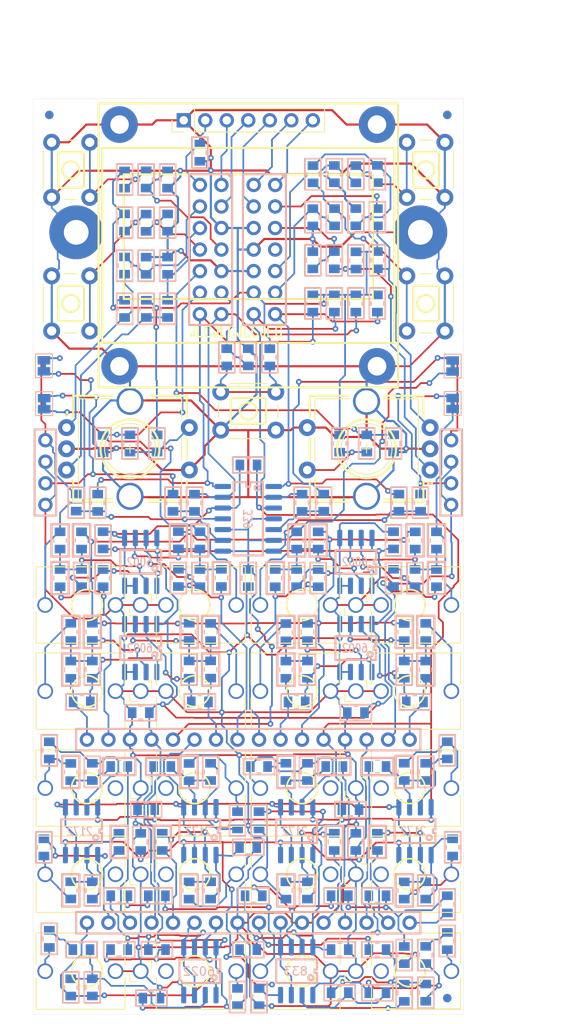
<source format=kicad_pcb>
(kicad_pcb (version 20241229) (generator "pcbnew") (generator_version "9.0")
  (title_block (title "O_C T4.1  Ornament and Crime optimized for Teensy 4.1") (date "2025-08-02") (rev "rev3") (company "Copyright 2024 Paul Stoffregen, mxmxmx - CC BY-SA 4.0") (comment 1 "copies and derivitive works properly give attribution to mxmxmx.") (comment 2 "in September 2023: \"consider the NC requirement waived\".  Please ensure all") (comment 3 "Commercial usage is allowed.  Explicit permission from mxmxmx was given") (comment 4 "Portions derived from original Ornament and Crime, copyright by mxmxmx."))
  (layers (0 "F.Cu" signal) (2 "B.Cu" signal) (13 "F.Paste" user) (15 "B.Paste" user) (5 "F.SilkS" user "F.Silkscreen") (7 "B.SilkS" user "B.Silkscreen") (1 "F.Mask" user) (3 "B.Mask" user) (25 "Edge.Cuts" user))
  (net 0 "")
  (net 1 "Net-(R1-Pad2)")
  (net 2 "+3V3")
  (net 3 "Net-(R2-Pad2)")
  (net 4 "Net-(R3-Pad2)")
  (net 5 "Net-(R4-Pad2)")
  (net 6 "Net-(R10-Pad2)")
  (net 7 "Net-(R11-Pad2)")
  (net 8 "Net-(R12-Pad2)")
  (net 9 "Net-(R13-Pad2)")
  (net 10 "Net-(R14-Pad2)")
  (net 11 "Net-(R15-Pad2)")
  (net 12 "Net-(R16-Pad2)")
  (net 13 "/TR1")
  (net 14 "/TR2")
  (net 15 "/TR3")
  (net 16 "/TR4")
  (net 17 "Earth")
  (net 18 "/VCC")
  (net 19 "Net-(J22-Pin_7)")
  (net 20 "Net-(J22-Pin_8)")
  (net 21 "Net-(J23-Pin_9)")
  (net 22 "Net-(J23-Pin_11)")
  (net 23 "Net-(J22-Pin_11)")
  (net 24 "Net-(J22-Pin_4)")
  (net 25 "Net-(J22-Pin_6)")
  (net 26 "Net-(J23-Pin_5)")
  (net 27 "Net-(J23-Pin_3)")
  (net 28 "Net-(J22-Pin_12)")
  (net 29 "Net-(J22-Pin_10)")
  (net 30 "+12VA")
  (net 31 "GND")
  (net 32 "+5VA")
  (net 33 "Net-(C18-Pad1)")
  (net 34 "Net-(U2A--)")
  (net 35 "Net-(C19-Pad1)")
  (net 36 "Net-(U2B--)")
  (net 37 "Net-(C20-Pad1)")
  (net 38 "Net-(U3A--)")
  (net 39 "Net-(U3B--)")
  (net 40 "Net-(C21-Pad1)")
  (net 41 "Net-(C22-Pad1)")
  (net 42 "Net-(U4A--)")
  (net 43 "Net-(C23-Pad1)")
  (net 44 "Net-(U4B--)")
  (net 45 "Net-(C24-Pad1)")
  (net 46 "Net-(U5A--)")
  (net 47 "Net-(C25-Pad1)")
  (net 48 "Net-(U5B--)")
  (net 49 "/THRES")
  (net 50 "-12VA")
  (net 51 "Net-(U6B--)")
  (net 52 "Net-(C34-Pad1)")
  (net 53 "Net-(C35-Pad1)")
  (net 54 "Net-(U7B--)")
  (net 55 "Net-(U8B--)")
  (net 56 "Net-(C36-Pad1)")
  (net 57 "Net-(U9B--)")
  (net 58 "Net-(C37-Pad1)")
  (net 59 "Net-(U6A--)")
  (net 60 "Net-(C38-Pad1)")
  (net 61 "Net-(C39-Pad1)")
  (net 62 "Net-(U7A--)")
  (net 63 "Net-(U8A--)")
  (net 64 "Net-(C40-Pad1)")
  (net 65 "Net-(C41-Pad1)")
  (net 66 "Net-(U9A--)")
  (net 67 "Net-(C42-Pad2)")
  (net 68 "Net-(C43-Pad2)")
  (net 69 "Net-(U11B--)")
  (net 70 "Net-(C44-Pad2)")
  (net 71 "Net-(C45-Pad2)")
  (net 72 "Net-(U11A--)")
  (net 73 "Net-(U10A--)")
  (net 74 "/Audio IN_L")
  (net 75 "/Audio IN_R")
  (net 76 "Net-(U10B--)")
  (net 77 "Net-(C48-Pad1)")
  (net 78 "Net-(C48-Pad2)")
  (net 79 "Net-(C49-Pad2)")
  (net 80 "Net-(C49-Pad1)")
  (net 81 "Net-(C50-Pad2)")
  (net 82 "Net-(C50-Pad1)")
  (net 83 "Net-(C51-Pad2)")
  (net 84 "Net-(C51-Pad1)")
  (net 85 "Net-(JP1-B)")
  (net 86 "Net-(JP2-B)")
  (net 87 "Net-(JP3-B)")
  (net 88 "Net-(JP4-B)")
  (net 89 "Net-(J5-PadT)")
  (net 90 "Net-(J6-PadT)")
  (net 91 "Net-(J7-PadT)")
  (net 92 "Net-(J8-PadT)")
  (net 94 "/DAC_A")
  (net 96 "/DAC_B")
  (net 98 "/DAC_C")
  (net 100 "/DAC_D")
  (net 101 "/DAC_E")
  (net 104 "/DAC_F")
  (net 105 "/DAC_G")
  (net 108 "/DAC_H")
  (net 111 "/SDA")
  (net 112 "/CLK")
  (net 113 "/DC")
  (net 115 "/CS")
  (net 116 "/RES")
  (net 117 "Net-(J24-Pin_1)")
  (net 118 "Net-(J24-Pin_3)")
  (net 119 "Net-(J25-Pin_1)")
  (net 120 "Net-(J25-Pin_3)")
  (net 121 "/CV6")
  (net 122 "/CV8")
  (net 123 "/CV7")
  (net 124 "/BIAS")
  (net 125 "/CV4")
  (net 126 "/CV1")
  (net 127 "/CV3")
  (net 128 "/OFFSET")
  (net 129 "/CV5")
  (net 130 "/CV2")
  (net 131 "/Audio OUT_R")
  (net 132 "/CV_H")
  (net 133 "/CV_G")
  (net 134 "/CV_D")
  (net 135 "/CV_A")
  (net 136 "Net-(J27-Pin_6)")
  (net 137 "/CV_C")
  (net 138 "/CV_F")
  (net 139 "Net-(J27-Pin_10)")
  (net 140 "/Audio OUT_L")
  (net 141 "/CV_B")
  (net 142 "/CV_E")
  (net 143 "Net-(U1D-+)")
  (net 144 "Net-(U1C-+)")
  (net 145 "Net-(U1A-+)")
  (net 146 "Net-(U1B-+)")
  (footprint "Custom_Footprints:Jack_3.5mm_QingPu_WQP-PJ398SM_Vertical_CircularHoles_reduced" (layer "F.Cu") (at 63.3776 106.68 90)
    (property "Reference" "J12" (hide yes))
    (property "Value" "Jack")
  )
  (footprint "Button_Switch_THT:SW_PUSH_6mm" (layer "F.Cu") (at 27.5844 52.7788 90)
    (property "Reference" "SW2" (hide yes))
    (property "Value" "SW_Push")
  )
  (footprint "Custom_Footprints:Jack_3.5mm_QingPu_WQP-PJ398SM_Vertical_CircularHoles_reduced" (layer "F.Cu") (at 38.2224 128.27 -90)
    (property "Reference" "J17" (hide yes))
    (property "Value" "Jack")
  )
  (footprint "Button_Switch_THT:SW_PUSH_6mm" (layer "F.Cu") (at 74.0156 46.2788 -90)
    (property "Reference" "SW4" (hide yes))
    (property "Value" "SW_Push")
  )
  (footprint "Custom_Footprints:Jack_3.5mm_QingPu_WQP-PJ398SM_Vertical_CircularHoles_reduced" (layer "F.Cu") (at 37.9776 95.25 90)
    (property "Reference" "J6" (hide yes))
    (property "Value" "Jack")
  )
  (footprint "Custom_Footprints:Jack_3.5mm_QingPu_WQP-PJ398SM_Vertical_CircularHoles_reduced" (layer "F.Cu") (at 37.9776 116.84 90)
    (property "Reference" "J14" (hide yes))
    (property "Value" "Jack")
  )
  (footprint "Custom_Footprints:Jack_3.5mm_QingPu_WQP-PJ398SM_Vertical_CircularHoles_reduced" (layer "F.Cu") (at 37.9776 128.27 90)
    (property "Reference" "J18" (hide yes))
    (property "Value" "Jack")
  )
  (footprint "Custom_Footprints:Jack_3.5mm_QingPu_WQP-PJ398SM_Vertical_CircularHoles_reduced" (layer "F.Cu") (at 37.9776 106.68 90)
    (property "Reference" "J10" (hide yes))
    (property "Value" "Jack")
  )
  (footprint "Custom_Footprints:Jack_3.5mm_QingPu_WQP-PJ398SM_Vertical_CircularHoles_reduced" (layer "F.Cu") (at 63.3776 95.25 90)
    (property "Reference" "J8" (hide yes))
    (property "Value" "Jack")
  )
  (footprint "Button_Switch_THT:SW_PUSH_6mm" (layer "F.Cu") (at 74.0156 30.5308 -90)
    (property "Reference" "SW3" (hide yes))
    (property "Value" "SW_Push")
  )
  (footprint "Custom_Footprints:Jack_3.5mm_QingPu_WQP-PJ398SM_Vertical_CircularHoles_reduced" (layer "F.Cu") (at 63.3776 116.84 90)
    (property "Reference" "J16" (hide yes))
    (property "Value" "Jack")
  )
  (footprint "Custom_Footprints:RotaryEncoder_Alps_EC11E-Switch_Vertical_H20mm_CircularMountingHoles_s1s2-swap+roundA" (layer "F.Cu") (at 72.263 69.175 180)
    (property "Reference" "SW7" (hide yes))
    (property "Value" "Encoder")
  )
  (footprint "Custom_Footprints:Jack_3.5mm_QingPu_WQP-PJ398SM_Vertical_CircularHoles_reduced" (layer "F.Cu") (at 63.3776 85.09 90)
    (property "Reference" "J4" (hide yes))
    (property "Value" "Jack")
  )
  (footprint "Custom_Footprints:RotaryEncoder_Alps_EC11E-Switch_Vertical_H20mm_CircularMountingHoles_s1s2-swap+roundA" (layer "F.Cu") (at 29.337 64.175)
    (property "Reference" "SW6" (hide yes))
    (property "Value" "Encoder")
  )
  (footprint "Custom_Footprints:Jack_3.5mm_QingPu_WQP-PJ398SM_Vertical_CircularHoles_reduced" (layer "F.Cu") (at 63.6224 106.68 -90)
    (property "Reference" "J11" (hide yes))
    (property "Value" "Jack")
  )
  (footprint "Custom_Footprints:Jack_3.5mm_QingPu_WQP-PJ398SM_Vertical_CircularHoles_reduced" (layer "F.Cu") (at 63.6224 95.25 -90)
    (property "Reference" "J7" (hide yes))
    (property "Value" "Jack")
  )
  (footprint "Button_Switch_THT:SW_PUSH_6mm" (layer "F.Cu") (at 27.5802 37.0308 90)
    (property "Reference" "SW1" (hide yes))
    (property "Value" "SW_Push")
  )
  (footprint "Custom_Footprints:Jack_3.5mm_QingPu_WQP-PJ398SM_Vertical_CircularHoles_reduced" (layer "F.Cu") (at 38.2224 116.84 -90)
    (property "Reference" "J13" (hide yes))
    (property "Value" "Jack")
  )
  (footprint "Custom_Footprints:Jack_3.5mm_QingPu_WQP-PJ398SM_Vertical_CircularHoles_reduced" (layer "F.Cu") (at 63.6224 85.09 -90)
    (property "Reference" "J3" (hide yes))
    (property "Value" "Jack")
  )
  (footprint "Custom_Footprints:Jack_3.5mm_QingPu_WQP-PJ398SM_Vertical_CircularHoles_reduced" (layer "F.Cu") (at 63.6224 116.84 -90)
    (property "Reference" "J15" (hide yes))
    (property "Value" "Jack")
  )
  (footprint "Custom_Footprints:Jack_3.5mm_QingPu_WQP-PJ398SM_Vertical_CircularHoles_reduced" (layer "F.Cu") (at 63.6224 128.27 -90)
    (property "Reference" "J19" (hide yes))
    (property "Value" "Jack")
  )
  (footprint "Custom_Footprints:Jack_3.5mm_QingPu_WQP-PJ398SM_Vertical_CircularHoles_reduced" (layer "F.Cu") (at 38.2224 95.25 -90)
    (property "Reference" "J5" (hide yes))
    (property "Value" "Jack")
  )
  (footprint "Custom_Footprints:Jack_3.5mm_QingPu_WQP-PJ398SM_Vertical_CircularHoles_reduced" (layer "F.Cu") (at 63.3776 128.27 90)
    (property "Reference" "J20" (hide yes))
    (property "Value" "Jack")
  )
  (footprint "Connector_PinHeader_2.54mm:PinHeader_1x07_P2.54mm_Vertical" (layer "F.Cu") (at 43.18 27.94 90)
    (property "Reference" "J21" (hide yes))
    (property "Value" "OLED Display" (hide yes))
  )
  (footprint "Custom_Footprints:Jack_3.5mm_QingPu_WQP-PJ398SM_Vertical_CircularHoles_reduced" (layer "F.Cu") (at 38.2158 85.09 -90)
    (property "Reference" "J1" (hide yes))
    (property "Value" "Jack")
  )
  (footprint "Custom_Footprints:Jack_3.5mm_QingPu_WQP-PJ398SM_Vertical_CircularHoles_reduced" (layer "F.Cu") (at 38.2224 106.68 -90)
    (property "Reference" "J9" (hide yes))
    (property "Value" "Jack")
  )
  (footprint "Button_Switch_THT:SW_PUSH_6mm" (layer "F.Cu") (at 54.0512 64.4694 180)
    (property "Reference" "SW5" (hide yes))
    (property "Value" "SW_Push")
  )
  (footprint "Custom_Footprints:Jack_3.5mm_QingPu_WQP-PJ398SM_Vertical_CircularHoles_reduced" (layer "F.Cu") (at 37.9718 85.09 90)
    (property "Reference" "J2" (hide yes))
    (property "Value" "Jack")
  )
  (footprint "Custom_Footprints:R_0805_2012Metric_Pad1.20x1.40mm_HandSolder_rectpads" (layer "B.Cu") (at 60.96 113.0206 90)
    (property "Reference" "R73" (hide yes))
    (property "Value" "24.9K 0.1%")
  )
  (footprint "Custom_Footprints:C_0805_2012Metric_Pad1.18x1.45mm_HandSolder_rectpads" (layer "B.Cu") (at 69.215 126.3689 90)
    (property "Reference" "C42" (hide yes))
    (property "Value" "8.2nF 5%")
  )
  (footprint "Custom_Footprints:R_0805_2012Metric_Pad1.20x1.40mm_HandSolder_rectpads" (layer "B.Cu") (at 69.215 104.7656 90)
    (property "Reference" "R78" (hide yes))
    (property "Value" "100K 0.1%")
  )
  (footprint "Custom_Footprints:R_0805_2012Metric_Pad1.20x1.40mm_HandSolder_rectpads" (layer "B.Cu") (at 74.295 102.2256 90)
    (property "Reference" "R86" (hide yes))
    (property "Value" "220")
  )
  (footprint "Custom_Footprints:R_0805_2012Metric_Pad1.20x1.40mm_HandSolder_rectpads" (layer "B.Cu") (at 45.085 77.47 -90)
    (property "Reference" "R36" (hide yes))
    (property "Value" "100K 0.1%")
  )
  (footprint "Custom_Footprints:R_0805_2012Metric_Pad1.20x1.40mm_HandSolder_rectpads" (layer "B.Cu") (at 58.42 49.5394 -90)
    (property "Reference" "R23" (hide yes))
    (property "Value" "4.7K")
  )
  (footprint "Custom_Footprints:SOIC-8_3.9x4.9mm_P1.27mm_shiftedpads" (layer "B.Cu") (at 45.085 128.2706 90)
    (property "Reference" "U10" (hide yes))
    (property "Value" "MCP6022")
  )
  (footprint "Custom_Footprints:C_0805_2012Metric_Pad1.18x1.45mm_HandSolder_rectpads" (layer "B.Cu") (at 27.305 124.4561 -90)
    (property "Reference" "C50" (hide yes))
    (property "Value" "1uF")
  )
  (footprint "Custom_Footprints:R_0805_2012Metric_Pad1.20x1.40mm_HandSolder_rectpads" (layer "B.Cu") (at 63.5 49.5394 -90)
    (property "Reference" "R24" (hide yes))
    (property "Value" "4.7K")
  )
  (footprint "Custom_Footprints:SOIC-8_3.9x4.9mm_P1.27mm_shiftedpads" (layer "B.Cu") (at 31.115 111.7606 90)
    (property "Reference" "U6" (hide yes))
    (property "Value" "OPA2172")
  )
  (footprint "Custom_Footprints:SOIC-8_3.9x4.9mm_P1.27mm_shiftedpads" (layer "B.Cu") (at 38.1 80.0094 90)
    (property "Reference" "U2" (hide yes))
    (property "Value" "MCP6002")
  )
  (footprint "Custom_Footprints:R_0805_2012Metric_Pad1.20x1.40mm_HandSolder_rectpads" (layer "B.Cu") (at 28.575 77.4794 -90)
    (property "Reference" "R35" (hide yes))
    (property "Value" "100K 0.1%")
  )
  (footprint "Custom_Footprints:R_0805_2012Metric_Pad1.20x1.40mm_HandSolder_rectpads" (layer "B.Cu") (at 29.845 118.7356 -90)
    (property "Reference" "R79" (hide yes))
    (property "Value" "100K 0.1%")
  )
  (footprint "Custom_Footprints:C_0805_2012Metric_Pad1.18x1.45mm_HandSolder_rectpads" (layer "B.Cu") (at 67.945 77.4661 90)
    (property "Reference" "C15" (hide yes))
    (property "Value" "0.1uF")
  )
  (footprint "Custom_Footprints:C_0805_2012Metric_Pad1.18x1.45mm_HandSolder_rectpads" (layer "B.Cu") (at 32.385 118.7489 90)
    (property "Reference" "C38" (hide yes))
    (property "Value" "22pF")
  )
  (footprint "Custom_Footprints:R_0805_2012Metric_Pad1.20x1.40mm_HandSolder_rectpads" (layer "B.Cu") (at 55.245 92.7194 -90)
    (property "Reference" "R57" (hide yes))
    (property "Value" "49.9K 0.1%")
  )
  (footprint "Custom_Footprints:R_0805_2012Metric_Pad1.20x1.40mm_HandSolder_rectpads" (layer "B.Cu") (at 32.385 88.2556 90)
    (property "Reference" "R47" (hide yes))
    (property "Value" "75K 0.1%")
  )
  (footprint "Custom_Footprints:SOIC-8_3.9x4.9mm_P1.27mm_shiftedpads" (layer "B.Cu") (at 63.5 80.0094 90)
    (property "Reference" "U3" (hide yes))
    (property "Value" "MCP6002")
  )
  (footprint "Custom_Footprints:C_0805_2012Metric_Pad1.18x1.45mm_HandSolder_rectpads" (layer "B.Cu") (at 38.735 45.0889 90)
    (property "Reference" "C7" (hide yes))
    (property "Value" "10nF")
  )
  (footprint "Custom_Footprints:SolderJumper-2_P1.3mm_Bridged_Pad1.0x1.5mm_reduced" (layer "B.Cu") (at 74.93 56.911 -90)
    (property "Reference" "JP3" (hide yes))
    (property "Value" "SolderJumper_2_Bridged")
  )
  (footprint "Custom_Footprints:R_0805_2012Metric_Pad1.20x1.40mm_HandSolder_rectpads" (layer "B.Cu") (at 50.784 113.6904)
    (property "Reference" "R88" (hide yes))
    (property "Value" "220")
  )
  (footprint "Custom_Footprints:R_0805_2012Metric_Pad1.20x1.40mm_HandSolder_rectpads" (layer "B.Cu") (at 69.215 118.7544 -90)
    (property "Reference" "R82" (hide yes))
    (property "Value" "100K 0.1%")
  )
  (footprint "Custom_Footprints:R_0805_2012Metric_Pad1.20x1.40mm_HandSolder_rectpads" (layer "B.Cu") (at 43.815 118.7544 -90)
    (property "Reference" "R80" (hide yes))
    (property "Value" "100K 0.1%")
  )
  (footprint "Custom_Footprints:R_0805_2012Metric_Pad1.20x1.40mm_HandSolder_rectpads" (layer "B.Cu") (at 55.245 104.7656 90)
    (property "Reference" "R77" (hide yes))
    (property "Value" "100K 0.1%")
  )
  (footprint "Custom_Footprints:R_0805_2012Metric_Pad1.20x1.40mm_HandSolder_rectpads" (layer "B.Cu") (at 35.5694 104.14 180)
    (property "Reference" "R67" (hide yes))
    (property "Value" "24.9K 0.1%")
  )
  (footprint "Custom_Footprints:C_0805_2012Metric_Pad1.18x1.45mm_HandSolder_rectpads" (layer "B.Cu") (at 67.9704 66.0361 -90)
    (property "Reference" "C12" (hide yes))
    (property "Value" "0.1uF")
  )
  (footprint "Custom_Footprints:SolderJumper-2_P1.3mm_Bridged_Pad1.0x1.5mm_reduced" (layer "B.Cu") (at 26.6954 61.3514 -90)
    (property "Reference" "JP2" (hide yes))
    (property "Value" "SolderJumper_2_Bridged")
  )
  (footprint "Custom_Footprints:R_0805_2012Metric_Pad1.20x1.40mm_HandSolder_rectpads" (layer "B.Cu") (at 36.195 34.925 -90)
    (property "Reference" "R1" (hide yes))
    (property "Value" "4.7K")
  )
  (footprint "Custom_Footprints:C_0805_2012Metric_Pad1.18x1.45mm_HandSolder_rectpads" (layer "B.Cu") (at 57.785 92.7139 90)
    (property "Reference" "C24" (hide yes))
    (property "Value" "470pF")
  )
  (footprint "Custom_Footprints:R_0805_2012Metric_Pad1.20x1.40mm_HandSolder_rectpads" (layer "B.Cu") (at 66.04 49.5394 -90)
    (property "Reference" "R26" (hide yes))
    (property "Value" "4.7K")
  )
  (footprint "Custom_Footprints:C_0805_2012Metric_Pad1.18x1.45mm_HandSolder_rectpads" (layer "B.Cu") (at 46.355 104.7711 -90)
    (property "Reference" "C35" (hide yes))
    (property "Value" "22pF")
  )
  (footprint "Custom_Footprints:C_0805_2012Metric_Pad1.18x1.45mm_HandSolder_rectpads" (layer "B.Cu") (at 69.215 130.8139 90)
    (property "Reference" "C43" (hide yes))
    (property "Value" "8.2nF 5%")
  )
  (footprint "Custom_Footprints:R_0805_2012Metric_Pad1.20x1.40mm_HandSolder_rectpads" (layer "B.Cu") (at 38.7604 50.1744 -90)
    (property "Reference" "R12" (hide yes))
    (property "Value" "4.7K")
  )
  (footprint "Custom_Footprints:C_0805_2012Metric_Pad1.18x1.45mm_HandSolder_rectpads" (layer "B.Cu") (at 33.655 77.4661 90)
    (property "Reference" "C14" (hide yes))
    (property "Value" "0.1uF")
  )
  (footprint "Custom_Footprints:C_0805_2012Metric_Pad1.18x1.45mm_HandSolder_rectpads" (layer "B.Cu") (at 45.085 81.9189 90)
    (property "Reference" "C19" (hide yes))
    (property "Value" "470pF")
  )
  (footprint "Custom_Footprints:R_0805_2012Metric_Pad1.20x1.40mm_HandSolder_rectpads" (layer "B.Cu") (at 38.735 40.0144 90)
    (property "Reference" "R7" (hide yes))
    (property "Value" "470")
  )
  (footprint "Custom_Footprints:R_0805_2012Metric_Pad1.20x1.40mm_HandSolder_rectpads" (layer "B.Cu") (at 28.575 81.9244 -90)
    (property "Reference" "R51" (hide yes))
    (property "Value" "49.9K 0.1%")
  )
  (footprint "Custom_Footprints:R_0805_2012Metric_Pad1.20x1.40mm_HandSolder_rectpads" (layer "B.Cu") (at 59.7154 73.025 -90)
    (property "Reference" "R29" (hide yes))
    (property "Value" "100K")
  )
  (footprint "Custom_Footprints:R_0805_2012Metric_Pad1.20x1.40mm_HandSolder_rectpads" (layer "B.Cu") (at 29.845 104.7844 90)
    (property "Reference" "R75" (hide yes))
    (property "Value" "100K 0.1%")
  )
  (footprint "Custom_Footprints:C_0805_2012Metric_Pad1.18x1.45mm_HandSolder_rectpads" (layer "B.Cu") (at 62.865 109.22)
    (property "Reference" "C29" (hide yes))
    (property "Value" "0.1uF")
  )
  (footprint "Custom_Footprints:R_0805_2012Metric_Pad1.20x1.40mm_HandSolder_rectpads" (layer "B.Cu") (at 66.04 113.0206 90)
    (property "Reference" "R74" (hide yes))
    (property "Value" "24.9K 0.1%")
  )
  (footprint "Custom_Footprints:C_0805_2012Metric_Pad1.18x1.45mm_HandSolder_rectpads" (layer "B.Cu") (at 38.7389 109.22 180)
    (property "Reference" "C27" (hide yes))
    (property "Value" "0.1uF")
  )
  (footprint "Custom_Footprints:R_0805_2012Metric_Pad1.20x1.40mm_HandSolder_rectpads" (layer "B.Cu") (at 68.58 73.025 90)
    (property "Reference" "R34" (hide yes))
    (property "Value" "1M")
  )
  (footprint "Custom_Footprints:SolderJumper-2_P1.3mm_Bridged_Pad1.0x1.5mm_reduced" (layer "B.Cu") (at 74.93 61.3306 -90)
    (property "Reference" "JP4" (hide yes))
    (property "Value" "SolderJumper_2_Bridged")
  )
  (footprint "Custom_Footprints:R_0805_2012Metric_Pad1.20x1.40mm_HandSolder_rectpads" (layer "B.Cu") (at 57.785 88.2744 90)
    (property "Reference" "R49" (hide yes))
    (property "Value" "75K 0.1%")
  )
  (footprint "Custom_Footprints:R_0805_2012Metric_Pad1.20x1.40mm_HandSolder_rectpads" (layer "B.Cu") (at 69.215 88.281 90)
    (property "Reference" "R50" (hide yes))
    (property "Value" "75K 0.1%")
  )
  (footprint "Custom_Footprints:PinHeader_2x07_P2.54mm_Vertical_reduced" (layer "B.Cu") (at 47.625 35.56 180)
    (property "Reference" "J22" (hide yes))
    (property "Value" "Conn_02x07")
  )
  (footprint "Custom_Footprints:R_0805_2012Metric_Pad1.20x1.40mm_HandSolder_rectpads" (layer "B.Cu") (at 56.515 77.4794 -90)
    (property "Reference" "R37" (hide yes))
    (property "Value" "100K 0.1%")
  )
  (footprint "Custom_Footprints:C_0805_2012Metric_Pad1.18x1.45mm_HandSolder_rectpads" (layer "B.Cu") (at 35.5561 125.73)
    (property "Reference" "C47" (hide yes))
    (property "Value" "47pF")
  )
  (footprint "Custom_Footprints:R_0805_2012Metric_Pad1.20x1.40mm_HandSolder_rectpads" (layer "B.Cu") (at 55.245 88.2998 -90)
    (property "Reference" "R41" (hide yes))
    (property "Value" "100K 0.1%")
  )
  (footprint "Custom_Footprints:R_0805_2012Metric_Pad1.20x1.40mm_HandSolder_rectpads" (layer "B.Cu") (at 53.975 81.9244 -90)
    (property "Reference" "R53" (hide yes))
    (property "Value" "49.9K 0.1%")
  )
  (footprint "Custom_Footprints:C_0805_2012Metric_Pad1.18x1.45mm_HandSolder_rectpads" (layer "B.Cu") (at 71.755 104.7711 -90)
    (property "Reference" "C37" (hide yes))
    (property "Value" "22pF")
  )
  (footprint "Custom_Footprints:PinHeader_2x07_P2.54mm_Vertical_reduced" (layer "B.Cu") (at 53.975 35.56 180)
    (property "Reference" "J23" (hide yes))
    (property "Value" "Conn_02x07")
  )
  (footprint "Custom_Footprints:SOIC-8_3.9x4.9mm_P1.27mm_shiftedpads" (layer "B.Cu") (at 70.485 111.7606 90)
    (property "Reference" "U9" (hide yes))
    (property "Value" "OPA2172")
  )
  (footprint "Custom_Footprints:C_0805_2012Metric_Pad1.18x1.45mm_HandSolder_rectpads" (layer "B.Cu") (at 50.8 81.9111 -90)
    (property "Reference" "C26" (hide yes))
    (property "Value" "0.1uF")
  )
  (footprint "Custom_Footprints:C_0805_2012Metric_Pad1.18x1.45mm_HandSolder_rectpads" (layer "B.Cu") (at 70.485 81.9189 90)
    (property "Reference" "C21" (hide yes))
    (property "Value" "470pF")
  )
  (footprint "Custom_Footprints:C_0805_2012Metric_Pad1.18x1.45mm_HandSolder_rectpads" (layer "B.Cu") (at 38.1 113.0261 -90)
    (property "Reference" "C28" (hide yes))
    (property "Value" "0.1uF")
  )
  (footprint "Custom_Footprints:SOIC-8_3.9x4.9mm_P1.27mm_shiftedpads" (layer "B.Cu") (at 56.515 128.2694 90)
    (property "Reference" "U11" (hide yes))
    (property "Value" "LM833")
  )
  (footprint "Custom_Footprints:R_0805_2012Metric_Pad1.20x1.40mm_HandSolder_rectpads" (layer "B.Cu") (at 29.845 88.265 -90)
    (property "Reference" "R39" (hide yes))
    (property "Value" "100K 0.1%")
  )
  (footprint "Custom_Footprints:R_0805_2012Metric_Pad1.20x1.40mm_HandSolder_rectpads" (layer "B.Cu") (at 70.5104 77.4794 90)
    (property "Reference" "R46" (hide yes))
    (property "Value" "75K 0.1%")
  )
  (footprint "Custom_Footprints:R_0805_2012Metric_Pad1.20x1.40mm_HandSolder_rectpads" (layer "B.Cu") (at 73.025 77.4794 -90)
    (property "Reference" "R38" (hide yes))
    (property "Value" "100K 0.1%")
  )
  (footprint "Custom_Footprints:C_0805_2012Metric_Pad1.18x1.45mm_HandSolder_rectpads" (layer "B.Cu") (at 39.3661 131.445)
    (property "Reference" "C31" (hide yes))
    (property "Value" "0.1uF")
  )
  (footprint "Custom_Footprints:R_0805_2012Metric_Pad1.20x1.40mm_HandSolder_rectpads" (layer "B.Cu") (at 46.355 92.694 -90)
    (property "Reference" "R56" (hide yes))
    (property "Value" "49.9K 0.1%")
  )
  (footprint "Custom_Footprints:C_0805_2012Metric_Pad1.18x1.45mm_HandSolder_rectpads" (layer "B.Cu") (at 71.755 118.7489 90)
    (property "Reference" "C41" (hide yes))
    (property "Value" "22pF")
  )
  (footprint "Custom_Footprints:SOIC-8_3.9x4.9mm_P1.27mm_shiftedpads" (layer "B.Cu") (at 45.085 111.7594 90)
    (property "Reference" "U7" (hide yes))
    (property "Value" "OPA2172")
  )
  (footprint "Custom_Footprints:C_0805_2012Metric_Pad1.18x1.45mm_HandSolder_rectpads" (layer "B.Cu") (at 40.0011 119.38)
    (property "Reference" "C51" (hide yes))
    (property "Value" "1uF")
  )
  (footprint "Custom_Footprints:R_0805_2012Metric_Pad1.20x1.40mm_HandSolder_rectpads" (layer "B.Cu") (at 41.91 73.0344 -90)
    (property "Reference" "R28" (hide yes))
    (property "Value" "100K")
  )
  (footprint "Custom_Footprints:PinHeader_1x16_P2.54mm_Vertical_reduced" (layer "B.Cu") (at 31.75 122.555 -90)
    (property "Reference" "J27" (hide yes))
    (property "Value" "Conn_01x16")
  )
  (footprint "Custom_Footprints:R_0805_2012Metric_Pad1.20x1.40mm_HandSolder_rectpads" (layer "B.Cu") (at 36.195 39.989 -90)
    (property "Reference" "R2" (hide yes))
    (property "Value" "4.7K")
  )
  (footprint "Custom_Footprints:R_0805_2012Metric_Pad1.20x1.40mm_HandSolder_rectpads" (layer "B.Cu") (at 71.755 126.3556 90)
    (property "Reference" "R92" (hide yes))
    (property "Value" "220")
  )
  (footprint "Custom_Footprints:R_0805_2012Metric_Pad1.20x1.40mm_HandSolder_rectpads" (layer "B.Cu") (at 52.0606 104.14 180)
    (property "Reference" "R85" (hide yes))
    (property "Value" "220")
  )
  (footprint "Custom_Footprints:R_0805_2012Metric_Pad1.20x1.40mm_HandSolder_rectpads" (layer "B.Cu") (at 71.755 130.8006 90)
    (property "Reference" "R98" (hide yes))
    (property "Value" "3.84K 1%")
  )
  (footprint "Custom_Footprints:C_0805_2012Metric_Pad1.18x1.45mm_HandSolder_rectpads" (layer "B.Cu") (at 41.275 45.0811 90)
    (property "Reference" "C8" (hide yes))
    (property "Value" "10nF")
  )
  (footprint "Custom_Footprints:C_0805_2012Metric_Pad1.18x1.45mm_HandSolder_rectpads" (layer "B.Cu") (at 58.42 39.3739 -90)
    (property "Reference" "C5" (hide yes))
    (property "Value" "0.1uF")
  )
  (footprint "Custom_Footprints:R_0805_2012Metric_Pad1.20x1.40mm_HandSolder_rectpads" (layer "B.Cu") (at 47.625 81.899 -90)
    (property "Reference" "R52" (hide yes))
    (property "Value" "49.9K 0.1%")
  )
  (footprint "Custom_Footprints:R_0805_2012Metric_Pad1.20x1.40mm_HandSolder_rectpads" (layer "B.Cu") (at 70.469 96.52)
    (property "Reference" "R66" (hide yes))
    (property "Value" "220")
  )
  (footprint "Custom_Footprints:R_0805_2012Metric_Pad1.20x1.40mm_HandSolder_rectpads" (layer "B.Cu") (at 53.34 55.8894 -90)
    (property "Reference" "R5" (hide yes))
    (property "Value" "4.7K")
  )
  (footprint "Custom_Footprints:SolderJumper-2_P1.3mm_Bridged_Pad1.0x1.5mm_reduced" (layer "B.Cu") (at 26.67 56.8856 -90)
    (property "Reference" "JP1" (hide yes))
    (property "Value" "SolderJumper_2_Bridged")
  )
  (footprint "Custom_Footprints:R_0805_2012Metric_Pad1.20x1.40mm_HandSolder_rectpads" (layer "B.Cu") (at 42.545 77.454 90)
    (property "Reference" "R44" (hide yes))
    (property "Value" "75K 0.1%")
  )
  (footprint "Custom_Footprints:R_0805_2012Metric_Pad1.20x1.40mm_HandSolder_rectpads" (layer "B.Cu") (at 26.67 113.6744 -90)
    (property "Reference" "R87" (hide yes))
    (property "Value" "220")
  )
  (footprint "Custom_Footprints:R_0805_2012Metric_Pad1.20x1.40mm_HandSolder_rectpads" (layer "B.Cu") (at 40.64 104.14)
    (property "Reference" "R68" (hide yes))
    (property "Value" "24.9K 0.1%")
  )
  (footprint "Custom_Footprints:R_0805_2012Metric_Pad1.20x1.40mm_HandSolder_rectpads" (layer "B.Cu") (at 74.93 113.6744 -90)
    (property "Reference" "R90" (hide yes))
    (property "Value" "220")
  )
  (footprint "Custom_Footprints:SOIC-8_3.9x4.9mm_P1.27mm_shiftedpads" (layer "B.Cu") (at 56.515 111.7594 90)
    (property "Reference" "U8" (hide yes))
    (property "Value" "OPA2172")
  )
  (footprint "Custom_Footprints:R_0805_2012Metric_Pad1.20x1.40mm_HandSolder_rectpads" (layer "B.Cu") (at 74.295 120.3866 90)
    (property "Reference" "R93" (hide yes))
    (property "Value" "1.40K 1%")
  )
  (footprint "Custom_Footprints:C_0805_2012Metric_Pad1.18x1.45mm_HandSolder_rectpads" (layer "B.Cu") (at 33.655 66.1123 -90)
    (property "Reference" "C11" (hide yes))
    (property "Value" "0.1uF")
  )
  (footprint "Custom_Footprints:C_0805_2012Metric_Pad1.18x1.45mm_HandSolder_rectpads" (layer "B.Cu") (at 52.07 131.3219 90)
    (property "Reference" "C33" (hide yes))
    (property "Value" "0.1uF")
  )
  (footprint "Custom_Footprints:R_0805_2012Metric_Pad1.20x1.40mm_HandSolder_rectpads" (layer "B.Cu") (at 59.055 81.9244 -90)
    (property "Reference" "R61" (hide yes))
    (property "Value" "220")
  )
  (footprint "Custom_Footprints:C_0805_2012Metric_Pad1.18x1.45mm_HandSolder_rectpads" (layer "B.Cu") (at 63.5 113.0261 -90)
    (property "Reference" "C30" (hide yes))
    (property "Value" "0.1uF")
  )
  (footprint "Custom_Footprints:C_0805_2012Metric_Pad1.18x1.45mm_HandSolder_rectpads" (layer "B.Cu") (at 38.1039 97.79 180)
    (property "Reference" "C16" (hide yes))
    (property "Value" "0.1uF")
  )
  (footprint "Custom_Footprints:R_0805_2012Metric_Pad1.20x1.40mm_HandSolder_rectpads" (layer "B.Cu") (at 61.595 66.0494 -90)
    (property "Reference" "R16" (hide yes))
    (property "Value" "4.7K")
  )
  (footprint "Custom_Footprints:R_0805_2012Metric_Pad1.20x1.40mm_HandSolder_rectpads" (layer "B.Cu") (at 41.275 50.1744 90)
    (property "Reference" "R18" (hide yes))
    (property "Value" "470")
  )
  (footprint "Custom_Footprints:C_0805_2012Metric_Pad1.18x1.45mm_HandSolder_rectpads" (layer "B.Cu") (at 58.42 44.4461 90)
    (property "Reference" "C9" (hide yes))
    (property "Value" "10nF")
  )
  (footprint "Custom_Footprints:R_0805_2012Metric_Pad1.20x1.40mm_HandSolder_rectpads" (layer "B.Cu") (at 30.48 73.009 -90)
    (property "Reference" "R27" (hide yes))
    (property "Value" "100K")
  )
  (footprint "Custom_Footprints:C_0805_2012Metric_Pad1.18x1.45mm_HandSolder_rectpads" (layer "B.Cu") (at 66.0439 130.81 180)
    (property "Reference" "C45" (hide yes))
    (property "Value" "1.0nF 5%")
  )
  (footprint "Custom_Footprints:C_0805_2012Metric_Pad1.18x1.45mm_HandSolder_rectpads" (layer "B.Cu") (at 69.215 92.7139 90)
    (property "Reference" "C25" (hide yes))
    (property "Value" "470pF")
  )
  (footprint "Custom_Footprints:R_0805_2012Metric_Pad1.20x1.40mm_HandSolder_rectpads" (layer "B.Cu") (at 33.02 73.041 90)
    (property "Reference" "R31" (hide yes))
    (property "Value" "1M")
  )
  (footprint "Custom_Footprints:R_0805_2012Metric_Pad1.20x1.40mm_HandSolder_rectpads" (layer "B.Cu") (at 36.195 45.069 90)
    (property "Reference" "R17" (hide yes))
    (property "Value" "470")
  )
  (footprint "Custom_Footprints:R_0805_2012Metric_Pad1.20x1.40mm_HandSolder_rectpads" (layer "B.Cu") (at 57.15 73.0344 90)
    (property "Reference" "R33" (hide yes))
    (property "Value" "1M")
  )
  (footprint "Custom_Footprints:R_0805_2012Metric_Pad1.20x1.40mm_HandSolder_rectpads" (layer "B.Cu") (at 43.815 88.2556 90)
    (property "Reference" "R48" (hide yes))
    (property "Value" "75K 0.1%")
  )
  (footprint "Custom_Footprints:C_0805_2012Metric_Pad1.18x1.45mm_HandSolder_rectpads" (layer "B.Cu") (at 32.385 104.7711 -90)
    (property "Reference" "C34" (hide yes))
    (property "Value" "22pF")
  )
  (footprint "Custom_Footprints:PinHeader_1x04_P2.54mm_Vertical_reduced" (layer "B.Cu") (at 26.8478 65.659 180)
    (property "Reference" "J24" (hide yes))
    (property "Value" "Trigger Inputs")
  )
  (footprint "Custom_Footprints:R_0805_2012Metric_Pad1.20x1.40mm_HandSolder_rectpads" (layer "B.Cu") (at 60.96 104.14 180)
    (property "Reference" "R69" (hide yes))
    (property "Value" "24.9K 0.1%")
  )
  (footprint "Custom_Footprints:R_0805_2012Metric_Pad1.20x1.40mm_HandSolder_rectpads" (layer "B.Cu") (at 31.131 96.52 180)
    (property "Reference" "R63" (hide yes))
    (property "Value" "220")
  )
  (footprint "Custom_Footprints:C_0805_2012Metric_Pad1.18x1.45mm_HandSolder_rectpads" (layer "B.Cu") (at 56.515 81.9189 90)
    (property "Reference" "C20" (hide yes))
    (property "Value" "470pF")
  )
  (footprint "Custom_Footprints:C_0805_2012Metric_Pad1.18x1.45mm_HandSolder_rectpads" (layer "B.Cu") (at 63.5039 97.79 180)
    (property "Reference" "C17" (hide yes))
    (property "Value" "0.1uF")
  )
  (footprint "Custom_Footprints:C_0805_2012Metric_Pad1.18x1.45mm_HandSolder_rectpads" (layer "B.Cu") (at 32.385 130.1789 90)
    (property "Reference" "C46" (hide yes))
    (property "Value" "47pF")
  )
  (footprint "Custom_Footprints:R_0805_2012Metric_Pad1.20x1.40mm_HandSolder_rectpads" (layer "B.Cu") (at 60.9854 39.37 90)
    (property "Reference" "R9" (hide yes))
    (property "Value" "470")
  )
  (footprint "Custom_Footprints:C_0805_2012Metric_Pad1.18x1.45mm_HandSolder_rectpads" (layer "B.Cu") (at 61.5911 125.73)
    (property "Reference" "C32" (hide yes))
    (property "Value" "0.1uF")
  )
  (footprint "Custom_Footprints:C_0805_2012Metric_Pad1.18x1.45mm_HandSolder_rectpads" (layer "B.Cu") (at 57.785 118.7489 90)
    (property "Reference" "C40" (hide yes))
    (property "Value" "22pF")
  )
  (footprint "Custom_Footprints:R_0805_2012Metric_Pad1.20x1.40mm_HandSolder_rectpads" (layer "B.Cu") (at 61.595 119.38 180)
    (property "Reference" "R95" (hide yes))
    (property "Value" "2.21K 1%")
  )
  (footprint "Custom_Footprints:R_0805_2012Metric_Pad1.20x1.40mm_HandSolder_rectpads" (layer "B.Cu") (at 35.5346 113.0206 90)
    (property "Reference" "R71" (hide yes))
    (property "Value" "24.9K 0.1%")
  )
  (footprint "Custom_Footprints:R_0805_2012Metric_Pad1.20x1.40mm_HandSolder_rectpads" (layer "B.Cu") (at 40.64 113.0206 90)
    (property "Reference" "R72" (hide yes))
    (property "Value" "24.9K 0.1%")
  )
  (footprint "Custom_Footprints:R_0805_2012Metric_Pad1.20x1.40mm_HandSolder_rectpads" (layer "B.Cu") (at 36.195 50.1744 -90)
    (property "Reference" "R11" (hide yes))
    (property "Value" "4.7K")
  )
  (footprint "Custom_Footprints:R_0805_2012Metric_Pad1.20x1.40mm_HandSolder_rectpads" (layer "B.Cu") (at 59.055 77.4794 90)
    (property "Reference" "R45" (hide yes))
    (property "Value" "75K 0.1%")
  )
  (footprint "Custom_Footprints:C_0805_2012Metric_Pad1.18x1.45mm_HandSolder_rectpads" (layer "B.Cu") (at 63.5 39.3661 90)
    (property "Reference" "C10" (hide yes))
    (property "Value" "10nF")
  )
  (footprint "Custom_Footprints:R_0805_2012Metric_Pad1.20x1.40mm_HandSolder_rectpads" (layer "B.Cu") (at 35.576 119.38 180)
    (property "Reference" "R100" (hide yes))
    (property "Value" "100K 1%")
  )
  (footprint "Custom_Footprints:R_0805_2012Metric_Pad1.20x1.40mm_HandSolder_rectpads" (layer "B.Cu") (at 38.735 34.909 90)
    (property "Reference" "R6" (hide yes))
    (property "Value" "470")
  )
  (footprint "Custom_Footprints:C_0805_2012Metric_Pad1.18x1.45mm_HandSolder_rectpads" (layer "B.Cu") (at 49.53 131.3141 -90)
    (property "Reference" "C48" (hide yes))
    (property "Value" "10uF")
  )
  (footprint "Custom_Footprints:C_0805_2012Metric_Pad1.18x1.45mm_HandSolder_rectpads" (layer "B.Cu") (at 74.295 124.7179 90)
    (property "Reference" "C49" (hide yes))
    (property "Value" "10uF")
  )
  (footprint "Custom_Footprints:C_0805_2012Metric_Pad1.18x1.45mm_HandSolder_rectpads" (layer "B.Cu") (at 32.385 92.7139 90)
    (property "Reference" "C22" (hide yes))
    (property "Value" "470pF")
  )
  (footprint "Custom_Footprints:R_0805_2012Metric_Pad1.20x1.40mm_HandSolder_rectpads" (layer "B.Cu") (at 33.655 81.9244 -90)
    (property "Reference" "R59" (hide yes))
    (property "Value" "220")
  )
  (footprint "Custom_Footprints:C_0805_2012Metric_Pad1.18x1.45mm_HandSolder_rectpads" (layer "B.Cu") (at 45.085 31.7539 -90)
    (property "Reference" "C1" (hide yes))
    (property "Value" "1.0uF")
  )
  (footprint "Custom_Footprints:C_0805_2012Metric_Pad1.18x1.45mm_HandSolder_rectpads" (layer "B.Cu") (at 57.785 104.7711 -90)
    (property "Reference" "C36" (hide yes))
    (property "Value" "22pF")
  )
  (footprint "Custom_Footprints:C_0805_2012Metric_Pad1.18x1.45mm_HandSolder_rectpads" (layer "B.Cu") (at 43.815 92.7061 90)
    (property "Reference" "C23" (hide yes))
    (property "Value" "470pF")
  )
  (footprint "Custom_Footprints:R_0805_2012Metric_Pad1.20x1.40mm_HandSolder_rectpads" (layer "B.Cu") (at 66.04 44.434 -90)
    (property "Reference" "R14" (hide yes))
    (property "Value" "4.7K")
  )
  (footprint "Custom_Footprints:R_0805_2012Metric_Pad1.20x1.40mm_HandSolder_rectpads" (layer "B.Cu") (at 45.085 96.52)
    (property "Reference" "R64" (hide yes))
    (property "Value" "220")
  )
  (footprint "Custom_Footprints:R_0805_2012Metric_Pad1.20x1.40mm_HandSolder_rectpads" (layer "B.Cu") (at 46.355 88.2744 -90)
    (property "Reference" "R40" (hide yes))
    (property "Value" "100K 0.1%")
  )
  (footprint "Custom_Footprints:R_0805_2012Metric_Pad1.20x1.40mm_HandSolder_rectpads" (layer "B.Cu") (at 63.5 34.2994 90)
    (property "Reference" "R8" (hide yes))
    (property "Value" "470")
  )
  (footprint "Custom_Footprints:R_0805_2012Metric_Pad1.20x1.40mm_HandSolder_rectpads" (layer "B.Cu") (at 66.0494 119.38)
    (property "Reference" "R97" (hide yes))
    (property "Value" "3.84K 1%")
  )
  (footprint "Custom_Footprints:R_0805_2012Metric_Pad1.20x1.40mm_HandSolder_rectpads" (layer "B.Cu") (at 48.26 55.8894 -90)
    (property "Reference" "R10" (hide yes))
    (property "Value" "470")
  )
  (footprint "Custom_Footprints:SOIC-8_3.9x4.9mm_P1.27mm_shiftedpads" (layer "B.Cu") (at 38.1 90.1706 90)
    (property "Reference" "U4" (hide yes))
    (property "Value" "MCP6002")
  )
  (footprint "Custom_Footprints:R_0805_2012Metric_Pad1.20x1.40mm_HandSolder_rectpads" (layer "B.Cu") (at 66.0494 125.73)
    (property "Reference" "R94" (hide yes))
    (property "Value" "1.40K 1%")
  )
  (footprint "Custom_Footprints:R_0805_2012Metric_Pad1.20x1.40mm_HandSolder_rectpads" (layer "B.Cu") (at 31.115 77.4794 90)
    (property "Reference" "R43" (hide yes))
    (property "Value" "75K 0.1%")
  )
  (footprint "Custom_Footprints:R_0805_2012Metric_Pad1.20x1.40mm_HandSolder_rectpads" (layer "B.Cu") (at 71.755 92.7194 -90)
    (property "Reference" "R58" (hide yes))
    (property "Value" "49.9K 0.1%")
  )
  (footprint "Custom_Footprints:C_0805_2012Metric_Pad1.18x1.45mm_HandSolder_rectpads" (layer "B.Cu") (at 46.355 118.7489 90)
    (property "Reference" "C39" (hide yes))
    (property "Value" "22pF")
  )
  (footprint "Custom_Footprints:R_0805_2012Metric_Pad1.20x1.40mm_HandSolder_rectpads" (layer "B.Cu") (at 67.945 81.899 -90)
    (property "Reference" "R62" (hide yes))
    (property "Value" "220")
  )
  (footprint "Custom_Footprints:R_0805_2012Metric_Pad1.20x1.40mm_HandSolder_rectpads" (layer "B.Cu") (at 44.45 73.041 90)
    (property "Reference" "R32" (hide yes))
    (property "Value" "1M")
  )
  (footprint "Custom_Footprints:R_0805_2012Metric_Pad1.20x1.40mm_HandSolder_rectpads" (layer "B.Cu") (at 63.5254 44.4594 -90)
    (property "Reference" "R13" (hide yes))
    (property "Value" "4.7K")
  )
  (footprint "Custom_Footprints:R_0805_2012Metric_Pad1.20x1.40mm_HandSolder_rectpads" (layer "B.Cu") (at 56.5056 96.52 180)
    (property "Reference" "R65" (hide yes))
    (property "Value" "220")
  )
  (footprint "Custom_Footprints:R_0805_2012Metric_Pad1.20x1.40mm_HandSolder_rectpads" (layer "B.Cu") (at 73.025 81.9244 -90)
    (property "Reference" "R54" (hide yes))
    (property "Value" "49.9K 0.1%")
  )
  (footprint "Custom_Footprints:R_0805_2012Metric_Pad1.20x1.40mm_HandSolder_rectpads" (layer "B.Cu") (at 42.545 81.899 -90)
    (property "Reference" "R60" (hide yes))
    (property "Value" "220")
  )
  (footprint "Custom_Footprints:R_0805_2012Metric_Pad1.20x1.40mm_HandSolder_rectpads" (layer "B.Cu") (at 66.04 34.274 -90)
    (property "Reference" "R3" (hide yes))
    (property "Value" "4.7K")
  )
  (footprint "Custom_Footprints:R_0805_2012Metric_Pad1.20x1.40mm_HandSolder_rectpads" (layer "B.Cu") (at 64.7954 66.0494 90)
    (property "Reference" "R22" (hide yes))
    (property "Value" "470")
  )
  (footprint "Custom_Footprints:R_0805_2012Metric_Pad1.20x1.40mm_HandSolder_rectpads" (layer "B.Cu") (at 43.815 104.791 90)
    (property "Reference" "R76" (hide yes))
    (property "Value" "100K 0.1%")
  )
  (footprint "Custom_Footprints:PinHeader_1x04_P2.54mm_Vertical_reduced" (layer "B.Cu") (at 74.7522 65.659 180)
    (property "Reference" "J25" (hide yes))
    (property "Value" "Trigger Inputs")
  )
  (footprint "Custom_Footprints:R_0805_2012Metric_Pad1.20x1.40mm_HandSolder_rectpads" (layer "B.Cu") (at 50.7906 125.73 180)
    (property "Reference" "R91" (hide yes))
    (property "Value" "220")
  )
  (footprint "Custom_Footprints:R_0805_2012Metric_Pad1.20x1.40mm_HandSolder_rectpads" (layer "B.Cu") (at 27.305 102.235 -90)
    (property "Reference" "R83" (hide yes))
    (property "Value" "220")
  )
  (footprint "Custom_Footprints:R_0805_2012Metric_Pad1.20x1.40mm_HandSolder_rectpads" (layer "B.Cu") (at 36.83 66.0494 90)
    (property "Reference" "R21" (hide yes))
    (property "Value" "470")
  )
  (footprint "Custom_Footprints:C_0805_2012Metric_Pad1.18x1.45mm_HandSolder_rectpads" (layer "B.Cu") (at 50.8215 68.58 180)
    (property "Reference" "C13" (hide yes))
    (property "Value" "0.1uF")
  )
  (footprint "Custom_Footprints:R_0805_2012Metric_Pad1.20x1.40mm_HandSolder_rectpads" (layer "B.Cu") (at 31.098999 125.73)
    (property "Reference" "R99" (hide yes))
    (property "Value" "100K 1%")
  )
  (footprint "Custom_Footprints:R_0805_2012Metric_Pad1.20x1.40mm_HandSolder_rectpads" (layer "B.Cu") (at 61.595 130.81)
    (property "Reference" "R96" (hide yes))
    (property "Value" "2.21K 1%")
  )
  (footprint "Custom_Footprints:R_0805_2012Metric_Pad1.20x1.40mm_HandSolder_rectpads" (layer "B.Cu") (at 55.245 118.7544 -90)
    (property "Reference" "R81" (hide yes))
    (property "Value" "100K 0.1%")
  )
  (footprint "Custom_Footprints:R_0805_2012Metric_Pad1.20x1.40mm_HandSolder_rectpads" (layer "B.Cu") (at 71.755 88.2744 -90)
    (property "Reference" "R42" (hide yes))
    (property "Value" "100K 0.1%")
  )
  (footprint "Custom_Footprints:SOIC-14_3.9x8.7mm_P1.27mm_shiftedpads" (layer "B.Cu") (at 50.7972 74.93 180)
    (property "Reference" "U1" (hide yes))
    (property "Value" "LM339")
  )
  (footprint "Custom_Footprints:SOIC-8_3.9x4.9mm_P1.27mm_shiftedpads" (layer "B.Cu") (at 63.5 90.1694 90)
    (property "Reference" "U5" (hide yes))
    (property "Value" "MCP6002")
  )
  (footprint "Custom_Footprints:PinHeader_1x16_P2.54mm_Vertical_reduced" (layer "B.Cu") (at 31.75 100.965 -90)
    (property "Reference" "J26" (hide yes))
    (property "Value" "Conn_01x16")
  )
  (footprint "Custom_Footprints:R_0805_2012Metric_Pad1.20x1.40mm_HandSolder_rectpads" (layer "B.Cu") (at 29.845 92.7194 -90)
    (property "Reference" "R55" (hide yes))
    (property "Value" "49.9K 0.1%")
  )
  (footprint "Custom_Footprints:R_0805_2012Metric_Pad1.20x1.40mm_HandSolder_rectpads" (layer "B.Cu") (at 66.0494 104.14)
    (property "Reference" "R70" (hide yes))
    (property "Value" "24.9K 0.1%")
  )
  (footprint "Custom_Footprints:R_0805_2012Metric_Pad1.20x1.40mm_HandSolder_rectpads" (layer "B.Cu") (at 52.07 110.474 -90)
    (property "Reference" "R89" (hide yes))
    (property "Value" "220")
  )
  (footprint "Custom_Footprints:R_0805_2012Metric_Pad1.20x1.40mm_HandSolder_rectpads" (layer "B.Cu") (at 40.0304 66.0494 -90)
    (property "Reference" "R15" (hide yes))
    (property "Value" "4.7K")
  )
  (footprint "Custom_Footprints:R_0805_2012Metric_Pad1.20x1.40mm_HandSolder_rectpads" (layer "B.Cu") (at 29.845 130.1844 -90)
    (property "Reference" "R101" (hide yes))
    (property "Value" "31.6K 1%")
  )
  (footprint "Custom_Footprints:C_0805_2012Metric_Pad1.18x1.45mm_HandSolder_rectpads" (layer "B.Cu") (at 41.275 34.9211 -90)
    (property "Reference" "C2" (hide yes))
    (property "Value" "0.1uF")
  )
  (footprint "Custom_Footprints:R_0805_2012Metric_Pad1.20x1.40mm_HandSolder_rectpads" (layer "B.Cu") (at 49.53 110.4806 90)
    (property "Reference" "R84" (hide yes))
    (property "Value" "220")
  )
  (footprint "Custom_Footprints:R_0805_2012Metric_Pad1.20x1.40mm_HandSolder_rectpads" (layer "B.Cu") (at 60.96 44.434 90)
    (property "Reference" "R19" (hide yes))
    (property "Value" "470")
  )
  (footprint "Custom_Footprints:C_0805_2012Metric_Pad1.18x1.45mm_HandSolder_rectpads" (layer "B.Cu") (at 41.275 40.0011 -90)
    (property "Reference" "C3" (hide yes))
    (property "Value" "0.1uF")
  )
  (footprint "Custom_Footprints:R_0805_2012Metric_Pad1.20x1.40mm_HandSolder_rectpads" (layer "B.Cu") (at 40.0144 125.73)
    (property "Reference" "R102" (hide yes))
    (property "Value" "31.6K 1%")
  )
  (footprint "Custom_Footprints:R_0805_2012Metric_Pad1.20x1.40mm_HandSolder_rectpads" (layer "B.Cu") (at 66.04 39.37 90)
    (property "Reference" "R20" (hide yes))
    (property "Value" "470")
  )
  (footprint "Custom_Footprints:C_0805_2012Metric_Pad1.18x1.45mm_HandSolder_rectpads" (layer "B.Cu") (at 50.8 55.8839 90)
    (property "Reference" "C6" (hide yes))
    (property "Value" "0.1uF")
  )
  (footprint "Custom_Footprints:R_0805_2012Metric_Pad1.20x1.40mm_HandSolder_rectpads" (layer "B.Cu") (at 60.96 49.5394 -90)
    (property "Reference" "R25" (hide yes))
    (property "Value" "4.7K")
  )
  (footprint "Custom_Footprints:C_0805_2012Metric_Pad1.18x1.45mm_HandSolder_rectpads" (layer "B.Cu") (at 60.96 34.2861 -90)
    (property "Reference" "C4" (hide yes))
    (property "Value" "0.1uF")
  )
  (footprint "Custom_Footprints:C_0805_2012Metric_Pad1.18x1.45mm_HandSolder_rectpads" (layer "B.Cu") (at 31.115 81.915 90)
    (property "Reference" "C18" (hide yes))
    (property "Value" "470pF")
  )
  (footprint "Custom_Footprints:R_0805_2012Metric_Pad1.20x1.40mm_HandSolder_rectpads" (layer "B.Cu") (at 71.1454 73.025 -90)
    (property "Reference" "R30" (hide yes))
    (property "Value" "100K")
  )
  (footprint "Custom_Footprints:C_0805_2012Metric_Pad1.18x1.45mm_HandSolder_rectpads" (layer "B.Cu") (at 51.4389 119.38 180)
    (property "Reference" "C44" (hide yes))
    (property "Value" "1.0nF 5%")
  )
  (footprint "Custom_Footprints:R_0805_2012Metric_Pad1.20x1.40mm_HandSolder_rectpads" (layer "B.Cu") (at 58.4454 34.2994 -90)
    (property "Reference" "R4" (hide yes))
    (property "Value" "4.7K")
  )
  (gr_circle (center 65.99936 56.94172) (end 67.49936 56.94172) (fill yes) (layer "F.Cu") (net 17))
  (gr_circle (center 35.6108 56.9468) (end 37.1108 56.9468) (fill yes) (layer "F.Cu") (net 17))
  (gr_circle (center 74.295 131.445) (end 74.803 131.445) (fill yes) (layer "B.Cu"))
  (gr_circle (center 66.0146 56.9468) (end 68.1736 56.9468) (fill yes) (layer "B.Cu") (net 17))
  (gr_circle (center 27.305 27.305) (end 27.813 27.305) (fill yes) (layer "B.Cu"))
  (gr_circle (center 74.295 27.305) (end 74.803 27.305) (fill yes) (layer "B.Cu"))
  (gr_circle (center 35.5981 56.94172) (end 37.7571 56.94172) (fill yes) (layer "B.Cu") (net 17))
  (gr_line (start 68.00342 67.96024) (end 68.14566 67.51828) (stroke (width 0.254)) (layer "F.SilkS"))
  (gr_line (start 38.06444 63.4238) (end 37.6174 63.28664) (stroke (width 0.254)) (layer "F.SilkS"))
  (gr_line (start 57.97804 86.72068) (end 58.26506 86.54034) (stroke (width 0.2032)) (layer "F.SilkS"))
  (gr_line (start 54.21122 52.2605) (end 54.12486 52.37988) (stroke (width 0.2032)) (layer "F.SilkS"))
  (gr_line (start 29.36494 34.67862) (end 29.60116 34.77006) (stroke (width 0.254)) (layer "F.SilkS"))
  (gr_line (start 71.0692 50.28184) (end 71.27494 50.42662) (stroke (width 0.254)) (layer "F.SilkS"))
  (gr_line (start 42.65422 128.61798) (end 42.7482 128.9431) (stroke (width 0.2032)) (layer "F.SilkS"))
  (gr_line (start 46.25086 106.9975) (end 46.2788 106.68) (stroke (width 0.2032)) (layer "F.SilkS"))
  (gr_line (start 50.38852 61.3029) (end 50.17262 61.43244) (stroke (width 0.254)) (layer "F.SilkS"))
  (gr_line (start 65.64122 70.04558) (end 66.08318 69.89826) (stroke (width 0.254)) (layer "F.SilkS"))
  (gr_line (start 31.59506 86.91372) (end 31.93288 86.91118) (stroke (width 0.2032)) (layer "F.SilkS"))
  (gr_line (start 71.6788 116.84) (end 71.64578 116.50472) (stroke (width 0.2032)) (layer "F.SilkS"))
  (gr_line (start 58.95086 106.9975) (end 58.9788 106.68) (stroke (width 0.2032)) (layer "F.SilkS"))
  (gr_line (start 29.94914 94.92488) (end 29.9212 95.26016) (stroke (width 0.2032)) (layer "F.SilkS"))
  (gr_line (start 70.01256 115.01882) (end 69.67474 115.02136) (stroke (width 0.2032)) (layer "F.SilkS"))
  (gr_line (start 68.4911 105.45572) (end 68.29044 105.72496) (stroke (width 0.2032)) (layer "F.SilkS"))
  (gr_line (start 61.29528 66.4845) (end 61.30036 66.95186) (stroke (width 0.254)) (layer "F.SilkS"))
  (gr_line (start 30.85592 49.6062) (end 30.861 49.53) (stroke (width 0.254)) (layer "F.SilkS"))
  (gr_line (start 39.81958 64.897) (end 39.55288 64.51346) (stroke (width 0.254)) (layer "F.SilkS"))
  (gr_line (start 33.93948 64.73444) (end 33.7058 65.1383) (stroke (width 0.254)) (layer "F.SilkS"))
  (gr_line (start 42.7482 95.9231) (end 42.9006 96.22282) (stroke (width 0.2032)) (layer "F.SilkS"))
  (gr_line (start 28.88488 34.11728) (end 28.99664 34.34334) (stroke (width 0.254)) (layer "F.SilkS"))
  (gr_line (start 66.85788 72.9234) (end 71.4756 72.9234) (stroke (width 0.254)) (layer "F.SilkS"))
  (gr_line (start 30.59176 48.84166) (end 30.39872 48.6791) (stroke (width 0.254)) (layer "F.SilkS"))
  (gr_line (start 45.81144 118.0592) (end 46.0121 117.78742) (stroke (width 0.2032)) (layer "F.SilkS"))
  (gr_line (start 69.04482 96.89338) (end 69.36232 97.0153) (stroke (width 0.2032)) (layer "F.SilkS"))
  (gr_line (start 57.66562 118.59514) (end 57.97804 118.47068) (stroke (width 0.2032)) (layer "F.SilkS"))
  (gr_line (start 33.1216 59.436) (end 33.1216 25.94102) (stroke (width 0.254)) (layer "F.SilkS"))
  (gr_line (start 72.50176 48.84166) (end 72.30872 48.6791) (stroke (width 0.254)) (layer "F.SilkS"))
  (gr_line (start 43.64482 118.48338) (end 43.96232 118.6053) (stroke (width 0.2032)) (layer "F.SilkS"))
  (gr_line (start 30.82798 33.53308) (end 30.73654 33.2994) (stroke (width 0.254)) (layer "F.SilkS"))
  (gr_line (start 31.242 83.33486) (end 30.92704 83.45678) (stroke (width 0.2032)) (layer "F.SilkS"))
  (gr_line (start 73.11136 31.6992) (end 73.31456 31.9024) (stroke (width 0.254)) (layer "F.SilkS"))
  (gr_line (start 45.79874 127.0381) (end 45.54728 126.8095) (stroke (width 0.2032)) (layer "F.SilkS"))
  (gr_line (start 64.2493 70.1167) (end 64.71666 70.1548) (stroke (width 0.254)) (layer "F.SilkS"))
  (gr_line (start 31.59506 118.66372) (end 31.93288 118.66118) (stroke (width 0.2032)) (layer "F.SilkS"))
  (gr_line (start 64.6303 63.20028) (end 64.16802 63.24854) (stroke (width 0.254)) (layer "F.SilkS"))
  (gr_line (start 54.0385 52.67706) (end 54.0385 52.97424) (stroke (width 0.2032)) (layer "F.SilkS"))
  (gr_line (start 33.54578 84.75472) (end 33.45434 84.4296) (stroke (width 0.2032)) (layer "F.SilkS"))
  (gr_line (start 63.35522 69.85762) (end 63.79464 70.01764) (stroke (width 0.254)) (layer "F.SilkS"))
  (gr_line (start 43.10634 118.08206) (end 43.3578 118.30812) (stroke (width 0.2032)) (layer "F.SilkS"))
  (gr_line (start 43.96232 108.4453) (end 44.29506 108.50372) (stroke (width 0.2032)) (layer "F.SilkS"))
  (gr_line (start 58.95086 117.1575) (end 58.9788 116.84) (stroke (width 0.2032)) (layer "F.SilkS"))
  (gr_line (start 30.40634 107.92206) (end 30.6578 108.14812) (stroke (width 0.2032)) (layer "F.SilkS"))
  (gr_line (start 71.65086 117.1575) (end 71.6788 116.84) (stroke (width 0.2032)) (layer "F.SilkS"))
  (gr_line (start 70.96506 96.70034) (end 71.21144 96.4692) (stroke (width 0.2032)) (layer "F.SilkS"))
  (gr_line (start 62.22238 69.0499) (end 62.56274 69.3674) (stroke (width 0.254)) (layer "F.SilkS"))
  (gr_line (start 39.86022 68.38188) (end 40.06342 67.96024) (stroke (width 0.254)) (layer "F.SilkS"))
  (gr_line (start 43.64482 96.89338) (end 43.96232 97.0153) (stroke (width 0.2032)) (layer "F.SilkS"))
  (gr_line (start 45.26026 83.4517) (end 44.9453 83.33232) (stroke (width 0.2032)) (layer "F.SilkS"))
  (gr_line (start 68.14058 94.59976) (end 68.04914 94.92488) (stroke (width 0.2032)) (layer "F.SilkS"))
  (gr_line (start 55.4482 128.9431) (end 55.6006 129.24282) (stroke (width 0.2032)) (layer "F.SilkS"))
  (gr_line (start 56.32704 126.63678) (end 56.04002 126.81712) (stroke (width 0.2032)) (layer "F.SilkS"))
  (gr_line (start 30.3911 83.86572) (end 30.19044 84.13496) (stroke (width 0.2032)) (layer "F.SilkS"))
  (gr_line (start 66.00444 63.4238) (end 65.5574 63.28664) (stroke (width 0.254)) (layer "F.SilkS"))
  (gr_line (start 55.59044 115.88496) (end 55.44058 116.18976) (stroke (width 0.2032)) (layer "F.SilkS"))
  (gr_line (start 33.11144 129.4892) (end 33.3121 129.21742) (stroke (width 0.2032)) (layer "F.SilkS"))
  (gr_line (start 65.18148 70.13194) (end 65.64122 70.04558) (stroke (width 0.254)) (layer "F.SilkS"))
  (gr_line (start 71.19874 83.8581) (end 70.94728 83.6295) (stroke (width 0.2032)) (layer "F.SilkS"))
  (gr_line (start 45.81144 96.4692) (end 46.0121 96.19742) (stroke (width 0.2032)) (layer "F.SilkS"))
  (gr_line (start 68.04914 84.76488) (end 68.0212 85.10016) (stroke (width 0.2032)) (layer "F.SilkS"))
  (gr_line (start 56.642 126.51486) (end 56.32704 126.63678) (stroke (width 0.2032)) (layer "F.SilkS"))
  (gr_line (start 51.81092 62.3062) (end 51.816 62.23) (stroke (width 0.254)) (layer "F.SilkS"))
  (gr_line (start 55.4482 107.3531) (end 55.6006 107.65282) (stroke (width 0.2032)) (layer "F.SilkS"))
  (gr_line (start 55.7911 94.02572) (end 55.59044 94.29496) (stroke (width 0.2032)) (layer "F.SilkS"))
  (gr_line (start 72.60844 34.33318) (end 72.71766 34.10458) (stroke (width 0.254)) (layer "F.SilkS"))
  (gr_line (start 45.54728 105.2195) (end 45.26026 105.0417) (stroke (width 0.2032)) (layer "F.SilkS"))
  (gr_line (start 68.3006 117.81282) (end 68.50634 118.08206) (stroke (width 0.2032)) (layer "F.SilkS"))
  (gr_line (start 53.12918 52.19954) (end 53.12918 53.44922) (stroke (width 0.2032)) (layer "F.SilkS"))
  (gr_line (start 51.12766 61.26988) (end 50.88128 61.21908) (stroke (width 0.254)) (layer "F.SilkS"))
  (gr_line (start 56.66232 86.8553) (end 56.99506 86.91372) (stroke (width 0.2032)) (layer "F.SilkS"))
  (gr_line (start 33.54578 106.34472) (end 33.45434 106.0196) (stroke (width 0.2032)) (layer "F.SilkS"))
  (gr_line (start 30.59176 33.09366) (end 30.39872 32.9311) (stroke (width 0.254)) (layer "F.SilkS"))
  (gr_line (start 68.3006 96.22282) (end 68.50634 96.49206) (stroke (width 0.2032)) (layer "F.SilkS"))
  (gr_line (start 71.6788 128.27) (end 71.64578 127.93472) (stroke (width 0.2032)) (layer "F.SilkS"))
  (gr_line (start 57.31256 104.85882) (end 56.97474 104.86136) (stroke (width 0.2032)) (layer "F.SilkS"))
  (gr_line (start 70.03288 118.66118) (end 70.36562 118.59514) (stroke (width 0.2032)) (layer "F.SilkS"))
  (gr_line (start 58.86196 117.48516) (end 58.95086 117.1575) (stroke (width 0.2032)) (layer "F.SilkS"))
  (gr_line (start 70.94728 93.7895) (end 70.66026 93.6117) (stroke (width 0.2032)) (layer "F.SilkS"))
  (gr_line (start 29.95422 85.43798) (end 30.0482 85.7631) (stroke (width 0.2032)) (layer "F.SilkS"))
  (gr_line (start 55.3212 116.85016) (end 55.35422 117.18798) (stroke (width 0.2032)) (layer "F.SilkS"))
  (gr_line (start 55.3212 85.10016) (end 55.35422 85.43798) (stroke (width 0.2032)) (layer "F.SilkS"))
  (gr_line (start 44.27474 93.43136) (end 43.942 93.49486) (stroke (width 0.2032)) (layer "F.SilkS"))
  (gr_line (start 73.11136 51.6382) (end 70.46976 51.6382) (stroke (width 0.254)) (layer "F.SilkS"))
  (gr_line (start 68.21678 66.21018) (end 68.1228 65.75298) (stroke (width 0.254)) (layer "F.SilkS"))
  (gr_line (start 51.816 62.23) (end 51.78298 61.98108) (stroke (width 0.254)) (layer "F.SilkS"))
  (gr_line (start 31.57474 104.86136) (end 31.242 104.92486) (stroke (width 0.2032)) (layer "F.SilkS"))
  (gr_line (start 67.54622 68.77304) (end 67.80022 68.38188) (stroke (width 0.254)) (layer "F.SilkS"))
  (gr_line (start 58.85434 94.5896) (end 58.70194 94.28734) (stroke (width 0.2032)) (layer "F.SilkS"))
  (gr_line (start 64.71666 70.1548) (end 65.18148 70.13194) (stroke (width 0.254)) (layer "F.SilkS"))
  (gr_line (start 42.9006 96.22282) (end 43.10634 96.49206) (stroke (width 0.2032)) (layer "F.SilkS"))
  (gr_line (start 61.35116 66.02222) (end 61.29528 66.4845) (stroke (width 0.254)) (layer "F.SilkS"))
  (gr_line (start 39.24046 64.16802) (end 38.88232 63.8683) (stroke (width 0.254)) (layer "F.SilkS"))
  (gr_line (start 51.26736 52.67706) (end 51.26736 52.97424) (stroke (width 0.2032)) (layer "F.SilkS"))
  (gr_line (start 45.8978 53.3908) (end 45.98416 53.44922) (stroke (width 0.2032)) (layer "F.SilkS"))
  (gr_line (start 57.31256 93.42882) (end 56.97474 93.43136) (stroke (width 0.2032)) (layer "F.SilkS"))
  (gr_line (start 33.54578 116.50472) (end 33.45434 116.1796) (stroke (width 0.2032)) (layer "F.SilkS"))
  (gr_line (start 29.95422 107.02798) (end 30.0482 107.3531) (stroke (width 0.2032)) (layer "F.SilkS"))
  (gr_line (start 70.79488 49.86528) (end 70.90664 50.09134) (stroke (width 0.254)) (layer "F.SilkS"))
  (gr_line (start 69.342 104.92486) (end 69.02704 105.04678) (stroke (width 0.2032)) (layer "F.SilkS"))
  (gr_line (start 28.83154 49.6189) (end 28.88488 49.86528) (stroke (width 0.254)) (layer "F.SilkS"))
  (gr_line (start 52.705 60.67044) (end 52.9082 60.87364) (stroke (width 0.254)) (layer "F.SilkS"))
  (gr_line (start 43.96232 118.6053) (end 44.29506 118.66372) (stroke (width 0.2032)) (layer "F.SilkS"))
  (gr_line (start 44.63288 97.07118) (end 44.96562 97.00514) (stroke (width 0.2032)) (layer "F.SilkS"))
  (gr_line (start 44.61256 93.42882) (end 44.27474 93.43136) (stroke (width 0.2032)) (layer "F.SilkS"))
  (gr_line (start 33.11144 118.0592) (end 33.3121 117.78742) (stroke (width 0.2032)) (layer "F.SilkS"))
  (gr_line (start 69.36232 118.6053) (end 69.69506 118.66372) (stroke (width 0.2032)) (layer "F.SilkS"))
  (gr_line (start 43.3578 96.71812) (end 43.64482 96.89338) (stroke (width 0.2032)) (layer "F.SilkS"))
  (gr_line (start 56.97474 126.45136) (end 56.642 126.51486) (stroke (width 0.2032)) (layer "F.SilkS"))
  (gr_line (start 32.86506 129.72034) (end 33.11144 129.4892) (stroke (width 0.2032)) (layer "F.SilkS"))
  (gr_line (start 69.69506 130.09372) (end 70.03288 130.09118) (stroke (width 0.2032)) (layer "F.SilkS"))
  (gr_line (start 32.56026 126.6317) (end 32.2453 126.51232) (stroke (width 0.2032)) (layer "F.SilkS"))
  (gr_line (start 45.76826 52.49672) (end 45.72508 52.67706) (stroke (width 0.2032)) (layer "F.SilkS"))
  (gr_line (start 66.82232 63.8683) (end 66.42862 63.61684) (stroke (width 0.254)) (layer "F.SilkS"))
  (gr_line (start 49.7967 62.06744) (end 49.78654 62.3189) (stroke (width 0.254)) (layer "F.SilkS"))
  (gr_line (start 29.36494 50.42662) (end 29.60116 50.51806) (stroke (width 0.254)) (layer "F.SilkS"))
  (gr_line (start 45.79874 105.4481) (end 45.54728 105.2195) (stroke (width 0.2032)) (layer "F.SilkS"))
  (gr_line (start 58.9788 116.84) (end 58.94578 116.50472) (stroke (width 0.2032)) (layer "F.SilkS"))
  (gr_line (start 55.3212 128.28016) (end 55.35422 128.61798) (stroke (width 0.2032)) (layer "F.SilkS"))
  (gr_line (start 47.5869 53.44922) (end 48.1076 53.44922) (stroke (width 0.2032)) (layer "F.SilkS"))
  (gr_line (start 70.94728 105.2195) (end 70.66026 105.0417) (stroke (width 0.2032)) (layer "F.SilkS"))
  (gr_line (start 58.49874 115.6081) (end 58.24728 115.3795) (stroke (width 0.2032)) (layer "F.SilkS"))
  (gr_line (start 33.45434 116.1796) (end 33.30194 115.87734) (stroke (width 0.2032)) (layer "F.SilkS"))
  (gr_line (start 31.59506 108.50372) (end 31.93288 108.50118) (stroke (width 0.2032)) (layer "F.SilkS"))
  (gr_line (start 32.86506 108.13034) (end 33.11144 107.8992) (stroke (width 0.2032)) (layer "F.SilkS"))
  (gr_line (start 58.0644 72.9234) (end 58.0644 70.4342) (stroke (width 0.254)) (layer "F.SilkS"))
  (gr_line (start 66.50228 69.69252) (end 66.8909 69.43344) (stroke (width 0.254)) (layer "F.SilkS"))
  (gr_line (start 30.73654 49.0474) (end 30.59176 48.84166) (stroke (width 0.254)) (layer "F.SilkS"))
  (gr_line (start 69.67474 115.02136) (end 69.342 115.08486) (stroke (width 0.2032)) (layer "F.SilkS"))
  (gr_line (start 48.9204 60.67044) (end 52.705 60.67044) (stroke (width 0.254)) (layer "F.SilkS"))
  (gr_line (start 39.30142 69.1261) (end 39.60622 68.77304) (stroke (width 0.254)) (layer "F.SilkS"))
  (gr_line (start 65.5066 34.30778) (end 65.5066 49.00676) (stroke (width 0.254)) (layer "F.SilkS"))
  (gr_line (start 29.9212 85.10016) (end 29.95422 85.43798) (stroke (width 0.2032)) (layer "F.SilkS"))
  (gr_line (start 31.91256 93.42882) (end 31.57474 93.43136) (stroke (width 0.2032)) (layer "F.SilkS"))
  (gr_line (start 54.08168 53.15204) (end 54.12486 53.27142) (stroke (width 0.2032)) (layer "F.SilkS"))
  (gr_line (start 71.34352 32.8549) (end 71.12762 32.98444) (stroke (width 0.254)) (layer "F.SilkS"))
  (gr_line (start 46.25086 85.4075) (end 46.2788 85.09) (stroke (width 0.2032)) (layer "F.SilkS"))
  (gr_line (start 58.70194 115.87734) (end 58.49874 115.6081) (stroke (width 0.2032)) (layer "F.SilkS"))
  (gr_line (start 43.34002 93.79712) (end 43.0911 94.02572) (stroke (width 0.2032)) (layer "F.SilkS"))
  (gr_line (start 68.04914 116.51488) (end 68.0212 116.85016) (stroke (width 0.2032)) (layer "F.SilkS"))
  (gr_line (start 29.95422 117.18798) (end 30.0482 117.5131) (stroke (width 0.2032)) (layer "F.SilkS"))
  (gr_line (start 42.9006 107.65282) (end 43.10634 107.92206) (stroke (width 0.2032)) (layer "F.SilkS"))
  (gr_line (start 51.054 63.21552) (end 51.28768 63.12154) (stroke (width 0.254)) (layer "F.SilkS"))
  (gr_line (start 30.40634 118.08206) (end 30.6578 118.30812) (stroke (width 0.2032)) (layer "F.SilkS"))
  (gr_line (start 32.2453 104.92232) (end 31.91256 104.85882) (stroke (width 0.2032)) (layer "F.SilkS"))
  (gr_line (start 42.7482 85.7631) (end 42.9006 86.06282) (stroke (width 0.2032)) (layer "F.SilkS"))
  (gr_line (start 72.08266 32.82188) (end 71.83628 32.77108) (stroke (width 0.254)) (layer "F.SilkS"))
  (gr_line (start 55.35422 107.02798) (end 55.4482 107.3531) (stroke (width 0.2032)) (layer "F.SilkS"))
  (gr_line (start 43.62704 126.63678) (end 43.34002 126.81712) (stroke (width 0.2032)) (layer "F.SilkS"))
  (gr_line (start 45.54728 126.8095) (end 45.26026 126.6317) (stroke (width 0.2032)) (layer "F.SilkS"))
  (gr_line (start 30.64002 93.79712) (end 30.3911 94.02572) (stroke (width 0.2032)) (layer "F.SilkS"))
  (gr_line (start 70.3453 104.92232) (end 70.01256 104.85882) (stroke (width 0.2032)) (layer "F.SilkS"))
  (gr_line (start 71.34352 48.6029) (end 71.12762 48.73244) (stroke (width 0.254)) (layer "F.SilkS"))
  (gr_line (start 56.34482 118.48338) (end 56.66232 118.6053) (stroke (width 0.2032)) (layer "F.SilkS"))
  (gr_line (start 42.6212 95.26016) (end 42.65422 95.59798) (stroke (width 0.2032)) (layer "F.SilkS"))
  (gr_line (start 70.67804 118.47068) (end 70.96506 118.29034) (stroke (width 0.2032)) (layer "F.SilkS"))
  (gr_line (start 70.03288 130.09118) (end 70.36562 130.02514) (stroke (width 0.2032)) (layer "F.SilkS"))
  (gr_line (start 51.78298 61.98108) (end 51.69154 61.7474) (stroke (width 0.254)) (layer "F.SilkS"))
  (gr_line (start 56.04002 115.38712) (end 55.7911 115.61572) (stroke (width 0.2032)) (layer "F.SilkS"))
  (gr_line (start 46.15942 52.19954) (end 45.98416 52.19954) (stroke (width 0.2032)) (layer "F.SilkS"))
  (gr_line (start 51.78552 53.3908) (end 51.87442 53.27142) (stroke (width 0.2032)) (layer "F.SilkS"))
  (gr_line (start 62.56274 69.3674) (end 62.94374 69.63918) (stroke (width 0.254)) (layer "F.SilkS"))
  (gr_line (start 32.86506 118.29034) (end 33.11144 118.0592) (stroke (width 0.2032)) (layer "F.SilkS"))
  (gr_line (start 58.51144 129.4892) (end 58.7121 129.21742) (stroke (width 0.2032)) (layer "F.SilkS"))
  (gr_line (start 68.29044 84.13496) (end 68.14058 84.43976) (stroke (width 0.2032)) (layer "F.SilkS"))
  (gr_line (start 49.62144 53.3908) (end 49.57826 53.33238) (stroke (width 0.2032)) (layer "F.SilkS"))
  (gr_line (start 45.27804 96.88068) (end 45.56506 96.70034) (stroke (width 0.2032)) (layer "F.SilkS"))
  (gr_line (start 70.01256 93.42882) (end 69.67474 93.43136) (stroke (width 0.2032)) (layer "F.SilkS"))
  (gr_line (start 49.78654 62.3189) (end 49.83988 62.56528) (stroke (width 0.254)) (layer "F.SilkS"))
  (gr_line (start 63.79464 70.01764) (end 64.2493 70.1167) (stroke (width 0.254)) (layer "F.SilkS"))
  (gr_line (start 49.96942 52.19954) (end 49.96942 53.15204) (stroke (width 0.2032)) (layer "F.SilkS"))
  (gr_line (start 72.50176 33.09366) (end 72.30872 32.9311) (stroke (width 0.254)) (layer "F.SilkS"))
  (gr_line (start 32.56026 93.6117) (end 32.2453 93.49232) (stroke (width 0.2032)) (layer "F.SilkS"))
  (gr_line (start 31.242 104.92486) (end 30.92704 105.04678) (stroke (width 0.2032)) (layer "F.SilkS"))
  (gr_line (start 33.55086 117.1575) (end 33.5788 116.84) (stroke (width 0.2032)) (layer "F.SilkS"))
  (gr_line (start 55.35422 117.18798) (end 55.4482 117.5131) (stroke (width 0.2032)) (layer "F.SilkS"))
  (gr_line (start 32.57804 108.31068) (end 32.86506 108.13034) (stroke (width 0.2032)) (layer "F.SilkS"))
  (gr_line (start 62.87262 63.75908) (end 62.49924 64.03848) (stroke (width 0.254)) (layer "F.SilkS"))
  (gr_line (start 30.19044 94.29496) (end 30.04058 94.59976) (stroke (width 0.2032)) (layer "F.SilkS"))
  (gr_line (start 56.0578 86.55812) (end 56.34482 86.73338) (stroke (width 0.2032)) (layer "F.SilkS"))
  (gr_line (start 70.96506 129.72034) (end 71.21144 129.4892) (stroke (width 0.2032)) (layer "F.SilkS"))
  (gr_line (start 54.12486 52.37988) (end 54.08168 52.49672) (stroke (width 0.2032)) (layer "F.SilkS"))
  (gr_line (start 30.17266 48.56988) (end 29.92628 48.51908) (stroke (width 0.254)) (layer "F.SilkS"))
  (gr_line (start 45.56506 96.70034) (end 45.81144 96.4692) (stroke (width 0.2032)) (layer "F.SilkS"))
  (gr_line (start 36.2204 118.11) (end 36.2204 121.3104) (stroke (width 0.2032)) (layer "F.SilkS"))
  (gr_line (start 69.02704 83.45678) (end 68.74002 83.63712) (stroke (width 0.2032)) (layer "F.SilkS"))
  (gr_line (start 68.1482 117.5131) (end 68.3006 117.81282) (stroke (width 0.2032)) (layer "F.SilkS"))
  (gr_line (start 30.39872 32.9311) (end 30.17266 32.82188) (stroke (width 0.254)) (layer "F.SilkS"))
  (gr_line (start 69.36232 108.4453) (end 69.69506 108.50372) (stroke (width 0.2032)) (layer "F.SilkS"))
  (gr_line (start 44.61256 126.44882) (end 44.27474 126.45136) (stroke (width 0.2032)) (layer "F.SilkS"))
  (gr_line (start 58.85434 106.0196) (end 58.70194 105.71734) (stroke (width 0.2032)) (layer "F.SilkS"))
  (gr_line (start 52.65166 53.3908) (end 52.5653 53.44922) (stroke (width 0.2032)) (layer "F.SilkS"))
  (gr_line (start 45.79874 83.8581) (end 45.54728 83.6295) (stroke (width 0.2032)) (layer "F.SilkS"))
  (gr_line (start 69.69506 97.07372) (end 70.03288 97.07118) (stroke (width 0.2032)) (layer "F.SilkS"))
  (gr_line (start 33.5788 85.09) (end 33.54578 84.75472) (stroke (width 0.2032)) (layer "F.SilkS"))
  (gr_line (start 57.6453 93.49232) (end 57.31256 93.42882) (stroke (width 0.2032)) (layer "F.SilkS"))
  (gr_line (start 48.49622 52.97424) (end 48.5394 53.15204) (stroke (width 0.2032)) (layer "F.SilkS"))
  (gr_line (start 68.14058 116.18976) (end 68.04914 116.51488) (stroke (width 0.2032)) (layer "F.SilkS"))
  (gr_line (start 45.79874 115.6081) (end 45.54728 115.3795) (stroke (width 0.2032)) (layer "F.SilkS"))
  (gr_line (start 30.82798 49.28108) (end 30.73654 49.0474) (stroke (width 0.254)) (layer "F.SilkS"))
  (gr_line (start 58.86196 107.32516) (end 58.95086 106.9975) (stroke (width 0.2032)) (layer "F.SilkS"))
  (gr_line (start 43.0911 127.04572) (end 42.89044 127.31496) (stroke (width 0.2032)) (layer "F.SilkS"))
  (gr_line (start 70.36562 130.02514) (end 70.67804 129.90068) (stroke (width 0.2032)) (layer "F.SilkS"))
  (gr_line (start 46.15434 84.4296) (end 46.00194 84.12734) (stroke (width 0.2032)) (layer "F.SilkS"))
  (gr_line (start 32.26562 130.02514) (end 32.57804 129.90068) (stroke (width 0.2032)) (layer "F.SilkS"))
  (gr_line (start 56.32704 115.20678) (end 56.04002 115.38712) (stroke (width 0.2032)) (layer "F.SilkS"))
  (gr_line (start 58.0644 60.4266) (end 62.54496 60.4266) (stroke (width 0.254)) (layer "F.SilkS"))
  (gr_line (start 69.342 93.49486) (end 69.02704 93.61678) (stroke (width 0.2032)) (layer "F.SilkS"))
  (gr_line (start 55.6006 107.65282) (end 55.80634 107.92206) (stroke (width 0.2032)) (layer "F.SilkS"))
  (gr_line (start 58.9788 106.68) (end 58.94578 106.34472) (stroke (width 0.2032)) (layer "F.SilkS"))
  (gr_line (start 57.66562 86.84514) (end 57.97804 86.72068) (stroke (width 0.2032)) (layer "F.SilkS"))
  (gr_line (start 57.66562 130.02514) (end 57.97804 129.90068) (stroke (width 0.2032)) (layer "F.SilkS"))
  (gr_line (start 33.30194 115.87734) (end 33.09874 115.6081) (stroke (width 0.2032)) (layer "F.SilkS"))
  (gr_line (start 28.55976 31.6992) (end 31.20136 31.6992) (stroke (width 0.254)) (layer "F.SilkS"))
  (gr_line (start 68.29044 115.88496) (end 68.14058 116.18976) (stroke (width 0.2032)) (layer "F.SilkS"))
  (gr_line (start 38.48862 63.61684) (end 38.06444 63.4238) (stroke (width 0.254)) (layer "F.SilkS"))
  (gr_line (start 49.92624 53.33238) (end 49.88052 53.3908) (stroke (width 0.2032)) (layer "F.SilkS"))
  (gr_line (start 37.6174 63.28664) (end 37.15766 63.21298) (stroke (width 0.254)) (layer "F.SilkS"))
  (gr_line (start 33.46196 85.73516) (end 33.55086 85.4075) (stroke (width 0.2032)) (layer "F.SilkS"))
  (gr_line (start 56.97474 104.86136) (end 56.642 104.92486) (stroke (width 0.2032)) (layer "F.SilkS"))
  (gr_line (start 45.81144 53.27142) (end 45.8978 53.3908) (stroke (width 0.2032)) (layer "F.SilkS"))
  (gr_line (start 31.93288 118.66118) (end 32.26562 118.59514) (stroke (width 0.2032)) (layer "F.SilkS"))
  (gr_line (start 42.74058 116.18976) (end 42.64914 116.51488) (stroke (width 0.2032)) (layer "F.SilkS"))
  (gr_line (start 37.24148 70.13194) (end 37.70122 70.04558) (stroke (width 0.254)) (layer "F.SilkS"))
  (gr_line (start 71.83628 32.77108) (end 71.58482 32.78124) (stroke (width 0.254)) (layer "F.SilkS"))
  (gr_line (start 44.9453 126.51232) (end 44.61256 126.44882) (stroke (width 0.2032)) (layer "F.SilkS"))
  (gr_line (start 44.9453 115.08232) (end 44.61256 115.01882) (stroke (width 0.2032)) (layer "F.SilkS"))
  (gr_line (start 55.80634 107.92206) (end 56.0578 108.14812) (stroke (width 0.2032)) (layer "F.SilkS"))
  (gr_line (start 72.009 34.76752) (end 72.24268 34.67354) (stroke (width 0.254)) (layer "F.SilkS"))
  (gr_line (start 68.05422 85.43798) (end 68.1482 85.7631) (stroke (width 0.2032)) (layer "F.SilkS"))
  (gr_line (start 34.2265 64.36614) (end 33.93948 64.73444) (stroke (width 0.254)) (layer "F.SilkS"))
  (gr_line (start 45.56506 129.72034) (end 45.81144 129.4892) (stroke (width 0.2032)) (layer "F.SilkS"))
  (gr_line (start 29.95422 95.59798) (end 30.0482 95.9231) (stroke (width 0.2032)) (layer "F.SilkS"))
  (gr_line (start 33.3121 107.62742) (end 33.46196 107.32516) (stroke (width 0.2032)) (layer "F.SilkS"))
  (gr_line (start 57.33288 118.66118) (end 57.66562 118.59514) (stroke (width 0.2032)) (layer "F.SilkS"))
  (gr_line (start 44.61256 104.85882) (end 44.27474 104.86136) (stroke (width 0.2032)) (layer "F.SilkS"))
  (gr_line (start 46.93666 53.44922) (end 46.8503 53.3908) (stroke (width 0.2032)) (layer "F.SilkS"))
  (gr_line (start 43.0911 105.45572) (end 42.89044 105.72496) (stroke (width 0.2032)) (layer "F.SilkS"))
  (gr_line (start 51.49342 62.97422) (end 51.65344 62.78118) (stroke (width 0.254)) (layer "F.SilkS"))
  (gr_line (start 32.57804 129.90068) (end 32.86506 129.72034) (stroke (width 0.2032)) (layer "F.SilkS"))
  (gr_line (start 43.0911 94.02572) (end 42.89044 94.29496) (stroke (width 0.2032)) (layer "F.SilkS"))
  (gr_line (start 58.49874 94.0181) (end 58.24728 93.7895) (stroke (width 0.2032)) (layer "F.SilkS"))
  (gr_line (start 70.3453 126.51232) (end 70.01256 126.44882) (stroke (width 0.2032)) (layer "F.SilkS"))
  (gr_line (start 44.16552 53.44922) (end 44.07916 53.3908) (stroke (width 0.2032)) (layer "F.SilkS"))
  (gr_line (start 71.56196 85.73516) (end 71.65086 85.4075) (stroke (width 0.2032)) (layer "F.SilkS"))
  (gr_line (start 33.55086 128.5875) (end 33.5788 128.27) (stroke (width 0.2032)) (layer "F.SilkS"))
  (gr_line (start 68.1482 85.7631) (end 68.3006 86.06282) (stroke (width 0.2032)) (layer "F.SilkS"))
  (gr_line (start 70.01256 126.44882) (end 69.67474 126.45136) (stroke (width 0.2032)) (layer "F.SilkS"))
  (gr_line (start 30.3911 127.04572) (end 30.19044 127.31496) (stroke (width 0.2032)) (layer "F.SilkS"))
  (gr_line (start 33.46196 128.91516) (end 33.55086 128.5875) (stroke (width 0.2032)) (layer "F.SilkS"))
  (gr_line (start 28.55976 51.6382) (end 28.35656 51.435) (stroke (width 0.254)) (layer "F.SilkS"))
  (gr_line (start 73.31456 47.6504) (end 73.31456 51.435) (stroke (width 0.254)) (layer "F.SilkS"))
  (gr_line (start 56.642 104.92486) (end 56.32704 105.04678) (stroke (width 0.2032)) (layer "F.SilkS"))
  (gr_line (start 42.74058 94.59976) (end 42.64914 94.92488) (stroke (width 0.2032)) (layer "F.SilkS"))
  (gr_line (start 47.11192 53.3908) (end 47.02302 53.44922) (stroke (width 0.2032)) (layer "F.SilkS"))
  (gr_line (start 33.30194 94.28734) (end 33.09874 94.0181) (stroke (width 0.2032)) (layer "F.SilkS"))
  (gr_line (start 72.71766 34.10458) (end 72.76592 33.8582) (stroke (width 0.254)) (layer "F.SilkS"))
  (gr_line (start 55.44058 116.18976) (end 55.34914 116.51488) (stroke (width 0.2032)) (layer "F.SilkS"))
  (gr_line (start 58.24728 83.6295) (end 57.96026 83.4517) (stroke (width 0.2032)) (layer "F.SilkS"))
  (gr_line (start 29.03982 33.16224) (end 28.91282 33.37814) (stroke (width 0.254)) (layer "F.SilkS"))
  (gr_line (start 69.02704 93.61678) (end 68.74002 93.79712) (stroke (width 0.2032)) (layer "F.SilkS"))
  (gr_line (start 40.20566 67.51828) (end 40.28694 67.05854) (stroke (width 0.254)) (layer "F.SilkS"))
  (gr_line (start 71.19874 94.0181) (end 70.94728 93.7895) (stroke (width 0.2032)) (layer "F.SilkS"))
  (gr_line (start 70.3453 93.49232) (end 70.01256 93.42882) (stroke (width 0.2032)) (layer "F.SilkS"))
  (gr_line (start 72.24268 50.42154) (end 72.44842 50.27422) (stroke (width 0.254)) (layer "F.SilkS"))
  (gr_line (start 68.04914 127.94488) (end 68.0212 128.28016) (stroke (width 0.2032)) (layer "F.SilkS"))
  (gr_line (start 31.93288 108.50118) (end 32.26562 108.43514) (stroke (width 0.2032)) (layer "F.SilkS"))
  (gr_line (start 54.64302 52.37988) (end 54.55666 52.2605) (stroke (width 0.2032)) (layer "F.SilkS"))
  (gr_line (start 33.3121 129.21742) (end 33.46196 128.91516) (stroke (width 0.2032)) (layer "F.SilkS"))
  (gr_line (start 55.44058 84.43976) (end 55.34914 84.76488) (stroke (width 0.2032)) (layer "F.SilkS"))
  (gr_line (start 75.819 132.7404) (end 65.3796 132.7404) (stroke (width 0.2032)) (layer "F.SilkS"))
  (gr_line (start 33.54578 127.93472) (end 33.45434 127.6096) (stroke (width 0.2032)) (layer "F.SilkS"))
  (gr_line (start 68.0466 54.1909) (end 33.5534 54.1909) (stroke (width 0.254)) (layer "F.SilkS"))
  (gr_line (start 32.2453 115.08232) (end 31.91256 115.01882) (stroke (width 0.2032)) (layer "F.SilkS"))
  (gr_line (start 68.4911 127.04572) (end 68.29044 127.31496) (stroke (width 0.2032)) (layer "F.SilkS"))
  (gr_line (start 55.35422 85.43798) (end 55.4482 85.7631) (stroke (width 0.2032)) (layer "F.SilkS"))
  (gr_line (start 71.64578 127.93472) (end 71.55434 127.6096) (stroke (width 0.2032)) (layer "F.SilkS"))
  (gr_line (start 33.09874 105.4481) (end 32.84728 105.2195) (stroke (width 0.2032)) (layer "F.SilkS"))
  (gr_line (start 33.54578 94.91472) (end 33.45434 94.5896) (stroke (width 0.2032)) (layer "F.SilkS"))
  (gr_line (start 30.0482 117.5131) (end 30.2006 117.81282) (stroke (width 0.2032)) (layer "F.SilkS"))
  (gr_line (start 69.342 115.08486) (end 69.02704 115.20678) (stroke (width 0.2032)) (layer "F.SilkS"))
  (gr_line (start 58.51144 118.0592) (end 58.7121 117.78742) (stroke (width 0.2032)) (layer "F.SilkS"))
  (gr_line (start 43.62704 93.61678) (end 43.34002 93.79712) (stroke (width 0.2032)) (layer "F.SilkS"))
  (gr_line (start 71.21144 86.3092) (end 71.4121 86.03742) (stroke (width 0.2032)) (layer "F.SilkS"))
  (gr_line (start 33.09874 83.8581) (end 32.84728 83.6295) (stroke (width 0.2032)) (layer "F.SilkS"))
  (gr_line (start 71.56196 117.48516) (end 71.65086 117.1575) (stroke (width 0.2032)) (layer "F.SilkS"))
  (gr_line (start 32.57804 118.47068) (end 32.86506 118.29034) (stroke (width 0.2032)) (layer "F.SilkS"))
  (gr_line (start 56.34482 86.73338) (end 56.66232 86.8553) (stroke (width 0.2032)) (layer "F.SilkS"))
  (gr_line (start 28.35656 51.435) (end 28.35656 47.6504) (stroke (width 0.254)) (layer "F.SilkS"))
  (gr_line (start 43.5356 70.4342) (end 43.5356 72.9234) (stroke (width 0.254)) (layer "F.SilkS"))
  (gr_line (start 46.24578 84.75472) (end 46.15434 84.4296) (stroke (width 0.2032)) (layer "F.SilkS"))
  (gr_line (start 35.00374 69.63918) (end 35.41522 69.85762) (stroke (width 0.254)) (layer "F.SilkS"))
  (gr_line (start 28.35656 31.9024) (end 28.55976 31.6992) (stroke (width 0.254)) (layer "F.SilkS"))
  (gr_line (start 30.2006 117.81282) (end 30.40634 118.08206) (stroke (width 0.2032)) (layer "F.SilkS"))
  (gr_line (start 68.04914 94.92488) (end 68.0212 95.26016) (stroke (width 0.2032)) (layer "F.SilkS"))
  (gr_line (start 55.6006 117.81282) (end 55.80634 118.08206) (stroke (width 0.2032)) (layer "F.SilkS"))
  (gr_line (start 58.94578 116.50472) (end 58.85434 116.1796) (stroke (width 0.2032)) (layer "F.SilkS"))
  (gr_line (start 29.1592 34.53384) (end 29.36494 34.67862) (stroke (width 0.254)) (layer "F.SilkS"))
  (gr_line (start 69.67474 104.86136) (end 69.342 104.92486) (stroke (width 0.2032)) (layer "F.SilkS"))
  (gr_line (start 54.21122 53.3908) (end 54.29758 53.44922) (stroke (width 0.2032)) (layer "F.SilkS"))
  (gr_line (start 70.90664 34.34334) (end 71.0692 34.53384) (stroke (width 0.254)) (layer "F.SilkS"))
  (gr_line (start 68.22694 67.05854) (end 68.2498 66.675) (stroke (width 0.254)) (layer "F.SilkS"))
  (gr_line (start 42.89044 115.88496) (end 42.74058 116.18976) (stroke (width 0.2032)) (layer "F.SilkS"))
  (gr_line (start 58.7121 129.21742) (end 58.86196 128.91516) (stroke (width 0.2032)) (layer "F.SilkS"))
  (gr_line (start 29.1592 50.28184) (end 29.36494 50.42662) (stroke (width 0.254)) (layer "F.SilkS"))
  (gr_line (start 56.99506 97.07372) (end 57.33288 97.07118) (stroke (width 0.2032)) (layer "F.SilkS"))
  (gr_line (start 51.44008 53.3908) (end 51.52644 53.44922) (stroke (width 0.2032)) (layer "F.SilkS"))
  (gr_line (start 69.67474 93.43136) (end 69.342 93.49486) (stroke (width 0.2032)) (layer "F.SilkS"))
  (gr_line (start 70.66026 126.6317) (end 70.3453 126.51232) (stroke (width 0.2032)) (layer "F.SilkS"))
  (gr_line (start 46.33214 52.37988) (end 46.24578 52.2605) (stroke (width 0.2032)) (layer "F.SilkS"))
  (gr_line (start 55.6006 96.22282) (end 55.80634 96.49206) (stroke (width 0.2032)) (layer "F.SilkS"))
  (gr_line (start 71.6788 85.09) (end 71.64578 84.75472) (stroke (width 0.2032)) (layer "F.SilkS"))
  (gr_line (start 45.26026 115.2017) (end 44.9453 115.08232) (stroke (width 0.2032)) (layer "F.SilkS"))
  (gr_line (start 46.00194 115.87734) (end 45.79874 115.6081) (stroke (width 0.2032)) (layer "F.SilkS"))
  (gr_line (start 30.6578 118.30812) (end 30.94482 118.48338) (stroke (width 0.2032)) (layer "F.SilkS"))
  (gr_line (start 58.51144 107.8992) (end 58.7121 107.62742) (stroke (width 0.2032)) (layer "F.SilkS"))
  (gr_line (start 57.97804 118.47068) (end 58.26506 118.29034) (stroke (width 0.2032)) (layer "F.SilkS"))
  (gr_line (start 49.10328 53.27142) (end 49.14646 53.15204) (stroke (width 0.2032)) (layer "F.SilkS"))
  (gr_line (start 48.7172 60.87364) (end 48.9204 60.67044) (stroke (width 0.254)) (layer "F.SilkS"))
  (gr_line (start 29.9212 106.69016) (end 29.95422 107.02798) (stroke (width 0.2032)) (layer "F.SilkS"))
  (gr_line (start 31.91256 126.44882) (end 31.57474 126.45136) (stroke (width 0.2032)) (layer "F.SilkS"))
  (gr_line (start 57.97804 129.90068) (end 58.26506 129.72034) (stroke (width 0.2032)) (layer "F.SilkS"))
  (gr_line (start 71.0692 34.53384) (end 71.27494 34.67862) (stroke (width 0.254)) (layer "F.SilkS"))
  (gr_line (start 29.9212 116.85016) (end 29.95422 117.18798) (stroke (width 0.2032)) (layer "F.SilkS"))
  (gr_line (start 40.3098 66.675) (end 40.27678 66.21018) (stroke (width 0.254)) (layer "F.SilkS"))
  (gr_line (start 33.7058 65.1383) (end 33.528 65.5701) (stroke (width 0.254)) (layer "F.SilkS"))
  (gr_line (start 51.9176 52.49672) (end 51.87442 52.37988) (stroke (width 0.2032)) (layer "F.SilkS"))
  (gr_line (start 56.04002 93.79712) (end 55.7911 94.02572) (stroke (width 0.2032)) (layer "F.SilkS"))
  (gr_line (start 34.55924 64.03848) (end 34.2265 64.36614) (stroke (width 0.254)) (layer "F.SilkS"))
  (gr_line (start 72.30872 32.9311) (end 72.08266 32.82188) (stroke (width 0.254)) (layer "F.SilkS"))
  (gr_line (start 72.08266 48.56988) (end 71.83628 48.51908) (stroke (width 0.254)) (layer "F.SilkS"))
  (gr_line (start 29.67482 48.52924) (end 29.43352 48.6029) (stroke (width 0.254)) (layer "F.SilkS"))
  (gr_line (start 70.46976 47.4472) (end 73.11136 47.4472) (stroke (width 0.254)) (layer "F.SilkS"))
  (gr_line (start 33.55594 67.86118) (end 33.74644 68.2879) (stroke (width 0.254)) (layer "F.SilkS"))
  (gr_line (start 57.6453 115.08232) (end 57.31256 115.01882) (stroke (width 0.2032)) (layer "F.SilkS"))
  (gr_line (start 43.0911 115.61572) (end 42.89044 115.88496) (stroke (width 0.2032)) (layer "F.SilkS"))
  (gr_line (start 69.36232 86.8553) (end 69.69506 86.91372) (stroke (width 0.2032)) (layer "F.SilkS"))
  (gr_line (start 47.5869 52.19954) (end 47.5869 53.44922) (stroke (width 0.2032)) (layer "F.SilkS"))
  (gr_line (start 57.6453 104.92232) (end 57.31256 104.85882) (stroke (width 0.2032)) (layer "F.SilkS"))
  (gr_line (start 57.31256 83.26882) (end 56.97474 83.27136) (stroke (width 0.2032)) (layer "F.SilkS"))
  (gr_line (start 31.59506 130.09372) (end 31.93288 130.09118) (stroke (width 0.2032)) (layer "F.SilkS"))
  (gr_line (start 36.0934 49.00676) (end 36.0934 34.30778) (stroke (width 0.254)) (layer "F.SilkS"))
  (gr_line (start 30.861 33.782) (end 30.82798 33.53308) (stroke (width 0.254)) (layer "F.SilkS"))
  (gr_line (start 30.19044 115.88496) (end 30.04058 116.18976) (stroke (width 0.2032)) (layer "F.SilkS"))
  (gr_line (start 65.5066 49.00676) (end 36.0934 49.00676) (stroke (width 0.254)) (layer "F.SilkS"))
  (gr_line (start 42.65422 117.18798) (end 42.7482 117.5131) (stroke (width 0.2032)) (layer "F.SilkS"))
  (gr_line (start 70.94982 33.16224) (end 70.82282 33.37814) (stroke (width 0.254)) (layer "F.SilkS"))
  (gr_line (start 33.5534 54.1909) (end 33.5534 31.1912) (stroke (width 0.254)) (layer "F.SilkS"))
  (gr_line (start 58.51144 96.4692) (end 58.7121 96.19742) (stroke (width 0.2032)) (layer "F.SilkS"))
  (gr_line (start 33.45434 127.6096) (end 33.30194 127.30734) (stroke (width 0.2032)) (layer "F.SilkS"))
  (gr_line (start 69.36232 97.0153) (end 69.69506 97.07372) (stroke (width 0.2032)) (layer "F.SilkS"))
  (gr_line (start 31.40456 35.687) (end 31.20136 35.8902) (stroke (width 0.254)) (layer "F.SilkS"))
  (gr_line (start 67.18046 64.16802) (end 66.82232 63.8683) (stroke (width 0.254)) (layer "F.SilkS"))
  (gr_line (start 71.56196 95.89516) (end 71.65086 95.5675) (stroke (width 0.2032)) (layer "F.SilkS"))
  (gr_line (start 43.942 126.51486) (end 43.62704 126.63678) (stroke (width 0.2032)) (layer "F.SilkS"))
  (gr_line (start 33.46196 107.32516) (end 33.55086 106.9975) (stroke (width 0.2032)) (layer "F.SilkS"))
  (gr_line (start 51.87442 53.27142) (end 51.9176 53.15204) (stroke (width 0.2032)) (layer "F.SilkS"))
  (gr_line (start 31.57474 126.45136) (end 31.242 126.51486) (stroke (width 0.2032)) (layer "F.SilkS"))
  (gr_line (start 29.21762 32.98444) (end 29.03982 33.16224) (stroke (width 0.254)) (layer "F.SilkS"))
  (gr_line (start 71.76008 34.798) (end 72.009 34.76752) (stroke (width 0.254)) (layer "F.SilkS"))
  (gr_line (start 30.6578 96.71812) (end 30.94482 96.89338) (stroke (width 0.2032)) (layer "F.SilkS"))
  (gr_line (start 57.97804 96.88068) (end 58.26506 96.70034) (stroke (width 0.2032)) (layer "F.SilkS"))
  (gr_line (start 43.96232 97.0153) (end 44.29506 97.07372) (stroke (width 0.2032)) (layer "F.SilkS"))
  (gr_line (start 58.7121 117.78742) (end 58.86196 117.48516) (stroke (width 0.2032)) (layer "F.SilkS"))
  (gr_line (start 43.34002 126.81712) (end 43.0911 127.04572) (stroke (width 0.2032)) (layer "F.SilkS"))
  (gr_line (start 68.4911 94.02572) (end 68.29044 94.29496) (stroke (width 0.2032)) (layer "F.SilkS"))
  (gr_line (start 33.98774 68.68668) (end 34.28238 69.0499) (stroke (width 0.254)) (layer "F.SilkS"))
  (gr_line (start 44.81576 52.19954) (end 44.81576 53.44922) (stroke (width 0.2032)) (layer "F.SilkS"))
  (gr_line (start 52.9082 63.51524) (end 52.705 63.71844) (stroke (width 0.254)) (layer "F.SilkS"))
  (gr_line (start 68.74002 93.79712) (end 68.4911 94.02572) (stroke (width 0.2032)) (layer "F.SilkS"))
  (gr_line (start 70.46976 35.8902) (end 70.26656 35.687) (stroke (width 0.254)) (layer "F.SilkS"))
  (gr_line (start 32.56026 105.0417) (end 32.2453 104.92232) (stroke (width 0.2032)) (layer "F.SilkS"))
  (gr_line (start 33.5788 128.27) (end 33.54578 127.93472) (stroke (width 0.2032)) (layer "F.SilkS"))
  (gr_line (start 68.2498 66.675) (end 68.21678 66.21018) (stroke (width 0.254)) (layer "F.SilkS"))
  (gr_line (start 56.34482 96.89338) (end 56.66232 97.0153) (stroke (width 0.2032)) (layer "F.SilkS"))
  (gr_line (start 66.8909 69.43344) (end 67.24142 69.1261) (stroke (width 0.254)) (layer "F.SilkS"))
  (gr_line (start 58.24728 115.3795) (end 57.96026 115.2017) (stroke (width 0.2032)) (layer "F.SilkS"))
  (gr_line (start 43.3578 118.30812) (end 43.64482 118.48338) (stroke (width 0.2032)) (layer "F.SilkS"))
  (gr_line (start 31.242 126.51486) (end 30.92704 126.63678) (stroke (width 0.2032)) (layer "F.SilkS"))
  (gr_line (start 71.4756 60.4266) (end 71.4756 62.9158) (stroke (width 0.254)) (layer "F.SilkS"))
  (gr_line (start 48.58258 52.37988) (end 48.5394 52.49672) (stroke (width 0.2032)) (layer "F.SilkS"))
  (gr_line (start 28.35656 35.687) (end 28.35656 31.9024) (stroke (width 0.254)) (layer "F.SilkS"))
  (gr_line (start 40.0304 65.31356) (end 39.81958 64.897) (stroke (width 0.254)) (layer "F.SilkS"))
  (gr_line (start 55.34914 106.35488) (end 55.3212 106.69016) (stroke (width 0.2032)) (layer "F.SilkS"))
  (gr_line (start 29.94914 127.94488) (end 29.9212 128.28016) (stroke (width 0.2032)) (layer "F.SilkS"))
  (gr_line (start 68.29044 94.29496) (end 68.14058 94.59976) (stroke (width 0.2032)) (layer "F.SilkS"))
  (gr_line (start 52.30622 53.15204) (end 52.30622 53.03266) (stroke (width 0.2032)) (layer "F.SilkS"))
  (gr_line (start 30.17266 32.82188) (end 29.92628 32.77108) (stroke (width 0.254)) (layer "F.SilkS"))
  (gr_line (start 51.35372 61.3791) (end 51.12766 61.26988) (stroke (width 0.254)) (layer "F.SilkS"))
  (gr_line (start 71.19874 105.4481) (end 70.94728 105.2195) (stroke (width 0.2032)) (layer "F.SilkS"))
  (gr_line (start 43.942 83.33486) (end 43.62704 83.45678) (stroke (width 0.2032)) (layer "F.SilkS"))
  (gr_line (start 48.5394 52.49672) (end 48.49622 52.67706) (stroke (width 0.2032)) (layer "F.SilkS"))
  (gr_line (start 70.03288 86.91118) (end 70.36562 86.84514) (stroke (width 0.2032)) (layer "F.SilkS"))
  (gr_line (start 29.21762 48.73244) (end 29.03982 48.91024) (stroke (width 0.254)) (layer "F.SilkS"))
  (gr_line (start 30.3911 115.61572) (end 30.19044 115.88496) (stroke (width 0.2032)) (layer "F.SilkS"))
  (gr_line (start 44.96562 108.43514) (end 45.27804 108.31068) (stroke (width 0.2032)) (layer "F.SilkS"))
  (gr_line (start 68.7578 118.30812) (end 69.04482 118.48338) (stroke (width 0.2032)) (layer "F.SilkS"))
  (gr_line (start 54.64302 53.27142) (end 54.68874 53.15204) (stroke (width 0.2032)) (layer "F.SilkS"))
  (gr_line (start 61.468 65.5701) (end 61.35116 66.02222) (stroke (width 0.254)) (layer "F.SilkS"))
  (gr_line (start 56.642 93.49486) (end 56.32704 93.61678) (stroke (width 0.2032)) (layer "F.SilkS"))
  (gr_line (start 70.94728 115.3795) (end 70.66026 115.2017) (stroke (width 0.2032)) (layer "F.SilkS"))
  (gr_line (start 33.30194 84.12734) (end 33.09874 83.8581) (stroke (width 0.2032)) (layer "F.SilkS"))
  (gr_line (start 50.31994 63.12662) (end 50.55616 63.21806) (stroke (width 0.254)) (layer "F.SilkS"))
  (gr_line (start 30.2006 107.65282) (end 30.40634 107.92206) (stroke (width 0.2032)) (layer "F.SilkS"))
  (gr_line (start 55.80634 96.49206) (end 56.0578 96.71812) (stroke (width 0.2032)) (layer "F.SilkS"))
  (gr_line (start 47.19828 53.15204) (end 47.1551 53.33238) (stroke (width 0.2032)) (layer "F.SilkS"))
  (gr_line (start 38.88232 63.8683) (end 38.48862 63.61684) (stroke (width 0.254)) (layer "F.SilkS"))
  (gr_line (start 33.3121 86.03742) (end 33.46196 85.73516) (stroke (width 0.2032)) (layer "F.SilkS"))
  (gr_line (start 55.7911 127.04572) (end 55.59044 127.31496) (stroke (width 0.2032)) (layer "F.SilkS"))
  (gr_line (start 58.86196 128.91516) (end 58.95086 128.5875) (stroke (width 0.2032)) (layer "F.SilkS"))
  (gr_line (start 57.96026 105.0417) (end 57.6453 104.92232) (stroke (width 0.2032)) (layer "F.SilkS"))
  (gr_line (start 36.3093 70.1167) (end 36.77666 70.1548) (stroke (width 0.254)) (layer "F.SilkS"))
  (gr_line (start 33.55086 85.4075) (end 33.5788 85.09) (stroke (width 0.2032)) (layer "F.SilkS"))
  (gr_line (start 30.92704 83.45678) (end 30.64002 83.63712) (stroke (width 0.2032)) (layer "F.SilkS"))
  (gr_line (start 28.99664 50.09134) (end 29.1592 50.28184) (stroke (width 0.254)) (layer "F.SilkS"))
  (gr_line (start 57.96026 83.4517) (end 57.6453 83.33232) (stroke (width 0.2032)) (layer "F.SilkS"))
  (gr_line (start 71.4121 86.03742) (end 71.56196 85.73516) (stroke (width 0.2032)) (layer "F.SilkS"))
  (gr_line (start 54.08168 52.49672) (end 54.0385 52.67706) (stroke (width 0.2032)) (layer "F.SilkS"))
  (gr_line (start 72.44842 34.52622) (end 72.60844 34.33318) (stroke (width 0.254)) (layer "F.SilkS"))
  (gr_line (start 30.0482 128.9431) (end 30.2006 129.24282) (stroke (width 0.2032)) (layer "F.SilkS"))
  (gr_line (start 72.009 50.51552) (end 72.24268 50.42154) (stroke (width 0.254)) (layer "F.SilkS"))
  (gr_line (start 71.58482 48.52924) (end 71.34352 48.6029) (stroke (width 0.254)) (layer "F.SilkS"))
  (gr_line (start 33.45434 94.5896) (end 33.30194 94.28734) (stroke (width 0.2032)) (layer "F.SilkS"))
  (gr_line (start 68.3006 86.06282) (end 68.50634 86.33206) (stroke (width 0.2032)) (layer "F.SilkS"))
  (gr_line (start 43.3578 108.14812) (end 43.64482 108.32338) (stroke (width 0.2032)) (layer "F.SilkS"))
  (gr_line (start 33.5788 116.84) (end 33.54578 116.50472) (stroke (width 0.2032)) (layer "F.SilkS"))
  (gr_line (start 54.4703 53.44922) (end 54.55666 53.3908) (stroke (width 0.2032)) (layer "F.SilkS"))
  (gr_line (start 50.62982 61.22924) (end 50.38852 61.3029) (stroke (width 0.254)) (layer "F.SilkS"))
  (gr_line (start 34.28238 69.0499) (end 34.62274 69.3674) (stroke (width 0.254)) (layer "F.SilkS"))
  (gr_line (start 72.60844 50.08118) (end 72.71766 49.85258) (stroke (width 0.254)) (layer "F.SilkS"))
  (gr_line (start 70.66026 83.4517) (end 70.3453 83.33232) (stroke (width 0.2032)) (layer "F.SilkS"))
  (gr_line (start 31.93288 97.07118) (end 32.26562 97.00514) (stroke (width 0.2032)) (layer "F.SilkS"))
  (gr_line (start 57.66562 97.00514) (end 57.97804 96.88068) (stroke (width 0.2032)) (layer "F.SilkS"))
  (gr_line (start 30.80766 49.85258) (end 30.85592 49.6062) (stroke (width 0.254)) (layer "F.SilkS"))
  (gr_line (start 42.7482 107.3531) (end 42.9006 107.65282) (stroke (width 0.2032)) (layer "F.SilkS"))
  (gr_line (start 69.342 83.33486) (end 69.02704 83.45678) (stroke (width 0.2032)) (layer "F.SilkS"))
  (gr_line (start 30.6578 129.73812) (end 30.94482 129.91338) (stroke (width 0.2032)) (layer "F.SilkS"))
  (gr_line (start 46.15434 106.0196) (end 46.00194 105.71734) (stroke (width 0.2032)) (layer "F.SilkS"))
  (gr_line (start 29.94914 116.51488) (end 29.9212 116.85016) (stroke (width 0.2032)) (layer "F.SilkS"))
  (gr_line (start 28.91282 49.12614) (end 28.8417 49.36744) (stroke (width 0.254)) (layer "F.SilkS"))
  (gr_line (start 32.2453 93.49232) (end 31.91256 93.42882) (stroke (width 0.2032)) (layer "F.SilkS"))
  (gr_line (start 29.60116 34.77006) (end 29.85008 34.798) (stroke (width 0.254)) (layer "F.SilkS"))
  (gr_line (start 55.34914 127.94488) (end 55.3212 128.28016) (stroke (width 0.2032)) (layer "F.SilkS"))
  (gr_line (start 30.099 34.76752) (end 30.33268 34.67354) (stroke (width 0.254)) (layer "F.SilkS"))
  (gr_line (start 44.63288 108.50118) (end 44.96562 108.43514) (stroke (width 0.2032)) (layer "F.SilkS"))
  (gr_line (start 30.94482 129.91338) (end 31.26232 130.0353) (stroke (width 0.2032)) (layer "F.SilkS"))
  (gr_line (start 45.27804 129.90068) (end 45.56506 129.72034) (stroke (width 0.2032)) (layer "F.SilkS"))
  (gr_line (start 42.74058 84.43976) (end 42.64914 84.76488) (stroke (width 0.2032)) (layer "F.SilkS"))
  (gr_line (start 56.32704 93.61678) (end 56.04002 93.79712) (stroke (width 0.2032)) (layer "F.SilkS"))
  (gr_line (start 33.45434 106.0196) (end 33.30194 105.71734) (stroke (width 0.2032)) (layer "F.SilkS"))
  (gr_line (start 49.57826 53.33238) (end 49.53508 53.15204) (stroke (width 0.2032)) (layer "F.SilkS"))
  (gr_line (start 46.00194 127.30734) (end 45.79874 127.0381) (stroke (width 0.2032)) (layer "F.SilkS"))
  (gr_line (start 48.9204 63.71844) (end 48.7172 63.51524) (stroke (width 0.254)) (layer "F.SilkS"))
  (gr_line (start 32.2453 83.33232) (end 31.91256 83.26882) (stroke (width 0.2032)) (layer "F.SilkS"))
  (gr_line (start 46.24578 116.50472) (end 46.15434 116.1796) (stroke (width 0.2032)) (layer "F.SilkS"))
  (gr_line (start 28.55976 47.4472) (end 31.20136 47.4472) (stroke (width 0.254)) (layer "F.SilkS"))
  (gr_line (start 46.00194 105.71734) (end 45.79874 105.4481) (stroke (width 0.2032)) (layer "F.SilkS"))
  (gr_line (start 46.15434 116.1796) (end 46.00194 115.87734) (stroke (width 0.2032)) (layer "F.SilkS"))
  (gr_line (start 45.27804 108.31068) (end 45.56506 108.13034) (stroke (width 0.2032)) (layer "F.SilkS"))
  (gr_line (start 46.00194 84.12734) (end 45.79874 83.8581) (stroke (width 0.2032)) (layer "F.SilkS"))
  (gr_line (start 71.12762 48.73244) (end 70.94982 48.91024) (stroke (width 0.254)) (layer "F.SilkS"))
  (gr_line (start 56.99506 130.09372) (end 57.33288 130.09118) (stroke (width 0.2032)) (layer "F.SilkS"))
  (gr_line (start 29.95422 128.61798) (end 30.0482 128.9431) (stroke (width 0.2032)) (layer "F.SilkS"))
  (gr_line (start 54.0385 52.97424) (end 54.08168 53.15204) (stroke (width 0.2032)) (layer "F.SilkS"))
  (gr_line (start 45.54728 83.6295) (end 45.26026 83.4517) (stroke (width 0.2032)) (layer "F.SilkS"))
  (gr_line (start 44.63288 118.66118) (end 44.96562 118.59514) (stroke (width 0.2032)) (layer "F.SilkS"))
  (gr_line (start 43.5356 65.4304) (end 43.5356 67.9196) (stroke (width 0.254)) (layer "F.SilkS"))
  (gr_line (start 30.1244 72.9234) (end 30.1244 70.4342) (stroke (width 0.254)) (layer "F.SilkS"))
  (gr_line (start 55.44058 127.61976) (end 55.34914 127.94488) (stroke (width 0.2032)) (layer "F.SilkS"))
  (gr_line (start 31.26232 118.6053) (end 31.59506 118.66372) (stroke (width 0.2032)) (layer "F.SilkS"))
  (gr_line (start 55.4482 85.7631) (end 55.6006 86.06282) (stroke (width 0.2032)) (layer "F.SilkS"))
  (gr_line (start 72.73798 33.53308) (end 72.64654 33.2994) (stroke (width 0.254)) (layer "F.SilkS"))
  (gr_line (start 58.85434 127.6096) (end 58.70194 127.30734) (stroke (width 0.2032)) (layer "F.SilkS"))
  (gr_line (start 69.69506 118.66372) (end 70.03288 118.66118) (stroke (width 0.2032)) (layer "F.SilkS"))
  (gr_line (start 43.10634 86.33206) (end 43.3578 86.55812) (stroke (width 0.2032)) (layer "F.SilkS"))
  (gr_line (start 49.95164 62.79134) (end 50.1142 62.98184) (stroke (width 0.254)) (layer "F.SilkS"))
  (gr_line (start 44.9453 104.92232) (end 44.61256 104.85882) (stroke (width 0.2032)) (layer "F.SilkS"))
  (gr_line (start 31.20136 31.6992) (end 31.40456 31.9024) (stroke (width 0.254)) (layer "F.SilkS"))
  (gr_line (start 68.50634 118.08206) (end 68.7578 118.30812) (stroke (width 0.2032)) (layer "F.SilkS"))
  (gr_line (start 73.11136 35.8902) (end 70.46976 35.8902) (stroke (width 0.254)) (layer "F.SilkS"))
  (gr_line (start 44.34078 53.3908) (end 44.25442 53.44922) (stroke (width 0.2032)) (layer "F.SilkS"))
  (gr_line (start 43.3578 86.55812) (end 43.64482 86.73338) (stroke (width 0.2032)) (layer "F.SilkS"))
  (gr_line (start 68.0212 128.28016) (end 68.05422 128.61798) (stroke (width 0.2032)) (layer "F.SilkS"))
  (gr_line (start 30.04058 84.43976) (end 29.94914 84.76488) (stroke (width 0.2032)) (layer "F.SilkS"))
  (gr_line (start 56.97474 83.27136) (end 56.642 83.33486) (stroke (width 0.2032)) (layer "F.SilkS"))
  (gr_line (start 73.31456 51.435) (end 73.11136 51.6382) (stroke (width 0.254)) (layer "F.SilkS"))
  (gr_line (start 46.25086 117.1575) (end 46.2788 116.84) (stroke (width 0.2032)) (layer "F.SilkS"))
  (gr_line (start 71.56196 128.91516) (end 71.65086 128.5875) (stroke (width 0.2032)) (layer "F.SilkS"))
  (gr_line (start 68.74002 115.38712) (end 68.4911 115.61572) (stroke (width 0.2032)) (layer "F.SilkS"))
  (gr_line (start 58.7121 107.62742) (end 58.86196 107.32516) (stroke (width 0.2032)) (layer "F.SilkS"))
  (gr_line (start 42.7482 128.9431) (end 42.9006 129.24282) (stroke (width 0.2032)) (layer "F.SilkS"))
  (gr_line (start 30.69844 34.33318) (end 30.80766 34.10458) (stroke (width 0.254)) (layer "F.SilkS"))
  (gr_line (start 54.29758 52.19954) (end 54.21122 52.2605) (stroke (width 0.2032)) (layer "F.SilkS"))
  (gr_line (start 43.942 93.49486) (end 43.62704 93.61678) (stroke (width 0.2032)) (layer "F.SilkS"))
  (gr_line (start 33.46196 117.48516) (end 33.55086 117.1575) (stroke (width 0.2032)) (layer "F.SilkS"))
  (gr_line (start 71.65086 85.4075) (end 71.6788 85.09) (stroke (width 0.2032)) (layer "F.SilkS"))
  (gr_line (start 58.70194 84.12734) (end 58.49874 83.8581) (stroke (width 0.2032)) (layer "F.SilkS"))
  (gr_line (start 42.64914 116.51488) (end 42.6212 116.85016) (stroke (width 0.2032)) (layer "F.SilkS"))
  (gr_line (start 46.33214 53.27142) (end 46.37532 53.15204) (stroke (width 0.2032)) (layer "F.SilkS"))
  (gr_line (start 44.03598 53.33238) (end 43.9928 53.15204) (stroke (width 0.2032)) (layer "F.SilkS"))
  (gr_line (start 29.43352 48.6029) (end 29.21762 48.73244) (stroke (width 0.254)) (layer "F.SilkS"))
  (gr_line (start 43.942 115.08486) (end 43.62704 115.20678) (stroke (width 0.2032)) (layer "F.SilkS"))
  (gr_line (start 33.3121 117.78742) (end 33.46196 117.48516) (stroke (width 0.2032)) (layer "F.SilkS"))
  (gr_line (start 28.88488 49.86528) (end 28.99664 50.09134) (stroke (width 0.254)) (layer "F.SilkS"))
  (gr_line (start 30.40634 96.49206) (end 30.6578 96.71812) (stroke (width 0.2032)) (layer "F.SilkS"))
  (gr_line (start 43.10634 107.92206) (end 43.3578 108.14812) (stroke (width 0.2032)) (layer "F.SilkS"))
  (gr_line (start 72.24268 34.67354) (end 72.44842 34.52622) (stroke (width 0.254)) (layer "F.SilkS"))
  (gr_line (start 68.05422 107.02798) (end 68.1482 107.3531) (stroke (width 0.2032)) (layer "F.SilkS"))
  (gr_line (start 71.65086 128.5875) (end 71.6788 128.27) (stroke (width 0.2032)) (layer "F.SilkS"))
  (gr_line (start 32.86506 86.54034) (end 33.11144 86.3092) (stroke (width 0.2032)) (layer "F.SilkS"))
  (gr_line (start 33.5788 106.68) (end 33.54578 106.34472) (stroke (width 0.2032)) (layer "F.SilkS"))
  (gr_line (start 44.42714 52.19954) (end 44.42714 53.15204) (stroke (width 0.2032)) (layer "F.SilkS"))
  (gr_line (start 32.57804 96.88068) (end 32.86506 96.70034) (stroke (width 0.2032)) (layer "F.SilkS"))
  (gr_line (start 71.40194 94.28734) (end 71.19874 94.0181) (stroke (width 0.2032)) (layer "F.SilkS"))
  (gr_line (start 61.49594 67.86118) (end 61.68644 68.2879) (stroke (width 0.254)) (layer "F.SilkS"))
  (gr_line (start 45.26026 105.0417) (end 44.9453 104.92232) (stroke (width 0.2032)) (layer "F.SilkS"))
  (gr_line (start 30.1244 60.4266) (end 30.1244 62.9158) (stroke (width 0.254)) (layer "F.SilkS"))
  (gr_line (start 28.8417 49.36744) (end 28.83154 49.6189) (stroke (width 0.254)) (layer "F.SilkS"))
  (gr_line (start 52.9082 60.87364) (end 52.9082 63.51524) (stroke (width 0.254)) (layer "F.SilkS"))
  (gr_line (start 54.29758 53.44922) (end 54.4703 53.44922) (stroke (width 0.2032)) (layer "F.SilkS"))
  (gr_line (start 45.8978 52.2605) (end 45.81144 52.37988) (stroke (width 0.2032)) (layer "F.SilkS"))
  (gr_line (start 45.81144 129.4892) (end 46.0121 129.21742) (stroke (width 0.2032)) (layer "F.SilkS"))
  (gr_line (start 31.20136 35.8902) (end 28.55976 35.8902) (stroke (width 0.254)) (layer "F.SilkS"))
  (gr_line (start 70.66026 115.2017) (end 70.3453 115.08232) (stroke (width 0.2032)) (layer "F.SilkS"))
  (gr_line (start 30.04058 116.18976) (end 29.94914 116.51488) (stroke (width 0.2032)) (layer "F.SilkS"))
  (gr_line (start 68.7578 108.14812) (end 69.04482 108.32338) (stroke (width 0.2032)) (layer "F.SilkS"))
  (gr_line (start 43.942 104.92486) (end 43.62704 105.04678) (stroke (width 0.2032)) (layer "F.SilkS"))
  (gr_line (start 72.44842 50.27422) (end 72.60844 50.08118) (stroke (width 0.254)) (layer "F.SilkS"))
  (gr_line (start 68.0212 85.10016) (end 68.05422 85.43798) (stroke (width 0.2032)) (layer "F.SilkS"))
  (gr_line (start 46.0121 107.62742) (end 46.16196 107.32516) (stroke (width 0.2032)) (layer "F.SilkS"))
  (gr_line (start 57.33288 97.07118) (end 57.66562 97.00514) (stroke (width 0.2032)) (layer "F.SilkS"))
  (gr_line (start 71.64578 84.75472) (end 71.55434 84.4296) (stroke (width 0.2032)) (layer "F.SilkS"))
  (gr_line (start 58.94578 84.75472) (end 58.85434 84.4296) (stroke (width 0.2032)) (layer "F.SilkS"))
  (gr_line (start 57.31256 126.44882) (end 56.97474 126.45136) (stroke (width 0.2032)) (layer "F.SilkS"))
  (gr_line (start 32.84728 105.2195) (end 32.56026 105.0417) (stroke (width 0.2032)) (layer "F.SilkS"))
  (gr_line (start 44.27474 104.86136) (end 43.942 104.92486) (stroke (width 0.2032)) (layer "F.SilkS"))
  (gr_line (start 30.04058 94.59976) (end 29.94914 94.92488) (stroke (width 0.2032)) (layer "F.SilkS"))
  (gr_line (start 58.94578 94.91472) (end 58.85434 94.5896) (stroke (width 0.2032)) (layer "F.SilkS"))
  (gr_line (start 67.24142 69.1261) (end 67.54622 68.77304) (stroke (width 0.254)) (layer "F.SilkS"))
  (gr_line (start 33.30194 105.71734) (end 33.09874 105.4481) (stroke (width 0.2032)) (layer "F.SilkS"))
  (gr_line (start 56.642 115.08486) (end 56.32704 115.20678) (stroke (width 0.2032)) (layer "F.SilkS"))
  (gr_line (start 70.46976 31.6992) (end 73.11136 31.6992) (stroke (width 0.254)) (layer "F.SilkS"))
  (gr_line (start 42.64914 84.76488) (end 42.6212 85.10016) (stroke (width 0.2032)) (layer "F.SilkS"))
  (gr_line (start 58.7121 86.03742) (end 58.86196 85.73516) (stroke (width 0.2032)) (layer "F.SilkS"))
  (gr_line (start 43.64482 86.73338) (end 43.96232 86.8553) (stroke (width 0.2032)) (layer "F.SilkS"))
  (gr_line (start 43.3578 129.73812) (end 43.64482 129.91338) (stroke (width 0.2032)) (layer "F.SilkS"))
  (gr_line (start 61.92774 68.68668) (end 62.22238 69.0499) (stroke (width 0.254)) (layer "F.SilkS"))
  (gr_line (start 71.19874 127.0381) (end 70.94728 126.8095) (stroke (width 0.2032)) (layer "F.SilkS"))
  (gr_line (start 50.55616 63.21806) (end 50.80508 63.246) (stroke (width 0.254)) (layer "F.SilkS"))
  (gr_line (start 51.87442 52.37988) (end 51.78552 52.2605) (stroke (width 0.2032)) (layer "F.SilkS"))
  (gr_line (start 55.34914 116.51488) (end 55.3212 116.85016) (stroke (width 0.2032)) (layer "F.SilkS"))
  (gr_line (start 54.55666 53.3908) (end 54.64302 53.27142) (stroke (width 0.2032)) (layer "F.SilkS"))
  (gr_line (start 30.2006 96.22282) (end 30.40634 96.49206) (stroke (width 0.2032)) (layer "F.SilkS"))
  (gr_line (start 70.79488 34.11728) (end 70.90664 34.34334) (stroke (width 0.254)) (layer "F.SilkS"))
  (gr_line (start 55.34914 84.76488) (end 55.3212 85.10016) (stroke (width 0.2032)) (layer "F.SilkS"))
  (gr_line (start 53.12918 53.44922) (end 53.64734 53.44922) (stroke (width 0.2032)) (layer "F.SilkS"))
  (gr_line (start 68.1228 65.75298) (end 67.9704 65.31356) (stroke (width 0.254)) (layer "F.SilkS"))
  (gr_line (start 31.57474 83.27136) (end 31.242 83.33486) (stroke (width 0.2032)) (layer "F.SilkS"))
  (gr_line (start 55.4482 95.9231) (end 55.6006 96.22282) (stroke (width 0.2032)) (layer "F.SilkS"))
  (gr_line (start 55.44058 106.02976) (end 55.34914 106.35488) (stroke (width 0.2032)) (layer "F.SilkS"))
  (gr_line (start 33.3121 96.19742) (end 33.46196 95.89516) (stroke (width 0.2032)) (layer "F.SilkS"))
  (gr_line (start 69.69506 108.50372) (end 70.03288 108.50118) (stroke (width 0.2032)) (layer "F.SilkS"))
  (gr_line (start 61.6458 65.1383) (end 61.468 65.5701) (stroke (width 0.254)) (layer "F.SilkS"))
  (gr_line (start 34.93262 63.75908) (end 34.55924 64.03848) (stroke (width 0.254)) (layer "F.SilkS"))
  (gr_line (start 33.55086 95.5675) (end 33.5788 95.25) (stroke (width 0.2032)) (layer "F.SilkS"))
  (gr_line (start 70.82282 49.12614) (end 70.7517 49.36744) (stroke (width 0.254)) (layer "F.SilkS"))
  (gr_line (start 45.72508 52.67706) (end 45.72508 52.97424) (stroke (width 0.2032)) (layer "F.SilkS"))
  (gr_line (start 50.88128 61.21908) (end 50.62982 61.22924) (stroke (width 0.254)) (layer "F.SilkS"))
  (gr_line (start 58.85434 84.4296) (end 58.70194 84.12734) (stroke (width 0.2032)) (layer "F.SilkS"))
  (gr_line (start 72.71766 49.85258) (end 72.76592 49.6062) (stroke (width 0.254)) (layer "F.SilkS"))
  (gr_line (start 51.65344 62.78118) (end 51.76266 62.55258) (stroke (width 0.254)) (layer "F.SilkS"))
  (gr_line (start 46.16196 128.91516) (end 46.25086 128.5875) (stroke (width 0.2032)) (layer "F.SilkS"))
  (gr_line (start 30.40634 129.51206) (end 30.6578 129.73812) (stroke (width 0.2032)) (layer "F.SilkS"))
  (gr_line (start 71.76008 50.546) (end 72.009 50.51552) (stroke (width 0.254)) (layer "F.SilkS"))
  (gr_line (start 71.40194 105.71734) (end 71.19874 105.4481) (stroke (width 0.2032)) (layer "F.SilkS"))
  (gr_line (start 70.36562 118.59514) (end 70.67804 118.47068) (stroke (width 0.2032)) (layer "F.SilkS"))
  (gr_line (start 70.03288 97.07118) (end 70.36562 97.00514) (stroke (width 0.2032)) (layer "F.SilkS"))
  (gr_line (start 50.80508 63.246) (end 51.054 63.21552) (stroke (width 0.254)) (layer "F.SilkS"))
  (gr_line (start 49.7078 53.44922) (end 49.62144 53.3908) (stroke (width 0.2032)) (layer "F.SilkS"))
  (gr_line (start 58.49874 105.4481) (end 58.24728 105.2195) (stroke (width 0.2032)) (layer "F.SilkS"))
  (gr_line (start 30.94482 86.73338) (end 31.26232 86.8553) (stroke (width 0.2032)) (layer "F.SilkS"))
  (gr_line (start 44.96562 97.00514) (end 45.27804 96.88068) (stroke (width 0.2032)) (layer "F.SilkS"))
  (gr_line (start 28.35656 47.6504) (end 28.55976 47.4472) (stroke (width 0.254)) (layer "F.SilkS"))
  (gr_line (start 31.57474 115.02136) (end 31.242 115.08486) (stroke (width 0.2032)) (layer "F.SilkS"))
  (gr_line (start 56.97474 93.43136) (end 56.642 93.49486) (stroke (width 0.2032)) (layer "F.SilkS"))
  (gr_line (start 44.25442 53.44922) (end 44.16552 53.44922) (stroke (width 0.2032)) (layer "F.SilkS"))
  (gr_line (start 48.49622 52.67706) (end 48.49622 52.97424) (stroke (width 0.2032)) (layer "F.SilkS"))
  (gr_line (start 33.528 65.5701) (end 33.41116 66.02222) (stroke (width 0.254)) (layer "F.SilkS"))
  (gr_line (start 33.36036 66.95186) (end 33.42894 67.41414) (stroke (width 0.254)) (layer "F.SilkS"))
  (gr_line (start 58.86196 95.89516) (end 58.95086 95.5675) (stroke (width 0.2032)) (layer "F.SilkS"))
  (gr_line (start 37.70122 70.04558) (end 38.14318 69.89826) (stroke (width 0.254)) (layer "F.SilkS"))
  (gr_line (start 30.92704 126.63678) (end 30.64002 126.81712) (stroke (width 0.2032)) (layer "F.SilkS"))
  (gr_line (start 36.6903 63.20028) (end 36.22802 63.24854) (stroke (width 0.254)) (layer "F.SilkS"))
  (gr_line (start 55.34914 94.92488) (end 55.3212 95.26016) (stroke (width 0.2032)) (layer "F.SilkS"))
  (gr_line (start 39.55288 64.51346) (end 39.24046 64.16802) (stroke (width 0.254)) (layer "F.SilkS"))
  (gr_line (start 70.3453 83.33232) (end 70.01256 83.26882) (stroke (width 0.2032)) (layer "F.SilkS"))
  (gr_line (start 68.0212 116.85016) (end 68.05422 117.18798) (stroke (width 0.2032)) (layer "F.SilkS"))
  (gr_line (start 57.6453 83.33232) (end 57.31256 83.26882) (stroke (width 0.2032)) (layer "F.SilkS"))
  (gr_line (start 31.91256 104.85882) (end 31.57474 104.86136) (stroke (width 0.2032)) (layer "F.SilkS"))
  (gr_line (start 42.74058 106.02976) (end 42.64914 106.35488) (stroke (width 0.2032)) (layer "F.SilkS"))
  (gr_line (start 29.85008 34.798) (end 30.099 34.76752) (stroke (width 0.254)) (layer "F.SilkS"))
  (gr_line (start 35.85464 70.01764) (end 36.3093 70.1167) (stroke (width 0.254)) (layer "F.SilkS"))
  (gr_line (start 50.17262 61.43244) (end 49.99482 61.61024) (stroke (width 0.254)) (layer "F.SilkS"))
  (gr_line (start 68.1482 107.3531) (end 68.3006 107.65282) (stroke (width 0.2032)) (layer "F.SilkS"))
  (gr_line (start 70.74154 33.8709) (end 70.79488 34.11728) (stroke (width 0.254)) (layer "F.SilkS"))
  (gr_line (start 45.26026 93.6117) (end 44.9453 93.49232) (stroke (width 0.2032)) (layer "F.SilkS"))
  (gr_line (start 69.04482 118.48338) (end 69.36232 118.6053) (stroke (width 0.2032)) (layer "F.SilkS"))
  (gr_line (start 42.65422 95.59798) (end 42.7482 95.9231) (stroke (width 0.2032)) (layer "F.SilkS"))
  (gr_line (start 31.40456 47.6504) (end 31.40456 51.435) (stroke (width 0.254)) (layer "F.SilkS"))
  (gr_line (start 70.66026 105.0417) (end 70.3453 104.92232) (stroke (width 0.2032)) (layer "F.SilkS"))
  (gr_line (start 57.96026 115.2017) (end 57.6453 115.08232) (stroke (width 0.2032)) (layer "F.SilkS"))
  (gr_line (start 58.7121 96.19742) (end 58.86196 95.89516) (stroke (width 0.2032)) (layer "F.SilkS"))
  (gr_line (start 68.0212 95.26016) (end 68.05422 95.59798) (stroke (width 0.2032)) (layer "F.SilkS"))
  (gr_line (start 68.50634 107.92206) (end 68.7578 108.14812) (stroke (width 0.2032)) (layer "F.SilkS"))
  (gr_line (start 45.72508 52.97424) (end 45.76826 53.15204) (stroke (width 0.2032)) (layer "F.SilkS"))
  (gr_line (start 57.96026 126.6317) (end 57.6453 126.51232) (stroke (width 0.2032)) (layer "F.SilkS"))
  (gr_line (start 73.11136 47.4472) (end 73.31456 47.6504) (stroke (width 0.254)) (layer "F.SilkS"))
  (gr_line (start 55.7911 105.45572) (end 55.59044 105.72496) (stroke (width 0.2032)) (layer "F.SilkS"))
  (gr_line (start 38.14318 69.89826) (end 38.56228 69.69252) (stroke (width 0.254)) (layer "F.SilkS"))
  (gr_line (start 42.74058 127.61976) (end 42.64914 127.94488) (stroke (width 0.2032)) (layer "F.SilkS"))
  (gr_line (start 32.86506 96.70034) (end 33.11144 96.4692) (stroke (width 0.2032)) (layer "F.SilkS"))
  (gr_line (start 46.15942 53.44922) (end 46.24578 53.3908) (stroke (width 0.2032)) (layer "F.SilkS"))
  (gr_line (start 31.20136 47.4472) (end 31.40456 47.6504) (stroke (width 0.254)) (layer "F.SilkS"))
  (gr_line (start 46.24578 106.34472) (end 46.15434 106.0196) (stroke (width 0.2032)) (layer "F.SilkS"))
  (gr_line (start 72.64654 49.0474) (end 72.50176 48.84166) (stroke (width 0.254)) (layer "F.SilkS"))
  (gr_line (start 71.64578 106.34472) (end 71.55434 106.0196) (stroke (width 0.2032)) (layer "F.SilkS"))
  (gr_line (start 29.43352 32.8549) (end 29.21762 32.98444) (stroke (width 0.254)) (layer "F.SilkS"))
  (gr_line (start 35.41522 69.85762) (end 35.85464 70.01764) (stroke (width 0.254)) (layer "F.SilkS"))
  (gr_line (start 71.40194 127.30734) (end 71.19874 127.0381) (stroke (width 0.2032)) (layer "F.SilkS"))
  (gr_line (start 31.26232 97.0153) (end 31.59506 97.07372) (stroke (width 0.2032)) (layer "F.SilkS"))
  (gr_line (start 52.73802 53.15204) (end 52.69484 53.33238) (stroke (width 0.2032)) (layer "F.SilkS"))
  (gr_line (start 71.6788 95.25) (end 71.64578 94.91472) (stroke (width 0.2032)) (layer "F.SilkS"))
  (gr_line (start 48.7172 63.51524) (end 48.7172 60.87364) (stroke (width 0.254)) (layer "F.SilkS"))
  (gr_line (start 46.80712 53.33238) (end 46.76394 53.15204) (stroke (width 0.2032)) (layer "F.SilkS"))
  (gr_line (start 42.64914 106.35488) (end 42.6212 106.69016) (stroke (width 0.2032)) (layer "F.SilkS"))
  (gr_line (start 52.73802 52.19954) (end 52.73802 53.15204) (stroke (width 0.2032)) (layer "F.SilkS"))
  (gr_line (start 34.73958 72.9234) (end 30.1244 72.9234) (stroke (width 0.254)) (layer "F.SilkS"))
  (gr_line (start 56.66232 118.6053) (end 56.99506 118.66372) (stroke (width 0.2032)) (layer "F.SilkS"))
  (gr_line (start 64.16802 63.24854) (end 63.71336 63.3603) (stroke (width 0.254)) (layer "F.SilkS"))
  (gr_line (start 68.74002 83.63712) (end 68.4911 83.86572) (stroke (width 0.2032)) (layer "F.SilkS"))
  (gr_line (start 68.05422 117.18798) (end 68.1482 117.5131) (stroke (width 0.2032)) (layer "F.SilkS"))
  (gr_line (start 51.31054 52.49672) (end 51.26736 52.67706) (stroke (width 0.2032)) (layer "F.SilkS"))
  (gr_line (start 49.01692 53.3908) (end 49.10328 53.27142) (stroke (width 0.2032)) (layer "F.SilkS"))
  (gr_line (start 40.27678 66.21018) (end 40.1828 65.75298) (stroke (width 0.254)) (layer "F.SilkS"))
  (gr_line (start 44.42714 53.15204) (end 44.38396 53.33238) (stroke (width 0.2032)) (layer "F.SilkS"))
  (gr_line (start 43.96232 86.8553) (end 44.29506 86.91372) (stroke (width 0.2032)) (layer "F.SilkS"))
  (gr_line (start 70.67804 96.88068) (end 70.96506 96.70034) (stroke (width 0.2032)) (layer "F.SilkS"))
  (gr_line (start 56.04002 83.63712) (end 55.7911 83.86572) (stroke (width 0.2032)) (layer "F.SilkS"))
  (gr_line (start 71.4121 129.21742) (end 71.56196 128.91516) (stroke (width 0.2032)) (layer "F.SilkS"))
  (gr_line (start 31.26232 130.0353) (end 31.59506 130.09372) (stroke (width 0.2032)) (layer "F.SilkS"))
  (gr_line (start 71.65086 106.9975) (end 71.6788 106.68) (stroke (width 0.2032)) (layer "F.SilkS"))
  (gr_line (start 44.29506 118.66372) (end 44.63288 118.66118) (stroke (width 0.2032)) (layer "F.SilkS"))
  (gr_line (start 45.27804 86.72068) (end 45.56506 86.54034) (stroke (width 0.2032)) (layer "F.SilkS"))
  (gr_line (start 28.8417 33.61944) (end 28.83154 33.8709) (stroke (width 0.254)) (layer "F.SilkS"))
  (gr_line (start 30.0482 107.3531) (end 30.2006 107.65282) (stroke (width 0.2032)) (layer "F.SilkS"))
  (gr_line (start 58.95086 128.5875) (end 58.9788 128.27) (stroke (width 0.2032)) (layer "F.SilkS"))
  (gr_line (start 61.36894 67.41414) (end 61.49594 67.86118) (stroke (width 0.254)) (layer "F.SilkS"))
  (gr_line (start 51.69916 53.44922) (end 51.78552 53.3908) (stroke (width 0.2032)) (layer "F.SilkS"))
  (gr_line (start 69.36232 130.0353) (end 69.69506 130.09372) (stroke (width 0.2032)) (layer "F.SilkS"))
  (gr_line (start 46.76394 53.15204) (end 46.76394 53.03266) (stroke (width 0.2032)) (layer "F.SilkS"))
  (gr_line (start 43.62704 115.20678) (end 43.34002 115.38712) (stroke (width 0.2032)) (layer "F.SilkS"))
  (gr_line (start 43.34002 115.38712) (end 43.0911 115.61572) (stroke (width 0.2032)) (layer "F.SilkS"))
  (gr_line (start 71.4121 117.78742) (end 71.56196 117.48516) (stroke (width 0.2032)) (layer "F.SilkS"))
  (gr_line (start 56.99506 108.50372) (end 57.33288 108.50118) (stroke (width 0.2032)) (layer "F.SilkS"))
  (gr_line (start 66.42862 63.61684) (end 66.00444 63.4238) (stroke (width 0.254)) (layer "F.SilkS"))
  (gr_line (start 70.26656 35.687) (end 70.26656 31.9024) (stroke (width 0.254)) (layer "F.SilkS"))
  (gr_line (start 43.0911 83.86572) (end 42.89044 84.13496) (stroke (width 0.2032)) (layer "F.SilkS"))
  (gr_line (start 44.27474 83.27136) (end 43.942 83.33486) (stroke (width 0.2032)) (layer "F.SilkS"))
  (gr_line (start 71.6788 106.68) (end 71.64578 106.34472) (stroke (width 0.2032)) (layer "F.SilkS"))
  (gr_line (start 68.0212 106.69016) (end 68.05422 107.02798) (stroke (width 0.2032)) (layer "F.SilkS"))
  (gr_line (start 30.92704 105.04678) (end 30.64002 105.22712) (stroke (width 0.2032)) (layer "F.SilkS"))
  (gr_line (start 29.92628 32.77108) (end 29.67482 32.78124) (stroke (width 0.254)) (layer "F.SilkS"))
  (gr_line (start 44.96562 130.02514) (end 45.27804 129.90068) (stroke (width 0.2032)) (layer "F.SilkS"))
  (gr_line (start 30.92704 115.20678) (end 30.64002 115.38712) (stroke (width 0.2032)) (layer "F.SilkS"))
  (gr_line (start 30.0482 95.9231) (end 30.2006 96.22282) (stroke (width 0.2032)) (layer "F.SilkS"))
  (gr_line (start 55.35422 128.61798) (end 55.4482 128.9431) (stroke (width 0.2032)) (layer "F.SilkS"))
  (gr_line (start 56.99506 86.91372) (end 57.33288 86.91118) (stroke (width 0.2032)) (layer "F.SilkS"))
  (gr_line (start 70.03288 108.50118) (end 70.36562 108.43514) (stroke (width 0.2032)) (layer "F.SilkS"))
  (gr_line (start 68.1482 128.9431) (end 68.3006 129.24282) (stroke (width 0.2032)) (layer "F.SilkS"))
  (gr_line (start 30.64002 115.38712) (end 30.3911 115.61572) (stroke (width 0.2032)) (layer "F.SilkS"))
  (gr_line (start 71.55434 94.5896) (end 71.40194 94.28734) (stroke (width 0.2032)) (layer "F.SilkS"))
  (gr_line (start 57.6453 126.51232) (end 57.31256 126.44882) (stroke (width 0.2032)) (layer "F.SilkS"))
  (gr_line (start 40.28694 67.05854) (end 40.3098 66.675) (stroke (width 0.254)) (layer "F.SilkS"))
  (gr_line (start 30.53842 34.52622) (end 30.69844 34.33318) (stroke (width 0.254)) (layer "F.SilkS"))
  (gr_line (start 43.10634 129.51206) (end 43.3578 129.73812) (stroke (width 0.2032)) (layer "F.SilkS"))
  (gr_line (start 70.67804 108.31068) (end 70.96506 108.13034) (stroke (width 0.2032)) (layer "F.SilkS"))
  (gr_line (start 33.09874 115.6081) (end 32.84728 115.3795) (stroke (width 0.2032)) (layer "F.SilkS"))
  (gr_line (start 56.32704 105.04678) (end 56.04002 105.22712) (stroke (width 0.2032)) (layer "F.SilkS"))
  (gr_line (start 30.0482 85.7631) (end 30.2006 86.06282) (stroke (width 0.2032)) (layer "F.SilkS"))
  (gr_line (start 42.6212 116.85016) (end 42.65422 117.18798) (stroke (width 0.2032)) (layer "F.SilkS"))
  (gr_line (start 46.24578 94.91472) (end 46.15434 94.5896) (stroke (width 0.2032)) (layer "F.SilkS"))
  (gr_line (start 68.7578 86.55812) (end 69.04482 86.73338) (stroke (width 0.2032)) (layer "F.SilkS"))
  (gr_line (start 51.52644 53.44922) (end 51.69916 53.44922) (stroke (width 0.2032)) (layer "F.SilkS"))
  (gr_line (start 28.91282 33.37814) (end 28.8417 33.61944) (stroke (width 0.254)) (layer "F.SilkS"))
  (gr_line (start 51.44008 52.2605) (end 51.35372 52.37988) (stroke (width 0.2032)) (layer "F.SilkS"))
  (gr_line (start 71.55434 84.4296) (end 71.40194 84.12734) (stroke (width 0.2032)) (layer "F.SilkS"))
  (gr_line (start 54.55666 52.2605) (end 54.4703 52.19954) (stroke (width 0.2032)) (layer "F.SilkS"))
  (gr_line (start 49.99482 61.61024) (end 49.86782 61.82614) (stroke (width 0.254)) (layer "F.SilkS"))
  (gr_line (start 31.93288 86.91118) (end 32.26562 86.84514) (stroke (width 0.2032)) (layer "F.SilkS"))
  (gr_line (start 71.55434 106.0196) (end 71.40194 105.71734) (stroke (width 0.2032)) (layer "F.SilkS"))
  (gr_line (start 30.80766 34.10458) (end 30.85592 33.8582) (stroke (width 0.254)) (layer "F.SilkS"))
  (gr_line (start 42.6212 106.69016) (end 42.65422 107.02798) (stroke (width 0.2032)) (layer "F.SilkS"))
  (gr_line (start 69.02704 126.63678) (end 68.74002 126.81712) (stroke (width 0.2032)) (layer "F.SilkS"))
  (gr_line (start 55.4482 117.5131) (end 55.6006 117.81282) (stroke (width 0.2032)) (layer "F.SilkS"))
  (gr_line (start 63.71336 63.3603) (end 63.27902 63.53048) (stroke (width 0.254)) (layer "F.SilkS"))
  (gr_line (start 43.34002 105.22712) (end 43.0911 105.45572) (stroke (width 0.2032)) (layer "F.SilkS"))
  (gr_line (start 31.59506 97.07372) (end 31.93288 97.07118) (stroke (width 0.2032)) (layer "F.SilkS"))
  (gr_line (start 30.64002 83.63712) (end 30.3911 83.86572) (stroke (width 0.2032)) (layer "F.SilkS"))
  (gr_line (start 39.60622 68.77304) (end 39.86022 68.38188) (stroke (width 0.254)) (layer "F.SilkS"))
  (gr_line (start 34.62274 69.3674) (end 35.00374 69.63918) (stroke (width 0.254)) (layer "F.SilkS"))
  (gr_line (start 49.01692 52.2605) (end 48.92802 52.19954) (stroke (width 0.2032)) (layer "F.SilkS"))
  (gr_line (start 71.40194 84.12734) (end 71.19874 83.8581) (stroke (width 0.2032)) (layer "F.SilkS"))
  (gr_line (start 58.49874 83.8581) (end 58.24728 83.6295) (stroke (width 0.2032)) (layer "F.SilkS"))
  (gr_line (start 56.0578 96.71812) (end 56.34482 96.89338) (stroke (width 0.2032)) (layer "F.SilkS"))
  (gr_line (start 42.64914 94.92488) (end 42.6212 95.26016) (stroke (width 0.2032)) (layer "F.SilkS"))
  (gr_line (start 71.21144 107.8992) (end 71.4121 107.62742) (stroke (width 0.2032)) (layer "F.SilkS"))
  (gr_line (start 71.51116 50.51806) (end 71.76008 50.546) (stroke (width 0.254)) (layer "F.SilkS"))
  (gr_line (start 46.8503 53.3908) (end 46.80712 53.33238) (stroke (width 0.2032)) (layer "F.SilkS"))
  (gr_line (start 30.6578 108.14812) (end 30.94482 108.32338) (stroke (width 0.2032)) (layer "F.SilkS"))
  (gr_line (start 71.21144 118.0592) (end 71.4121 117.78742) (stroke (width 0.2032)) (layer "F.SilkS"))
  (gr_line (start 30.861 49.53) (end 30.82798 49.28108) (stroke (width 0.254)) (layer "F.SilkS"))
  (gr_line (start 57.33288 130.09118) (end 57.66562 130.02514) (stroke (width 0.2032)) (layer "F.SilkS"))
  (gr_line (start 56.66232 97.0153) (end 56.99506 97.07372) (stroke (width 0.2032)) (layer "F.SilkS"))
  (gr_line (start 45.54728 93.7895) (end 45.26026 93.6117) (stroke (width 0.2032)) (layer "F.SilkS"))
  (gr_line (start 30.33268 34.67354) (end 30.53842 34.52622) (stroke (width 0.254)) (layer "F.SilkS"))
  (gr_line (start 58.95086 85.4075) (end 58.9788 85.09) (stroke (width 0.2032)) (layer "F.SilkS"))
  (gr_line (start 33.42894 67.41414) (end 33.55594 67.86118) (stroke (width 0.254)) (layer "F.SilkS"))
  (gr_line (start 56.99506 118.66372) (end 57.33288 118.66118) (stroke (width 0.2032)) (layer "F.SilkS"))
  (gr_line (start 30.3911 105.45572) (end 30.19044 105.72496) (stroke (width 0.2032)) (layer "F.SilkS"))
  (gr_line (start 69.02704 105.04678) (end 68.74002 105.22712) (stroke (width 0.2032)) (layer "F.SilkS"))
  (gr_line (start 57.33288 86.91118) (end 57.66562 86.84514) (stroke (width 0.2032)) (layer "F.SilkS"))
  (gr_line (start 49.53508 53.15204) (end 49.53508 53.03266) (stroke (width 0.2032)) (layer "F.SilkS"))
  (gr_line (start 42.89044 84.13496) (end 42.74058 84.43976) (stroke (width 0.2032)) (layer "F.SilkS"))
  (gr_line (start 46.0121 117.78742) (end 46.16196 117.48516) (stroke (width 0.2032)) (layer "F.SilkS"))
  (gr_line (start 30.64002 126.81712) (end 30.3911 127.04572) (stroke (width 0.2032)) (layer "F.SilkS"))
  (gr_line (start 49.96942 53.15204) (end 49.92624 53.33238) (stroke (width 0.2032)) (layer "F.SilkS"))
  (gr_line (start 29.9212 95.26016) (end 29.95422 95.59798) (stroke (width 0.2032)) (layer "F.SilkS"))
  (gr_line (start 58.9788 85.09) (end 58.94578 84.75472) (stroke (width 0.2032)) (layer "F.SilkS"))
  (gr_line (start 69.67474 83.27136) (end 69.342 83.33486) (stroke (width 0.2032)) (layer "F.SilkS"))
  (gr_line (start 45.98416 53.44922) (end 46.15942 53.44922) (stroke (width 0.2032)) (layer "F.SilkS"))
  (gr_line (start 52.47894 53.44922) (end 52.39258 53.3908) (stroke (width 0.2032)) (layer "F.SilkS"))
  (gr_line (start 42.9006 117.81282) (end 43.10634 118.08206) (stroke (width 0.2032)) (layer "F.SilkS"))
  (gr_line (start 67.9704 65.31356) (end 67.75958 64.897) (stroke (width 0.254)) (layer "F.SilkS"))
  (gr_line (start 56.0578 118.30812) (end 56.34482 118.48338) (stroke (width 0.2032)) (layer "F.SilkS"))
  (gr_line (start 69.04482 129.91338) (end 69.36232 130.0353) (stroke (width 0.2032)) (layer "F.SilkS"))
  (gr_line (start 68.14058 106.02976) (end 68.04914 106.35488) (stroke (width 0.2032)) (layer "F.SilkS"))
  (gr_line (start 69.69506 86.91372) (end 70.03288 86.91118) (stroke (width 0.2032)) (layer "F.SilkS"))
  (gr_line (start 55.59044 94.29496) (end 55.44058 94.59976) (stroke (width 0.2032)) (layer "F.SilkS"))
  (gr_line (start 46.15434 94.5896) (end 46.00194 94.28734) (stroke (width 0.2032)) (layer "F.SilkS"))
  (gr_line (start 40.1828 65.75298) (end 40.0304 65.31356) (stroke (width 0.254)) (layer "F.SilkS"))
  (gr_line (start 67.49288 64.51346) (end 67.18046 64.16802) (stroke (width 0.254)) (layer "F.SilkS"))
  (gr_line (start 51.26736 52.97424) (end 51.31054 53.15204) (stroke (width 0.2032)) (layer "F.SilkS"))
  (gr_line (start 68.74002 126.81712) (end 68.4911 127.04572) (stroke (width 0.2032)) (layer "F.SilkS"))
  (gr_line (start 68.4911 115.61572) (end 68.29044 115.88496) (stroke (width 0.2032)) (layer "F.SilkS"))
  (gr_line (start 68.29044 127.31496) (end 68.14058 127.61976) (stroke (width 0.2032)) (layer "F.SilkS"))
  (gr_line (start 32.26562 118.59514) (end 32.57804 118.47068) (stroke (width 0.2032)) (layer "F.SilkS"))
  (gr_line (start 31.26232 86.8553) (end 31.59506 86.91372) (stroke (width 0.2032)) (layer "F.SilkS"))
  (gr_line (start 44.27474 115.02136) (end 43.942 115.08486) (stroke (width 0.2032)) (layer "F.SilkS"))
  (gr_line (start 48.5394 53.15204) (end 48.58258 53.27142) (stroke (width 0.2032)) (layer "F.SilkS"))
  (gr_line (start 33.5534 31.1912) (end 68.0466 31.1912) (stroke (width 0.254)) (layer "F.SilkS"))
  (gr_line (start 71.55434 116.1796) (end 71.40194 115.87734) (stroke (width 0.2032)) (layer "F.SilkS"))
  (gr_line (start 30.3911 94.02572) (end 30.19044 94.29496) (stroke (width 0.2032)) (layer "F.SilkS"))
  (gr_line (start 72.64654 33.2994) (end 72.50176 33.09366) (stroke (width 0.254)) (layer "F.SilkS"))
  (gr_line (start 45.27804 118.47068) (end 45.56506 118.29034) (stroke (width 0.2032)) (layer "F.SilkS"))
  (gr_line (start 33.45434 84.4296) (end 33.30194 84.12734) (stroke (width 0.2032)) (layer "F.SilkS"))
  (gr_line (start 42.6212 85.10016) (end 42.65422 85.43798) (stroke (width 0.2032)) (layer "F.SilkS"))
  (gr_line (start 58.0644 62.9158) (end 58.0644 60.4266) (stroke (width 0.254)) (layer "F.SilkS"))
  (gr_line (start 70.01256 83.26882) (end 69.67474 83.27136) (stroke (width 0.2032)) (layer "F.SilkS"))
  (gr_line (start 68.50634 96.49206) (end 68.7578 96.71812) (stroke (width 0.2032)) (layer "F.SilkS"))
  (gr_line (start 44.38396 53.33238) (end 44.34078 53.3908) (stroke (width 0.2032)) (layer "F.SilkS"))
  (gr_line (start 58.70194 105.71734) (end 58.49874 105.4481) (stroke (width 0.2032)) (layer "F.SilkS"))
  (gr_line (start 47.02302 53.44922) (end 46.93666 53.44922) (stroke (width 0.2032)) (layer "F.SilkS"))
  (gr_line (start 68.50634 129.51206) (end 68.7578 129.73812) (stroke (width 0.2032)) (layer "F.SilkS"))
  (gr_line (start 38.9509 69.43344) (end 39.30142 69.1261) (stroke (width 0.254)) (layer "F.SilkS"))
  (gr_line (start 44.27474 126.45136) (end 43.942 126.51486) (stroke (width 0.2032)) (layer "F.SilkS"))
  (gr_line (start 58.85434 116.1796) (end 58.70194 115.87734) (stroke (width 0.2032)) (layer "F.SilkS"))
  (gr_line (start 61.87948 64.73444) (end 61.6458 65.1383) (stroke (width 0.254)) (layer "F.SilkS"))
  (gr_line (start 36.77666 70.1548) (end 37.24148 70.13194) (stroke (width 0.254)) (layer "F.SilkS"))
  (gr_line (start 70.01256 104.85882) (end 69.67474 104.86136) (stroke (width 0.2032)) (layer "F.SilkS"))
  (gr_line (start 31.26232 108.4453) (end 31.59506 108.50372) (stroke (width 0.2032)) (layer "F.SilkS"))
  (gr_line (start 58.26506 118.29034) (end 58.51144 118.0592) (stroke (width 0.2032)) (layer "F.SilkS"))
  (gr_line (start 33.5788 95.25) (end 33.54578 94.91472) (stroke (width 0.2032)) (layer "F.SilkS"))
  (gr_line (start 43.64482 108.32338) (end 43.96232 108.4453) (stroke (width 0.2032)) (layer "F.SilkS"))
  (gr_line (start 68.14058 84.43976) (end 68.04914 84.76488) (stroke (width 0.2032)) (layer "F.SilkS"))
  (gr_line (start 61.68644 68.2879) (end 61.92774 68.68668) (stroke (width 0.254)) (layer "F.SilkS"))
  (gr_line (start 46.16196 107.32516) (end 46.25086 106.9975) (stroke (width 0.2032)) (layer "F.SilkS"))
  (gr_line (start 49.79416 53.44922) (end 49.7078 53.44922) (stroke (width 0.2032)) (layer "F.SilkS"))
  (gr_line (start 58.86196 85.73516) (end 58.95086 85.4075) (stroke (width 0.2032)) (layer "F.SilkS"))
  (gr_line (start 30.40634 86.33206) (end 30.6578 86.55812) (stroke (width 0.2032)) (layer "F.SilkS"))
  (gr_line (start 55.6006 129.24282) (end 55.80634 129.51206) (stroke (width 0.2032)) (layer "F.SilkS"))
  (gr_line (start 58.94578 127.93472) (end 58.85434 127.6096) (stroke (width 0.2032)) (layer "F.SilkS"))
  (gr_line (start 71.64578 94.91472) (end 71.55434 94.5896) (stroke (width 0.2032)) (layer "F.SilkS"))
  (gr_line (start 56.0578 129.73812) (end 56.34482 129.91338) (stroke (width 0.2032)) (layer "F.SilkS"))
  (gr_line (start 63.27902 63.53048) (end 62.87262 63.75908) (stroke (width 0.254)) (layer "F.SilkS"))
  (gr_line (start 30.53842 50.27422) (end 30.69844 50.08118) (stroke (width 0.254)) (layer "F.SilkS"))
  (gr_line (start 70.7517 49.36744) (end 70.74154 49.6189) (stroke (width 0.254)) (layer "F.SilkS"))
  (gr_line (start 45.54728 115.3795) (end 45.26026 115.2017) (stroke (width 0.2032)) (layer "F.SilkS"))
  (gr_line (start 36.0934 34.30778) (end 65.5066 34.30778) (stroke (width 0.254)) (layer "F.SilkS"))
  (gr_line (start 58.24728 93.7895) (end 57.96026 93.6117) (stroke (width 0.2032)) (layer "F.SilkS"))
  (gr_line (start 32.84728 93.7895) (end 32.56026 93.6117) (stroke (width 0.2032)) (layer "F.SilkS"))
  (gr_line (start 43.62704 83.45678) (end 43.34002 83.63712) (stroke (width 0.2032)) (layer "F.SilkS"))
  (gr_line (start 58.26506 129.72034) (end 58.51144 129.4892) (stroke (width 0.2032)) (layer "F.SilkS"))
  (gr_line (start 55.44058 94.59976) (end 55.34914 94.92488) (stroke (width 0.2032)) (layer "F.SilkS"))
  (gr_line (start 43.5356 72.9234) (end 39.0525 72.9234) (stroke (width 0.254)) (layer "F.SilkS"))
  (gr_line (start 42.64914 127.94488) (end 42.6212 128.28016) (stroke (width 0.2032)) (layer "F.SilkS"))
  (gr_line (start 30.39872 48.6791) (end 30.17266 48.56988) (stroke (width 0.254)) (layer "F.SilkS"))
  (gr_line (start 32.84728 115.3795) (end 32.56026 115.2017) (stroke (width 0.2032)) (layer "F.SilkS"))
  (gr_line (start 29.92628 48.51908) (end 29.67482 48.52924) (stroke (width 0.254)) (layer "F.SilkS"))
  (gr_line (start 71.83628 48.51908) (end 71.58482 48.52924) (stroke (width 0.254)) (layer "F.SilkS"))
  (gr_line (start 71.40194 115.87734) (end 71.19874 115.6081) (stroke (width 0.2032)) (layer "F.SilkS"))
  (gr_line (start 30.69844 50.08118) (end 30.80766 49.85258) (stroke (width 0.254)) (layer "F.SilkS"))
  (gr_line (start 45.81144 52.37988) (end 45.76826 52.49672) (stroke (width 0.2032)) (layer "F.SilkS"))
  (gr_line (start 39.2684 60.4266) (end 43.5356 60.4266) (stroke (width 0.254)) (layer "F.SilkS"))
  (gr_line (start 56.34482 129.91338) (end 56.66232 130.0353) (stroke (width 0.2032)) (layer "F.SilkS"))
  (gr_line (start 70.67804 86.72068) (end 70.96506 86.54034) (stroke (width 0.2032)) (layer "F.SilkS"))
  (gr_line (start 32.56026 115.2017) (end 32.2453 115.08232) (stroke (width 0.2032)) (layer "F.SilkS"))
  (gr_line (start 65.5574 63.28664) (end 65.09766 63.21298) (stroke (width 0.254)) (layer "F.SilkS"))
  (gr_line (start 46.00194 94.28734) (end 45.79874 94.0181) (stroke (width 0.2032)) (layer "F.SilkS"))
  (gr_line (start 33.41116 66.02222) (end 33.35528 66.4845) (stroke (width 0.254)) (layer "F.SilkS"))
  (gr_line (start 29.85008 50.546) (end 30.099 50.51552) (stroke (width 0.254)) (layer "F.SilkS"))
  (gr_line (start 38.56228 69.69252) (end 38.9509 69.43344) (stroke (width 0.254)) (layer "F.SilkS"))
  (gr_line (start 44.29506 86.91372) (end 44.63288 86.91118) (stroke (width 0.2032)) (layer "F.SilkS"))
  (gr_line (start 31.91256 115.01882) (end 31.57474 115.02136) (stroke (width 0.2032)) (layer "F.SilkS"))
  (gr_line (start 44.9453 93.49232) (end 44.61256 93.42882) (stroke (width 0.2032)) (layer "F.SilkS"))
  (gr_line (start 71.21144 96.4692) (end 71.4121 96.19742) (stroke (width 0.2032)) (layer "F.SilkS"))
  (gr_line (start 47.19828 52.19954) (end 47.19828 53.15204) (stroke (width 0.2032)) (layer "F.SilkS"))
  (gr_line (start 58.9788 128.27) (end 58.94578 127.93472) (stroke (width 0.2032)) (layer "F.SilkS"))
  (gr_line (start 49.10328 52.37988) (end 49.01692 52.2605) (stroke (width 0.2032)) (layer "F.SilkS"))
  (gr_line (start 29.9212 128.28016) (end 29.95422 128.61798) (stroke (width 0.2032)) (layer "F.SilkS"))
  (gr_line (start 30.73654 33.2994) (end 30.59176 33.09366) (stroke (width 0.254)) (layer "F.SilkS"))
  (gr_line (start 56.642 83.33486) (end 56.32704 83.45678) (stroke (width 0.2032)) (layer "F.SilkS"))
  (gr_line (start 33.55086 106.9975) (end 33.5788 106.68) (stroke (width 0.2032)) (layer "F.SilkS"))
  (gr_line (start 58.9788 95.25) (end 58.94578 94.91472) (stroke (width 0.2032)) (layer "F.SilkS"))
  (gr_line (start 68.05422 128.61798) (end 68.1482 128.9431) (stroke (width 0.2032)) (layer "F.SilkS"))
  (gr_line (start 46.25086 95.5675) (end 46.2788 95.25) (stroke (width 0.2032)) (layer "F.SilkS"))
  (gr_line (start 46.0121 129.21742) (end 46.16196 128.91516) (stroke (width 0.2032)) (layer "F.SilkS"))
  (gr_line (start 43.34002 83.63712) (end 43.0911 83.86572) (stroke (width 0.2032)) (layer "F.SilkS"))
  (gr_line (start 45.56506 118.29034) (end 45.81144 118.0592) (stroke (width 0.2032)) (layer "F.SilkS"))
  (gr_line (start 34.73958 60.4266) (end 30.1244 60.4266) (stroke (width 0.254)) (layer "F.SilkS"))
  (gr_line (start 45.56506 86.54034) (end 45.81144 86.3092) (stroke (width 0.2032)) (layer "F.SilkS"))
  (gr_line (start 56.04002 105.22712) (end 55.7911 105.45572) (stroke (width 0.2032)) (layer "F.SilkS"))
  (gr_line (start 58.94578 106.34472) (end 58.85434 106.0196) (stroke (width 0.2032)) (layer "F.SilkS"))
  (gr_line (start 43.9928 53.15204) (end 43.9928 53.03266) (stroke (width 0.2032)) (layer "F.SilkS"))
  (gr_line (start 71.19874 115.6081) (end 70.94728 115.3795) (stroke (width 0.2032)) (layer "F.SilkS"))
  (gr_line (start 56.34482 108.32338) (end 56.66232 108.4453) (stroke (width 0.2032)) (layer "F.SilkS"))
  (gr_line (start 51.52644 52.19954) (end 51.44008 52.2605) (stroke (width 0.2032)) (layer "F.SilkS"))
  (gr_line (start 70.96506 86.54034) (end 71.21144 86.3092) (stroke (width 0.2032)) (layer "F.SilkS"))
  (gr_line (start 46.24578 53.3908) (end 46.33214 53.27142) (stroke (width 0.2032)) (layer "F.SilkS"))
  (gr_line (start 46.2788 85.09) (end 46.24578 84.75472) (stroke (width 0.2032)) (layer "F.SilkS"))
  (gr_line (start 43.96232 130.0353) (end 44.29506 130.09372) (stroke (width 0.2032)) (layer "F.SilkS"))
  (gr_line (start 52.3494 53.33238) (end 52.30622 53.15204) (stroke (width 0.2032)) (layer "F.SilkS"))
  (gr_line (start 44.29506 97.07372) (end 44.63288 97.07118) (stroke (width 0.2032)) (layer "F.SilkS"))
  (gr_line (start 51.69154 61.7474) (end 51.54676 61.54166) (stroke (width 0.254)) (layer "F.SilkS"))
  (gr_line (start 56.66232 130.0353) (end 56.99506 130.09372) (stroke (width 0.2032)) (layer "F.SilkS"))
  (gr_line (start 43.64482 129.91338) (end 43.96232 130.0353) (stroke (width 0.2032)) (layer "F.SilkS"))
  (gr_line (start 69.02704 115.20678) (end 68.74002 115.38712) (stroke (width 0.2032)) (layer "F.SilkS"))
  (gr_line (start 48.66894 53.3908) (end 48.7553 53.44922) (stroke (width 0.2032)) (layer "F.SilkS"))
  (gr_line (start 30.33268 50.42154) (end 30.53842 50.27422) (stroke (width 0.254)) (layer "F.SilkS"))
  (gr_line (start 49.88052 53.3908) (end 49.79416 53.44922) (stroke (width 0.2032)) (layer "F.SilkS"))
  (gr_line (start 58.0644 67.9196) (end 58.0644 65.4304) (stroke (width 0.254)) (layer "F.SilkS"))
  (gr_line (start 28.83154 33.8709) (end 28.88488 34.11728) (stroke (width 0.254)) (layer "F.SilkS"))
  (gr_line (start 32.2453 126.51232) (end 31.91256 126.44882) (stroke (width 0.2032)) (layer "F.SilkS"))
  (gr_line (start 51.28768 63.12154) (end 51.49342 62.97422) (stroke (width 0.254)) (layer "F.SilkS"))
  (gr_line (start 47.1551 53.33238) (end 47.11192 53.3908) (stroke (width 0.2032)) (layer "F.SilkS"))
  (gr_line (start 68.0466 31.1912) (end 68.0466 54.1909) (stroke (width 0.254)) (layer "F.SilkS"))
  (gr_line (start 44.29506 130.09372) (end 44.63288 130.09118) (stroke (width 0.2032)) (layer "F.SilkS"))
  (gr_line (start 65.09766 63.21298) (end 64.6303 63.20028) (stroke (width 0.254)) (layer "F.SilkS"))
  (gr_line (start 70.94982 48.91024) (end 70.82282 49.12614) (stroke (width 0.254)) (layer "F.SilkS"))
  (gr_line (start 46.16196 95.89516) (end 46.25086 95.5675) (stroke (width 0.2032)) (layer "F.SilkS"))
  (gr_line (start 45.81144 107.8992) (end 46.0121 107.62742) (stroke (width 0.2032)) (layer "F.SilkS"))
  (gr_line (start 70.46976 51.6382) (end 70.26656 51.435) (stroke (width 0.254)) (layer "F.SilkS"))
  (gr_line (start 46.2788 116.84) (end 46.24578 116.50472) (stroke (width 0.2032)) (layer "F.SilkS"))
  (gr_line (start 28.55976 35.8902) (end 28.35656 35.687) (stroke (width 0.254)) (layer "F.SilkS"))
  (gr_line (start 71.56196 107.32516) (end 71.65086 106.9975) (stroke (width 0.2032)) (layer "F.SilkS"))
  (gr_line (start 71.21144 129.4892) (end 71.4121 129.21742) (stroke (width 0.2032)) (layer "F.SilkS"))
  (gr_line (start 55.80634 129.51206) (end 56.0578 129.73812) (stroke (width 0.2032)) (layer "F.SilkS"))
  (gr_line (start 58.70194 127.30734) (end 58.49874 127.0381) (stroke (width 0.2032)) (layer "F.SilkS"))
  (gr_line (start 33.30194 127.30734) (end 33.09874 127.0381) (stroke (width 0.2032)) (layer "F.SilkS"))
  (gr_line (start 58.70194 94.28734) (end 58.49874 94.0181) (stroke (width 0.2032)) (layer "F.SilkS"))
  (gr_line (start 33.11144 86.3092) (end 33.3121 86.03742) (stroke (width 0.2032)) (layer "F.SilkS"))
  (gr_line (start 31.242 115.08486) (end 30.92704 115.20678) (stroke (width 0.2032)) (layer "F.SilkS"))
  (gr_line (start 42.89044 127.31496) (end 42.74058 127.61976) (stroke (width 0.2032)) (layer "F.SilkS"))
  (gr_line (start 29.94914 84.76488) (end 29.9212 85.10016) (stroke (width 0.2032)) (layer "F.SilkS"))
  (gr_line (start 48.58258 53.27142) (end 48.66894 53.3908) (stroke (width 0.2032)) (layer "F.SilkS"))
  (gr_line (start 66.08318 69.89826) (end 66.50228 69.69252) (stroke (width 0.254)) (layer "F.SilkS"))
  (gr_line (start 44.63288 130.09118) (end 44.96562 130.02514) (stroke (width 0.2032)) (layer "F.SilkS"))
  (gr_line (start 55.3212 106.69016) (end 55.35422 107.02798) (stroke (width 0.2032)) (layer "F.SilkS"))
  (gr_line (start 50.35804 53.44922) (end 50.87874 53.44922) (stroke (width 0.2032)) (layer "F.SilkS"))
  (gr_line (start 30.19044 105.72496) (end 30.04058 106.02976) (stroke (width 0.2032)) (layer "F.SilkS"))
  (gr_line (start 42.65422 107.02798) (end 42.7482 107.3531) (stroke (width 0.2032)) (layer "F.SilkS"))
  (gr_line (start 44.61256 115.01882) (end 44.27474 115.02136) (stroke (width 0.2032)) (layer "F.SilkS"))
  (gr_line (start 52.705 63.71844) (end 48.9204 63.71844) (stroke (width 0.254)) (layer "F.SilkS"))
  (gr_line (start 67.80022 68.38188) (end 68.00342 67.96024) (stroke (width 0.254)) (layer "F.SilkS"))
  (gr_line (start 42.89044 94.29496) (end 42.74058 94.59976) (stroke (width 0.2032)) (layer "F.SilkS"))
  (gr_line (start 51.54676 61.54166) (end 51.35372 61.3791) (stroke (width 0.254)) (layer "F.SilkS"))
  (gr_line (start 33.11144 107.8992) (end 33.3121 107.62742) (stroke (width 0.2032)) (layer "F.SilkS"))
  (gr_line (start 42.6212 128.28016) (end 42.65422 128.61798) (stroke (width 0.2032)) (layer "F.SilkS"))
  (gr_line (start 45.79874 94.0181) (end 45.54728 93.7895) (stroke (width 0.2032)) (layer "F.SilkS"))
  (gr_line (start 55.7911 115.61572) (end 55.59044 115.88496) (stroke (width 0.2032)) (layer "F.SilkS"))
  (gr_line (start 58.26506 108.13034) (end 58.51144 107.8992) (stroke (width 0.2032)) (layer "F.SilkS"))
  (gr_line (start 46.2788 95.25) (end 46.24578 94.91472) (stroke (width 0.2032)) (layer "F.SilkS"))
  (gr_line (start 44.9453 83.33232) (end 44.61256 83.26882) (stroke (width 0.2032)) (layer "F.SilkS"))
  (gr_line (start 46.24578 52.2605) (end 46.15942 52.19954) (stroke (width 0.2032)) (layer "F.SilkS"))
  (gr_line (start 58.26506 96.70034) (end 58.51144 96.4692) (stroke (width 0.2032)) (layer "F.SilkS"))
  (gr_line (start 42.65422 85.43798) (end 42.7482 85.7631) (stroke (width 0.2032)) (layer "F.SilkS"))
  (gr_line (start 55.59044 127.31496) (end 55.44058 127.61976) (stroke (width 0.2032)) (layer "F.SilkS"))
  (gr_line (start 55.59044 105.72496) (end 55.44058 106.02976) (stroke (width 0.2032)) (layer "F.SilkS"))
  (gr_line (start 51.78552 52.2605) (end 51.69916 52.19954) (stroke (width 0.2032)) (layer "F.SilkS"))
  (gr_line (start 70.26656 47.6504) (end 70.46976 47.4472) (stroke (width 0.254)) (layer "F.SilkS"))
  (gr_line (start 48.7553 52.19954) (end 48.66894 52.2605) (stroke (width 0.2032)) (layer "F.SilkS"))
  (gr_line (start 48.92802 53.44922) (end 49.01692 53.3908) (stroke (width 0.2032)) (layer "F.SilkS"))
  (gr_line (start 46.16196 117.48516) (end 46.25086 117.1575) (stroke (width 0.2032)) (layer "F.SilkS"))
  (gr_line (start 66.85788 60.4266) (end 71.4756 60.4266) (stroke (width 0.254)) (layer "F.SilkS"))
  (gr_line (start 72.76592 33.8582) (end 72.771 33.782) (stroke (width 0.254)) (layer "F.SilkS"))
  (gr_line (start 30.2006 129.24282) (end 30.40634 129.51206) (stroke (width 0.2032)) (layer "F.SilkS"))
  (gr_line (start 32.57804 86.72068) (end 32.86506 86.54034) (stroke (width 0.2032)) (layer "F.SilkS"))
  (gr_line (start 56.66232 108.4453) (end 56.99506 108.50372) (stroke (width 0.2032)) (layer "F.SilkS"))
  (gr_line (start 32.56026 83.4517) (end 32.2453 83.33232) (stroke (width 0.2032)) (layer "F.SilkS"))
  (gr_line (start 50.1142 62.98184) (end 50.31994 63.12662) (stroke (width 0.254)) (layer "F.SilkS"))
  (gr_line (start 72.771 33.782) (end 72.73798 33.53308) (stroke (width 0.254)) (layer "F.SilkS"))
  (gr_line (start 58.24728 105.2195) (end 57.96026 105.0417) (stroke (width 0.2032)) (layer "F.SilkS"))
  (gr_line (start 70.96506 118.29034) (end 71.21144 118.0592) (stroke (width 0.2032)) (layer "F.SilkS"))
  (gr_line (start 35.77336 63.3603) (end 35.33902 63.53048) (stroke (width 0.254)) (layer "F.SilkS"))
  (gr_line (start 70.3453 115.08232) (end 70.01256 115.01882) (stroke (width 0.2032)) (layer "F.SilkS"))
  (gr_line (start 58.24728 126.8095) (end 57.96026 126.6317) (stroke (width 0.2032)) (layer "F.SilkS"))
  (gr_line (start 67.75958 64.897) (end 67.49288 64.51346) (stroke (width 0.254)) (layer "F.SilkS"))
  (gr_line (start 72.76592 49.6062) (end 72.771 49.53) (stroke (width 0.254)) (layer "F.SilkS"))
  (gr_line (start 68.3006 107.65282) (end 68.50634 107.92206) (stroke (width 0.2032)) (layer "F.SilkS"))
  (gr_line (start 55.80634 118.08206) (end 56.0578 118.30812) (stroke (width 0.2032)) (layer "F.SilkS"))
  (gr_line (start 50.35804 52.19954) (end 50.35804 53.44922) (stroke (width 0.2032)) (layer "F.SilkS"))
  (gr_line (start 45.98416 52.19954) (end 45.8978 52.2605) (stroke (width 0.2032)) (layer "F.SilkS"))
  (gr_line (start 58.26506 86.54034) (end 58.51144 86.3092) (stroke (width 0.2032)) (layer "F.SilkS"))
  (gr_line (start 68.14566 67.51828) (end 68.22694 67.05854) (stroke (width 0.254)) (layer "F.SilkS"))
  (gr_line (start 61.30036 66.95186) (end 61.36894 67.41414) (stroke (width 0.254)) (layer "F.SilkS"))
  (gr_line (start 30.04058 106.02976) (end 29.94914 106.35488) (stroke (width 0.2032)) (layer "F.SilkS"))
  (gr_line (start 32.84728 126.8095) (end 32.56026 126.6317) (stroke (width 0.2032)) (layer "F.SilkS"))
  (gr_line (start 70.74154 49.6189) (end 70.79488 49.86528) (stroke (width 0.254)) (layer "F.SilkS"))
  (gr_line (start 31.40456 31.9024) (end 31.40456 35.687) (stroke (width 0.254)) (layer "F.SilkS"))
  (gr_line (start 56.04002 126.81712) (end 55.7911 127.04572) (stroke (width 0.2032)) (layer "F.SilkS"))
  (gr_line (start 70.36562 108.43514) (end 70.67804 108.31068) (stroke (width 0.2032)) (layer "F.SilkS"))
  (gr_line (start 68.4784 25.94102) (end 68.4784 59.436) (stroke (width 0.254)) (layer "F.SilkS"))
  (gr_line (start 32.26562 108.43514) (end 32.57804 108.31068) (stroke (width 0.2032)) (layer "F.SilkS"))
  (gr_line (start 71.4121 107.62742) (end 71.56196 107.32516) (stroke (width 0.2032)) (layer "F.SilkS"))
  (gr_line (start 48.7553 53.44922) (end 48.92802 53.44922) (stroke (width 0.2032)) (layer "F.SilkS"))
  (gr_line (start 71.4756 72.9234) (end 71.4756 70.4342) (stroke (width 0.254)) (layer "F.SilkS"))
  (gr_line (start 71.4121 96.19742) (end 71.56196 95.89516) (stroke (width 0.2032)) (layer "F.SilkS"))
  (gr_line (start 57.97804 108.31068) (end 58.26506 108.13034) (stroke (width 0.2032)) (layer "F.SilkS"))
  (gr_line (start 55.35422 95.59798) (end 55.4482 95.9231) (stroke (width 0.2032)) (layer "F.SilkS"))
  (gr_line (start 51.35372 53.27142) (end 51.44008 53.3908) (stroke (width 0.2032)) (layer "F.SilkS"))
  (gr_line (start 70.90664 50.09134) (end 71.0692 50.28184) (stroke (width 0.254)) (layer "F.SilkS"))
  (gr_line (start 46.2788 106.68) (end 46.24578 106.34472) (stroke (width 0.2032)) (layer "F.SilkS"))
  (gr_line (start 70.82282 33.37814) (end 70.7517 33.61944) (stroke (width 0.254)) (layer "F.SilkS"))
  (gr_line (start 54.68874 52.49672) (end 54.64302 52.37988) (stroke (width 0.2032)) (layer "F.SilkS"))
  (gr_line (start 62.49924 64.03848) (end 62.1665 64.36614) (stroke (width 0.254)) (layer "F.SilkS"))
  (gr_line (start 49.14646 52.49672) (end 49.10328 52.37988) (stroke (width 0.2032)) (layer "F.SilkS"))
  (gr_line (start 58.49874 127.0381) (end 58.24728 126.8095) (stroke (width 0.2032)) (layer "F.SilkS"))
  (gr_line (start 68.74002 105.22712) (end 68.4911 105.45572) (stroke (width 0.2032)) (layer "F.SilkS"))
  (gr_line (start 37.15766 63.21298) (end 36.6903 63.20028) (stroke (width 0.254)) (layer "F.SilkS"))
  (gr_line (start 45.26026 126.6317) (end 44.9453 126.51232) (stroke (width 0.2032)) (layer "F.SilkS"))
  (gr_line (start 30.2006 86.06282) (end 30.40634 86.33206) (stroke (width 0.2032)) (layer "F.SilkS"))
  (gr_line (start 51.69916 52.19954) (end 51.52644 52.19954) (stroke (width 0.2032)) (layer "F.SilkS"))
  (gr_line (start 30.19044 84.13496) (end 30.04058 84.43976) (stroke (width 0.2032)) (layer "F.SilkS"))
  (gr_line (start 31.242 93.49486) (end 30.92704 93.61678) (stroke (width 0.2032)) (layer "F.SilkS"))
  (gr_line (start 33.09874 94.0181) (end 32.84728 93.7895) (stroke (width 0.2032)) (layer "F.SilkS"))
  (gr_line (start 44.07916 53.3908) (end 44.03598 53.33238) (stroke (width 0.2032)) (layer "F.SilkS"))
  (gr_line (start 30.92704 93.61678) (end 30.64002 93.79712) (stroke (width 0.2032)) (layer "F.SilkS"))
  (gr_line (start 44.81576 53.44922) (end 45.33646 53.44922) (stroke (width 0.2032)) (layer "F.SilkS"))
  (gr_line (start 44.96562 118.59514) (end 45.27804 118.47068) (stroke (width 0.2032)) (layer "F.SilkS"))
  (gr_line (start 31.20136 51.6382) (end 28.55976 51.6382) (stroke (width 0.254)) (layer "F.SilkS"))
  (gr_line (start 55.80634 86.33206) (end 56.0578 86.55812) (stroke (width 0.2032)) (layer "F.SilkS"))
  (gr_line (start 58.95086 95.5675) (end 58.9788 95.25) (stroke (width 0.2032)) (layer "F.SilkS"))
  (gr_line (start 68.04914 106.35488) (end 68.0212 106.69016) (stroke (width 0.2032)) (layer "F.SilkS"))
  (gr_line (start 33.11144 96.4692) (end 33.3121 96.19742) (stroke (width 0.2032)) (layer "F.SilkS"))
  (gr_line (start 62.94374 69.63918) (end 63.35522 69.85762) (stroke (width 0.254)) (layer "F.SilkS"))
  (gr_line (start 31.40456 51.435) (end 31.20136 51.6382) (stroke (width 0.254)) (layer "F.SilkS"))
  (gr_line (start 30.64002 105.22712) (end 30.3911 105.45572) (stroke (width 0.2032)) (layer "F.SilkS"))
  (gr_line (start 33.46196 95.89516) (end 33.55086 95.5675) (stroke (width 0.2032)) (layer "F.SilkS"))
  (gr_line (start 71.51116 34.77006) (end 71.76008 34.798) (stroke (width 0.254)) (layer "F.SilkS"))
  (gr_line (start 33.35528 66.4845) (end 33.36036 66.95186) (stroke (width 0.254)) (layer "F.SilkS"))
  (gr_line (start 70.94728 83.6295) (end 70.66026 83.4517) (stroke (width 0.2032)) (layer "F.SilkS"))
  (gr_line (start 29.60116 50.51806) (end 29.85008 50.546) (stroke (width 0.254)) (layer "F.SilkS"))
  (gr_line (start 32.84728 83.6295) (end 32.56026 83.4517) (stroke (width 0.2032)) (layer "F.SilkS"))
  (gr_line (start 30.6578 86.55812) (end 30.94482 86.73338) (stroke (width 0.2032)) (layer "F.SilkS"))
  (gr_line (start 70.67804 129.90068) (end 70.96506 129.72034) (stroke (width 0.2032)) (layer "F.SilkS"))
  (gr_line (start 33.09874 127.0381) (end 32.84728 126.8095) (stroke (width 0.2032)) (layer "F.SilkS"))
  (gr_line (start 48.92802 52.19954) (end 48.7553 52.19954) (stroke (width 0.2032)) (layer "F.SilkS"))
  (gr_line (start 54.4703 52.19954) (end 54.29758 52.19954) (stroke (width 0.2032)) (layer "F.SilkS"))
  (gr_line (start 70.94728 126.8095) (end 70.66026 126.6317) (stroke (width 0.2032)) (layer "F.SilkS"))
  (gr_line (start 57.96026 93.6117) (end 57.6453 93.49232) (stroke (width 0.2032)) (layer "F.SilkS"))
  (gr_line (start 30.099 50.51552) (end 30.33268 50.42154) (stroke (width 0.254)) (layer "F.SilkS"))
  (gr_line (start 71.55434 127.6096) (end 71.40194 127.30734) (stroke (width 0.2032)) (layer "F.SilkS"))
  (gr_line (start 71.27494 50.42662) (end 71.51116 50.51806) (stroke (width 0.254)) (layer "F.SilkS"))
  (gr_line (start 46.25086 128.5875) (end 46.2788 128.27) (stroke (width 0.2032)) (layer "F.SilkS"))
  (gr_line (start 43.10634 96.49206) (end 43.3578 96.71812) (stroke (width 0.2032)) (layer "F.SilkS"))
  (gr_line (start 73.31456 31.9024) (end 73.31456 35.687) (stroke (width 0.254)) (layer "F.SilkS"))
  (gr_line (start 56.0578 108.14812) (end 56.34482 108.32338) (stroke (width 0.2032)) (layer "F.SilkS"))
  (gr_line (start 42.89044 105.72496) (end 42.74058 106.02976) (stroke (width 0.2032)) (layer "F.SilkS"))
  (gr_line (start 71.27494 34.67862) (end 71.51116 34.77006) (stroke (width 0.254)) (layer "F.SilkS"))
  (gr_line (start 70.26656 31.9024) (end 70.46976 31.6992) (stroke (width 0.254)) (layer "F.SilkS"))
  (gr_line (start 43.62704 105.04678) (end 43.34002 105.22712) (stroke (width 0.2032)) (layer "F.SilkS"))
  (gr_line (start 72.771 49.53) (end 72.73798 49.28108) (stroke (width 0.254)) (layer "F.SilkS"))
  (gr_line (start 30.19044 127.31496) (end 30.04058 127.61976) (stroke (width 0.2032)) (layer "F.SilkS"))
  (gr_line (start 62.32906 72.9234) (end 58.0644 72.9234) (stroke (width 0.254)) (layer "F.SilkS"))
  (gr_line (start 70.26656 51.435) (end 70.26656 47.6504) (stroke (width 0.254)) (layer "F.SilkS"))
  (gr_line (start 52.5653 53.44922) (end 52.47894 53.44922) (stroke (width 0.2032)) (layer "F.SilkS"))
  (gr_line (start 46.0121 96.19742) (end 46.16196 95.89516) (stroke (width 0.2032)) (layer "F.SilkS"))
  (gr_line (start 70.36562 86.84514) (end 70.67804 86.72068) (stroke (width 0.2032)) (layer "F.SilkS"))
  (gr_line (start 69.04482 108.32338) (end 69.36232 108.4453) (stroke (width 0.2032)) (layer "F.SilkS"))
  (gr_line (start 71.64578 116.50472) (end 71.55434 116.1796) (stroke (width 0.2032)) (layer "F.SilkS"))
  (gr_line (start 33.74644 68.2879) (end 33.98774 68.68668) (stroke (width 0.254)) (layer "F.SilkS"))
  (gr_line (start 70.7517 33.61944) (end 70.74154 33.8709) (stroke (width 0.254)) (layer "F.SilkS"))
  (gr_line (start 29.03982 48.91024) (end 28.91282 49.12614) (stroke (width 0.254)) (layer "F.SilkS"))
  (gr_line (start 32.26562 86.84514) (end 32.57804 86.72068) (stroke (width 0.2032)) (layer "F.SilkS"))
  (gr_line (start 30.04058 127.61976) (end 29.94914 127.94488) (stroke (width 0.2032)) (layer "F.SilkS"))
  (gr_line (start 52.69484 53.33238) (end 52.65166 53.3908) (stroke (width 0.2032)) (layer "F.SilkS"))
  (gr_line (start 55.7911 83.86572) (end 55.59044 84.13496) (stroke (width 0.2032)) (layer "F.SilkS"))
  (gr_line (start 46.16196 85.73516) (end 46.25086 85.4075) (stroke (width 0.2032)) (layer "F.SilkS"))
  (gr_line (start 45.76826 53.15204) (end 45.81144 53.27142) (stroke (width 0.2032)) (layer "F.SilkS"))
  (gr_line (start 57.33288 108.50118) (end 57.66562 108.43514) (stroke (width 0.2032)) (layer "F.SilkS"))
  (gr_line (start 31.93288 130.09118) (end 32.26562 130.02514) (stroke (width 0.2032)) (layer "F.SilkS"))
  (gr_line (start 68.3006 129.24282) (end 68.50634 129.51206) (stroke (width 0.2032)) (layer "F.SilkS"))
  (gr_line (start 40.06342 67.96024) (end 40.20566 67.51828) (stroke (width 0.254)) (layer "F.SilkS"))
  (gr_line (start 65.3796 83.82) (end 65.3796 80.6196) (stroke (width 0.2032)) (layer "F.SilkS"))
  (gr_line (start 44.96562 86.84514) (end 45.27804 86.72068) (stroke (width 0.2032)) (layer "F.SilkS"))
  (gr_line (start 70.66026 93.6117) (end 70.3453 93.49232) (stroke (width 0.2032)) (layer "F.SilkS"))
  (gr_line (start 69.342 126.51486) (end 69.02704 126.63678) (stroke (width 0.2032)) (layer "F.SilkS"))
  (gr_line (start 55.3212 95.26016) (end 55.35422 95.59798) (stroke (width 0.2032)) (layer "F.SilkS"))
  (gr_line (start 71.12762 32.98444) (end 70.94982 33.16224) (stroke (width 0.254)) (layer "F.SilkS"))
  (gr_line (start 46.2788 128.27) (end 46.24578 127.93472) (stroke (width 0.2032)) (layer "F.SilkS"))
  (gr_line (start 44.61256 83.26882) (end 44.27474 83.27136) (stroke (width 0.2032)) (layer "F.SilkS"))
  (gr_line (start 30.85592 33.8582) (end 30.861 33.782) (stroke (width 0.254)) (layer "F.SilkS"))
  (gr_line (start 42.9006 86.06282) (end 43.10634 86.33206) (stroke (width 0.2032)) (layer "F.SilkS"))
  (gr_line (start 42.7482 117.5131) (end 42.9006 117.81282) (stroke (width 0.2032)) (layer "F.SilkS"))
  (gr_line (start 71.65086 95.5675) (end 71.6788 95.25) (stroke (width 0.2032)) (layer "F.SilkS"))
  (gr_line (start 32.26562 97.00514) (end 32.57804 96.88068) (stroke (width 0.2032)) (layer "F.SilkS"))
  (gr_line (start 62.1665 64.36614) (end 61.87948 64.73444) (stroke (width 0.254)) (layer "F.SilkS"))
  (gr_line (start 68.4911 83.86572) (end 68.29044 84.13496) (stroke (width 0.2032)) (layer "F.SilkS"))
  (gr_line (start 56.97474 115.02136) (end 56.642 115.08486) (stroke (width 0.2032)) (layer "F.SilkS"))
  (gr_line (start 73.31456 35.687) (end 73.11136 35.8902) (stroke (width 0.254)) (layer "F.SilkS"))
  (gr_line (start 70.96506 108.13034) (end 71.21144 107.8992) (stroke (width 0.2032)) (layer "F.SilkS"))
  (gr_line (start 57.31256 115.01882) (end 56.97474 115.02136) (stroke (width 0.2032)) (layer "F.SilkS"))
  (gr_line (start 51.35372 52.37988) (end 51.31054 52.49672) (stroke (width 0.2032)) (layer "F.SilkS"))
  (gr_line (start 44.29506 108.50372) (end 44.63288 108.50118) (stroke (width 0.2032)) (layer "F.SilkS"))
  (gr_line (start 31.57474 93.43136) (end 31.242 93.49486) (stroke (width 0.2032)) (layer "F.SilkS"))
  (gr_line (start 68.05422 95.59798) (end 68.1482 95.9231) (stroke (width 0.2032)) (layer "F.SilkS"))
  (gr_line (start 68.29044 105.72496) (end 68.14058 106.02976) (stroke (width 0.2032)) (layer "F.SilkS"))
  (gr_line (start 29.94914 106.35488) (end 29.9212 106.69016) (stroke (width 0.2032)) (layer "F.SilkS"))
  (gr_line (start 46.37532 52.49672) (end 46.33214 52.37988) (stroke (width 0.2032)) (layer "F.SilkS"))
  (gr_line (start 45.81144 86.3092) (end 46.0121 86.03742) (stroke (width 0.2032)) (layer "F.SilkS"))
  (gr_line (start 51.76266 62.55258) (end 51.81092 62.3062) (stroke (width 0.254)) (layer "F.SilkS"))
  (gr_line (start 69.04482 86.73338) (end 69.36232 86.8553) (stroke (width 0.2032)) (layer "F.SilkS"))
  (gr_line (start 57.66562 108.43514) (end 57.97804 108.31068) (stroke (width 0.2032)) (layer "F.SilkS"))
  (gr_line (start 33.1216 25.94102) (end 68.4784 25.94102) (stroke (width 0.254)) (layer "F.SilkS"))
  (gr_line (start 68.50634 86.33206) (end 68.7578 86.55812) (stroke (width 0.2032)) (layer "F.SilkS"))
  (gr_line (start 29.67482 32.78124) (end 29.43352 32.8549) (stroke (width 0.254)) (layer "F.SilkS"))
  (gr_line (start 72.30872 48.6791) (end 72.08266 48.56988) (stroke (width 0.254)) (layer "F.SilkS"))
  (gr_line (start 28.99664 34.34334) (end 29.1592 34.53384) (stroke (width 0.254)) (layer "F.SilkS"))
  (gr_line (start 68.4784 59.436) (end 33.1216 59.436) (stroke (width 0.254)) (layer "F.SilkS"))
  (gr_line (start 46.0121 86.03742) (end 46.16196 85.73516) (stroke (width 0.2032)) (layer "F.SilkS"))
  (gr_line (start 45.56506 108.13034) (end 45.81144 107.8992) (stroke (width 0.2032)) (layer "F.SilkS"))
  (gr_line (start 55.6006 86.06282) (end 55.80634 86.33206) (stroke (width 0.2032)) (layer "F.SilkS"))
  (gr_line (start 31.91256 83.26882) (end 31.57474 83.27136) (stroke (width 0.2032)) (layer "F.SilkS"))
  (gr_line (start 30.94482 118.48338) (end 31.26232 118.6053) (stroke (width 0.2032)) (layer "F.SilkS"))
  (gr_line (start 49.86782 61.82614) (end 49.7967 62.06744) (stroke (width 0.254)) (layer "F.SilkS"))
  (gr_line (start 70.36562 97.00514) (end 70.67804 96.88068) (stroke (width 0.2032)) (layer "F.SilkS"))
  (gr_line (start 42.9006 129.24282) (end 43.10634 129.51206) (stroke (width 0.2032)) (layer "F.SilkS"))
  (gr_line (start 36.22802 63.24854) (end 35.77336 63.3603) (stroke (width 0.254)) (layer "F.SilkS"))
  (gr_line (start 46.24578 127.93472) (end 46.15434 127.6096) (stroke (width 0.2032)) (layer "F.SilkS"))
  (gr_line (start 48.66894 52.2605) (end 48.58258 52.37988) (stroke (width 0.2032)) (layer "F.SilkS"))
  (gr_line (start 30.94482 96.89338) (end 31.26232 97.0153) (stroke (width 0.2032)) (layer "F.SilkS"))
  (gr_line (start 68.7578 129.73812) (end 69.04482 129.91338) (stroke (width 0.2032)) (layer "F.SilkS"))
  (gr_line (start 52.39258 53.3908) (end 52.3494 53.33238) (stroke (width 0.2032)) (layer "F.SilkS"))
  (gr_line (start 72.73798 49.28108) (end 72.64654 49.0474) (stroke (width 0.254)) (layer "F.SilkS"))
  (gr_line (start 43.5356 60.4266) (end 43.5356 62.9158) (stroke (width 0.254)) (layer "F.SilkS"))
  (gr_line (start 35.33902 63.53048) (end 34.93262 63.75908) (stroke (width 0.254)) (layer "F.SilkS"))
  (gr_line (start 68.7578 96.71812) (end 69.04482 96.89338) (stroke (width 0.2032)) (layer "F.SilkS"))
  (gr_line (start 54.12486 53.27142) (end 54.21122 53.3908) (stroke (width 0.2032)) (layer "F.SilkS"))
  (gr_line (start 49.83988 62.56528) (end 49.95164 62.79134) (stroke (width 0.254)) (layer "F.SilkS"))
  (gr_line (start 71.58482 32.78124) (end 71.34352 32.8549) (stroke (width 0.254)) (layer "F.SilkS"))
  (gr_line (start 46.15434 127.6096) (end 46.00194 127.30734) (stroke (width 0.2032)) (layer "F.SilkS"))
  (gr_line (start 56.32704 83.45678) (end 56.04002 83.63712) (stroke (width 0.2032)) (layer "F.SilkS"))
  (gr_line (start 51.31054 53.15204) (end 51.35372 53.27142) (stroke (width 0.2032)) (layer "F.SilkS"))
  (gr_line (start 55.59044 84.13496) (end 55.44058 84.43976) (stroke (width 0.2032)) (layer "F.SilkS"))
  (gr_line (start 58.51144 86.3092) (end 58.7121 86.03742) (stroke (width 0.2032)) (layer "F.SilkS"))
  (gr_line (start 69.67474 126.45136) (end 69.342 126.51486) (stroke (width 0.2032)) (layer "F.SilkS"))
  (gr_line (start 68.14058 127.61976) (end 68.04914 127.94488) (stroke (width 0.2032)) (layer "F.SilkS"))
  (gr_line (start 44.63288 86.91118) (end 44.96562 86.84514) (stroke (width 0.2032)) (layer "F.SilkS"))
  (gr_line (start 68.1482 95.9231) (end 68.3006 96.22282) (stroke (width 0.2032)) (layer "F.SilkS"))
  (gr_line (start 30.94482 108.32338) (end 31.26232 108.4453) (stroke (width 0.2032)) (layer "F.SilkS"))
  (gr_line (start 41.6052 83.7438) (end 43.4848 83.7438) (stroke (width 0.2032)) (layer "B.SilkS"))
  (gr_line (start 64.135 105.156) (end 66.04 105.156) (stroke (width 0.2794)) (layer "B.SilkS"))
  (gr_line (start 48.641 80.01) (end 46.609 80.01) (stroke (width 0.2794)) (layer "B.SilkS"))
  (gr_line (start 28.9052 128.3462) (end 28.9052 130.175) (stroke (width 0.2032)) (layer "B.SilkS"))
  (gr_line (start 72.3138 97.4598) (end 72.3138 95.5802) (stroke (width 0.2032)) (layer "B.SilkS"))
  (gr_line (start 56.8452 90.8812) (end 56.8452 92.71) (stroke (width 0.2032)) (layer "B.SilkS"))
  (gr_line (start 58.0898 74.8538) (end 58.0898 71.1962) (stroke (width 0.2032)) (layer "B.SilkS"))
  (gr_line (start 64.6938 110.1598) (end 64.6938 108.2802) (stroke (width 0.2032)) (layer "B.SilkS"))
  (gr_line (start 34.5948 81.915) (end 34.5948 80.0862) (stroke (width 0.2032)) (layer "B.SilkS"))
  (gr_line (start 37.3888 126.6698) (end 37.3888 124.7902) (stroke (width 0.2032)) (layer "B.SilkS"))
  (gr_line (start 60.6298 71.1962) (end 58.7502 71.1962) (stroke (width 0.2032)) (layer "B.SilkS"))
  (gr_line (start 64.4398 114.8588) (end 64.4398 111.2012) (stroke (width 0.2032)) (layer "B.SilkS"))
  (gr_line (start 61.976 114.935) (end 61.976 113.03) (stroke (width 0.2794)) (layer "B.SilkS"))
  (gr_line (start 70.231 104.775) (end 70.231 102.87) (stroke (width 0.2794)) (layer "B.SilkS"))
  (gr_line (start 57.4802 44.45) (end 57.4802 46.2788) (stroke (width 0.2032)) (layer "B.SilkS"))
  (gr_line (start 32.131 77.47) (end 32.131 75.565) (stroke (width 0.2794)) (layer "B.SilkS"))
  (gr_line (start 45.4152 116.9162) (end 45.4152 120.5738) (stroke (width 0.2032)) (layer "B.SilkS"))
  (gr_line (start 68.2752 132.6388) (end 70.1548 132.6388) (stroke (width 0.2032)) (layer "B.SilkS"))
  (gr_line (start 30.861 106.68) (end 30.861 104.775) (stroke (width 0.2794)) (layer "B.SilkS"))
  (gr_line (start 32.7152 77.47) (end 32.7152 79.2988) (stroke (width 0.2032)) (layer "B.SilkS"))
  (gr_line (start 31.4452 116.9162) (end 31.4452 120.5738) (stroke (width 0.2032)) (layer "B.SilkS"))
  (gr_line (start 37.7952 34.925) (end 37.7952 36.7538) (stroke (width 0.2032)) (layer "B.SilkS"))
  (gr_line (start 44.1452 33.5788) (end 46.0248 33.5788) (stroke (width 0.2032)) (layer "B.SilkS"))
  (gr_line (start 56.261 120.65) (end 56.261 118.745) (stroke (width 0.2794)) (layer "B.SilkS"))
  (gr_line (start 71.12 123.825) (end 71.12 121.285) (stroke (width 0.254)) (layer "B.SilkS"))
  (gr_line (start 33.9598 74.8538) (end 33.9598 71.1962) (stroke (width 0.2032)) (layer "B.SilkS"))
  (gr_line (start 65.1002 34.29) (end 65.1002 36.1188) (stroke (width 0.2032)) (layer "B.SilkS"))
  (gr_line (start 34.5948 79.2988) (end 34.5948 75.6412) (stroke (width 0.2032)) (layer "B.SilkS"))
  (gr_line (start 52.4002 54.0512) (end 52.4002 55.88) (stroke (width 0.2032)) (layer "B.SilkS"))
  (gr_line (start 74.041 83.82) (end 74.041 81.915) (stroke (width 0.2794)) (layer "B.SilkS"))
  (gr_line (start 71.12 121.285) (end 30.48 121.285) (stroke (width 0.254)) (layer "B.SilkS"))
  (gr_line (start 37.7952 41.8338) (end 39.6748 41.8338) (stroke (width 0.2032)) (layer "B.SilkS"))
  (gr_line (start 67.8688 131.7498) (end 67.8688 129.8702) (stroke (width 0.2032)) (layer "B.SilkS"))
  (gr_line (start 44.831 116.84) (end 42.799 116.84) (stroke (width 0.2794)) (layer "B.SilkS"))
  (gr_line (start 30.099 75.565) (end 30.099 79.375) (stroke (width 0.2794)) (layer "B.SilkS"))
  (gr_line (start 64.2112 120.3198) (end 66.04 120.3198) (stroke (width 0.2032)) (layer "B.SilkS"))
  (gr_line (start 41.529 79.375) (end 43.561 79.375) (stroke (width 0.2794)) (layer "B.SilkS"))
  (gr_line (start 40.3352 33.0962) (end 40.3352 36.7538) (stroke (width 0.2032)) (layer "B.SilkS"))
  (gr_line (start 30.1752 80.0862) (end 30.1752 81.915) (stroke (width 0.2032)) (layer "B.SilkS"))
  (gr_line (start 60.0202 51.3588) (end 61.8998 51.3588) (stroke (width 0.2032)) (layer "B.SilkS"))
  (gr_line (start 57.4802 36.1188) (end 59.3598 36.1188) (stroke (width 0.2032)) (layer "B.SilkS"))
  (gr_line (start 42.799 90.17) (end 44.831 90.17) (stroke (width 0.2794)) (layer "B.SilkS"))
  (gr_line (start 70.231 120.65) (end 70.231 118.745) (stroke (width 0.2794)) (layer "B.SilkS"))
  (gr_line (start 28.9052 130.175) (end 28.9052 132.0038) (stroke (width 0.2032)) (layer "B.SilkS"))
  (gr_line (start 62.865 110.1598) (end 64.6938 110.1598) (stroke (width 0.2032)) (layer "B.SilkS"))
  (gr_line (start 54.2798 54.0512) (end 52.4002 54.0512) (stroke (width 0.2032)) (layer "B.SilkS"))
  (gr_line (start 65.1002 32.4612) (end 65.1002 34.29) (stroke (width 0.2032)) (layer "B.SilkS"))
  (gr_line (start 70.8152 116.9162) (end 70.8152 120.5738) (stroke (width 0.2032)) (layer "B.SilkS"))
  (gr_line (start 62.5348 67.8688) (end 62.5348 64.2112) (stroke (width 0.2032)) (layer "B.SilkS"))
  (gr_line (start 66.9798 41.1988) (end 66.9798 37.5412) (stroke (width 0.2032)) (layer "B.SilkS"))
  (gr_line (start 70.8152 132.6388) (end 72.6948 132.6388) (stroke (width 0.2032)) (layer "B.SilkS"))
  (gr_line (start 48.895 34.798) (end 48.387 34.29) (stroke (width 0.254)) (layer "B.SilkS"))
  (gr_line (start 33.3248 106.6038) (end 33.3248 104.775) (stroke (width 0.2032)) (layer "B.SilkS"))
  (gr_line (start 42.8752 94.5388) (end 44.7548 94.5388) (stroke (width 0.2032)) (layer "B.SilkS"))
  (gr_line (start 33.655 103.124) (end 33.655 105.156) (stroke (width 0.2794)) (layer "B.SilkS"))
  (gr_line (start 40.3352 36.7538) (end 42.2148 36.7538) (stroke (width 0.2032)) (layer "B.SilkS"))
  (gr_line (start 55.245 34.29) (end 50.165 34.29) (stroke (width 0.254)) (layer "B.SilkS"))
  (gr_line (start 61.595 118.4402) (end 59.7662 118.4402) (stroke (width 0.2032)) (layer "B.SilkS"))
  (gr_line (start 65.1002 42.6212) (end 65.1002 44.45) (stroke (width 0.2032)) (layer "B.SilkS"))
  (gr_line (start 42.2148 38.1762) (end 40.3352 38.1762) (stroke (width 0.2032)) (layer "B.SilkS"))
  (gr_line (start 75.2348 122.8852) (end 73.3552 122.8852) (stroke (width 0.2032)) (layer "B.SilkS"))
  (gr_line (start 69.469 75.565) (end 69.469 79.375) (stroke (width 0.2794)) (layer "B.SilkS"))
  (gr_line (start 60.6552 64.2112) (end 60.6552 66.04) (stroke (width 0.2032)) (layer "B.SilkS"))
  (gr_line (start 71.501 77.47) (end 71.501 75.565) (stroke (width 0.2794)) (layer "B.SilkS"))
  (gr_line (start 46.609 80.01) (end 46.609 83.82) (stroke (width 0.2794)) (layer "B.SilkS"))
  (gr_line (start 52.07 105.0798) (end 53.8988 105.0798) (stroke (width 0.2032)) (layer "B.SilkS"))
  (gr_line (start 37.7952 45.085) (end 37.7952 46.9138) (stroke (width 0.2032)) (layer "B.SilkS"))
  (gr_line (start 38.1762 124.7902) (end 38.1762 126.6698) (stroke (width 0.2032)) (layer "B.SilkS"))
  (gr_line (start 30.1752 81.915) (end 30.1752 83.7438) (stroke (width 0.2032)) (layer "B.SilkS"))
  (gr_line (start 70.739 86.36) (end 70.739 90.17) (stroke (width 0.2794)) (layer "B.SilkS"))
  (gr_line (start 47.2948 102.9462) (end 45.4152 102.9462) (stroke (width 0.2032)) (layer "B.SilkS"))
  (gr_line (start 72.6948 116.9162) (end 70.8152 116.9162) (stroke (width 0.2032)) (layer "B.SilkS"))
  (gr_line (start 35.56 124.7902) (end 33.7312 124.7902) (stroke (width 0.2032)) (layer "B.SilkS"))
  (gr_line (start 66.04 131.7498) (end 67.8688 131.7498) (stroke (width 0.2032)) (layer "B.SilkS"))
  (gr_line (start 35.2552 45.085) (end 35.2552 46.9138) (stroke (width 0.2032)) (layer "B.SilkS"))
  (gr_line (start 51.1302 110.49) (end 51.1302 112.3188) (stroke (width 0.2032)) (layer "B.SilkS"))
  (gr_line (start 68.6562 95.5802) (end 68.6562 97.4598) (stroke (width 0.2032)) (layer "B.SilkS"))
  (gr_line (start 58.7248 106.6038) (end 58.7248 104.775) (stroke (width 0.2032)) (layer "B.SilkS"))
  (gr_line (start 65.7098 64.2112) (end 63.8302 64.2112) (stroke (width 0.2032)) (layer "B.SilkS"))
  (gr_line (start 69.5198 71.1962) (end 67.6402 71.1962) (stroke (width 0.2032)) (layer "B.SilkS"))
  (gr_line (start 59.7662 124.7902) (end 59.7662 126.6698) (stroke (width 0.2032)) (layer "B.SilkS"))
  (gr_line (start 60.0202 49.53) (end 60.0202 51.3588) (stroke (width 0.2032)) (layer "B.SilkS"))
  (gr_line (start 32.0802 71.1962) (end 32.0802 73.025) (stroke (width 0.2032)) (layer "B.SilkS"))
  (gr_line (start 40.9448 67.8688) (end 40.9448 64.2112) (stroke (width 0.2032)) (layer "B.SilkS"))
  (gr_line (start 30.48 121.285) (end 30.48 123.825) (stroke (width 0.254)) (layer "B.SilkS"))
  (gr_line (start 72.009 75.565) (end 72.009 79.375) (stroke (width 0.2794)) (layer "B.SilkS"))
  (gr_line (start 35.2552 51.9938) (end 37.1348 51.9938) (stroke (width 0.2032)) (layer "B.SilkS"))
  (gr_line (start 35.2552 43.2562) (end 35.2552 45.085) (stroke (width 0.2032)) (layer "B.SilkS"))
  (gr_line (start 56.8452 102.9462) (end 56.8452 106.6038) (stroke (width 0.2032)) (layer "B.SilkS"))
  (gr_line (start 62.5602 46.2788) (end 64.4398 46.2788) (stroke (width 0.2032)) (layer "B.SilkS"))
  (gr_line (start 32.7152 79.2988) (end 34.5948 79.2988) (stroke (width 0.2032)) (layer "B.SilkS"))
  (gr_line (start 44.7548 90.8812) (end 42.8752 90.8812) (stroke (width 0.2032)) (layer "B.SilkS"))
  (gr_line (start 70.1548 124.5362) (end 68.2752 124.5362) (stroke (width 0.2032)) (layer "B.SilkS"))
  (gr_line (start 70.1802 71.1962) (end 70.1802 74.8538) (stroke (width 0.2032)) (layer "B.SilkS"))
  (gr_line (start 39.6748 38.1762) (end 37.7952 38.1762) (stroke (width 0.2032)) (layer "B.SilkS"))
  (gr_line (start 60.6552 66.04) (end 60.6552 67.8688) (stroke (width 0.2032)) (layer "B.SilkS"))
  (gr_line (start 34.5948 66.04) (end 34.5948 64.2112) (stroke (width 0.2032)) (layer "B.SilkS"))
  (gr_line (start 70.8152 128.9812) (end 70.8152 132.6388) (stroke (width 0.2032)) (layer "B.SilkS"))
  (gr_line (start 65.1002 39.37) (end 65.1002 41.1988) (stroke (width 0.2032)) (layer "B.SilkS"))
  (gr_line (start 32.131 79.375) (end 32.131 77.47) (stroke (width 0.2794)) (layer "B.SilkS"))
  (gr_line (start 40.3352 38.1762) (end 40.3352 41.8338) (stroke (width 0.2032)) (layer "B.SilkS"))
  (gr_line (start 55.245 52.07) (end 55.245 34.29) (stroke (width 0.254)) (layer "B.SilkS"))
  (gr_line (start 41.529 75.565) (end 41.529 79.375) (stroke (width 0.2794)) (layer "B.SilkS"))
  (gr_line (start 41.6052 80.0862) (end 41.6052 83.7438) (stroke (width 0.2032)) (layer "B.SilkS"))
  (gr_line (start 43.561 75.565) (end 41.529 75.565) (stroke (width 0.2794)) (layer "B.SilkS"))
  (gr_line (start 52.6288 69.5198) (end 52.6288 67.6402) (stroke (width 0.2032)) (layer "B.SilkS"))
  (gr_line (start 60.0202 39.37) (end 60.0202 41.1988) (stroke (width 0.2032)) (layer "B.SilkS"))
  (gr_line (start 67.8688 129.8702) (end 64.2112 129.8702) (stroke (width 0.2032)) (layer "B.SilkS"))
  (gr_line (start 68.199 90.17) (end 70.231 90.17) (stroke (width 0.2794)) (layer "B.SilkS"))
  (gr_line (start 40.9702 71.1962) (end 40.9702 74.8538) (stroke (width 0.2032)) (layer "B.SilkS"))
  (gr_line (start 31.4198 73.025) (end 31.4198 71.1962) (stroke (width 0.2032)) (layer "B.SilkS"))
  (gr_line (start 65.1002 36.1188) (end 66.9798 36.1188) (stroke (width 0.2032)) (layer "B.SilkS"))
  (gr_line (start 63.4238 120.3198) (end 63.4238 118.4402) (stroke (width 0.2032)) (layer "B.SilkS"))
  (gr_line (start 40.9448 64.2112) (end 39.0652 64.2112) (stroke (width 0.2032)) (layer "B.SilkS"))
  (gr_line (start 54.229 120.65) (end 56.261 120.65) (stroke (width 0.2794)) (layer "B.SilkS"))
  (gr_line (start 42.8752 90.8812) (end 42.8752 92.71) (stroke (width 0.2032)) (layer "B.SilkS"))
  (gr_line (start 34.5948 75.6412) (end 32.7152 75.6412) (stroke (width 0.2032)) (layer "B.SilkS"))
  (gr_line (start 62.5602 51.3588) (end 64.4398 51.3588) (stroke (width 0.2032)) (layer "B.SilkS"))
  (gr_line (start 37.465 103.124) (end 33.655 103.124) (stroke (width 0.2794)) (layer "B.SilkS"))
  (gr_line (start 43.815 34.29) (end 43.815 52.07) (stroke (width 0.254)) (layer "B.SilkS"))
  (gr_line (start 52.6288 124.7902) (end 48.9712 124.7902) (stroke (width 0.2032)) (layer "B.SilkS"))
  (gr_line (start 63.4238 129.8702) (end 59.7662 129.8702) (stroke (width 0.2032)) (layer "B.SilkS"))
  (gr_line (start 28.829 90.805) (end 28.829 94.615) (stroke (width 0.2794)) (layer "B.SilkS"))
  (gr_line (start 51.1302 108.6612) (end 51.1302 110.49) (stroke (width 0.2032)) (layer "B.SilkS"))
  (gr_line (start 60.0202 47.7012) (end 60.0202 49.53) (stroke (width 0.2032)) (layer "B.SilkS"))
  (gr_line (start 72.009 80.01) (end 72.009 83.82) (stroke (width 0.2794)) (layer "B.SilkS"))
  (gr_line (start 70.231 118.745) (end 70.231 116.84) (stroke (width 0.2794)) (layer "B.SilkS"))
  (gr_line (start 29.591 81.915) (end 29.591 80.01) (stroke (width 0.2794)) (layer "B.SilkS"))
  (gr_line (start 56.8452 106.6038) (end 58.7248 106.6038) (stroke (width 0.2032)) (layer "B.SilkS"))
  (gr_line (start 38.735 108.2802) (end 36.9062 108.2802) (stroke (width 0.2032)) (layer "B.SilkS"))
  (gr_line (start 31.4452 128.3462) (end 31.4452 130.175) (stroke (width 0.2032)) (layer "B.SilkS"))
  (gr_line (start 71.4248 83.7438) (end 71.4248 80.0862) (stroke (width 0.2032)) (layer "B.SilkS"))
  (gr_line (start 63.4238 118.4402) (end 61.595 118.4402) (stroke (width 0.2032)) (layer "B.SilkS"))
  (gr_line (start 31.4452 132.0038) (end 33.3248 132.0038) (stroke (width 0.2032)) (layer "B.SilkS"))
  (gr_line (start 68.2752 128.9812) (end 68.2752 130.81) (stroke (width 0.2032)) (layer "B.SilkS"))
  (gr_line (start 55.5752 81.915) (end 55.5752 83.7438) (stroke (width 0.2032)) (layer "B.SilkS"))
  (gr_line (start 70.739 94.615) (end 72.771 94.615) (stroke (width 0.2794)) (layer "B.SilkS"))
  (gr_line (start 66.9798 51.3588) (end 66.9798 47.7012) (stroke (width 0.2032)) (layer "B.SilkS"))
  (gr_line (start 56.261 104.775) (end 56.261 102.87) (stroke (width 0.2794)) (layer "B.SilkS"))
  (gr_line (start 57.4802 37.5412) (end 57.4802 41.1988) (stroke (width 0.2032)) (layer "B.SilkS"))
  (gr_line (start 42.2148 34.925) (end 42.2148 33.0962) (stroke (width 0.2032)) (layer "B.SilkS"))
  (gr_line (start 40.9702 74.8538) (end 42.8498 74.8538) (stroke (width 0.2032)) (layer "B.SilkS"))
  (gr_line (start 43.4848 80.0862) (end 41.6052 80.0862) (stroke (width 0.2032)) (layer "B.SilkS"))
  (gr_line (start 60.6298 74.8538) (end 60.6298 73.025) (stroke (width 0.2032)) (layer "B.SilkS"))
  (gr_line (start 30.7848 132.0038) (end 30.7848 128.3462) (stroke (width 0.2032)) (layer "B.SilkS"))
  (gr_line (start 42.2148 43.2562) (end 40.3352 43.2562) (stroke (width 0.2032)) (layer "B.SilkS"))
  (gr_line (start 41.1988 130.5052) (end 37.5412 130.5052) (stroke (width 0.2032)) (layer "B.SilkS"))
  (gr_line (start 57.4548 80.0862) (end 55.5752 80.0862) (stroke (width 0.2032)) (layer "B.SilkS"))
  (gr_line (start 49.1998 54.0512) (end 47.3202 54.0512) (stroke (width 0.2032)) (layer "B.SilkS"))
  (gr_line (start 60.6298 73.025) (end 60.6298 71.1962) (stroke (width 0.2032)) (layer "B.SilkS"))
  (gr_line (start 56.261 116.84) (end 54.229 116.84) (stroke (width 0.2794)) (layer "B.SilkS"))
  (gr_line (start 46.101 79.375) (end 46.101 77.47) (stroke (width 0.2794)) (layer "B.SilkS"))
  (gr_line (start 47.371 86.36) (end 45.339 86.36) (stroke (width 0.2794)) (layer "B.SilkS"))
  (gr_line (start 35.2552 40.005) (end 35.2552 41.8338) (stroke (width 0.2032)) (layer "B.SilkS"))
  (gr_line (start 58.039 79.375) (end 60.071 79.375) (stroke (width 0.2794)) (layer "B.SilkS"))
  (gr_line (start 37.1348 48.3362) (end 35.2552 48.3362) (stroke (width 0.2032)) (layer "B.SilkS"))
  (gr_line (start 69.5198 74.8538) (end 69.5198 71.1962) (stroke (width 0.2032)) (layer "B.SilkS"))
  (gr_line (start 48.9712 67.6402) (end 48.9712 69.5198) (stroke (width 0.2032)) (layer "B.SilkS"))
  (gr_line (start 73.3552 102.235) (end 73.3552 104.0638) (stroke (width 0.2032)) (layer "B.SilkS"))
  (gr_line (start 68.8848 80.0862) (end 67.0052 80.0862) (stroke (width 0.2032)) (layer "B.SilkS"))
  (gr_line (start 31.4452 92.71) (end 31.4452 94.5388) (stroke (width 0.2032)) (layer "B.SilkS"))
  (gr_line (start 73.4822 74.549) (end 76.0222 74.549) (stroke (width 0.254)) (layer "B.SilkS"))
  (gr_line (start 67.0052 67.8688) (end 68.8848 67.8688) (stroke (width 0.2032)) (layer "B.SilkS"))
  (gr_line (start 72.6948 128.1938) (end 72.6948 126.365) (stroke (width 0.2032)) (layer "B.SilkS"))
  (gr_line (start 68.8848 64.2112) (end 67.0052 64.2112) (stroke (width 0.2032)) (layer "B.SilkS"))
  (gr_line (start 28.829 102.87) (end 28.829 106.68) (stroke (width 0.2794)) (layer "B.SilkS"))
  (gr_line (start 37.1602 114.8588) (end 39.0398 114.8588) (stroke (width 0.2032)) (layer "B.SilkS"))
  (gr_line (start 59.3598 32.4612) (end 57.4802 32.4612) (stroke (width 0.2032)) (layer "B.SilkS"))
  (gr_line (start 73.3552 122.8852) (end 73.3552 124.714) (stroke (width 0.2032)) (layer "B.SilkS"))
  (gr_line (start 31.4198 71.1962) (end 29.5402 71.1962) (stroke (width 0.2032)) (layer "B.SilkS"))
  (gr_line (start 41.8338 118.4402) (end 40.005 118.4402) (stroke (width 0.2032)) (layer "B.SilkS"))
  (gr_line (start 51.7398 54.0512) (end 49.8602 54.0512) (stroke (width 0.2032)) (layer "B.SilkS"))
  (gr_line (start 57.4802 49.53) (end 57.4802 51.3588) (stroke (width 0.2032)) (layer "B.SilkS"))
  (gr_line (start 31.4452 94.5388) (end 33.3248 94.5388) (stroke (width 0.2032)) (layer "B.SilkS"))
  (gr_line (start 63.8302 64.2112) (end 63.8302 66.04) (stroke (width 0.2032)) (layer "B.SilkS"))
  (gr_line (start 32.9438 126.6698) (end 32.9438 124.7902) (stroke (width 0.2032)) (layer "B.SilkS"))
  (gr_line (start 44.1452 80.0862) (end 44.1452 81.915) (stroke (width 0.2032)) (layer "B.SilkS"))
  (gr_line (start 28.2448 124.46) (end 28.2448 122.6312) (stroke (width 0.2032)) (layer "B.SilkS"))
  (gr_line (start 55.5752 83.7438) (end 57.4548 83.7438) (stroke (width 0.2032)) (layer "B.SilkS"))
  (gr_line (start 58.1152 83.7438) (end 59.9948 83.7438) (stroke (width 0.2032)) (layer "B.SilkS"))
  (gr_line (start 65.1002 51.3588) (end 66.9798 51.3588) (stroke (width 0.2032)) (layer "B.SilkS"))
  (gr_line (start 31.369 86.36) (end 31.369 90.17) (stroke (width 0.2794)) (layer "B.SilkS"))
  (gr_line (start 37.7952 33.0962) (end 37.7952 34.925) (stroke (width 0.2032)) (layer "B.SilkS"))
  (gr_line (start 37.5412 132.3848) (end 39.37 132.3848) (stroke (width 0.2032)) (layer "B.SilkS"))
  (gr_line (start 57.531 77.47) (end 57.531 75.565) (stroke (width 0.2794)) (layer "B.SilkS"))
  (gr_line (start 75.2348 122.2248) (end 75.2348 118.5672) (stroke (width 0.2032)) (layer "B.SilkS"))
  (gr_line (start 65.1002 44.45) (end 65.1002 46.2788) (stroke (width 0.2032)) (layer "B.SilkS"))
  (gr_line (start 48.5902 129.4892) (end 48.5902 131.318) (stroke (width 0.2032)) (layer "B.SilkS"))
  (gr_line (start 74.041 80.01) (end 72.009 80.01) (stroke (width 0.2794)) (layer "B.SilkS"))
  (gr_line (start 37.1348 41.8338) (end 37.1348 38.1762) (stroke (width 0.2032)) (layer "B.SilkS"))
  (gr_line (start 33.7312 120.3198) (end 37.3888 120.3198) (stroke (width 0.2032)) (layer "B.SilkS"))
  (gr_line (start 66.04 105.156) (end 67.945 105.156) (stroke (width 0.2794)) (layer "B.SilkS"))
  (gr_line (start 70.1802 74.8538) (end 72.0598 74.8538) (stroke (width 0.2032)) (layer "B.SilkS"))
  (gr_line (start 46.9138 97.4598) (end 46.9138 95.5802) (stroke (width 0.2032)) (layer "B.SilkS"))
  (gr_line (start 56.261 94.615) (end 56.261 92.71) (stroke (width 0.2794)) (layer "B.SilkS"))
  (gr_line (start 48.5902 108.6612) (end 48.5902 110.49) (stroke (width 0.2032)) (layer "B.SilkS"))
  (gr_line (start 64.2112 124.7902) (end 64.2112 126.6698) (stroke (width 0.2032)) (layer "B.SilkS"))
  (gr_line (start 68.199 116.84) (end 68.199 120.65) (stroke (width 0.2794)) (layer "B.SilkS"))
  (gr_line (start 38.1762 126.6698) (end 40.005 126.6698) (stroke (width 0.2032)) (layer "B.SilkS"))
  (gr_line (start 62.5602 49.53) (end 62.5602 51.3588) (stroke (width 0.2032)) (layer "B.SilkS"))
  (gr_line (start 62.865 103.124) (end 59.055 103.124) (stroke (width 0.2794)) (layer "B.SilkS"))
  (gr_line (start 32.7152 67.8688) (end 34.5948 67.8688) (stroke (width 0.2032)) (layer "B.SilkS"))
  (gr_line (start 36.576 114.935) (end 36.576 113.03) (stroke (width 0.2794)) (layer "B.SilkS"))
  (gr_line (start 41.8338 124.7902) (end 38.1762 124.7902) (stroke (width 0.2032)) (layer "B.SilkS"))
  (gr_line (start 56.261 102.87) (end 54.229 102.87) (stroke (width 0.2794)) (layer "B.SilkS"))
  (gr_line (start 76.0222 64.389) (end 73.4822 64.389) (stroke (width 0.254)) (layer "B.SilkS"))
  (gr_line (start 64.4398 42.6212) (end 62.5602 42.6212) (stroke (width 0.2032)) (layer "B.SilkS"))
  (gr_line (start 42.2148 33.0962) (end 40.3352 33.0962) (stroke (width 0.2032)) (layer "B.SilkS"))
  (gr_line (start 34.544 111.125) (end 34.544 114.935) (stroke (width 0.2794)) (layer "B.SilkS"))
  (gr_line (start 42.2148 46.9138) (end 42.2148 43.2562) (stroke (width 0.2032)) (layer "B.SilkS"))
  (gr_line (start 57.4802 41.1988) (end 59.3598 41.1988) (stroke (width 0.2032)) (layer "B.SilkS"))
  (gr_line (start 29.591 80.01) (end 27.559 80.01) (stroke (width 0.2794)) (layer "B.SilkS"))
  (gr_line (start 51.1302 129.4892) (end 51.1302 131.318) (stroke (width 0.2032)) (layer "B.SilkS"))
  (gr_line (start 75.2348 118.5672) (end 73.3552 118.5672) (stroke (width 0.2032)) (layer "B.SilkS"))
  (gr_line (start 50.165 52.07) (end 55.245 52.07) (stroke (width 0.254)) (layer "B.SilkS"))
  (gr_line (start 64.4398 36.1188) (end 64.4398 32.4612) (stroke (width 0.2032)) (layer "B.SilkS"))
  (gr_line (start 75.2348 104.0638) (end 75.2348 100.4062) (stroke (width 0.2032)) (layer "B.SilkS"))
  (gr_line (start 54.6862 97.4598) (end 56.515 97.4598) (stroke (width 0.2032)) (layer "B.SilkS"))
  (gr_line (start 73.3552 126.5428) (end 75.2348 126.5428) (stroke (width 0.2032)) (layer "B.SilkS"))
  (gr_line (start 37.3888 120.3198) (end 37.3888 118.4402) (stroke (width 0.2032)) (layer "B.SilkS"))
  (gr_line (start 57.4548 83.7438) (end 57.4548 80.0862) (stroke (width 0.2032)) (layer "B.SilkS"))
  (gr_line (start 40.3352 48.3362) (end 40.3352 50.165) (stroke (width 0.2032)) (layer "B.SilkS"))
  (gr_line (start 56.8452 120.5738) (end 58.7248 120.5738) (stroke (width 0.2032)) (layer "B.SilkS"))
  (gr_line (start 36.9062 110.1598) (end 40.5638 110.1598) (stroke (width 0.2032)) (layer "B.SilkS"))
  (gr_line (start 41.1988 132.3848) (end 41.1988 130.5052) (stroke (width 0.2032)) (layer "B.SilkS"))
  (gr_line (start 33.655 105.156) (end 35.56 105.156) (stroke (width 0.2794)) (layer "B.SilkS"))
  (gr_line (start 39.6748 43.2562) (end 37.7952 43.2562) (stroke (width 0.2032)) (layer "B.SilkS"))
  (gr_line (start 70.231 102.87) (end 68.199 102.87) (stroke (width 0.2794)) (layer "B.SilkS"))
  (gr_line (start 39.9288 96.8502) (end 36.2712 96.8502) (stroke (width 0.2032)) (layer "B.SilkS"))
  (gr_line (start 31.4452 102.9462) (end 31.4452 106.6038) (stroke (width 0.2032)) (layer "B.SilkS"))
  (gr_line (start 46.0248 33.5788) (end 46.0248 31.75) (stroke (width 0.2032)) (layer "B.SilkS"))
  (gr_line (start 28.1178 74.549) (end 28.1178 64.389) (stroke (width 0.254)) (layer "B.SilkS"))
  (gr_line (start 72.6948 124.5362) (end 70.8152 124.5362) (stroke (width 0.2032)) (layer "B.SilkS"))
  (gr_line (start 33.3248 132.0038) (end 33.3248 128.3462) (stroke (width 0.2032)) (layer "B.SilkS"))
  (gr_line (start 59.9948 83.7438) (end 59.9948 81.915) (stroke (width 0.2032)) (layer "B.SilkS"))
  (gr_line (start 65.1002 49.53) (end 65.1002 51.3588) (stroke (width 0.2032)) (layer "B.SilkS"))
  (gr_line (start 44.831 106.68) (end 44.831 104.775) (stroke (width 0.2794)) (layer "B.SilkS"))
  (gr_line (start 32.9438 95.5802) (end 29.2862 95.5802) (stroke (width 0.2032)) (layer "B.SilkS"))
  (gr_line (start 30.861 120.65) (end 30.861 118.745) (stroke (width 0.2794)) (layer "B.SilkS"))
  (gr_line (start 56.261 106.68) (end 56.261 104.775) (stroke (width 0.2794)) (layer "B.SilkS"))
  (gr_line (start 44.7548 94.5388) (end 44.7548 90.8812) (stroke (width 0.2032)) (layer "B.SilkS"))
  (gr_line (start 72.0598 74.8538) (end 72.0598 73.025) (stroke (width 0.2032)) (layer "B.SilkS"))
  (gr_line (start 68.8848 79.2988) (end 68.8848 75.6412) (stroke (width 0.2032)) (layer "B.SilkS"))
  (gr_line (start 48.895 52.07) (end 48.895 34.29) (stroke (width 0.254)) (layer "B.SilkS"))
  (gr_line (start 68.199 86.36) (end 68.199 90.17) (stroke (width 0.2794)) (layer "B.SilkS"))
  (gr_line (start 41.656 111.125) (end 39.624 111.125) (stroke (width 0.2794)) (layer "B.SilkS"))
  (gr_line (start 42.799 106.68) (end 44.831 106.68) (stroke (width 0.2794)) (layer "B.SilkS"))
  (gr_line (start 43.561 79.375) (end 43.561 77.47) (stroke (width 0.2794)) (layer "B.SilkS"))
  (gr_line (start 36.2712 98.7298) (end 38.1 98.7298) (stroke (width 0.2032)) (layer "B.SilkS"))
  (gr_line (start 72.6948 120.5738) (end 72.6948 118.745) (stroke (width 0.2032)) (layer "B.SilkS"))
  (gr_line (start 26.3652 122.6312) (end 26.3652 126.2888) (stroke (width 0.2032)) (layer "B.SilkS"))
  (gr_line (start 62.5602 41.1988) (end 64.4398 41.1988) (stroke (width 0.2032)) (layer "B.SilkS"))
  (gr_line (start 65.024 111.125) (end 65.024 114.935) (stroke (width 0.2794)) (layer "B.SilkS"))
  (gr_line (start 44.1452 83.7438) (end 46.0248 83.7438) (stroke (width 0.2032)) (layer "B.SilkS"))
  (gr_line (start 50.8 67.6402) (end 48.9712 67.6402) (stroke (width 0.2032)) (layer "B.SilkS"))
  (gr_line (start 44.831 118.745) (end 44.831 116.84) (stroke (width 0.2794)) (layer "B.SilkS"))
  (gr_line (start 43.5102 71.1962) (end 43.5102 73.025) (stroke (width 0.2032)) (layer "B.SilkS"))
  (gr_line (start 40.5638 110.1598) (end 40.5638 108.2802) (stroke (width 0.2032)) (layer "B.SilkS"))
  (gr_line (start 30.48 99.695) (end 30.48 102.235) (stroke (width 0.254)) (layer "B.SilkS"))
  (gr_line (start 48.5902 131.318) (end 48.5902 133.1468) (stroke (width 0.2032)) (layer "B.SilkS"))
  (gr_line (start 45.339 86.36) (end 45.339 90.17) (stroke (width 0.2794)) (layer "B.SilkS"))
  (gr_line (start 70.1548 132.6388) (end 70.1548 128.9812) (stroke (width 0.2032)) (layer "B.SilkS"))
  (gr_line (start 56.2102 73.025) (end 56.2102 74.8538) (stroke (width 0.2032)) (layer "B.SilkS"))
  (gr_line (start 38.735 105.156) (end 40.64 105.156) (stroke (width 0.2794)) (layer "B.SilkS"))
  (gr_line (start 33.7312 126.6698) (end 37.3888 126.6698) (stroke (width 0.2032)) (layer "B.SilkS"))
  (gr_line (start 59.9948 80.0862) (end 58.1152 80.0862) (stroke (width 0.2032)) (layer "B.SilkS"))
  (gr_line (start 62.5348 64.2112) (end 60.6552 64.2112) (stroke (width 0.2032)) (layer "B.SilkS"))
  (gr_line (start 58.7248 104.775) (end 58.7248 102.9462) (stroke (width 0.2032)) (layer "B.SilkS"))
  (gr_line (start 38.1762 118.4402) (end 38.1762 120.3198) (stroke (width 0.2032)) (layer "B.SilkS"))
  (gr_line (start 50.8 114.6048) (end 52.6288 114.6048) (stroke (width 0.2032)) (layer "B.SilkS"))
  (gr_line (start 67.0052 66.04) (end 67.0052 67.8688) (stroke (width 0.2032)) (layer "B.SilkS"))
  (gr_line (start 61.8998 47.7012) (end 60.0202 47.7012) (stroke (width 0.2032)) (layer "B.SilkS"))
  (gr_line (start 70.739 90.805) (end 70.739 94.615) (stroke (width 0.2794)) (layer "B.SilkS"))
  (gr_line (start 37.7952 48.3362) (end 37.7952 50.165) (stroke (width 0.2032)) (layer "B.SilkS"))
  (gr_line (start 64.4398 51.3588) (end 64.4398 47.7012) (stroke (width 0.2032)) (layer "B.SilkS"))
  (gr_line (start 36.2712 96.8502) (end 36.2712 98.7298) (stroke (width 0.2032)) (layer "B.SilkS"))
  (gr_line (start 45.4152 102.9462) (end 45.4152 106.6038) (stroke (width 0.2032)) (layer "B.SilkS"))
  (gr_line (start 56.2102 71.1962) (end 56.2102 73.025) (stroke (width 0.2032)) (layer "B.SilkS"))
  (gr_line (start 27.6098 115.4938) (end 27.6098 111.8362) (stroke (width 0.2032)) (layer "B.SilkS"))
  (gr_line (start 37.7952 36.7538) (end 39.6748 36.7538) (stroke (width 0.2032)) (layer "B.SilkS"))
  (gr_line (start 37.1602 113.03) (end 37.1602 114.8588) (stroke (width 0.2032)) (layer "B.SilkS"))
  (gr_line (start 70.231 116.84) (end 68.199 116.84) (stroke (width 0.2794)) (layer "B.SilkS"))
  (gr_line (start 48.9712 124.7902) (end 48.9712 126.6698) (stroke (width 0.2032)) (layer "B.SilkS"))
  (gr_line (start 48.895 34.29) (end 43.815 34.29) (stroke (width 0.254)) (layer "B.SilkS"))
  (gr_line (start 30.861 88.265) (end 30.861 86.36) (stroke (width 0.2794)) (layer "B.SilkS"))
  (gr_line (start 57.4802 32.4612) (end 57.4802 34.29) (stroke (width 0.2032)) (layer "B.SilkS"))
  (gr_line (start 57.531 75.565) (end 55.499 75.565) (stroke (width 0.2794)) (layer "B.SilkS"))
  (gr_line (start 43.561 77.47) (end 43.561 75.565) (stroke (width 0.2794)) (layer "B.SilkS"))
  (gr_line (start 66.9798 46.2788) (end 66.9798 42.6212) (stroke (width 0.2032)) (layer "B.SilkS"))
  (gr_line (start 49.8602 54.0512) (end 49.8602 57.7088) (stroke (width 0.2032)) (layer "B.SilkS"))
  (gr_line (start 55.499 79.375) (end 57.531 79.375) (stroke (width 0.2794)) (layer "B.SilkS"))
  (gr_line (start 33.3248 104.775) (end 33.3248 102.9462) (stroke (width 0.2032)) (layer "B.SilkS"))
  (gr_line (start 71.501 79.375) (end 71.501 77.47) (stroke (width 0.2794)) (layer "B.SilkS"))
  (gr_line (start 49.1998 57.7088) (end 49.1998 54.0512) (stroke (width 0.2032)) (layer "B.SilkS"))
  (gr_line (start 42.2148 48.3362) (end 40.3352 48.3362) (stroke (width 0.2032)) (layer "B.SilkS"))
  (gr_line (start 35.2552 38.1762) (end 35.2552 40.005) (stroke (width 0.2032)) (layer "B.SilkS"))
  (gr_line (start 47.3202 55.88) (end 47.3202 57.7088) (stroke (width 0.2032)) (layer "B.SilkS"))
  (gr_line (start 35.8902 67.8688) (end 37.7698 67.8688) (stroke (width 0.2032)) (layer "B.SilkS"))
  (gr_line (start 70.231 90.17) (end 70.231 88.265) (stroke (width 0.2794)) (layer "B.SilkS"))
  (gr_line (start 65.3288 98.7298) (end 65.3288 96.8502) (stroke (width 0.2032)) (layer "B.SilkS"))
  (gr_line (start 33.9598 71.1962) (end 32.0802 71.1962) (stroke (width 0.2032)) (layer "B.SilkS"))
  (gr_line (start 27.559 75.565) (end 27.559 79.375) (stroke (width 0.2794)) (layer "B.SilkS"))
  (gr_line (start 30.861 90.17) (end 30.861 88.265) (stroke (width 0.2794)) (layer "B.SilkS"))
  (gr_line (start 60.071 79.375) (end 60.071 77.47) (stroke (width 0.2794)) (layer "B.SilkS"))
  (gr_line (start 33.401 88.265) (end 33.401 86.36) (stroke (width 0.2794)) (layer "B.SilkS"))
  (gr_line (start 51.7398 55.88) (end 51.7398 54.0512) (stroke (width 0.2032)) (layer "B.SilkS"))
  (gr_line (start 29.2862 124.7902) (end 29.2862 126.6698) (stroke (width 0.2032)) (layer "B.SilkS"))
  (gr_line (start 63.4238 131.7498) (end 63.4238 129.8702) (stroke (width 0.2032)) (layer "B.SilkS"))
  (gr_line (start 29.591 79.375) (end 29.591 77.47) (stroke (width 0.2794)) (layer "B.SilkS"))
  (gr_line (start 39.6748 51.9938) (end 39.6748 48.3362) (stroke (width 0.2032)) (layer "B.SilkS"))
  (gr_line (start 34.5948 80.0862) (end 32.7152 80.0862) (stroke (width 0.2032)) (layer "B.SilkS"))
  (gr_line (start 42.8498 74.8538) (end 42.8498 73.025) (stroke (width 0.2032)) (layer "B.SilkS"))
  (gr_line (start 39.0652 66.04) (end 39.0652 67.8688) (stroke (width 0.2032)) (layer "B.SilkS"))
  (gr_line (start 31.115 126.6698) (end 32.9438 126.6698) (stroke (width 0.2032)) (layer "B.SilkS"))
  (gr_line (start 61.595 131.7498) (end 63.4238 131.7498) (stroke (width 0.2032)) (layer "B.SilkS"))
  (gr_line (start 31.4452 90.8812) (end 31.4452 92.71) (stroke (width 0.2032)) (layer "B.SilkS"))
  (gr_line (start 60.0202 44.45) (end 60.0202 46.2788) (stroke (width 0.2032)) (layer "B.SilkS"))
  (gr_line (start 39.6748 36.7538) (end 39.6748 33.0962) (stroke (width 0.2032)) (layer "B.SilkS"))
  (gr_line (start 44.831 120.65) (end 44.831 118.745) (stroke (width 0.2794)) (layer "B.SilkS"))
  (gr_line (start 72.6948 128.9812) (end 70.8152 128.9812) (stroke (width 0.2032)) (layer "B.SilkS"))
  (gr_line (start 32.0802 73.025) (end 32.0802 74.8538) (stroke (width 0.2032)) (layer "B.SilkS"))
  (gr_line (start 52.6288 114.6048) (end 52.6288 112.7252) (stroke (width 0.2032)) (layer "B.SilkS"))
  (gr_line (start 47.371 92.71) (end 47.371 90.805) (stroke (width 0.2794)) (layer "B.SilkS"))
  (gr_line (start 70.1548 128.9812) (end 68.2752 128.9812) (stroke (width 0.2032)) (layer "B.SilkS"))
  (gr_line (start 71.4248 80.0862) (end 69.5452 80.0862) (stroke (width 0.2032)) (layer "B.SilkS"))
  (gr_line (start 37.1348 38.1762) (end 35.2552 38.1762) (stroke (width 0.2032)) (layer "B.SilkS"))
  (gr_line (start 49.8602 83.7438) (end 51.7398 83.7438) (stroke (width 0.2032)) (layer "B.SilkS"))
  (gr_line (start 58.801 88.265) (end 58.801 86.36) (stroke (width 0.2794)) (layer "B.SilkS"))
  (gr_line (start 60.0202 42.6212) (end 60.0202 44.45) (stroke (width 0.2032)) (layer "B.SilkS"))
  (gr_line (start 49.6062 120.3198) (end 51.435 120.3198) (stroke (width 0.2032)) (layer "B.SilkS"))
  (gr_line (start 64.135 103.124) (end 64.135 105.156) (stroke (width 0.2794)) (layer "B.SilkS"))
  (gr_line (start 60.96 105.156) (end 62.865 105.156) (stroke (width 0.2794)) (layer "B.SilkS"))
  (gr_line (start 69.5452 80.0862) (end 69.5452 81.915) (stroke (width 0.2032)) (layer "B.SilkS"))
  (gr_line (start 72.0598 71.1962) (end 70.1802 71.1962) (stroke (width 0.2032)) (layer "B.SilkS"))
  (gr_line (start 68.8848 75.6412) (end 67.0052 75.6412) (stroke (width 0.2032)) (layer "B.SilkS"))
  (gr_line (start 60.0202 36.1188) (end 61.8998 36.1188) (stroke (width 0.2032)) (layer "B.SilkS"))
  (gr_line (start 30.861 118.745) (end 30.861 116.84) (stroke (width 0.2794)) (layer "B.SilkS"))
  (gr_line (start 64.2112 126.6698) (end 67.8688 126.6698) (stroke (width 0.2032)) (layer "B.SilkS"))
  (gr_line (start 59.3598 42.6212) (end 57.4802 42.6212) (stroke (width 0.2032)) (layer "B.SilkS"))
  (gr_line (start 40.3352 51.9938) (end 42.2148 51.9938) (stroke (width 0.2032)) (layer "B.SilkS"))
  (gr_line (start 59.3598 36.1188) (end 59.3598 32.4612) (stroke (width 0.2032)) (layer "B.SilkS"))
  (gr_line (start 25.5778 64.389) (end 25.5778 74.549) (stroke (width 0.254)) (layer "B.SilkS"))
  (gr_line (start 55.5752 80.0862) (end 55.5752 81.915) (stroke (width 0.2032)) (layer "B.SilkS"))
  (gr_line (start 48.9712 69.5198) (end 52.6288 69.5198) (stroke (width 0.2032)) (layer "B.SilkS"))
  (gr_line (start 32.9438 97.4598) (end 32.9438 95.5802) (stroke (width 0.2032)) (layer "B.SilkS"))
  (gr_line (start 44.831 104.775) (end 44.831 102.87) (stroke (width 0.2794)) (layer "B.SilkS"))
  (gr_line (start 28.829 116.84) (end 28.829 120.65) (stroke (width 0.2794)) (layer "B.SilkS"))
  (gr_line (start 41.656 113.03) (end 41.656 111.125) (stroke (width 0.2794)) (layer "B.SilkS"))
  (gr_line (start 53.0098 108.6612) (end 51.1302 108.6612) (stroke (width 0.2032)) (layer "B.SilkS"))
  (gr_line (start 54.229 102.87) (end 54.229 106.68) (stroke (width 0.2794)) (layer "B.SilkS"))
  (gr_line (start 45.4152 106.6038) (end 47.2948 106.6038) (stroke (width 0.2032)) (layer "B.SilkS"))
  (gr_line (start 33.3248 94.5388) (end 33.3248 90.8812) (stroke (width 0.2032)) (layer "B.SilkS"))
  (gr_line (start 64.2112 118.4402) (end 64.2112 120.3198) (stroke (width 0.2032)) (layer "B.SilkS"))
  (gr_line (start 34.544 114.935) (end 36.576 114.935) (stroke (width 0.2794)) (layer "B.SilkS"))
  (gr_line (start 58.1152 80.0862) (end 58.1152 83.7438) (stroke (width 0.2032)) (layer "B.SilkS"))
  (gr_line (start 48.9712 112.7252) (end 48.9712 114.6048) (stroke (width 0.2032)) (layer "B.SilkS"))
  (gr_line (start 47.2948 116.9162) (end 45.4152 116.9162) (stroke (width 0.2032)) (layer "B.SilkS"))
  (gr_line (start 30.861 104.775) (end 30.861 102.87) (stroke (width 0.2794)) (layer "B.SilkS"))
  (gr_line (start 41.656 114.935) (end 41.656 113.03) (stroke (width 0.2794)) (layer "B.SilkS"))
  (gr_line (start 33.3248 116.9162) (end 31.4452 116.9162) (stroke (width 0.2032)) (layer "B.SilkS"))
  (gr_line (start 58.7248 94.5388) (end 58.7248 90.8812) (stroke (width 0.2032)) (layer "B.SilkS"))
  (gr_line (start 49.8602 81.915) (end 49.8602 83.7438) (stroke (width 0.2032)) (layer "B.SilkS"))
  (gr_line (start 69.469 79.375) (end 71.501 79.375) (stroke (width 0.2794)) (layer "B.SilkS"))
  (gr_line (start 28.829 106.68) (end 30.861 106.68) (stroke (width 0.2794)) (layer "B.SilkS"))
  (gr_line (start 54.229 90.17) (end 56.261 90.17) (stroke (width 0.2794)) (layer "B.SilkS"))
  (gr_line (start 58.7502 71.1962) (end 58.7502 74.8538) (stroke (width 0.2032)) (layer "B.SilkS"))
  (gr_line (start 50.8 126.6698) (end 52.6288 126.6698) (stroke (width 0.2032)) (layer "B.SilkS"))
  (gr_line (start 47.3202 57.7088) (end 49.1998 57.7088) (stroke (width 0.2032)) (layer "B.SilkS"))
  (gr_line (start 54.229 90.805) (end 54.229 94.615) (stroke (width 0.2794)) (layer "B.SilkS"))
  (gr_line (start 73.3552 100.4062) (end 73.3552 102.235) (stroke (width 0.2032)) (layer "B.SilkS"))
  (gr_line (start 47.2948 118.745) (end 47.2948 116.9162) (stroke (width 0.2032)) (layer "B.SilkS"))
  (gr_line (start 31.115 97.4598) (end 32.9438 97.4598) (stroke (width 0.2032)) (layer "B.SilkS"))
  (gr_line (start 50.4698 108.6612) (end 48.5902 108.6612) (stroke (width 0.2032)) (layer "B.SilkS"))
  (gr_line (start 59.7662 131.7498) (end 61.595 131.7498) (stroke (width 0.2032)) (layer "B.SilkS"))
  (gr_line (start 62.5602 47.7012) (end 62.5602 49.53) (stroke (width 0.2032)) (layer "B.SilkS"))
  (gr_line (start 42.545 103.124) (end 38.735 103.124) (stroke (width 0.2794)) (layer "B.SilkS"))
  (gr_line (start 66.04 124.7902) (end 64.2112 124.7902) (stroke (width 0.2032)) (layer "B.SilkS"))
  (gr_line (start 45.339 90.805) (end 45.339 94.615) (stroke (width 0.2794)) (layer "B.SilkS"))
  (gr_line (start 61.8998 46.2788) (end 61.8998 42.6212) (stroke (width 0.2032)) (layer "B.SilkS"))
  (gr_line (start 65.3288 96.8502) (end 61.6712 96.8502) (stroke (width 0.2032)) (layer "B.SilkS"))
  (gr_line (start 30.099 79.375) (end 32.131 79.375) (stroke (width 0.2794)) (layer "B.SilkS"))
  (gr_line (start 67.0052 80.0862) (end 67.0052 83.7438) (stroke (width 0.2032)) (layer "B.SilkS"))
  (gr_line (start 33.7312 124.7902) (end 33.7312 126.6698) (stroke (width 0.2032)) (layer "B.SilkS"))
  (gr_line (start 46.0248 29.9212) (end 44.1452 29.9212) (stroke (width 0.2032)) (layer "B.SilkS"))
  (gr_line (start 50.4698 112.3188) (end 50.4698 108.6612) (stroke (width 0.2032)) (layer "B.SilkS"))
  (gr_line (start 48.9712 126.6698) (end 50.8 126.6698) (stroke (width 0.2032)) (layer "B.SilkS"))
  (gr_line (start 33.401 90.17) (end 33.401 88.265) (stroke (width 0.2794)) (layer "B.SilkS"))
  (gr_line (start 33.401 86.36) (end 31.369 86.36) (stroke (width 0.2794)) (layer "B.SilkS"))
  (gr_line (start 39.0652 64.2112) (end 39.0652 66.04) (stroke (width 0.2032)) (layer "B.SilkS"))
  (gr_line (start 27.559 80.01) (end 27.559 83.82) (stroke (width 0.2794)) (layer "B.SilkS"))
  (gr_line (start 67.0052 79.2988) (end 68.8848 79.2988) (stroke (width 0.2032)) (layer "B.SilkS"))
  (gr_line (start 67.0052 83.7438) (end 68.8848 83.7438) (stroke (width 0.2032)) (layer "B.SilkS"))
  (gr_line (start 67.6402 74.8538) (end 69.5198 74.8538) (stroke (width 0.2032)) (layer "B.SilkS"))
  (gr_line (start 62.5602 111.2012) (end 62.5602 113.03) (stroke (width 0.2032)) (layer "B.SilkS"))
  (gr_line (start 72.3138 95.5802) (end 70.485 95.5802) (stroke (width 0.2032)) (layer "B.SilkS"))
  (gr_line (start 32.9438 124.7902) (end 29.2862 124.7902) (stroke (width 0.2032)) (layer "B.SilkS"))
  (gr_line (start 63.8302 67.8688) (end 65.7098 67.8688) (stroke (width 0.2032)) (layer "B.SilkS"))
  (gr_line (start 72.6948 102.9462) (end 70.8152 102.9462) (stroke (width 0.2032)) (layer "B.SilkS"))
  (gr_line (start 75.2348 126.5428) (end 75.2348 122.8852) (stroke (width 0.2032)) (layer "B.SilkS"))
  (gr_line (start 42.799 102.87) (end 42.799 106.68) (stroke (width 0.2794)) (layer "B.SilkS"))
  (gr_line (start 59.3598 39.37) (end 59.3598 37.5412) (stroke (width 0.2032)) (layer "B.SilkS"))
  (gr_line (start 59.3598 51.3588) (end 59.3598 47.7012) (stroke (width 0.2032)) (layer "B.SilkS"))
  (gr_line (start 59.7662 120.3198) (end 63.4238 120.3198) (stroke (width 0.2032)) (layer "B.SilkS"))
  (gr_line (start 47.2948 106.6038) (end 47.2948 104.775) (stroke (width 0.2032)) (layer "B.SilkS"))
  (gr_line (start 39.37 132.3848) (end 41.1988 132.3848) (stroke (width 0.2032)) (layer "B.SilkS"))
  (gr_line (start 56.261 118.745) (end 56.261 116.84) (stroke (width 0.2794)) (layer "B.SilkS"))
  (gr_line (start 61.8998 37.5412) (end 60.0202 37.5412) (stroke (width 0.2032)) (layer "B.SilkS"))
  (gr_line (start 28.2448 122.6312) (end 26.3652 122.6312) (stroke (width 0.2032)) (layer "B.SilkS"))
  (gr_line (start 48.641 83.82) (end 48.641 81.915) (stroke (width 0.2794)) (layer "B.SilkS"))
  (gr_line (start 73.3552 120.396) (end 73.3552 122.2248) (stroke (width 0.2032)) (layer "B.SilkS"))
  (gr_line (start 71.12 102.235) (end 71.12 99.695) (stroke (width 0.254)) (layer "B.SilkS"))
  (gr_line (start 35.2552 41.8338) (end 37.1348 41.8338) (stroke (width 0.2032)) (layer "B.SilkS"))
  (gr_line (start 43.4848 81.915) (end 43.4848 80.0862) (stroke (width 0.2032)) (layer "B.SilkS"))
  (gr_line (start 56.261 90.17) (end 56.261 88.265) (stroke (width 0.2794)) (layer "B.SilkS"))
  (gr_line (start 59.3598 41.1988) (end 59.3598 39.37) (stroke (width 0.2032)) (layer "B.SilkS"))
  (gr_line (start 66.9798 42.6212) (end 65.1002 42.6212) (stroke (width 0.2032)) (layer "B.SilkS"))
  (gr_line (start 70.485 95.5802) (end 68.6562 95.5802) (stroke (width 0.2032)) (layer "B.SilkS"))
  (gr_line (start 72.6948 132.6388) (end 72.6948 130.81) (stroke (width 0.2032)) (layer "B.SilkS"))
  (gr_line (start 75.8698 111.8362) (end 73.9902 111.8362) (stroke (width 0.2032)) (layer "B.SilkS"))
  (gr_line (start 40.3352 45.085) (end 40.3352 46.9138) (stroke (width 0.2032)) (layer "B.SilkS"))
  (gr_line (start 54.229 106.68) (end 56.261 106.68) (stroke (width 0.2794)) (layer "B.SilkS"))
  (gr_line (start 44.831 90.17) (end 44.831 88.265) (stroke (width 0.2794)) (layer "B.SilkS"))
  (gr_line (start 54.991 81.915) (end 54.991 80.01) (stroke (width 0.2794)) (layer "B.SilkS"))
  (gr_line (start 34.5948 67.8688) (end 34.5948 66.04) (stroke (width 0.2032)) (layer "B.SilkS"))
  (gr_line (start 50.4698 133.1468) (end 50.4698 129.4892) (stroke (width 0.2032)) (layer "B.SilkS"))
  (gr_line (start 57.4802 47.7012) (end 57.4802 49.53) (stroke (width 0.2032)) (layer "B.SilkS"))
  (gr_line (start 37.7952 50.165) (end 37.7952 51.9938) (stroke (width 0.2032)) (layer "B.SilkS"))
  (gr_line (start 70.231 106.68) (end 70.231 104.775) (stroke (width 0.2794)) (layer "B.SilkS"))
  (gr_line (start 26.3652 100.4062) (end 26.3652 104.0638) (stroke (width 0.2032)) (layer "B.SilkS"))
  (gr_line (start 35.2552 36.7538) (end 37.1348 36.7538) (stroke (width 0.2032)) (layer "B.SilkS"))
  (gr_line (start 53.0098 112.3188) (end 53.0098 108.6612) (stroke (width 0.2032)) (layer "B.SilkS"))
  (gr_line (start 40.3352 50.165) (end 40.3352 51.9938) (stroke (width 0.2032)) (layer "B.SilkS"))
  (gr_line (start 59.055 103.124) (end 59.055 105.156) (stroke (width 0.2794)) (layer "B.SilkS"))
  (gr_line (start 63.4238 124.7902) (end 59.7662 124.7902) (stroke (width 0.2032)) (layer "B.SilkS"))
  (gr_line (start 63.8302 66.04) (end 63.8302 67.8688) (stroke (width 0.2032)) (layer "B.SilkS"))
  (gr_line (start 56.8452 92.71) (end 56.8452 94.5388) (stroke (width 0.2032)) (layer "B.SilkS"))
  (gr_line (start 39.624 111.125) (end 39.624 114.935) (stroke (width 0.2794)) (layer "B.SilkS"))
  (gr_line (start 64.4398 41.1988) (end 64.4398 37.5412) (stroke (width 0.2032)) (layer "B.SilkS"))
  (gr_line (start 35.2552 33.0962) (end 35.2552 34.925) (stroke (width 0.2032)) (layer "B.SilkS"))
  (gr_line (start 65.1002 47.7012) (end 65.1002 49.53) (stroke (width 0.2032)) (layer "B.SilkS"))
  (gr_line (start 45.3898 74.8538) (end 45.3898 71.1962) (stroke (width 0.2032)) (layer "B.SilkS"))
  (gr_line (start 72.771 92.71) (end 72.771 90.805) (stroke (width 0.2794)) (layer "B.SilkS"))
  (gr_line (start 37.1348 33.0962) (end 35.2552 33.0962) (stroke (width 0.2032)) (layer "B.SilkS"))
  (gr_line (start 47.371 90.17) (end 47.371 88.265) (stroke (width 0.2794)) (layer "B.SilkS"))
  (gr_line (start 64.4398 32.4612) (end 62.5602 32.4612) (stroke (width 0.2032)) (layer "B.SilkS"))
  (gr_line (start 61.976 111.125) (end 59.944 111.125) (stroke (width 0.2794)) (layer "B.SilkS"))
  (gr_line (start 53.8988 105.0798) (end 53.8988 103.2002) (stroke (width 0.2032)) (layer "B.SilkS"))
  (gr_line (start 32.7152 75.6412) (end 32.7152 77.47) (stroke (width 0.2032)) (layer "B.SilkS"))
  (gr_line (start 54.229 94.615) (end 56.261 94.615) (stroke (width 0.2794)) (layer "B.SilkS"))
  (gr_line (start 60.0202 37.5412) (end 60.0202 39.37) (stroke (width 0.2032)) (layer "B.SilkS"))
  (gr_line (start 28.2448 126.2888) (end 28.2448 124.46) (stroke (width 0.2032)) (layer "B.SilkS"))
  (gr_line (start 68.199 106.68) (end 70.231 106.68) (stroke (width 0.2794)) (layer "B.SilkS"))
  (gr_line (start 44.069 79.375) (end 46.101 79.375) (stroke (width 0.2794)) (layer "B.SilkS"))
  (gr_line (start 63.5 98.7298) (end 65.3288 98.7298) (stroke (width 0.2032)) (layer "B.SilkS"))
  (gr_line (start 68.2752 130.81) (end 68.2752 132.6388) (stroke (width 0.2032)) (layer "B.SilkS"))
  (gr_line (start 41.8338 126.6698) (end 41.8338 124.7902) (stroke (width 0.2032)) (layer "B.SilkS"))
  (gr_line (start 59.3598 46.2788) (end 59.3598 42.6212) (stroke (width 0.2032)) (layer "B.SilkS"))
  (gr_line (start 32.7152 83.7438) (end 34.5948 83.7438) (stroke (width 0.2032)) (layer "B.SilkS"))
  (gr_line (start 35.2552 34.925) (end 35.2552 36.7538) (stroke (width 0.2032)) (layer "B.SilkS"))
  (gr_line (start 68.8848 81.915) (end 68.8848 80.0862) (stroke (width 0.2032)) (layer "B.SilkS"))
  (gr_line (start 62.5602 32.4612) (end 62.5602 34.29) (stroke (width 0.2032)) (layer "B.SilkS"))
  (gr_line (start 72.6948 118.745) (end 72.6948 116.9162) (stroke (width 0.2032)) (layer "B.SilkS"))
  (gr_line (start 60.6552 67.8688) (end 62.5348 67.8688) (stroke (width 0.2032)) (layer "B.SilkS"))
  (gr_line (start 37.7952 38.1762) (end 37.7952 40.005) (stroke (width 0.2032)) (layer "B.SilkS"))
  (gr_line (start 51.7398 57.7088) (end 51.7398 55.88) (stroke (width 0.2032)) (layer "B.SilkS"))
  (gr_line (start 59.9948 81.915) (end 59.9948 80.0862) (stroke (width 0.2032)) (layer "B.SilkS"))
  (gr_line (start 42.2148 41.8338) (end 42.2148 40.005) (stroke (width 0.2032)) (layer "B.SilkS"))
  (gr_line (start 45.339 90.17) (end 47.371 90.17) (stroke (width 0.2794)) (layer "B.SilkS"))
  (gr_line (start 70.1548 94.5388) (end 70.1548 90.8812) (stroke (width 0.2032)) (layer "B.SilkS"))
  (gr_line (start 52.6288 126.6698) (end 52.6288 124.7902) (stroke (width 0.2032)) (layer "B.SilkS"))
  (gr_line (start 31.369 90.17) (end 33.401 90.17) (stroke (width 0.2794)) (layer "B.SilkS"))
  (gr_line (start 61.8998 41.1988) (end 61.8998 37.5412) (stroke (width 0.2032)) (layer "B.SilkS"))
  (gr_line (start 28.9052 132.0038) (end 30.7848 132.0038) (stroke (width 0.2032)) (layer "B.SilkS"))
  (gr_line (start 35.56 105.156) (end 37.465 105.156) (stroke (width 0.2794)) (layer "B.SilkS"))
  (gr_line (start 38.1 98.7298) (end 39.9288 98.7298) (stroke (width 0.2032)) (layer "B.SilkS"))
  (gr_line (start 58.7248 116.9162) (end 56.8452 116.9162) (stroke (width 0.2032)) (layer "B.SilkS"))
  (gr_line (start 61.595 126.6698) (end 63.4238 126.6698) (stroke (width 0.2032)) (layer "B.SilkS"))
  (gr_line (start 47.371 90.805) (end 45.339 90.805) (stroke (width 0.2794)) (layer "B.SilkS"))
  (gr_line (start 31.4198 74.8538) (end 31.4198 73.025) (stroke (width 0.2032)) (layer "B.SilkS"))
  (gr_line (start 72.771 88.265) (end 72.771 86.36) (stroke (width 0.2794)) (layer "B.SilkS"))
  (gr_line (start 37.1348 46.9138) (end 37.1348 43.2562) (stroke (width 0.2032)) (layer "B.SilkS"))
  (gr_line (start 41.8338 120.3198) (end 41.8338 118.4402) (stroke (width 0.2032)) (layer "B.SilkS"))
  (gr_line (start 46.0248 31.75) (end 46.0248 29.9212) (stroke (width 0.2032)) (layer "B.SilkS"))
  (gr_line (start 26.3652 126.2888) (end 28.2448 126.2888) (stroke (width 0.2032)) (layer "B.SilkS"))
  (gr_line (start 29.591 77.47) (end 29.591 75.565) (stroke (width 0.2794)) (layer "B.SilkS"))
  (gr_line (start 43.2562 97.4598) (end 46.9138 97.4598) (stroke (width 0.2032)) (layer "B.SilkS"))
  (gr_line (start 32.0548 83.7438) (end 32.0548 80.0862) (stroke (width 0.2032)) (layer "B.SilkS"))
  (gr_line (start 48.5902 112.3188) (end 50.4698 112.3188) (stroke (width 0.2032)) (layer "B.SilkS"))
  (gr_line (start 27.559 83.82) (end 29.591 83.82) (stroke (width 0.2794)) (layer "B.SilkS"))
  (gr_line (start 47.3202 54.0512) (end 47.3202 55.88) (stroke (width 0.2032)) (layer "B.SilkS"))
  (gr_line (start 61.6712 98.7298) (end 63.5 98.7298) (stroke (width 0.2032)) (layer "B.SilkS"))
  (gr_line (start 39.6748 48.3362) (end 37.7952 48.3362) (stroke (width 0.2032)) (layer "B.SilkS"))
  (gr_line (start 37.1602 111.2012) (end 37.1602 113.03) (stroke (width 0.2032)) (layer "B.SilkS"))
  (gr_line (start 37.7952 51.9938) (end 39.6748 51.9938) (stroke (width 0.2032)) (layer "B.SilkS"))
  (gr_line (start 32.7152 64.2112) (end 32.7152 67.8688) (stroke (width 0.2032)) (layer "B.SilkS"))
  (gr_line (start 53.0098 133.1468) (end 53.0098 129.4892) (stroke (width 0.2032)) (layer "B.SilkS"))
  (gr_line (start 57.4802 51.3588) (end 59.3598 51.3588) (stroke (width 0.2032)) (layer "B.SilkS"))
  (gr_line (start 30.1752 83.7438) (end 32.0548 83.7438) (stroke (width 0.2032)) (layer "B.SilkS"))
  (gr_line (start 55.245 34.798) (end 54.737 34.29) (stroke (width 0.254)) (layer "B.SilkS"))
  (gr_line (start 73.9902 113.665) (end 73.9902 115.4938) (stroke (width 0.2032)) (layer "B.SilkS"))
  (gr_line (start 30.861 90.805) (end 28.829 90.805) (stroke (width 0.2794)) (layer "B.SilkS"))
  (gr_line (start 57.4802 34.29) (end 57.4802 36.1188) (stroke (width 0.2032)) (layer "B.SilkS"))
  (gr_line (start 48.9712 114.6048) (end 50.8 114.6048) (stroke (width 0.2032)) (layer "B.SilkS"))
  (gr_line (start 70.231 86.36) (end 68.199 86.36) (stroke (width 0.2794)) (layer "B.SilkS"))
  (gr_line (start 67.8688 118.4402) (end 64.2112 118.4402) (stroke (width 0.2032)) (layer "B.SilkS"))
  (gr_line (start 72.771 90.17) (end 72.771 88.265) (stroke (width 0.2794)) (layer "B.SilkS"))
  (gr_line (start 45.3898 71.1962) (end 43.5102 71.1962) (stroke (width 0.2032)) (layer "B.SilkS"))
  (gr_line (start 52.959 80.01) (end 52.959 83.82) (stroke (width 0.2794)) (layer "B.SilkS"))
  (gr_line (start 70.8152 102.9462) (end 70.8152 106.6038) (stroke (width 0.2032)) (layer "B.SilkS"))
  (gr_line (start 67.0052 64.2112) (end 67.0052 66.04) (stroke (width 0.2032)) (layer "B.SilkS"))
  (gr_line (start 51.7398 83.7438) (end 51.7398 80.0862) (stroke (width 0.2032)) (layer "B.SilkS"))
  (gr_line (start 29.591 75.565) (end 27.559 75.565) (stroke (width 0.2794)) (layer "B.SilkS"))
  (gr_line (start 44.1452 29.9212) (end 44.1452 33.5788) (stroke (width 0.2032)) (layer "B.SilkS"))
  (gr_line (start 48.5902 110.49) (end 48.5902 112.3188) (stroke (width 0.2032)) (layer "B.SilkS"))
  (gr_line (start 71.501 75.565) (end 69.469 75.565) (stroke (width 0.2794)) (layer "B.SilkS"))
  (gr_line (start 70.8152 120.5738) (end 72.6948 120.5738) (stroke (width 0.2032)) (layer "B.SilkS"))
  (gr_line (start 58.0898 71.1962) (end 56.2102 71.1962) (stroke (width 0.2032)) (layer "B.SilkS"))
  (gr_line (start 47.2948 104.775) (end 47.2948 102.9462) (stroke (width 0.2032)) (layer "B.SilkS"))
  (gr_line (start 59.7662 118.4402) (end 59.7662 120.3198) (stroke (width 0.2032)) (layer "B.SilkS"))
  (gr_line (start 52.4002 55.88) (end 52.4002 57.7088) (stroke (width 0.2032)) (layer "B.SilkS"))
  (gr_line (start 60.071 77.47) (end 60.071 75.565) (stroke (width 0.2794)) (layer "B.SilkS"))
  (gr_line (start 61.8998 32.4612) (end 60.0202 32.4612) (stroke (width 0.2032)) (layer "B.SilkS"))
  (gr_line (start 70.8152 124.5362) (end 70.8152 128.1938) (stroke (width 0.2032)) (layer "B.SilkS"))
  (gr_line (start 67.056 111.125) (end 65.024 111.125) (stroke (width 0.2794)) (layer "B.SilkS"))
  (gr_line (start 51.435 120.3198) (end 53.2638 120.3198) (stroke (width 0.2032)) (layer "B.SilkS"))
  (gr_line (start 29.2862 95.5802) (end 29.2862 97.4598) (stroke (width 0.2032)) (layer "B.SilkS"))
  (gr_line (start 71.12 99.695) (end 30.48 99.695) (stroke (width 0.254)) (layer "B.SilkS"))
  (gr_line (start 66.9798 32.4612) (end 65.1002 32.4612) (stroke (width 0.2032)) (layer "B.SilkS"))
  (gr_line (start 40.3352 41.8338) (end 42.2148 41.8338) (stroke (width 0.2032)) (layer "B.SilkS"))
  (gr_line (start 28.829 94.615) (end 30.861 94.615) (stroke (width 0.2794)) (layer "B.SilkS"))
  (gr_line (start 73.3552 118.5672) (end 73.3552 120.396) (stroke (width 0.2032)) (layer "B.SilkS"))
  (gr_line (start 58.7502 74.8538) (end 60.6298 74.8538) (stroke (width 0.2032)) (layer "B.SilkS"))
  (gr_line (start 64.6938 108.2802) (end 61.0362 108.2802) (stroke (width 0.2032)) (layer "B.SilkS"))
  (gr_line (start 30.861 92.71) (end 30.861 90.805) (stroke (width 0.2794)) (layer "B.SilkS"))
  (gr_line (start 66.9798 36.1188) (end 66.9798 32.4612) (stroke (width 0.2032)) (layer "B.SilkS"))
  (gr_line (start 46.0248 80.0862) (end 44.1452 80.0862) (stroke (width 0.2032)) (layer "B.SilkS"))
  (gr_line (start 47.371 94.615) (end 47.371 92.71) (stroke (width 0.2794)) (layer "B.SilkS"))
  (gr_line (start 42.799 116.84) (end 42.799 120.65) (stroke (width 0.2794)) (layer "B.SilkS"))
  (gr_line (start 56.261 90.805) (end 54.229 90.805) (stroke (width 0.2794)) (layer "B.SilkS"))
  (gr_line (start 37.7952 46.9138) (end 39.6748 46.9138) (stroke (width 0.2032)) (layer "B.SilkS"))
  (gr_line (start 61.6712 96.8502) (end 61.6712 98.7298) (stroke (width 0.2032)) (layer "B.SilkS"))
  (gr_line (start 72.6948 130.81) (end 72.6948 128.9812) (stroke (width 0.2032)) (layer "B.SilkS"))
  (gr_line (start 62.5602 42.6212) (end 62.5602 44.45) (stroke (width 0.2032)) (layer "B.SilkS"))
  (gr_line (start 27.559 79.375) (end 29.591 79.375) (stroke (width 0.2794)) (layer "B.SilkS"))
  (gr_line (start 39.624 114.935) (end 41.656 114.935) (stroke (width 0.2794)) (layer "B.SilkS"))
  (gr_line (start 72.771 90.805) (end 70.739 90.805) (stroke (width 0.2794)) (layer "B.SilkS"))
  (gr_line (start 38.1762 120.3198) (end 41.8338 120.3198) (stroke (width 0.2032)) (layer "B.SilkS"))
  (gr_line (start 31.4452 120.5738) (end 33.3248 120.5738) (stroke (width 0.2032)) (layer "B.SilkS"))
  (gr_line (start 51.1302 133.1468) (end 53.0098 133.1468) (stroke (width 0.2032)) (layer "B.SilkS"))
  (gr_line (start 49.8602 57.7088) (end 51.7398 57.7088) (stroke (width 0.2032)) (layer "B.SilkS"))
  (gr_line (start 54.229 86.36) (end 54.229 90.17) (stroke (width 0.2794)) (layer "B.SilkS"))
  (gr_line (start 51.7398 80.0862) (end 49.8602 80.0862) (stroke (width 0.2032)) (layer "B.SilkS"))
  (gr_line (start 30.861 94.615) (end 30.861 92.71) (stroke (width 0.2794)) (layer "B.SilkS"))
  (gr_line (start 35.2552 50.165) (end 35.2552 51.9938) (stroke (width 0.2032)) (layer "B.SilkS"))
  (gr_line (start 68.2752 92.71) (end 68.2752 94.5388) (stroke (width 0.2032)) (layer "B.SilkS"))
  (gr_line (start 67.056 113.03) (end 67.056 111.125) (stroke (width 0.2794)) (layer "B.SilkS"))
  (gr_line (start 42.8498 71.1962) (end 40.9702 71.1962) (stroke (width 0.2032)) (layer "B.SilkS"))
  (gr_line (start 59.3598 37.5412) (end 57.4802 37.5412) (stroke (width 0.2032)) (layer "B.SilkS"))
  (gr_line (start 51.1302 112.3188) (end 53.0098 112.3188) (stroke (width 0.2032)) (layer "B.SilkS"))
  (gr_line (start 44.069 75.565) (end 44.069 79.375) (stroke (width 0.2794)) (layer "B.SilkS"))
  (gr_line (start 37.465 105.156) (end 37.465 103.124) (stroke (width 0.2794)) (layer "B.SilkS"))
  (gr_line (start 73.9902 111.8362) (end 73.9902 113.665) (stroke (width 0.2032)) (layer "B.SilkS"))
  (gr_line (start 61.8998 36.1188) (end 61.8998 34.29) (stroke (width 0.2032)) (layer "B.SilkS"))
  (gr_line (start 27.6098 111.8362) (end 25.7302 111.8362) (stroke (width 0.2032)) (layer "B.SilkS"))
  (gr_line (start 59.944 111.125) (end 59.944 114.935) (stroke (width 0.2794)) (layer "B.SilkS"))
  (gr_line (start 61.0362 108.2802) (end 61.0362 110.1598) (stroke (width 0.2032)) (layer "B.SilkS"))
  (gr_line (start 50.2412 103.2002) (end 50.2412 105.0798) (stroke (width 0.2032)) (layer "B.SilkS"))
  (gr_line (start 56.261 88.265) (end 56.261 86.36) (stroke (width 0.2794)) (layer "B.SilkS"))
  (gr_line (start 46.101 75.565) (end 44.069 75.565) (stroke (width 0.2794)) (layer "B.SilkS"))
  (gr_line (start 67.8688 126.6698) (end 67.8688 124.7902) (stroke (width 0.2032)) (layer "B.SilkS"))
  (gr_line (start 64.4398 111.2012) (end 62.5602 111.2012) (stroke (width 0.2032)) (layer "B.SilkS"))
  (gr_line (start 66.9798 37.5412) (end 65.1002 37.5412) (stroke (width 0.2032)) (layer "B.SilkS"))
  (gr_line (start 64.4398 37.5412) (end 62.5602 37.5412) (stroke (width 0.2032)) (layer "B.SilkS"))
  (gr_line (start 37.7698 66.04) (end 37.7698 64.2112) (stroke (width 0.2032)) (layer "B.SilkS"))
  (gr_line (start 56.8452 94.5388) (end 58.7248 94.5388) (stroke (width 0.2032)) (layer "B.SilkS"))
  (gr_line (start 33.3248 128.3462) (end 31.4452 128.3462) (stroke (width 0.2032)) (layer "B.SilkS"))
  (gr_line (start 73.3552 124.714) (end 73.3552 126.5428) (stroke (width 0.2032)) (layer "B.SilkS"))
  (gr_line (start 25.7302 115.4938) (end 27.6098 115.4938) (stroke (width 0.2032)) (layer "B.SilkS"))
  (gr_line (start 67.8688 120.3198) (end 67.8688 118.4402) (stroke (width 0.2032)) (layer "B.SilkS"))
  (gr_line (start 44.1452 81.915) (end 44.1452 83.7438) (stroke (width 0.2032)) (layer "B.SilkS"))
  (gr_line (start 61.0362 110.1598) (end 62.865 110.1598) (stroke (width 0.2032)) (layer "B.SilkS"))
  (gr_line (start 39.0652 67.8688) (end 40.9448 67.8688) (stroke (width 0.2032)) (layer "B.SilkS"))
  (gr_line (start 58.801 86.36) (end 56.769 86.36) (stroke (width 0.2794)) (layer "B.SilkS"))
  (gr_line (start 43.5102 74.8538) (end 45.3898 74.8538) (stroke (width 0.2032)) (layer "B.SilkS"))
  (gr_line (start 61.976 113.03) (end 61.976 111.125) (stroke (width 0.2794)) (layer "B.SilkS"))
  (gr_line (start 37.1348 51.9938) (end 37.1348 48.3362) (stroke (width 0.2032)) (layer "B.SilkS"))
  (gr_line (start 54.991 80.01) (end 52.959 80.01) (stroke (width 0.2794)) (layer "B.SilkS"))
  (gr_line (start 58.7248 102.9462) (end 56.8452 102.9462) (stroke (width 0.2032)) (layer "B.SilkS"))
  (gr_line (start 52.6288 112.7252) (end 48.9712 112.7252) (stroke (width 0.2032)) (layer "B.SilkS"))
  (gr_line (start 57.4802 42.6212) (end 57.4802 44.45) (stroke (width 0.2032)) (layer "B.SilkS"))
  (gr_line (start 60.0202 41.1988) (end 61.8998 41.1988) (stroke (width 0.2032)) (layer "B.SilkS"))
  (gr_line (start 68.2752 128.1938) (end 70.1548 128.1938) (stroke (width 0.2032)) (layer "B.SilkS"))
  (gr_line (start 45.085 95.5802) (end 43.2562 95.5802) (stroke (width 0.2032)) (layer "B.SilkS"))
  (gr_line (start 37.1348 43.2562) (end 35.2552 43.2562) (stroke (width 0.2032)) (layer "B.SilkS"))
  (gr_line (start 72.6948 104.775) (end 72.6948 102.9462) (stroke (width 0.2032)) (layer "B.SilkS"))
  (gr_line (start 75.8698 115.4938) (end 75.8698 111.8362) (stroke (width 0.2032)) (layer "B.SilkS"))
  (gr_line (start 61.8998 42.6212) (end 60.0202 42.6212) (stroke (width 0.2032)) (layer "B.SilkS"))
  (gr_line (start 40.64 105.156) (end 42.545 105.156) (stroke (width 0.2794)) (layer "B.SilkS"))
  (gr_line (start 59.944 114.935) (end 61.976 114.935) (stroke (width 0.2794)) (layer "B.SilkS"))
  (gr_line (start 59.7662 129.8702) (end 59.7662 131.7498) (stroke (width 0.2032)) (layer "B.SilkS"))
  (gr_line (start 58.7248 118.745) (end 58.7248 116.9162) (stroke (width 0.2032)) (layer "B.SilkS"))
  (gr_line (start 29.2862 97.4598) (end 31.115 97.4598) (stroke (width 0.2032)) (layer "B.SilkS"))
  (gr_line (start 28.829 120.65) (end 30.861 120.65) (stroke (width 0.2794)) (layer "B.SilkS"))
  (gr_line (start 73.4822 64.389) (end 73.4822 74.549) (stroke (width 0.254)) (layer "B.SilkS"))
  (gr_line (start 56.261 92.71) (end 56.261 90.805) (stroke (width 0.2794)) (layer "B.SilkS"))
  (gr_line (start 54.2798 57.7088) (end 54.2798 54.0512) (stroke (width 0.2032)) (layer "B.SilkS"))
  (gr_line (start 29.2862 126.6698) (end 31.115 126.6698) (stroke (width 0.2032)) (layer "B.SilkS"))
  (gr_line (start 31.4452 130.175) (end 31.4452 132.0038) (stroke (width 0.2032)) (layer "B.SilkS"))
  (gr_line (start 40.005 118.4402) (end 38.1762 118.4402) (stroke (width 0.2032)) (layer "B.SilkS"))
  (gr_line (start 62.5602 37.5412) (end 62.5602 39.37) (stroke (width 0.2032)) (layer "B.SilkS"))
  (gr_line (start 72.6948 106.6038) (end 72.6948 104.775) (stroke (width 0.2032)) (layer "B.SilkS"))
  (gr_line (start 50.2412 105.0798) (end 52.07 105.0798) (stroke (width 0.2032)) (layer "B.SilkS"))
  (gr_line (start 59.7662 126.6698) (end 61.595 126.6698) (stroke (width 0.2032)) (layer "B.SilkS"))
  (gr_line (start 58.3438 95.5802) (end 54.6862 95.5802) (stroke (width 0.2032)) (layer "B.SilkS"))
  (gr_line (start 33.3248 118.745) (end 33.3248 116.9162) (stroke (width 0.2032)) (layer "B.SilkS"))
  (gr_line (start 47.2948 120.5738) (end 47.2948 118.745) (stroke (width 0.2032)) (layer "B.SilkS"))
  (gr_line (start 37.3888 118.4402) (end 35.56 118.4402) (stroke (width 0.2032)) (layer "B.SilkS"))
  (gr_line (start 28.829 86.36) (end 28.829 90.17) (stroke (width 0.2794)) (layer "B.SilkS"))
  (gr_line (start 65.7098 67.8688) (end 65.7098 64.2112) (stroke (width 0.2032)) (layer "B.SilkS"))
  (gr_line (start 44.831 88.265) (end 44.831 86.36) (stroke (width 0.2794)) (layer "B.SilkS"))
  (gr_line (start 37.7952 40.005) (end 37.7952 41.8338) (stroke (width 0.2032)) (layer "B.SilkS"))
  (gr_line (start 33.3248 120.5738) (end 33.3248 118.745) (stroke (width 0.2032)) (layer "B.SilkS"))
  (gr_line (start 67.6402 71.1962) (end 67.6402 73.025) (stroke (width 0.2032)) (layer "B.SilkS"))
  (gr_line (start 37.7698 67.8688) (end 37.7698 66.04) (stroke (width 0.2032)) (layer "B.SilkS"))
  (gr_line (start 30.861 86.36) (end 28.829 86.36) (stroke (width 0.2794)) (layer "B.SilkS"))
  (gr_line (start 42.2148 51.9938) (end 42.2148 48.3362) (stroke (width 0.2032)) (layer "B.SilkS"))
  (gr_line (start 68.2752 90.8812) (end 68.2752 92.71) (stroke (width 0.2032)) (layer "B.SilkS"))
  (gr_line (start 36.9062 108.2802) (end 36.9062 110.1598) (stroke (width 0.2032)) (layer "B.SilkS"))
  (gr_line (start 49.8602 80.0862) (end 49.8602 81.915) (stroke (width 0.2032)) (layer "B.SilkS"))
  (gr_line (start 61.8998 51.3588) (end 61.8998 47.7012) (stroke (width 0.2032)) (layer "B.SilkS"))
  (gr_line (start 30.861 116.84) (end 28.829 116.84) (stroke (width 0.2794)) (layer "B.SilkS"))
  (gr_line (start 68.8848 67.8688) (end 68.8848 64.2112) (stroke (width 0.2032)) (layer "B.SilkS"))
  (gr_line (start 54.229 116.84) (end 54.229 120.65) (stroke (width 0.2794)) (layer "B.SilkS"))
  (gr_line (start 30.48 102.235) (end 71.12 102.235) (stroke (width 0.254)) (layer "B.SilkS"))
  (gr_line (start 44.831 86.36) (end 42.799 86.36) (stroke (width 0.2794)) (layer "B.SilkS"))
  (gr_line (start 58.039 75.565) (end 58.039 79.375) (stroke (width 0.2794)) (layer "B.SilkS"))
  (gr_line (start 70.739 90.17) (end 72.771 90.17) (stroke (width 0.2794)) (layer "B.SilkS"))
  (gr_line (start 46.9138 95.5802) (end 45.085 95.5802) (stroke (width 0.2032)) (layer "B.SilkS"))
  (gr_line (start 29.5402 71.1962) (end 29.5402 74.8538) (stroke (width 0.2032)) (layer "B.SilkS"))
  (gr_line (start 72.771 86.36) (end 70.739 86.36) (stroke (width 0.2794)) (layer "B.SilkS"))
  (gr_line (start 69.5452 83.7438) (end 71.4248 83.7438) (stroke (width 0.2032)) (layer "B.SilkS"))
  (gr_line (start 32.131 75.565) (end 30.099 75.565) (stroke (width 0.2794)) (layer "B.SilkS"))
  (gr_line (start 68.2752 124.5362) (end 68.2752 126.365) (stroke (width 0.2032)) (layer "B.SilkS"))
  (gr_line (start 75.2348 100.4062) (end 73.3552 100.4062) (stroke (width 0.2032)) (layer "B.SilkS"))
  (gr_line (start 68.8848 83.7438) (end 68.8848 81.915) (stroke (width 0.2032)) (layer "B.SilkS"))
  (gr_line (start 72.771 94.615) (end 72.771 92.71) (stroke (width 0.2794)) (layer "B.SilkS"))
  (gr_line (start 62.5602 114.8588) (end 64.4398 114.8588) (stroke (width 0.2032)) (layer "B.SilkS"))
  (gr_line (start 25.7302 111.8362) (end 25.7302 113.665) (stroke (width 0.2032)) (layer "B.SilkS"))
  (gr_line (start 30.48 123.825) (end 71.12 123.825) (stroke (width 0.254)) (layer "B.SilkS"))
  (gr_line (start 65.1002 37.5412) (end 65.1002 39.37) (stroke (width 0.2032)) (layer "B.SilkS"))
  (gr_line (start 76.0222 74.549) (end 76.0222 64.389) (stroke (width 0.254)) (layer "B.SilkS"))
  (gr_line (start 53.2638 120.3198) (end 53.2638 118.4402) (stroke (width 0.2032)) (layer "B.SilkS"))
  (gr_line (start 67.056 114.935) (end 67.056 113.03) (stroke (width 0.2794)) (layer "B.SilkS"))
  (gr_line (start 38.735 103.124) (end 38.735 105.156) (stroke (width 0.2794)) (layer "B.SilkS"))
  (gr_line (start 70.8152 128.1938) (end 72.6948 128.1938) (stroke (width 0.2032)) (layer "B.SilkS"))
  (gr_line (start 37.5412 130.5052) (end 37.5412 132.3848) (stroke (width 0.2032)) (layer "B.SilkS"))
  (gr_line (start 42.2148 36.7538) (end 42.2148 34.925) (stroke (width 0.2032)) (layer "B.SilkS"))
  (gr_line (start 35.2552 46.9138) (end 37.1348 46.9138) (stroke (width 0.2032)) (layer "B.SilkS"))
  (gr_line (start 52.4002 57.7088) (end 54.2798 57.7088) (stroke (width 0.2032)) (layer "B.SilkS"))
  (gr_line (start 74.041 79.375) (end 74.041 77.47) (stroke (width 0.2794)) (layer "B.SilkS"))
  (gr_line (start 68.199 102.87) (end 68.199 106.68) (stroke (width 0.2794)) (layer "B.SilkS"))
  (gr_line (start 72.009 79.375) (end 74.041 79.375) (stroke (width 0.2794)) (layer "B.SilkS"))
  (gr_line (start 40.3352 46.9138) (end 42.2148 46.9138) (stroke (width 0.2032)) (layer "B.SilkS"))
  (gr_line (start 58.7248 90.8812) (end 56.8452 90.8812) (stroke (width 0.2032)) (layer "B.SilkS"))
  (gr_line (start 28.829 90.17) (end 30.861 90.17) (stroke (width 0.2794)) (layer "B.SilkS"))
  (gr_line (start 70.231 88.265) (end 70.231 86.36) (stroke (width 0.2794)) (layer "B.SilkS"))
  (gr_line (start 72.0598 73.025) (end 72.0598 71.1962) (stroke (width 0.2032)) (layer "B.SilkS"))
  (gr_line (start 39.0398 114.8588) (end 39.0398 111.2012) (stroke (width 0.2032)) (layer "B.SilkS"))
  (gr_line (start 46.609 83.82) (end 48.641 83.82) (stroke (width 0.2794)) (layer "B.SilkS"))
  (gr_line (start 48.5902 133.1468) (end 50.4698 133.1468) (stroke (width 0.2032)) (layer "B.SilkS"))
  (gr_line (start 42.799 86.36) (end 42.799 90.17) (stroke (width 0.2794)) (layer "B.SilkS"))
  (gr_line (start 61.8998 34.29) (end 61.8998 32.4612) (stroke (width 0.2032)) (layer "B.SilkS"))
  (gr_line (start 68.6562 97.4598) (end 72.3138 97.4598) (stroke (width 0.2032)) (layer "B.SilkS"))
  (gr_line (start 30.861 102.87) (end 28.829 102.87) (stroke (width 0.2794)) (layer "B.SilkS"))
  (gr_line (start 65.024 114.935) (end 67.056 114.935) (stroke (width 0.2794)) (layer "B.SilkS"))
  (gr_line (start 72.009 83.82) (end 74.041 83.82) (stroke (width 0.2794)) (layer "B.SilkS"))
  (gr_line (start 34.5948 83.7438) (end 34.5948 81.915) (stroke (width 0.2032)) (layer "B.SilkS"))
  (gr_line (start 40.005 126.6698) (end 41.8338 126.6698) (stroke (width 0.2032)) (layer "B.SilkS"))
  (gr_line (start 64.4398 46.2788) (end 64.4398 42.6212) (stroke (width 0.2032)) (layer "B.SilkS"))
  (gr_line (start 64.4398 47.7012) (end 62.5602 47.7012) (stroke (width 0.2032)) (layer "B.SilkS"))
  (gr_line (start 28.2448 100.4062) (end 26.3652 100.4062) (stroke (width 0.2032)) (layer "B.SilkS"))
  (gr_line (start 30.7848 128.3462) (end 28.9052 128.3462) (stroke (width 0.2032)) (layer "B.SilkS"))
  (gr_line (start 62.5602 34.29) (end 62.5602 36.1188) (stroke (width 0.2032)) (layer "B.SilkS"))
  (gr_line (start 67.0052 77.47) (end 67.0052 79.2988) (stroke (width 0.2032)) (layer "B.SilkS"))
  (gr_line (start 42.799 120.65) (end 44.831 120.65) (stroke (width 0.2794)) (layer "B.SilkS"))
  (gr_line (start 58.801 90.17) (end 58.801 88.265) (stroke (width 0.2794)) (layer "B.SilkS"))
  (gr_line (start 37.7952 43.2562) (end 37.7952 45.085) (stroke (width 0.2032)) (layer "B.SilkS"))
  (gr_line (start 44.831 102.87) (end 42.799 102.87) (stroke (width 0.2794)) (layer "B.SilkS"))
  (gr_line (start 74.041 77.47) (end 74.041 75.565) (stroke (width 0.2794)) (layer "B.SilkS"))
  (gr_line (start 68.199 120.65) (end 70.231 120.65) (stroke (width 0.2794)) (layer "B.SilkS"))
  (gr_line (start 33.3248 90.8812) (end 31.4452 90.8812) (stroke (width 0.2032)) (layer "B.SilkS"))
  (gr_line (start 62.5602 36.1188) (end 64.4398 36.1188) (stroke (width 0.2032)) (layer "B.SilkS"))
  (gr_line (start 62.5602 39.37) (end 62.5602 41.1988) (stroke (width 0.2032)) (layer "B.SilkS"))
  (gr_line (start 42.2148 40.005) (end 42.2148 38.1762) (stroke (width 0.2032)) (layer "B.SilkS"))
  (gr_line (start 37.7698 64.2112) (end 35.8902 64.2112) (stroke (width 0.2032)) (layer "B.SilkS"))
  (gr_line (start 39.9288 98.7298) (end 39.9288 96.8502) (stroke (width 0.2032)) (layer "B.SilkS"))
  (gr_line (start 56.515 97.4598) (end 58.3438 97.4598) (stroke (width 0.2032)) (layer "B.SilkS"))
  (gr_line (start 45.4152 120.5738) (end 47.2948 120.5738) (stroke (width 0.2032)) (layer "B.SilkS"))
  (gr_line (start 32.7152 80.0862) (end 32.7152 83.7438) (stroke (width 0.2032)) (layer "B.SilkS"))
  (gr_line (start 32.0802 74.8538) (end 33.9598 74.8538) (stroke (width 0.2032)) (layer "B.SilkS"))
  (gr_line (start 70.1548 90.8812) (end 68.2752 90.8812) (stroke (width 0.2032)) (layer "B.SilkS"))
  (gr_line (start 64.2112 131.7498) (end 66.04 131.7498) (stroke (width 0.2032)) (layer "B.SilkS"))
  (gr_line (start 43.815 52.07) (end 48.895 52.07) (stroke (width 0.254)) (layer "B.SilkS"))
  (gr_line (start 56.261 86.36) (end 54.229 86.36) (stroke (width 0.2794)) (layer "B.SilkS"))
  (gr_line (start 32.0548 80.0862) (end 30.1752 80.0862) (stroke (width 0.2032)) (layer "B.SilkS"))
  (gr_line (start 26.3652 104.0638) (end 28.2448 104.0638) (stroke (width 0.2032)) (layer "B.SilkS"))
  (gr_line (start 73.3552 104.0638) (end 75.2348 104.0638) (stroke (width 0.2032)) (layer "B.SilkS"))
  (gr_line (start 28.2448 104.0638) (end 28.2448 102.235) (stroke (width 0.2032)) (layer "B.SilkS"))
  (gr_line (start 34.5948 64.2112) (end 32.7152 64.2112) (stroke (width 0.2032)) (layer "B.SilkS"))
  (gr_line (start 39.6748 33.0962) (end 37.7952 33.0962) (stroke (width 0.2032)) (layer "B.SilkS"))
  (gr_line (start 39.6748 46.9138) (end 39.6748 43.2562) (stroke (width 0.2032)) (layer "B.SilkS"))
  (gr_line (start 46.101 77.47) (end 46.101 75.565) (stroke (width 0.2794)) (layer "B.SilkS"))
  (gr_line (start 60.0202 32.4612) (end 60.0202 36.1188) (stroke (width 0.2032)) (layer "B.SilkS"))
  (gr_line (start 59.3598 47.7012) (end 57.4802 47.7012) (stroke (width 0.2032)) (layer "B.SilkS"))
  (gr_line (start 31.4452 106.6038) (end 33.3248 106.6038) (stroke (width 0.2032)) (layer "B.SilkS"))
  (gr_line (start 73.3552 122.2248) (end 75.2348 122.2248) (stroke (width 0.2032)) (layer "B.SilkS"))
  (gr_line (start 53.0098 129.4892) (end 51.1302 129.4892) (stroke (width 0.2032)) (layer "B.SilkS"))
  (gr_line (start 62.5602 113.03) (end 62.5602 114.8588) (stroke (width 0.2032)) (layer "B.SilkS"))
  (gr_line (start 33.7312 118.4402) (end 33.7312 120.3198) (stroke (width 0.2032)) (layer "B.SilkS"))
  (gr_line (start 43.2562 95.5802) (end 43.2562 97.4598) (stroke (width 0.2032)) (layer "B.SilkS"))
  (gr_line (start 56.2102 74.8538) (end 58.0898 74.8538) (stroke (width 0.2032)) (layer "B.SilkS"))
  (gr_line (start 57.4802 46.2788) (end 59.3598 46.2788) (stroke (width 0.2032)) (layer "B.SilkS"))
  (gr_line (start 37.3888 124.7902) (end 35.56 124.7902) (stroke (width 0.2032)) (layer "B.SilkS"))
  (gr_line (start 40.5638 108.2802) (end 38.735 108.2802) (stroke (width 0.2032)) (layer "B.SilkS"))
  (gr_line (start 39.6748 41.8338) (end 39.6748 38.1762) (stroke (width 0.2032)) (layer "B.SilkS"))
  (gr_line (start 35.8902 64.2112) (end 35.8902 67.8688) (stroke (width 0.2032)) (layer "B.SilkS"))
  (gr_line (start 42.8498 73.025) (end 42.8498 71.1962) (stroke (width 0.2032)) (layer "B.SilkS"))
  (gr_line (start 72.6948 126.365) (end 72.6948 124.5362) (stroke (width 0.2032)) (layer "B.SilkS"))
  (gr_line (start 74.041 75.565) (end 72.009 75.565) (stroke (width 0.2794)) (layer "B.SilkS"))
  (gr_line (start 67.0052 75.6412) (end 67.0052 77.47) (stroke (width 0.2032)) (layer "B.SilkS"))
  (gr_line (start 29.5402 74.8538) (end 31.4198 74.8538) (stroke (width 0.2032)) (layer "B.SilkS"))
  (gr_line (start 62.5602 44.45) (end 62.5602 46.2788) (stroke (width 0.2032)) (layer "B.SilkS"))
  (gr_line (start 70.8152 106.6038) (end 72.6948 106.6038) (stroke (width 0.2032)) (layer "B.SilkS"))
  (gr_line (start 56.769 86.36) (end 56.769 90.17) (stroke (width 0.2794)) (layer "B.SilkS"))
  (gr_line (start 60.071 75.565) (end 58.039 75.565) (stroke (width 0.2794)) (layer "B.SilkS"))
  (gr_line (start 50.165 34.29) (end 50.165 52.07) (stroke (width 0.254)) (layer "B.SilkS"))
  (gr_line (start 67.945 105.156) (end 67.945 103.124) (stroke (width 0.2794)) (layer "B.SilkS"))
  (gr_line (start 70.1548 128.1938) (end 70.1548 124.5362) (stroke (width 0.2032)) (layer "B.SilkS"))
  (gr_line (start 29.591 83.82) (end 29.591 81.915) (stroke (width 0.2794)) (layer "B.SilkS"))
  (gr_line (start 36.576 113.03) (end 36.576 111.125) (stroke (width 0.2794)) (layer "B.SilkS"))
  (gr_line (start 25.5778 74.549) (end 28.1178 74.549) (stroke (width 0.254)) (layer "B.SilkS"))
  (gr_line (start 28.1178 64.389) (end 25.5778 64.389) (stroke (width 0.254)) (layer "B.SilkS"))
  (gr_line (start 49.6062 118.4402) (end 49.6062 120.3198) (stroke (width 0.2032)) (layer "B.SilkS"))
  (gr_line (start 64.2112 129.8702) (end 64.2112 131.7498) (stroke (width 0.2032)) (layer "B.SilkS"))
  (gr_line (start 66.04 120.3198) (end 67.8688 120.3198) (stroke (width 0.2032)) (layer "B.SilkS"))
  (gr_line (start 51.1302 131.318) (end 51.1302 133.1468) (stroke (width 0.2032)) (layer "B.SilkS"))
  (gr_line (start 52.959 83.82) (end 54.991 83.82) (stroke (width 0.2794)) (layer "B.SilkS"))
  (gr_line (start 68.2752 94.5388) (end 70.1548 94.5388) (stroke (width 0.2032)) (layer "B.SilkS"))
  (gr_line (start 45.339 94.615) (end 47.371 94.615) (stroke (width 0.2794)) (layer "B.SilkS"))
  (gr_line (start 43.5102 73.025) (end 43.5102 74.8538) (stroke (width 0.2032)) (layer "B.SilkS"))
  (gr_line (start 63.4238 126.6698) (end 63.4238 124.7902) (stroke (width 0.2032)) (layer "B.SilkS"))
  (gr_line (start 35.56 118.4402) (end 33.7312 118.4402) (stroke (width 0.2032)) (layer "B.SilkS"))
  (gr_line (start 50.4698 129.4892) (end 48.5902 129.4892) (stroke (width 0.2032)) (layer "B.SilkS"))
  (gr_line (start 53.8988 103.2002) (end 50.2412 103.2002) (stroke (width 0.2032)) (layer "B.SilkS"))
  (gr_line (start 62.865 105.156) (end 62.865 103.124) (stroke (width 0.2794)) (layer "B.SilkS"))
  (gr_line (start 46.0248 83.7438) (end 46.0248 80.0862) (stroke (width 0.2032)) (layer "B.SilkS"))
  (gr_line (start 37.1348 36.7538) (end 37.1348 33.0962) (stroke (width 0.2032)) (layer "B.SilkS"))
  (gr_line (start 43.4848 83.7438) (end 43.4848 81.915) (stroke (width 0.2032)) (layer "B.SilkS"))
  (gr_line (start 59.055 105.156) (end 60.96 105.156) (stroke (width 0.2794)) (layer "B.SilkS"))
  (gr_line (start 65.1002 46.2788) (end 66.9798 46.2788) (stroke (width 0.2032)) (layer "B.SilkS"))
  (gr_line (start 55.499 75.565) (end 55.499 79.375) (stroke (width 0.2794)) (layer "B.SilkS"))
  (gr_line (start 42.545 105.156) (end 42.545 103.124) (stroke (width 0.2794)) (layer "B.SilkS"))
  (gr_line (start 69.5452 81.915) (end 69.5452 83.7438) (stroke (width 0.2032)) (layer "B.SilkS"))
  (gr_line (start 57.531 79.375) (end 57.531 77.47) (stroke (width 0.2794)) (layer "B.SilkS"))
  (gr_line (start 56.8452 116.9162) (end 56.8452 120.5738) (stroke (width 0.2032)) (layer "B.SilkS"))
  (gr_line (start 66.9798 47.7012) (end 65.1002 47.7012) (stroke (width 0.2032)) (layer "B.SilkS"))
  (gr_line (start 54.991 83.82) (end 54.991 81.915) (stroke (width 0.2794)) (layer "B.SilkS"))
  (gr_line (start 35.2552 48.3362) (end 35.2552 50.165) (stroke (width 0.2032)) (layer "B.SilkS"))
  (gr_line (start 42.8752 92.71) (end 42.8752 94.5388) (stroke (width 0.2032)) (layer "B.SilkS"))
  (gr_line (start 58.3438 97.4598) (end 58.3438 95.5802) (stroke (width 0.2032)) (layer "B.SilkS"))
  (gr_line (start 47.371 88.265) (end 47.371 86.36) (stroke (width 0.2794)) (layer "B.SilkS"))
  (gr_line (start 73.9902 115.4938) (end 75.8698 115.4938) (stroke (width 0.2032)) (layer "B.SilkS"))
  (gr_line (start 53.2638 118.4402) (end 49.6062 118.4402) (stroke (width 0.2032)) (layer "B.SilkS"))
  (gr_line (start 56.769 90.17) (end 58.801 90.17) (stroke (width 0.2794)) (layer "B.SilkS"))
  (gr_line (start 65.1002 41.1988) (end 66.9798 41.1988) (stroke (width 0.2032)) (layer "B.SilkS"))
  (gr_line (start 74.041 81.915) (end 74.041 80.01) (stroke (width 0.2794)) (layer "B.SilkS"))
  (gr_line (start 52.6288 67.6402) (end 50.8 67.6402) (stroke (width 0.2032)) (layer "B.SilkS"))
  (gr_line (start 39.0398 111.2012) (end 37.1602 111.2012) (stroke (width 0.2032)) (layer "B.SilkS"))
  (gr_line (start 36.576 111.125) (end 34.544 111.125) (stroke (width 0.2794)) (layer "B.SilkS"))
  (gr_line (start 67.6402 73.025) (end 67.6402 74.8538) (stroke (width 0.2032)) (layer "B.SilkS"))
  (gr_line (start 68.2752 126.365) (end 68.2752 128.1938) (stroke (width 0.2032)) (layer "B.SilkS"))
  (gr_line (start 48.641 81.915) (end 48.641 80.01) (stroke (width 0.2794)) (layer "B.SilkS"))
  (gr_line (start 33.3248 102.9462) (end 31.4452 102.9462) (stroke (width 0.2032)) (layer "B.SilkS"))
  (gr_line (start 60.0202 46.2788) (end 61.8998 46.2788) (stroke (width 0.2032)) (layer "B.SilkS"))
  (gr_line (start 67.8688 124.7902) (end 66.04 124.7902) (stroke (width 0.2032)) (layer "B.SilkS"))
  (gr_line (start 54.6862 95.5802) (end 54.6862 97.4598) (stroke (width 0.2032)) (layer "B.SilkS"))
  (gr_line (start 25.7302 113.665) (end 25.7302 115.4938) (stroke (width 0.2032)) (layer "B.SilkS"))
  (gr_line (start 40.3352 43.2562) (end 40.3352 45.085) (stroke (width 0.2032)) (layer "B.SilkS"))
  (gr_line (start 67.945 103.124) (end 64.135 103.124) (stroke (width 0.2794)) (layer "B.SilkS"))
  (gr_line (start 58.7248 120.5738) (end 58.7248 118.745) (stroke (width 0.2032)) (layer "B.SilkS"))
  (gr_line (start 28.2448 102.235) (end 28.2448 100.4062) (stroke (width 0.2032)) (layer "B.SilkS"))
  (gr_line (start 76.2 133.35) (end 76.2 25.4) (stroke (width 0.0254)) (layer "Edge.Cuts"))
  (gr_line (start 25.4 133.35) (end 76.2 133.35) (stroke (width 0.0254)) (layer "Edge.Cuts"))
  (gr_line (start 25.4 25.4) (end 25.4 133.35) (stroke (width 0.0254)) (layer "Edge.Cuts"))
  (gr_line (start 76.2 25.4) (end 25.4 25.4) (stroke (width 0.0254)) (layer "Edge.Cuts"))
  (gr_text "2172" (at 32.5 112.3696 0) (layer "B.SilkS") (effects (font (size 1 0.8)) (justify left bottom mirror)))
  (gr_text "6002" (at 39.6 90.7796 0) (layer "B.SilkS") (effects (font (size 1 0.8)) (justify left bottom mirror)))
  (gr_text "6002" (at 65 90.7796 0) (layer "B.SilkS") (effects (font (size 1 0.8)) (justify left bottom mirror)))
  (gr_text "6002" (at 65 80.6196 0) (layer "B.SilkS") (effects (font (size 1 0.8)) (justify left bottom mirror)))
  (gr_text "2172" (at 71.9 112.3442 0) (layer "B.SilkS") (effects (font (size 1 0.8)) (justify left bottom mirror)))
  (gr_text "339" (at 51.3842 73.7108 90) (layer "B.SilkS") (effects (font (size 1 0.8)) (justify left bottom mirror)))
  (gr_text "833" (at 57.922304 128.85293 0) (layer "B.SilkS") (effects (font (size 1 1)) (justify left bottom mirror)))
  (gr_text "6002" (at 39.6 80.6196 0) (layer "B.SilkS") (effects (font (size 1 0.8)) (justify left bottom mirror)))
  (gr_text "2172" (at 46.5 112.3696 0) (layer "B.SilkS") (effects (font (size 1 0.8)) (justify left bottom mirror)))
  (gr_text "6022" (at 46.9646 128.8796 0) (layer "B.SilkS") (effects (font (size 1 1)) (justify left bottom mirror)))
  (gr_text "2172" (at 57.9 112.3696 0) (layer "B.SilkS") (effects (font (size 1 0.8)) (justify left bottom mirror)))
  (segment (start 34.22904 34.8996) (end 37.465 34.8996) (width 0.2032) (layer "F.Cu") (net 1))
  (segment (start 32.09544 37.0332) (end 34.22904 34.8996) (width 0.2032) (layer "F.Cu") (net 1))
  (via (at 37.465 34.8996) (size 0.6858) (drill 0.3048) (layers "F.Cu" "B.Cu") (net 1))
  (segment (start 37.6174 34.8996) (end 38.608 33.909) (width 0.2032) (layer "B.Cu") (net 1))
  (segment (start 36.322 35.941) (end 37.3634 34.8996) (width 0.2032) (layer "B.Cu") (net 1))
  (segment (start 32.09544 37.0332) (end 32.09544 30.5308) (width 0.2032) (layer "B.Cu") (net 1))
  (segment (start 36.195 35.941) (end 36.322 35.941) (width 0.2032) (layer "B.Cu") (net 1))
  (segment (start 37.465 34.8996) (end 37.6174 34.8996) (width 0.2032) (layer "B.Cu") (net 1))
  (segment (start 38.608 33.909) (end 38.735 33.909) (width 0.2032) (layer "B.Cu") (net 1))
  (segment (start 37.3634 34.8996) (end 37.465 34.8996) (width 0.2032) (layer "B.Cu") (net 1))
  (segment (start 42.3418 50.0634) (end 42.8752 49.53) (width 0.2032) (layer "F.Cu") (net 2))
  (segment (start 39.9288 52.324) (end 39.9288 51.2064) (width 0.2032) (layer "F.Cu") (net 2))
  (segment (start 39.9542 50.0634) (end 42.3418 50.0634) (width 0.2032) (layer "F.Cu") (net 2))
  (segment (start 39.9542 51.181) (end 39.9542 50.0634) (width 0.2032) (layer "F.Cu") (net 2))
  (segment (start 52.7558 49.5808) (end 59.7154 49.5808) (width 0.2032) (layer "F.Cu") (net 2))
  (segment (start 42.8752 49.53) (end 48.5394 49.53) (width 0.2032) (layer "F.Cu") (net 2))
  (segment (start 34.8488 50.038) (end 39.9288 50.038) (width 0.2032) (layer "F.Cu") (net 2))
  (segment (start 39.9288 50.038) (end 39.9542 50.0634) (width 0.2032) (layer "F.Cu") (net 2))
  (segment (start 48.5394 49.53) (end 49.8094 48.26) (width 0.2032) (layer "F.Cu") (net 2))
  (segment (start 51.435 48.26) (end 52.7558 49.5808) (width 0.2032) (layer "F.Cu") (net 2))
  (segment (start 49.8094 48.26) (end 51.435 48.26) (width 0.2032) (layer "F.Cu") (net 2))
  (segment (start 39.9288 51.2064) (end 39.9542 51.181) (width 0.2032) (layer "F.Cu") (net 2))
  (via (at 39.9542 50.0634) (size 0.6858) (drill 0.3048) (layers "F.Cu" "B.Cu") (net 2))
  (via (at 39.9288 52.324) (size 0.6858) (drill 0.3048) (layers "F.Cu" "B.Cu") (net 2))
  (via (at 34.8488 50.038) (size 0.6858) (drill 0.3048) (layers "F.Cu" "B.Cu") (net 2))
  (via (at 59.7154 49.5808) (size 0.6858) (drill 0.3048) (layers "F.Cu" "B.Cu") (net 2))
  (segment (start 34.8234 35.1536) (end 36.068 33.909) (width 0.2032) (layer "B.Cu") (net 2))
  (segment (start 34.8488 40.1574) (end 36.0426 38.9636) (width 0.2032) (layer "B.Cu") (net 2))
  (segment (start 65.4812 39.37) (end 66.5988 39.37) (width 0.2032) (layer "B.Cu") (net 2))
  (segment (start 53.34 53.721) (end 52.705 53.086) (width 0.2032) (layer "B.Cu") (net 2))
  (segment (start 59.8678 31.9532) (end 61.5442 31.9532) (width 0.2032) (layer "B.Cu") (net 2))
  (segment (start 35.306 49.149) (end 36.195 49.149) (width 0.2032) (layer "B.Cu") (net 2))
  (segment (start 35.2806 49.17694) (end 35.306 49.149) (width 0.2032) (layer "B.Cu") (net 2))
  (segment (start 35.2806 49.6062) (end 35.2806 49.17694) (width 0.2032) (layer "B.Cu") (net 2))
  (segment (start 64.5922 31.9532) (end 61.5442 31.9532) (width 0.2032) (layer "B.Cu") (net 2))
  (segment (start 53.34 54.864) (end 53.34 53.721) (width 0.2032) (layer "B.Cu") (net 2))
  (segment (start 66.167 33.274) (end 66.04 33.274) (width 0.2032) (layer "B.Cu") (net 2))
  (segment (start 52.705 53.086) (end 52.705 49.53) (width 0.2032) (layer "B.Cu") (net 2))
  (segment (start 36.068 38.989) (end 36.0426 38.9636) (width 0.2032) (layer "B.Cu") (net 2))
  (segment (start 62.23 57.9882) (end 62.23 48.514) (width 0.2032) (layer "B.Cu") (net 2))
  (segment (start 64.7446 43.434) (end 66.04 43.434) (width 0.2032) (layer "B.Cu") (net 2))
  (segment (start 58.42 33.274) (end 58.547 33.274) (width 0.2032) (layer "B.Cu") (net 2))
  (segment (start 66.04 48.514) (end 64.77 48.514) (width 0.2032) (layer "B.Cu") (net 2))
  (segment (start 34.8234 37.7444) (end 34.8234 35.1536) (width 0.2032) (layer "B.Cu") (net 2))
  (segment (start 59.7408 48.514) (end 60.96 48.514) (width 0.2032) (layer "B.Cu") (net 2))
  (segment (start 39.9288 58.5724) (end 39.9288 52.324) (width 0.2032) (layer "B.Cu") (net 2))
  (segment (start 63.5 48.514) (end 64.77 48.514) (width 0.2032) (layer "B.Cu") (net 2))
  (segment (start 40.005 58.6486) (end 39.9288 58.5724) (width 0.2032) (layer "B.Cu") (net 2))
  (segment (start 58.42 48.514) (end 59.7408 48.514) (width 0.2032) (layer "B.Cu") (net 2))
  (segment (start 34.8488 50.038) (end 34.8488 40.1574) (width 0.2032) (layer "B.Cu") (net 2))
  (segment (start 67.5894 34.6964) (end 66.167 33.274) (width 0.2032) (layer "B.Cu") (net 2))
  (segment (start 39.9542 50.0634) (end 39.0398 49.149) (width 0.2032) (layer "B.Cu") (net 2))
  (segment (start 36.068 33.909) (end 36.195 33.909) (width 0.2032) (layer "B.Cu") (net 2))
  (segment (start 40.005 65.024) (end 40.005 58.6486) (width 0.2032) (layer "B.Cu") (net 2))
  (segment (start 64.77 48.514) (end 64.77 43.4594) (width 0.2032) (layer "B.Cu") (net 2))
  (segment (start 58.547 33.274) (end 59.8678 31.9532) (width 0.2032) (layer "B.Cu") (net 2))
  (segment (start 36.0426 38.9636) (end 34.8234 37.7444) (width 0.2032) (layer "B.Cu") (net 2))
  (segment (start 63.5 43.434) (end 64.7446 43.434) (width 0.2032) (layer "B.Cu") (net 2))
  (segment (start 66.5988 39.37) (end 67.5894 38.3794) (width 0.2032) (layer "B.Cu") (net 2))
  (segment (start 61.595 58.6232) (end 62.23 57.9882) (width 0.2032) (layer "B.Cu") (net 2))
  (segment (start 59.7154 49.5808) (end 59.7154 48.5394) (width 0.2032) (layer "B.Cu") (net 2))
  (segment (start 52.705 49.53) (end 51.435 48.26) (width 0.2032) (layer "B.Cu") (net 2))
  (segment (start 36.195 38.989) (end 36.068 38.989) (width 0.2032) (layer "B.Cu") (net 2))
  (segment (start 60.96 48.514) (end 62.23 48.514) (width 0.2032) (layer "B.Cu") (net 2))
  (segment (start 61.595 65.024) (end 61.595 58.6232) (width 0.2032) (layer "B.Cu") (net 2))
  (segment (start 65.1002 39.751) (end 65.4812 39.37) (width 0.2032) (layer "B.Cu") (net 2))
  (segment (start 34.8488 50.038) (end 35.2806 49.6062) (width 0.2032) (layer "B.Cu") (net 2))
  (segment (start 64.77 43.4594) (end 64.7446 43.434) (width 0.2032) (layer "B.Cu") (net 2))
  (segment (start 59.7154 48.5394) (end 59.7408 48.514) (width 0.2032) (layer "B.Cu") (net 2))
  (segment (start 65.913 33.274) (end 64.5922 31.9532) (width 0.2032) (layer "B.Cu") (net 2))
  (segment (start 62.23 48.514) (end 63.5 48.514) (width 0.2032) (layer "B.Cu") (net 2))
  (segment (start 66.04 42.4434) (end 65.1002 41.5036) (width 0.2032) (layer "B.Cu") (net 2))
  (segment (start 66.04 33.274) (end 65.913 33.274) (width 0.2032) (layer "B.Cu") (net 2))
  (segment (start 65.1002 41.5036) (end 65.1002 39.751) (width 0.2032) (layer "B.Cu") (net 2))
  (segment (start 67.5894 38.3794) (end 67.5894 34.6964) (width 0.2032) (layer "B.Cu") (net 2))
  (segment (start 39.0398 49.149) (end 38.735 49.149) (width 0.2032) (layer "B.Cu") (net 2))
  (segment (start 66.04 43.434) (end 66.04 42.4434) (width 0.2032) (layer "B.Cu") (net 2))
  (segment (start 34.9758 43.39844) (end 34.9758 42.4942) (width 0.2032) (layer "F.Cu") (net 3))
  (segment (start 34.9758 42.4942) (end 37.4904 39.9796) (width 0.2032) (layer "F.Cu") (net 3))
  (segment (start 32.09544 46.2788) (end 34.9758 43.39844) (width 0.2032) (layer "F.Cu") (net 3))
  (via (at 37.4904 39.9796) (size 0.6858) (drill 0.3048) (layers "F.Cu" "B.Cu") (net 3))
  (segment (start 37.4904 39.9796) (end 37.6174 39.9796) (width 0.2032) (layer "B.Cu") (net 3))
  (segment (start 32.09544 52.7812) (end 32.09544 46.2788) (width 0.2032) (layer "B.Cu") (net 3))
  (segment (start 36.322 41.021) (end 37.3634 39.9796) (width 0.2032) (layer "B.Cu") (net 3))
  (segment (start 37.6174 39.9796) (end 38.608 38.989) (width 0.2032) (layer "B.Cu") (net 3))
  (segment (start 37.3634 39.9796) (end 37.4904 39.9796) (width 0.2032) (layer "B.Cu") (net 3))
  (segment (start 36.195 41.021) (end 36.322 41.021) (width 0.2032) (layer "B.Cu") (net 3))
  (segment (start 38.608 38.989) (end 38.735 38.989) (width 0.2032) (layer "B.Cu") (net 3))
  (segment (start 64.8716 34.29) (end 66.0654 35.4838) (width 0.2032) (layer "F.Cu") (net 4))
  (segment (start 66.0654 35.4838) (end 67.95516 35.4838) (width 0.2032) (layer "F.Cu") (net 4))
  (segment (start 67.95516 35.4838) (end 69.50456 37.0332) (width 0.2032) (layer "F.Cu") (net 4))
  (via (at 64.8716 34.29) (size 0.6858) (drill 0.3048) (layers "F.Cu" "B.Cu") (net 4))
  (segment (start 64.643 34.29) (end 63.627 33.274) (width 0.2032) (layer "B.Cu") (net 4))
  (segment (start 65.913 35.306) (end 64.897 34.29) (width 0.2032) (layer "B.Cu") (net 4))
  (segment (start 64.8716 34.29) (end 64.643 34.29) (width 0.2032) (layer "B.Cu") (net 4))
  (segment (start 69.50456 37.0332) (end 69.50456 30.5308) (width 0.2032) (layer "B.Cu") (net 4))
  (segment (start 64.897 34.29) (end 64.8716 34.29) (width 0.2032) (layer "B.Cu") (net 4))
  (segment (start 66.04 35.306) (end 65.913 35.306) (width 0.2032) (layer "B.Cu") (net 4))
  (segment (start 63.627 33.274) (end 63.5 33.274) (width 0.2032) (layer "B.Cu") (net 4))
  (segment (start 64.389 41.8846) (end 65.7606 43.2562) (width 0.2032) (layer "F.Cu") (net 5))
  (segment (start 65.7606 43.2562) (end 66.48196 43.2562) (width 0.2032) (layer "F.Cu") (net 5))
  (segment (start 66.48196 43.2562) (end 69.50456 46.2788) (width 0.2032) (layer "F.Cu") (net 5))
  (via (at 64.389 41.8846) (size 0.6858) (drill 0.3048) (layers "F.Cu" "B.Cu") (net 5))
  (segment (start 60.833 38.354) (end 59.69 37.211) (width 0.2032) (layer "B.Cu") (net 5))
  (segment (start 58.547 35.306) (end 58.42 35.306) (width 0.2032) (layer "B.Cu") (net 5))
  (segment (start 62.2554 40.7162) (end 62.2554 39.5224) (width 0.2032) (layer "B.Cu") (net 5))
  (segment (start 69.50456 52.7812) (end 69.50456 46.2788) (width 0.2032) (layer "B.Cu") (net 5))
  (segment (start 63.4238 41.8846) (end 62.2554 40.7162) (width 0.2032) (layer "B.Cu") (net 5))
  (segment (start 62.2554 39.5224) (end 61.087 38.354) (width 0.2032) (layer "B.Cu") (net 5))
  (segment (start 60.96 38.354) (end 60.833 38.354) (width 0.2032) (layer "B.Cu") (net 5))
  (segment (start 59.69 37.211) (end 59.69 36.449) (width 0.2032) (layer "B.Cu") (net 5))
  (segment (start 61.087 38.354) (end 60.96 38.354) (width 0.2032) (layer "B.Cu") (net 5))
  (segment (start 59.69 36.449) (end 58.547 35.306) (width 0.2032) (layer "B.Cu") (net 5))
  (segment (start 64.389 41.8846) (end 63.4238 41.8846) (width 0.2032) (layer "B.Cu") (net 5))
  (segment (start 47.5488 59.97956) (end 54.0512 59.97956) (width 0.2032) (layer "F.Cu") (net 6))
  (segment (start 53.34 58.039) (end 53.34 56.896) (width 0.2032) (layer "B.Cu") (net 6))
  (segment (start 48.26 57.8612) (end 48.26 56.896) (width 0.2032) (layer "B.Cu") (net 6))
  (segment (start 47.5488 58.5724) (end 48.26 57.8612) (width 0.2032) (layer "B.Cu") (net 6))
  (segment (start 47.5488 59.97956) (end 47.5488 58.5724) (width 0.2032) (layer "B.Cu") (net 6))
  (segment (start 54.0512 59.97956) (end 54.0512 58.7502) (width 0.2032) (layer "B.Cu") (net 6))
  (segment (start 54.0512 58.7502) (end 53.34 58.039) (width 0.2032) (layer "B.Cu") (net 6))
  (segment (start 37.1348 48.1584) (end 36.195 47.2186) (width 0.2032) (layer "B.Cu") (net 7))
  (segment (start 37.1348 50.3682) (end 37.1348 48.1584) (width 0.2032) (layer "B.Cu") (net 7))
  (segment (start 36.195 47.2186) (end 36.195 46.101) (width 0.2032) (layer "B.Cu") (net 7))
  (segment (start 29.337 64.1731) (end 30.4038 63.1063) (width 0.2032) (layer "B.Cu") (net 7))
  (segment (start 36.322 51.181) (end 37.1348 50.3682) (width 0.2032) (layer "B.Cu") (net 7))
  (segment (start 30.4038 63.1063) (end 30.4038 56.8452) (width 0.2032) (layer "B.Cu") (net 7))
  (segment (start 30.4038 56.8452) (end 36.068 51.181) (width 0.2032) (layer "B.Cu") (net 7))
  (segment (start 36.068 51.181) (end 36.195 51.181) (width 0.2032) (layer "B.Cu") (net 7))
  (segment (start 36.195 51.181) (end 36.322 51.181) (width 0.2032) (layer "B.Cu") (net 7))
  (segment (start 29.337 69.1769) (end 31.0388 67.4751) (width 0.2032) (layer "B.Cu") (net 8))
  (segment (start 31.0388 67.4751) (end 31.0388 58.0136) (width 0.2032) (layer "B.Cu") (net 8))
  (segment (start 35.8648 53.1876) (end 36.6014 53.1876) (width 0.2032) (layer "B.Cu") (net 8))
  (segment (start 36.6014 53.1876) (end 38.608 51.181) (width 0.2032) (layer "B.Cu") (net 8))
  (segment (start 31.0388 58.0136) (end 35.8648 53.1876) (width 0.2032) (layer "B.Cu") (net 8))
  (segment (start 38.735 51.181) (end 41.275 51.181) (width 0.2032) (layer "B.Cu") (net 8))
  (segment (start 38.608 51.181) (end 38.735 51.181) (width 0.2032) (layer "B.Cu") (net 8))
  (segment (start 65.5828 45.466) (end 67.6402 47.5234) (width 0.2032) (layer "F.Cu") (net 9))
  (segment (start 67.6402 48.7172) (end 67.6402 47.5234) (width 0.2032) (layer "F.Cu") (net 9))
  (segment (start 62.2808 45.466) (end 65.5828 45.466) (width 0.2032) (layer "F.Cu") (net 9))
  (via (at 62.2808 45.466) (size 0.6858) (drill 0.3048) (layers "F.Cu" "B.Cu") (net 9))
  (via (at 67.6402 48.7172) (size 0.6858) (drill 0.3048) (layers "F.Cu" "B.Cu") (net 9))
  (segment (start 69.2658 56.0578) (end 67.6402 54.4322) (width 0.2032) (layer "B.Cu") (net 9))
  (segment (start 69.2658 62.9412) (end 69.2658 56.0578) (width 0.2032) (layer "B.Cu") (net 9))
  (segment (start 67.6402 54.4322) (end 67.6402 48.7172) (width 0.2032) (layer "B.Cu") (net 9))
  (segment (start 63.5 45.466) (end 62.2808 45.466) (width 0.2032) (layer "B.Cu") (net 9))
  (segment (start 70.5866 64.262) (end 69.2658 62.9412) (width 0.2032) (layer "B.Cu") (net 9))
  (segment (start 70.5866 67.5005) (end 70.5866 64.262) (width 0.2032) (layer "B.Cu") (net 9))
  (segment (start 62.2808 45.466) (end 60.96 45.466) (width 0.2032) (layer "B.Cu") (net 9))
  (segment (start 72.263 69.1769) (end 70.5866 67.5005) (width 0.2032) (layer "B.Cu") (net 9))
  (segment (start 68.199 50.6984) (end 68.3006 50.5968) (width 0.2032) (layer "B.Cu") (net 10))
  (segment (start 69.977 55.626) (end 68.199 53.848) (width 0.2032) (layer "B.Cu") (net 10))
  (segment (start 66.04 41.5036) (end 66.04 40.386) (width 0.2032) (layer "B.Cu") (net 10))
  (segment (start 67.4116 45.466) (end 67.4624 45.4152) (width 0.2032) (layer "B.Cu") (net 10))
  (segment (start 72.263 64.1731) (end 69.977 61.8871) (width 0.2032) (layer "B.Cu") (net 10))
  (segment (start 68.199 53.848) (end 68.199 50.6984) (width 0.2032) (layer "B.Cu") (net 10))
  (segment (start 69.977 61.8871) (end 69.977 55.626) (width 0.2032) (layer "B.Cu") (net 10))
  (segment (start 68.3006 47.6758) (end 67.4116 46.7868) (width 0.2032) (layer "B.Cu") (net 10))
  (segment (start 67.4624 45.4152) (end 67.4624 42.926) (width 0.2032) (layer "B.Cu") (net 10))
  (segment (start 66.04 45.466) (end 67.4116 45.466) (width 0.2032) (layer "B.Cu") (net 10))
  (segment (start 67.4116 46.7868) (end 67.4116 45.466) (width 0.2032) (layer "B.Cu") (net 10))
  (segment (start 67.4624 42.926) (end 66.04 41.5036) (width 0.2032) (layer "B.Cu") (net 10))
  (segment (start 68.3006 50.5968) (end 68.3006 47.6758) (width 0.2032) (layer "B.Cu") (net 10))
  (segment (start 40.005 67.056) (end 40.132 67.056) (width 0.2032) (layer "B.Cu") (net 11))
  (segment (start 42.3545 65.659) (end 43.8404 64.1731) (width 0.2032) (layer "B.Cu") (net 11))
  (segment (start 36.83 67.056) (end 40.005 67.056) (width 0.2032) (layer "B.Cu") (net 11))
  (segment (start 41.529 65.659) (end 42.3545 65.659) (width 0.2032) (layer "B.Cu") (net 11))
  (segment (start 40.132 67.056) (end 41.529 65.659) (width 0.2032) (layer "B.Cu") (net 11))
  (segment (start 57.7596 69.1769) (end 60.9473 69.1769) (width 0.2032) (layer "F.Cu") (net 12))
  (segment (start 60.9473 69.1769) (end 63.0428 67.0814) (width 0.2032) (layer "F.Cu") (net 12))
  (via (at 63.0428 67.0814) (size 0.6858) (drill 0.3048) (layers "F.Cu" "B.Cu") (net 12))
  (segment (start 63.0428 67.056) (end 64.77 67.056) (width 0.2032) (layer "B.Cu") (net 12))
  (segment (start 63.0428 67.0814) (end 62.2427 67.0814) (width 0.2032) (layer "B.Cu") (net 12))
  (segment (start 61.468 67.056) (end 61.595 67.056) (width 0.2032) (layer "B.Cu") (net 12))
  (segment (start 61.595 67.056) (end 62.2427 67.056) (width 0.2032) (layer "B.Cu") (net 12))
  (segment (start 62.2427 67.0814) (end 61.4426 67.0814) (width 0.2032) (layer "B.Cu") (net 12))
  (segment (start 61.4426 67.0814) (end 61.468 67.056) (width 0.2032) (layer "B.Cu") (net 12))
  (segment (start 62.2427 67.056) (end 63.0428 67.056) (width 0.2032) (layer "B.Cu") (net 12))
  (segment (start 45.085 50.8) (end 48.3362 54.0512) (width 0.2032) (layer "F.Cu") (net 13))
  (segment (start 41.7576 70.7136) (end 45.974 70.7136) (width 0.2032) (layer "F.Cu") (net 13))
  (segment (start 33.4264 70.3326) (end 34.9758 70.3326) (width 0.2032) (layer "F.Cu") (net 13))
  (segment (start 34.9758 70.3326) (end 35.0266 70.2818) (width 0.2032) (layer "F.Cu") (net 13))
  (segment (start 41.3258 70.2818) (end 41.7576 70.7136) (width 0.2032) (layer "F.Cu") (net 13))
  (segment (start 35.0266 70.2818) (end 41.3258 70.2818) (width 0.2032) (layer "F.Cu") (net 13))
  (segment (start 48.3362 54.0512) (end 58.42 54.0512) (width 0.2032) (layer "F.Cu") (net 13))
  (via (at 58.42 54.0512) (size 0.6858) (drill 0.3048) (layers "F.Cu" "B.Cu") (net 13))
  (via (at 33.4264 70.3326) (size 0.6858) (drill 0.3048) (layers "F.Cu" "B.Cu") (net 13))
  (via (at 45.974 70.7136) (size 0.6858) (drill 0.3048) (layers "F.Cu" "B.Cu") (net 13))
  (segment (start 33.02 70.739) (end 33.4264 70.3326) (width 0.2032) (layer "B.Cu") (net 13))
  (segment (start 45.9994 69.3166) (end 45.5168 68.834) (width 0.2032) (layer "B.Cu") (net 13))
  (segment (start 45.5168 68.834) (end 45.5168 61.4426) (width 0.2032) (layer "B.Cu") (net 13))
  (segment (start 33.02 72.009) (end 33.02 70.739) (width 0.2032) (layer "B.Cu") (net 13))
  (segment (start 46.58106 70.7136) (end 45.974 70.7136) (width 0.2032) (layer "B.Cu") (net 13))
  (segment (start 47.8028 71.12) (end 46.6598 71.12) (width 0.2032) (layer "B.Cu") (net 13))
  (segment (start 45.085 61.0108) (end 45.085 50.8) (width 0.2032) (layer "B.Cu") (net 13))
  (segment (start 45.974 70.7136) (end 45.9994 70.6882) (width 0.2032) (layer "B.Cu") (net 13))
  (segment (start 46.609 71.0692) (end 46.609 70.74154) (width 0.2032) (layer "B.Cu") (net 13))
  (segment (start 45.9994 70.6882) (end 45.9994 69.3166) (width 0.2032) (layer "B.Cu") (net 13))
  (segment (start 46.6598 71.12) (end 46.609 71.0692) (width 0.2032) (layer "B.Cu") (net 13))
  (segment (start 46.609 70.74154) (end 46.58106 70.7136) (width 0.2032) (layer "B.Cu") (net 13))
  (segment (start 45.5168 61.4426) (end 45.085 61.0108) (width 0.2032) (layer "B.Cu") (net 13))
  (segment (start 58.42 54.0512) (end 58.42 50.546) (width 0.2032) (layer "B.Cu") (net 13))
  (segment (start 62.484 53.1876) (end 62.9412 52.7304) (width 0.2032) (layer "F.Cu") (net 14))
  (segment (start 62.9412 52.7304) (end 63.5508 52.7304) (width 0.2032) (layer "F.Cu") (net 14))
  (segment (start 51.6382 53.1876) (end 62.484 53.1876) (width 0.2032) (layer "F.Cu") (net 14))
  (segment (start 49.2506 50.8) (end 51.6382 53.1876) (width 0.2032) (layer "F.Cu") (net 14))
  (segment (start 47.625 50.8) (end 49.2506 50.8) (width 0.2032) (layer "F.Cu") (net 14))
  (via (at 63.5508 52.7304) (size 0.6858) (drill 0.3048) (layers "F.Cu" "B.Cu") (net 14))
  (segment (start 46.101 67.2338) (end 46.101 52.324) (width 0.2032) (layer "B.Cu") (net 14))
  (segment (start 49.166579 71.661221) (end 49.166579 70.299379) (width 0.2032) (layer "B.Cu") (net 14))
  (segment (start 45.7962 72.009) (end 46.1772 72.39) (width 0.2032) (layer "B.Cu") (net 14))
  (segment (start 46.101 52.324) (end 47.625 50.8) (width 0.2032) (layer "B.Cu") (net 14))
  (segment (start 49.166579 70.299379) (end 46.101 67.2338) (width 0.2032) (layer "B.Cu") (net 14))
  (segment (start 63.5508 52.7304) (end 63.5508 51.7398) (width 0.2032) (layer "B.Cu") (net 14))
  (segment (start 44.45 72.009) (end 45.7962 72.009) (width 0.2032) (layer "B.Cu") (net 14))
  (segment (start 63.5508 51.7398) (end 63.5 51.689) (width 0.2032) (layer "B.Cu") (net 14))
  (segment (start 48.4378 72.39) (end 49.166579 71.661221) (width 0.2032) (layer "B.Cu") (net 14))
  (segment (start 46.1772 72.39) (end 48.4378 72.39) (width 0.2032) (layer "B.Cu") (net 14))
  (segment (start 63.5 51.689) (end 63.5 50.546) (width 0.2032) (layer "B.Cu") (net 14))
  (segment (start 53.1622 52.5272) (end 61.087 52.5272) (width 0.2032) (layer "F.Cu") (net 15))
  (segment (start 51.435 50.8) (end 53.1622 52.5272) (width 0.2032) (layer "F.Cu") (net 15))
  (via (at 61.087 52.5272) (size 0.6858) (drill 0.3048) (layers "F.Cu" "B.Cu") (net 15))
  (segment (start 53.7972 72.39) (end 55.4228 72.39) (width 0.2032) (layer "B.Cu") (net 15))
  (segment (start 52.197 53.086) (end 51.435 52.324) (width 0.2032) (layer "B.Cu") (net 15))
  (segment (start 52.705 66.0654) (end 52.197 65.5574) (width 0.2032) (layer "B.Cu") (net 15))
  (segment (start 52.197 65.5574) (end 52.197 53.086) (width 0.2032) (layer "B.Cu") (net 15))
  (segment (start 52.3748 70.358) (end 52.705 70.0278) (width 0.2032) (layer "B.Cu") (net 15))
  (segment (start 61.087 52.5272) (end 61.087 51.689) (width 0.2032) (layer "B.Cu") (net 15))
  (segment (start 55.4228 72.39) (end 55.8038 72.009) (width 0.2032) (layer "B.Cu") (net 15))
  (segment (start 53.7972 72.39) (end 52.6542 72.39) (width 0.2032) (layer "B.Cu") (net 15))
  (segment (start 51.435 52.324) (end 51.435 50.8) (width 0.2032) (layer "B.Cu") (net 15))
  (segment (start 52.6542 72.39) (end 52.3494 72.0852) (width 0.2032) (layer "B.Cu") (net 15))
  (segment (start 52.3494 72.0852) (end 52.3494 70.358) (width 0.2032) (layer "B.Cu") (net 15))
  (segment (start 55.8038 72.009) (end 57.15 72.009) (width 0.2032) (layer "B.Cu") (net 15))
  (segment (start 52.3494 70.358) (end 52.3748 70.358) (width 0.2032) (layer "B.Cu") (net 15))
  (segment (start 60.96 51.562) (end 60.96 50.546) (width 0.2032) (layer "B.Cu") (net 15))
  (segment (start 61.087 51.689) (end 60.96 51.562) (width 0.2032) (layer "B.Cu") (net 15))
  (segment (start 52.705 70.0278) (end 52.705 66.0654) (width 0.2032) (layer "B.Cu") (net 15))
  (segment (start 65.9384 70.2818) (end 67.2846 71.628) (width 0.2032) (layer "F.Cu") (net 16))
  (segment (start 55.753 70.7644) (end 59.5376 70.7644) (width 0.2032) (layer "F.Cu") (net 16))
  (segment (start 59.8424 50.8) (end 60.706 51.6636) (width 0.2032) (layer "F.Cu") (net 16))
  (segment (start 55.7022 70.8152) (end 55.753 70.7644) (width 0.2032) (layer "F.Cu") (net 16))
  (segment (start 55.5498 70.8152) (end 55.7022 70.8152) (width 0.2032) (layer "F.Cu") (net 16))
  (segment (start 59.5376 70.7644) (end 59.8932 70.4088) (width 0.2032) (layer "F.Cu") (net 16))
  (segment (start 60.0202 70.2818) (end 65.9384 70.2818) (width 0.2032) (layer "F.Cu") (net 16))
  (segment (start 53.975 50.8) (end 59.8424 50.8) (width 0.2032) (layer "F.Cu") (net 16))
  (segment (start 60.706 51.6636) (end 66.0654 51.6636) (width 0.2032) (layer "F.Cu") (net 16))
  (segment (start 59.8932 70.4088) (end 60.0202 70.2818) (width 0.2032) (layer "F.Cu") (net 16))
  (via (at 67.2846 71.628) (size 0.6858) (drill 0.3048) (layers "F.Cu" "B.Cu") (net 16))
  (via (at 55.5498 70.8152) (size 0.6858) (drill 0.3048) (layers "F.Cu" "B.Cu") (net 16))
  (via (at 66.0654 51.6636) (size 0.6858) (drill 0.3048) (layers "F.Cu" "B.Cu") (net 16))
  (segment (start 55.1688 70.8152) (end 54.864 71.12) (width 0.2032) (layer "B.Cu") (net 16))
  (segment (start 66.0654 51.6636) (end 66.0654 51.054) (width 0.2032) (layer "B.Cu") (net 16))
  (segment (start 68.58 72.009) (end 67.6656 72.009) (width 0.2032) (layer "B.Cu") (net 16))
  (segment (start 66.0654 51.054) (end 66.04 50.546) (width 0.2032) (layer "B.Cu") (net 16))
  (segment (start 54.864 71.12) (end 53.7972 71.12) (width 0.2032) (layer "B.Cu") (net 16))
  (segment (start 55.5498 70.8152) (end 55.5498 52.3748) (width 0.2032) (layer "B.Cu") (net 16))
  (segment (start 55.5498 70.8152) (end 55.1688 70.8152) (width 0.2032) (layer "B.Cu") (net 16))
  (segment (start 55.5498 52.3748) (end 53.975 50.8) (width 0.2032) (layer "B.Cu") (net 16))
  (segment (start 67.6656 72.009) (end 67.2846 71.628) (width 0.2032) (layer "B.Cu") (net 16))
  (segment (start 27.59456 52.7812) (end 29.67736 54.864) (width 0.254) (layer "F.Cu") (net 17))
  (segment (start 53.3908 34.29) (end 59.9694 34.29) (width 0.254) (layer "F.Cu") (net 17))
  (segment (start 43.8404 69.1769) (end 45.6438 67.3735) (width 0.254) (layer "F.Cu") (net 17))
  (segment (start 60.8076 26.8478) (end 62.39764 28.44038) (width 0.254) (layer "F.Cu") (net 17))
  (segment (start 27.59456 37.0332) (end 30.74416 33.8836) (width 0.2032) (layer "F.Cu") (net 17))
  (segment (start 50.8 64.48044) (end 54.0512 64.48044) (width 0.254) (layer "F.Cu") (net 17))
  (segment (start 46.355 33.8836) (end 46.3804 33.8582) (width 0.254) (layer "F.Cu") (net 17))
  (segment (start 43.18 27.94) (end 44.2722 26.8478) (width 0.254) (layer "F.Cu") (net 17))
  (segment (start 46.355 44.45) (end 47.625 45.72) (width 0.254) (layer "F.Cu") (net 17))
  (segment (start 63.4238 41.148) (end 71.12 41.148) (width 0.2032) (layer "F.Cu") (net 17))
  (segment (start 70.6374 66.6496) (end 70.6628 66.675) (width 0.254) (layer "F.Cu") (net 17))
  (segment (start 46.3804 32.3596) (end 46.3804 33.8582) (width 0.254) (layer "F.Cu") (net 17))
  (segment (start 70.01764 33.0454) (end 74.00544 37.0332) (width 0.254) (layer "F.Cu") (net 17))
  (segment (start 45.6438 66.38544) (end 47.5488 64.48044) (width 0.254) (layer "F.Cu") (net 17))
  (segment (start 70.6628 66.675) (end 72.263 66.675) (width 0.254) (layer "F.Cu") (net 17))
  (segment (start 59.2963 42.8371) (end 61.7347 42.8371) (width 0.254) (layer "F.Cu") (net 17))
  (segment (start 32.1818 33.8836) (end 42.7736 33.8836) (width 0.254) (layer "F.Cu") (net 17))
  (segment (start 71.91248 28.44038) (end 74.00544 30.5308) (width 0.254) (layer "F.Cu") (net 17))
  (segment (start 32.4612 66.675) (end 32.5374 66.5988) (width 0.254) (layer "F.Cu") (net 17))
  (segment (start 27.59456 30.5308) (end 29.591 30.5308) (width 0.254) (layer "F.Cu") (net 17))
  (segment (start 38.0492 66.5988) (end 40.6273 69.1769) (width 0.254) (layer "F.Cu") (net 17))
  (segment (start 42.7736 33.8836) (end 46.355 33.8836) (width 0.254) (layer "F.Cu") (net 17))
  (segment (start 66.4464 66.6496) (end 69.4436 66.6496) (width 0.254) (layer "F.Cu") (net 17))
  (segment (start 39.9542 27.94) (end 43.18 27.94) (width 0.254) (layer "F.Cu") (net 17))
  (segment (start 64.77 60.9727) (end 64.77 64.9732) (width 0.254) (layer "F.Cu") (net 17))
  (segment (start 62.39764 28.44038) (end 65.99936 28.44038) (width 0.254) (layer "F.Cu") (net 17))
  (segment (start 43.9674 44.45) (end 46.355 44.45) (width 0.254) (layer "F.Cu") (net 17))
  (segment (start 36.83 60.9727) (end 44.04106 60.9727) (width 0.254) (layer "F.Cu") (net 17))
  (segment (start 57.7596 64.1731) (end 59.9567 64.1731) (width 0.254) (layer "F.Cu") (net 17))
  (segment (start 50.8 72.3773) (end 50.8 64.48044) (width 0.254) (layer "F.Cu") (net 17))
  (segment (start 29.67736 54.864) (end 33.52292 54.864) (width 0.254) (layer "F.Cu") (net 17))
  (segment (start 35.5981 56.94172) (end 65.99936 56.94172) (width 0.254) (layer "F.Cu") (net 17))
  (segment (start 42.8498 43.3324) (end 43.9674 44.45) (width 0.254) (layer "F.Cu") (net 17))
  (segment (start 63.0428 33.0454) (end 70.01764 33.0454) (width 0.254) (layer "F.Cu") (net 17))
  (segment (start 64.77 64.9732) (end 65.0748 65.278) (width 0.254) (layer "F.Cu") (net 17))
  (segment (start 46.3804 31.1404) (end 46.3804 32.3596) (width 0.254) (layer "F.Cu") (net 17))
  (segment (start 52.6796 41.9354) (end 58.3946 41.9354) (width 0.254) (layer "F.Cu") (net 17))
  (segment (start 36.83 72.3773) (end 50.8 72.3773) (width 0.254) (layer "F.Cu") (net 17))
  (segment (start 43.18 27.94) (end 46.3804 31.1404) (width 0.254) (layer "F.Cu") (net 17))
  (segment (start 60.706 26.7462) (end 60.8076 26.8478) (width 0.254) (layer "F.Cu") (net 17))
  (segment (start 35.5981 28.44038) (end 39.45382 28.44038) (width 0.254) (layer "F.Cu") (net 17))
  (segment (start 44.3738 26.7462) (end 60.706 26.7462) (width 0.254) (layer "F.Cu") (net 17))
  (segment (start 59.9567 64.1731) (end 61.0616 65.278) (width 0.254) (layer "F.Cu") (net 17))
  (segment (start 58.4454 41.9862) (end 59.2963 42.8371) (width 0.254) (layer "F.Cu") (net 17))
  (segment (start 44.04106 60.9727) (end 47.5488 64.48044) (width 0.254) (layer "F.Cu") (net 17))
  (segment (start 29.337 66.675) (end 32.4612 66.675) (width 0.254) (layer "F.Cu") (net 17))
  (segment (start 45.6438 67.3735) (end 45.6438 66.38544) (width 0.254) (layer "F.Cu") (net 17))
  (segment (start 61.7982 34.29) (end 63.0428 33.0454) (width 0.254) (layer "F.Cu") (net 17))
  (segment (start 56.1213 64.1731) (end 57.7596 64.1731) (width 0.254) (layer "F.Cu") (net 17))
  (segment (start 55.81396 64.48044) (end 56.1213 64.1731) (width 0.254) (layer "F.Cu") (net 17))
  (segment (start 39.45382 28.44038) (end 39.9542 27.94) (width 0.254) (layer "F.Cu") (net 17))
  (segment (start 29.591 30.5308) (end 31.68142 28.44038) (width 0.254) (layer "F.Cu") (net 17))
  (segment (start 59.9694 34.29) (end 61.7982 34.29) (width 0.254) (layer "F.Cu") (net 17))
  (segment (start 44.2722 26.8478) (end 44.3738 26.7462) (width 0.254) (layer "F.Cu") (net 17))
  (segment (start 65.0748 65.278) (end 66.4464 66.6496) (width 0.254) (layer "F.Cu") (net 17))
  (segment (start 65.99936 56.94172) (end 69.84492 56.94172) (width 0.2032) (layer "F.Cu") (net 17))
  (segment (start 65.99936 28.44038) (end 71.91248 28.44038) (width 0.254) (layer "F.Cu") (net 17))
  (segment (start 64.77 72.3773) (end 50.8 72.3773) (width 0.254) (layer "F.Cu") (net 17))
  (segment (start 54.0512 64.48044) (end 55.81396 64.48044) (width 0.254) (layer "F.Cu") (net 17))
  (segment (start 69.84492 56.94172) (end 74.00544 52.7812) (width 0.2032) (layer "F.Cu") (net 17))
  (segment (start 33.52292 54.864) (end 35.5981 56.94172) (width 0.254) (layer "F.Cu") (net 17))
  (segment (start 47.5488 64.48044) (end 50.8 64.48044) (width 0.254) (layer "F.Cu") (net 17))
  (segment (start 51.435 43.18) (end 52.6796 41.9354) (width 0.254) (layer "F.Cu") (net 17))
  (segment (start 52.959 33.8582) (end 53.3908 34.29) (width 0.254) (layer "F.Cu") (net 17))
  (segment (start 63.0301 41.5417) (end 63.4238 41.148) (width 0.2032) (layer "F.Cu") (net 17))
  (segment (start 32.5374 66.5988) (end 35.2298 66.5988) (width 0.254) (layer "F.Cu") (net 17))
  (segment (start 30.74416 33.8836) (end 32.1818 33.8836) (width 0.2032) (layer "F.Cu") (net 17))
  (segment (start 58.3946 41.9354) (end 58.4454 41.9862) (width 0.2032) (layer "F.Cu") (net 17))
  (segment (start 69.4436 66.6496) (end 70.6374 66.6496) (width 0.254) (layer "F.Cu") (net 17))
  (segment (start 61.7347 42.8371) (end 63.0301 41.5417) (width 0.254) (layer "F.Cu") (net 17))
  (segment (start 61.0616 65.278) (end 65.0748 65.278) (width 0.254) (layer "F.Cu") (net 17))
  (segment (start 46.3804 33.8582) (end 52.959 33.8582) (width 0.254) (layer "F.Cu") (net 17))
  (segment (start 40.6273 69.1769) (end 43.8404 69.1769) (width 0.254) (layer "F.Cu") (net 17))
  (segment (start 35.2298 66.5988) (end 38.0492 66.5988) (width 0.254) (layer "F.Cu") (net 17))
  (segment (start 31.68142 28.44038) (end 35.5981 28.44038) (width 0.254) (layer "F.Cu") (net 17))
  (via (at 46.3804 32.3596) (size 0.6858) (drill 0.3048) (layers "F.Cu" "B.Cu") (net 17))
  (via (at 30.48 41.148) (size 6.35) (drill 2.921) (layers "F.Cu" "B.Cu") (net 17))
  (via (at 35.60064 56.93918) (size 2.5) (drill 2.2) (layers "F.Cu" "B.Cu") (net 17))
  (via (at 59.9694 34.29) (size 0.6858) (drill 0.3048) (layers "F.Cu" "B.Cu") (net 17))
  (via (at 35.60064 28.44038) (size 4.318) (drill 2.1844) (layers "F.Cu" "B.Cu") (net 17))
  (via (at 42.8498 43.3324) (size 0.6858) (drill 0.3048) (layers "F.Cu" "B.Cu") (net 17))
  (via (at 35.2298 66.5988) (size 0.6858) (drill 0.3048) (layers "F.Cu" "B.Cu") (net 17))
  (via (at 46.3804 33.8582) (size 0.6858) (drill 0.3048) (layers "F.Cu" "B.Cu") (net 17))
  (via (at 71.12 41.148) (size 6.35) (drill 2.921) (layers "F.Cu" "B.Cu") (net 17))
  (via (at 69.4436 66.6496) (size 0.6858) (drill 0.3048) (layers "F.Cu" "B.Cu") (net 17))
  (via (at 42.7736 33.8836) (size 0.6858) (drill 0.3048) (layers "F.Cu" "B.Cu") (net 17))
  (via (at 65.99936 56.93918) (size 2.5) (drill 2.2) (layers "F.Cu" "B.Cu") (net 17))
  (via (at 58.3946 41.9354) (size 0.6858) (drill 0.3048) (layers "F.Cu" "B.Cu") (net 17))
  (via (at 65.99936 28.44038) (size 4.318) (drill 2.1844) (layers "F.Cu" "B.Cu") (net 17))
  (segment (start 74.00544 37.0332) (end 74.00544 30.5308) (width 0.254) (layer "B.Cu") (net 17))
  (segment (start 51.7652 60.26404) (end 51.7652 55.8292) (width 0.254) (layer "B.Cu") (net 17))
  (segment (start 45.974 32.76854) (end 45.97146 32.766) (width 0.254) (layer "B.Cu") (net 17))
  (segment (start 58.42 41.9608) (end 58.3946 41.9354) (width 0.254) (layer "B.Cu") (net 17))
  (segment (start 69.4436 64.897) (end 67.945 63.3984) (width 0.254) (layer "B.Cu") (net 17))
  (segment (start 33.655 67.056) (end 34.54146 67.056) (width 0.254) (layer "B.Cu") (net 17))
  (segment (start 49.5046 40.64) (end 47.625 40.64) (width 0.254) (layer "B.Cu") (net 17))
  (segment (start 27.59456 52.7812) (end 27.59456 46.2788) (width 0.254) (layer "B.Cu") (net 17))
  (segment (start 28.45816 45.4152) (end 28.45816 44.46016) (width 0.2032) (layer "B.Cu") (net 17))
  (segment (start 49.5554 40.6908) (end 49.5554 43.2562) (width 0.254) (layer "B.Cu") (net 17))
  (segment (start 45.97146 32.766) (end 45.085 32.766) (width 0.254) (layer "B.Cu") (net 17))
  (segment (start 69.4436 67.056) (end 69.4436 66.6496) (width 0.254) (layer "B.Cu") (net 17))
  (segment (start 27.59456 46.2788) (end 28.45816 45.4152) (width 0.2032) (layer "B.Cu") (net 17))
  (segment (start 73.279 43.307) (end 71.12 41.148) (width 0.2032) (layer "B.Cu") (net 17))
  (segment (start 27.59456 38.26256) (end 27.59456 37.0332) (width 0.2032) (layer "B.Cu") (net 17))
  (segment (start 41.402 35.941) (end 41.275 35.941) (width 0.254) (layer "B.Cu") (net 17))
  (segment (start 59.9694 34.4424) (end 59.9694 34.29) (width 0.254) (layer "B.Cu") (net 17))
  (segment (start 41.275 41.021) (end 41.402 41.021) (width 0.254) (layer "B.Cu") (net 17))
  (segment (start 60.96 35.306) (end 60.833 35.306) (width 0.254) (layer "B.Cu") (net 17))
  (segment (start 51.308 55.499) (end 50.8 54.864) (width 0.254) (layer "B.Cu") (net 17))
  (segment (start 47.625 45.72) (end 49.5554 45.72) (width 0.254) (layer "B.Cu") (net 17))
  (segment (start 41.402 44.069) (end 42.1386 43.3324) (width 0.254) (layer "B.Cu") (net 17))
  (segment (start 62.23 37.211) (end 62.23 36.449) (width 0.254) (layer "B.Cu") (net 17))
  (segment (start 49.5554 40.6908) (end 49.6062 40.64) (width 0.254) (layer "B.Cu") (net 17))
  (segment (start 67.945 69.2023) (end 67.945 67.056) (width 0.254) (layer "B.Cu") (net 17))
  (segment (start 30.48 41.148) (end 27.59456 38.26256) (width 0.2032) (layer "B.Cu") (net 17))
  (segment (start 34.544 60.9727) (end 36.83 60.9727) (width 0.254) (layer "B.Cu") (net 17))
  (segment (start 49.5554 53.7464) (end 49.5554 45.72) (width 0.254) (layer "B.Cu") (net 17))
  (segment (start 73.11644 45.3898) (end 73.11644 44.43476) (width 0.2032) (layer "B.Cu") (net 17))
  (segment (start 74.00544 52.7812) (end 74.00544 46.2788) (width 0.254) (layer "B.Cu") (net 17))
  (segment (start 36.83 58.674) (end 35.5981 56.94172) (width 0.254) (layer "B.Cu") (net 17))
  (segment (start 45.9486 33.4264) (end 45.9486 32.79394) (width 0.254) (layer "B.Cu") (net 17))
  (segment (start 50.8 54.991) (end 51.308 55.499) (width 0.254) (layer "B.Cu") (net 17))
  (segment (start 33.528 67.056) (end 32.4866 66.0146) (width 0.254) (layer "B.Cu") (net 17))
  (segment (start 32.4866 63.03264) (end 34.544 60.9727) (width 0.254) (layer "B.Cu") (net 17))
  (segment (start 67.945 63.3984) (end 67.1957 63.3984) (width 0.254) (layer "B.Cu") (net 17))
  (segment (start 41.275 44.069) (end 41.402 44.069) (width 0.254) (layer "B.Cu") (net 17))
  (segment (start 64.77 60.9727) (end 64.77 58.17108) (width 0.254) (layer "B.Cu") (net 17))
  (segment (start 33.655 67.056) (end 33.528 67.056) (width 0.254) (layer "B.Cu") (net 17))
  (segment (start 73.279 44.2722) (end 73.279 43.307) (width 0.2032) (layer "B.Cu") (net 17))
  (segment (start 34.54146 67.056) (end 34.544 67.056) (width 0.254) (layer "B.Cu") (net 17))
  (segment (start 51.435 45.72) (end 49.5554 45.72) (width 0.254) (layer "B.Cu") (net 17))
  (segment (start 61.087 35.306) (end 60.96 35.306) (width 0.254) (layer "B.Cu") (net 17))
  (segment (start 63.373 38.354) (end 62.23 37.211) (width 0.254) (layer "B.Cu") (net 17))
  (segment (start 34.544 67.056) (end 35.2298 66.5988) (width 0.254) (layer "B.Cu") (net 17))
  (segment (start 63.5 38.354) (end 63.373 38.354) (width 0.254) (layer "B.Cu") (net 17))
  (segment (start 42.4942 37.0332) (end 41.4274 35.9664) (width 0.254) (layer "B.Cu") (net 17))
  (segment (start 51.7652 55.8292) (end 50.8 54.864) (width 0.254) (layer "B.Cu") (net 17))
  (segment (start 49.5554 43.2562) (end 49.6316 43.18) (width 0.254) (layer "B.Cu") (net 17))
  (segment (start 27.59456 37.0332) (end 27.59456 30.5308) (width 0.254) (layer "B.Cu") (net 17))
  (segment (start 49.5554 45.72) (end 49.5554 43.2562) (width 0.254) (layer "B.Cu") (net 17))
  (segment (start 28.2956 44.2976) (end 28.2956 43.3324) (width 0.2032) (layer "B.Cu") (net 17))
  (segment (start 73.11644 44.43476) (end 73.279 44.2722) (width 0.2032) (layer "B.Cu") (net 17))
  (segment (start 42.1386 43.3324) (end 42.8498 43.3324) (width 0.254) (layer "B.Cu") (net 17))
  (segment (start 33.655 69.2023) (end 33.655 67.056) (width 0.254) (layer "B.Cu") (net 17))
  (segment (start 45.974 32.766) (end 46.3804 32.3596) (width 0.254) (layer "B.Cu") (net 17))
  (segment (start 42.7736 34.6202) (end 42.7736 33.8836) (width 0.254) (layer "B.Cu") (net 17))
  (segment (start 74.00544 38.2778) (end 74.00544 37.0332) (width 0.2032) (layer "B.Cu") (net 17))
  (segment (start 67.945 67.056) (end 69.4436 67.056) (width 0.254) (layer "B.Cu") (net 17))
  (segment (start 58.42 43.434) (end 58.42 41.9608) (width 0.254) (layer "B.Cu") (net 17))
  (segment (start 42.4942 39.9288) (end 42.4942 37.0332) (width 0.254) (layer "B.Cu") (net 17))
  (segment (start 45.9486 32.79394) (end 45.974 32.76854) (width 0.254) (layer "B.Cu") (net 17))
  (segment (start 47.5488 64.48044) (end 51.7652 60.26404) (width 0.254) (layer "B.Cu") (net 17))
  (segment (start 41.4274 35.9664) (end 41.402 35.941) (width 0.254) (layer "B.Cu") (net 17))
  (segment (start 28.45816 44.46016) (end 28.2956 44.2976) (width 0.2032) (layer "B.Cu") (net 17))
  (segment (start 36.83 60.9727) (end 36.83 58.674) (width 0.254) (layer "B.Cu") (net 17))
  (segment (start 58.3946 41.9354) (end 58.3946 41.2496) (width 0.254) (layer "B.Cu") (net 17))
  (segment (start 67.1957 63.3984) (end 64.77 60.9727) (width 0.254) (layer "B.Cu") (net 17))
  (segment (start 47.625 40.64) (end 46.3804 39.3954) (width 0.254) (layer "B.Cu") (net 17))
  (segment (start 71.12 41.148) (end 73.6346 38.6334) (width 0.2032) (layer "B.Cu") (net 17))
  (segment (start 49.6062 40.64) (end 51.435 40.64) (width 0.254) (layer "B.Cu") (net 17))
  (segment (start 64.77 72.3773) (end 67.945 69.2023) (width 0.254) (layer "B.Cu") (net 17))
  (segment (start 74.00544 46.2788) (end 73.11644 45.3898) (width 0.2032) (layer "B.Cu") (net 17))
  (segment (start 41.275 44.069) (end 41.275 41.021) (width 0.254) (layer "B.Cu") (net 17))
  (segment (start 38.735 44.069) (end 41.275 44.069) (width 0.254) (layer "B.Cu") (net 17))
  (segment (start 46.3804 33.8582) (end 45.9486 33.4264) (width 0.254) (layer "B.Cu") (net 17))
  (segment (start 62.23 36.449) (end 61.087 35.306) (width 0.254) (layer "B.Cu") (net 17))
  (segment (start 41.4274 35.9664) (end 42.7736 34.6202) (width 0.254) (layer "B.Cu") (net 17))
  (segment (start 58.3946 41.2496) (end 58.42 41.2242) (width 0.254) (layer "B.Cu") (net 17))
  (segment (start 60.833 35.306) (end 59.9694 34.4424) (width 0.254) (layer "B.Cu") (net 17))
  (segment (start 64.77 58.17108) (end 65.99936 56.94172) (width 0.254) (layer "B.Cu") (net 17))
  (segment (start 28.2956 43.3324) (end 30.48 41.148) (width 0.2032) (layer "B.Cu") (net 17))
  (segment (start 69.4436 66.6496) (end 69.4436 64.897) (width 0.254) (layer "B.Cu") (net 17))
  (segment (start 36.83 72.3773) (end 33.655 69.2023) (width 0.254) (layer "B.Cu") (net 17))
  (segment (start 50.8 54.991) (end 49.5554 53.7464) (width 0.254) (layer "B.Cu") (net 17))
  (segment (start 49.5554 40.6908) (end 49.5046 40.64) (width 0.254) (layer "B.Cu") (net 17))
  (segment (start 46.3804 39.3954) (end 46.3804 33.8582) (width 0.254) (layer "B.Cu") (net 17))
  (segment (start 49.6316 43.18) (end 51.435 43.18) (width 0.254) (layer "B.Cu") (net 17))
  (segment (start 45.974 32.76854) (end 45.974 32.766) (width 0.254) (layer "B.Cu") (net 17))
  (segment (start 41.402 41.021) (end 42.4942 39.9288) (width 0.254) (layer "B.Cu") (net 17))
  (segment (start 73.64984 38.6334) (end 74.00544 38.2778) (width 0.2032) (layer "B.Cu") (net 17))
  (segment (start 58.42 41.2242) (end 58.42 40.386) (width 0.254) (layer "B.Cu") (net 17))
  (segment (start 32.4866 66.0146) (end 32.4866 63.03264) (width 0.254) (layer "B.Cu") (net 17))
  (segment (start 73.6346 38.6334) (end 73.64984 38.6334) (width 0.2032) (layer "B.Cu") (net 17))
  (segment (start 43.4848 33.9598) (end 43.4848 32.2072) (width 0.2032) (layer "B.Cu") (net 18))
  (segment (start 45.085 35.56) (end 43.4848 33.9598) (width 0.2032) (layer "B.Cu") (net 18))
  (segment (start 45.085 30.734) (end 45.085 29.845) (width 0.2032) (layer "B.Cu") (net 18))
  (segment (start 44.958 30.734) (end 45.085 30.734) (width 0.2032) (layer "B.Cu") (net 18))
  (segment (start 45.085 29.845) (end 45.72 29.21) (width 0.2032) (layer "B.Cu") (net 18))
  (segment (start 45.72 29.21) (end 45.72 27.94) (width 0.2032) (layer "B.Cu") (net 18))
  (segment (start 43.4848 32.2072) (end 44.958 30.734) (width 0.2032) (layer "B.Cu") (net 18))
  (segment (start 46.355 41.91) (end 47.625 43.18) (width 0.2032) (layer "F.Cu") (net 19))
  (segment (start 45.5168 39.37) (end 46.355 40.2082) (width 0.2032) (layer "F.Cu") (net 19))
  (segment (start 41.656 37.4142) (end 43.6118 39.37) (width 0.2032) (layer "F.Cu") (net 19))
  (segment (start 46.355 40.2082) (end 46.355 41.91) (width 0.2032) (layer "F.Cu") (net 19))
  (segment (start 40.0304 37.4142) (end 41.656 37.4142) (width 0.2032) (layer "F.Cu") (net 19))
  (segment (start 43.6118 39.37) (end 45.5168 39.37) (width 0.2032) (layer "F.Cu") (net 19))
  (via (at 40.0304 37.4142) (size 0.6858) (drill 0.3048) (layers "F.Cu" "B.Cu") (net 19))
  (segment (start 38.735 35.941) (end 38.862 35.941) (width 0.2032) (layer "B.Cu") (net 19))
  (segment (start 41.148 33.909) (end 41.275 33.909) (width 0.2032) (layer "B.Cu") (net 19))
  (segment (start 40.132 34.925) (end 41.148 33.909) (width 0.2032) (layer "B.Cu") (net 19))
  (segment (start 38.862 35.941) (end 39.878 34.925) (width 0.2032) (layer "B.Cu") (net 19))
  (segment (start 38.862 35.941) (end 38.735 35.941) (width 0.2032) (layer "B.Cu") (net 19))
  (segment (start 39.878 34.925) (end 40.132 34.925) (width 0.2032) (layer "B.Cu") (net 19))
  (segment (start 40.0304 37.4142) (end 39.5732 36.957) (width 0.2032) (layer "B.Cu") (net 19))
  (segment (start 39.5732 36.957) (end 39.5732 36.6522) (width 0.2032) (layer "B.Cu") (net 19))
  (segment (start 39.5732 36.6522) (end 38.862 35.941) (width 0.2032) (layer "B.Cu") (net 19))
  (segment (start 43.2816 41.3766) (end 45.085 43.18) (width 0.2032) (layer "F.Cu") (net 20))
  (segment (start 40.005 39.9542) (end 41.4274 41.3766) (width 0.2032) (layer "F.Cu") (net 20))
  (segment (start 41.4274 41.3766) (end 43.2816 41.3766) (width 0.2032) (layer "F.Cu") (net 20))
  (via (at 40.005 39.9542) (size 0.6858) (drill 0.3048) (layers "F.Cu" "B.Cu") (net 20))
  (segment (start 41.148 38.989) (end 41.275 38.989) (width 0.2032) (layer "B.Cu") (net 20))
  (segment (start 40.1828 39.9542) (end 41.148 38.989) (width 0.2032) (layer "B.Cu") (net 20))
  (segment (start 39.9288 39.9542) (end 40.005 39.9542) (width 0.2032) (layer "B.Cu") (net 20))
  (segment (start 38.862 41.021) (end 39.9288 39.9542) (width 0.2032) (layer "B.Cu") (net 20))
  (segment (start 40.005 39.9542) (end 40.1828 39.9542) (width 0.2032) (layer "B.Cu") (net 20))
  (segment (start 38.735 41.021) (end 38.862 41.021) (width 0.2032) (layer "B.Cu") (net 20))
  (segment (start 55.7276 43.9674) (end 55.7276 36.4236) (width 0.2032) (layer "B.Cu") (net 21))
  (segment (start 57.8612 34.29) (end 59.0296 34.29) (width 0.2032) (layer "B.Cu") (net 21))
  (segment (start 63.373 35.306) (end 62.357 34.29) (width 0.2032) (layer "B.Cu") (net 21))
  (segment (start 55.7276 36.4236) (end 57.8612 34.29) (width 0.2032) (layer "B.Cu") (net 21))
  (segment (start 60.0456 33.274) (end 60.96 33.274) (width 0.2032) (layer "B.Cu") (net 21))
  (segment (start 62.103 34.29) (end 61.087 33.274) (width 0.2032) (layer "B.Cu") (net 21))
  (segment (start 62.357 34.29) (end 62.103 34.29) (width 0.2032) (layer "B.Cu") (net 21))
  (segment (start 59.0296 34.29) (end 60.0456 33.274) (width 0.2032) (layer "B.Cu") (net 21))
  (segment (start 63.5 35.306) (end 63.373 35.306) (width 0.2032) (layer "B.Cu") (net 21))
  (segment (start 53.975 45.72) (end 55.7276 43.9674) (width 0.2032) (layer "B.Cu") (net 21))
  (segment (start 61.087 33.274) (end 60.96 33.274) (width 0.2032) (layer "B.Cu") (net 21))
  (segment (start 60.833 40.386) (end 59.817 39.37) (width 0.2032) (layer "B.Cu") (net 22))
  (segment (start 60.96 40.386) (end 60.833 40.386) (width 0.2032) (layer "B.Cu") (net 22))
  (segment (start 59.563 39.37) (end 58.547 38.354) (width 0.2032) (layer "B.Cu") (net 22))
  (segment (start 58.547 38.354) (end 58.42 38.354) (width 0.2032) (layer "B.Cu") (net 22))
  (segment (start 56.2356 40.4114) (end 58.293 38.354) (width 0.2032) (layer "B.Cu") (net 22))
  (segment (start 53.975 48.26) (end 56.2356 45.9994) (width 0.2032) (layer "B.Cu") (net 22))
  (segment (start 58.293 38.354) (end 58.42 38.354) (width 0.2032) (layer "B.Cu") (net 22))
  (segment (start 56.2356 45.9994) (end 56.2356 40.4114) (width 0.2032) (layer "B.Cu") (net 22))
  (segment (start 59.817 39.37) (end 59.563 39.37) (width 0.2032) (layer "B.Cu") (net 22))
  (segment (start 48.9204 52.2224) (end 48.9204 49.5554) (width 0.2032) (layer "B.Cu") (net 23))
  (segment (start 48.9204 49.5554) (end 47.625 48.26) (width 0.2032) (layer "B.Cu") (net 23))
  (segment (start 49.403 55.88) (end 48.387 54.864) (width 0.2032) (layer "B.Cu") (net 23))
  (segment (start 49.657 55.88) (end 49.403 55.88) (width 0.2032) (layer "B.Cu") (net 23))
  (segment (start 50.8 56.896) (end 50.673 56.896) (width 0.2032) (layer "B.Cu") (net 23))
  (segment (start 48.387 54.864) (end 48.26 54.864) (width 0.2032) (layer "B.Cu") (net 23))
  (segment (start 48.26 54.864) (end 48.26 52.8828) (width 0.2032) (layer "B.Cu") (net 23))
  (segment (start 48.26 52.8828) (end 48.9204 52.2224) (width 0.2032) (layer "B.Cu") (net 23))
  (segment (start 50.673 56.896) (end 49.657 55.88) (width 0.2032) (layer "B.Cu") (net 23))
  (segment (start 37.338 45.085) (end 37.592 45.085) (width 0.2032) (layer "B.Cu") (net 24))
  (segment (start 38.735 46.101) (end 39.8018 45.0342) (width 0.2032) (layer "B.Cu") (net 24))
  (segment (start 37.592 45.085) (end 38.608 46.101) (width 0.2032) (layer "B.Cu") (net 24))
  (segment (start 36.195 44.069) (end 36.322 44.069) (width 0.2032) (layer "B.Cu") (net 24))
  (segment (start 39.8018 45.0342) (end 42.4688 45.0342) (width 0.2032) (layer "B.Cu") (net 24))
  (segment (start 43.5102 39.6748) (end 45.085 38.1) (width 0.2032) (layer "B.Cu") (net 24))
  (segment (start 43.5102 43.9928) (end 43.5102 39.6748) (width 0.2032) (layer "B.Cu") (net 24))
  (segment (start 38.608 46.101) (end 38.735 46.101) (width 0.2032) (layer "B.Cu") (net 24))
  (segment (start 36.322 44.069) (end 37.338 45.085) (width 0.2032) (layer "B.Cu") (net 24))
  (segment (start 42.4688 45.0342) (end 43.5102 43.9928) (width 0.2032) (layer "B.Cu") (net 24))
  (segment (start 43.9166 44.1706) (end 43.9166 41.8084) (width 0.2032) (layer "B.Cu") (net 25))
  (segment (start 41.275 49.149) (end 41.275 46.101) (width 0.2032) (layer "B.Cu") (net 25))
  (segment (start 41.9862 46.101) (end 43.9166 44.1706) (width 0.2032) (layer "B.Cu") (net 25))
  (segment (start 41.275 46.101) (end 41.9862 46.101) (width 0.2032) (layer "B.Cu") (net 25))
  (segment (start 43.9166 41.8084) (end 45.085 40.64) (width 0.2032) (layer "B.Cu") (net 25))
  (segment (start 58.9788 40.64) (end 60.2488 41.91) (width 0.2032) (layer "F.Cu") (net 26))
  (segment (start 53.975 40.64) (end 58.9788 40.64) (width 0.2032) (layer "F.Cu") (net 26))
  (segment (start 60.2488 41.91) (end 60.9346 41.91) (width 0.2032) (layer "F.Cu") (net 26))
  (via (at 60.9346 41.91) (size 0.6858) (drill 0.3048) (layers "F.Cu" "B.Cu") (net 26))
  (segment (start 59.817 44.45) (end 60.833 43.434) (width 0.2032) (layer "B.Cu") (net 26))
  (segment (start 58.547 45.466) (end 59.563 44.45) (width 0.2032) (layer "B.Cu") (net 26))
  (segment (start 60.833 43.434) (end 60.96 43.434) (width 0.2032) (layer "B.Cu") (net 26))
  (segment (start 60.96 43.434) (end 60.96 42.672) (width 0.2032) (layer "B.Cu") (net 26))
  (segment (start 58.42 45.466) (end 58.547 45.466) (width 0.2032) (layer "B.Cu") (net 26))
  (segment (start 60.96 42.672) (end 60.9346 41.91) (width 0.2032) (layer "B.Cu") (net 26))
  (segment (start 59.563 44.45) (end 59.817 44.45) (width 0.2032) (layer "B.Cu") (net 26))
  (segment (start 53.975 38.1) (end 57.023 38.1) (width 0.2032) (layer "F.Cu") (net 27))
  (segment (start 57.023 38.1) (end 58.2422 36.8808) (width 0.2032) (layer "F.Cu") (net 27))
  (segment (start 58.2422 36.8808) (end 65.9638 36.8808) (width 0.2032) (layer "F.Cu") (net 27))
  (via (at 65.9638 36.8808) (size 0.6858) (drill 0.3048) (layers "F.Cu" "B.Cu") (net 27))
  (segment (start 64.643 39.37) (end 64.897 39.37) (width 0.2032) (layer "B.Cu") (net 27))
  (segment (start 63.5 40.386) (end 63.627 40.386) (width 0.2032) (layer "B.Cu") (net 27))
  (segment (start 64.897 39.37) (end 65.9638 38.3032) (width 0.2032) (layer "B.Cu") (net 27))
  (segment (start 65.9638 38.3032) (end 65.9638 36.8808) (width 0.2032) (layer "B.Cu") (net 27))
  (segment (start 63.627 40.386) (end 64.643 39.37) (width 0.2032) (layer "B.Cu") (net 27))
  (segment (start 35.2806 64.9986) (end 37.846 64.9986) (width 0.2032) (layer "F.Cu") (net 28))
  (segment (start 40.4622 62.3824) (end 43.0276 62.3824) (width 0.2032) (layer "F.Cu") (net 28))
  (segment (start 37.846 64.9986) (end 40.4622 62.3824) (width 0.2032) (layer "F.Cu") (net 28))
  (via (at 43.0276 62.3824) (size 0.6858) (drill 0.3048) (layers "F.Cu" "B.Cu") (net 28))
  (via (at 35.2806 64.9986) (size 0.6858) (drill 0.3048) (layers "F.Cu" "B.Cu") (net 28))
  (segment (start 43.0276 50.3174) (end 45.085 48.26) (width 0.2032) (layer "B.Cu") (net 28))
  (segment (start 33.655 65.024) (end 35.2806 65.024) (width 0.2032) (layer "B.Cu") (net 28))
  (segment (start 36.83 65.024) (end 35.2806 65.024) (width 0.2032) (layer "B.Cu") (net 28))
  (segment (start 43.0276 62.3824) (end 43.0276 50.3174) (width 0.2032) (layer "B.Cu") (net 28))
  (segment (start 35.2806 65.024) (end 35.2806 64.9986) (width 0.2032) (layer "B.Cu") (net 28))
  (segment (start 61.0616 64.3382) (end 63.2968 64.3382) (width 0.2032) (layer "F.Cu") (net 29))
  (segment (start 46.9138 62.1284) (end 58.8518 62.1284) (width 0.2032) (layer "F.Cu") (net 29))
  (segment (start 42.3164 60.0964) (end 44.8818 60.0964) (width 0.2032) (layer "F.Cu") (net 29))
  (segment (start 44.8818 60.0964) (end 46.9138 62.1284) (width 0.2032) (layer "F.Cu") (net 29))
  (segment (start 58.8518 62.1284) (end 61.0616 64.3382) (width 0.2032) (layer "F.Cu") (net 29))
  (via (at 42.3164 60.0964) (size 0.6858) (drill 0.3048) (layers "F.Cu" "B.Cu") (net 29))
  (via (at 63.2968 64.3382) (size 0.6858) (drill 0.3048) (layers "F.Cu" "B.Cu") (net 29))
  (segment (start 64.7954 65.0334) (end 63.992 65.0334) (width 0.2032) (layer "B.Cu") (net 29))
  (segment (start 67.945 65.024) (end 64.77 65.024) (width 0.2032) (layer "B.Cu") (net 29))
  (segment (start 42.3164 48.4886) (end 45.085 45.72) (width 0.2032) (layer "B.Cu") (net 29))
  (segment (start 42.3164 60.0964) (end 42.3164 48.4886) (width 0.2032) (layer "B.Cu") (net 29))
  (segment (start 63.992 65.0334) (end 63.2968 64.3382) (width 0.2032) (layer "B.Cu") (net 29))
  (segment (start 40.3606 110.3884) (end 40.4368 110.4646) (width 0.2032) (layer "F.Cu") (net 30))
  (segment (start 72.39 110.4392) (end 72.39 99.0854) (width 0.2032) (layer "F.Cu") (net 30))
  (segment (start 75.5904 77.4192) (end 75.5904 82.296) (width 0.2032) (layer "F.Cu") (net 30))
  (segment (start 67.8688 110.4392) (end 72.39 110.4392) (width 0.2032) (layer "F.Cu") (net 30))
  (segment (start 35.6616 110.0836) (end 38.4302 110.0836) (width 0.2032) (layer "F.Cu") (net 30))
  (segment (start 49.1236 110.3884) (end 58.42 110.3884) (width 0.2032) (layer "F.Cu") (net 30))
  (segment (start 75.057 82.8294) (end 75.5904 82.296) (width 0.2032) (layer "F.Cu") (net 30))
  (segment (start 38.4302 110.0836) (end 38.735 110.3884) (width 0.2032) (layer "F.Cu") (net 30))
  (segment (start 73.279 86.6394) (end 73.279 84.7344) (width 0.2032) (layer "F.Cu") (net 30))
  (segment (start 72.39 90.2716) (end 73.787 88.8746) (width 0.2032) (layer "F.Cu") (net 30))
  (segment (start 62.9158 110.2868) (end 67.7164 110.2868) (width 0.2032) (layer "F.Cu") (net 30))
  (segment (start 75.057 82.9564) (end 75.057 82.8294) (width 0.2032) (layer "F.Cu") (net 30))
  (segment (start 35.306 110.4392) (end 35.6616 110.0836) (width 0.2032) (layer "F.Cu") (net 30))
  (segment (start 60.1472 110.4138) (end 61.849 110.4138) (width 0.2032) (layer "F.Cu") (net 30))
  (segment (start 60.2742 99.0854) (end 72.39 99.0854) (width 0.2032) (layer "F.Cu") (net 30))
  (segment (start 59.69 100.965) (end 59.69 99.6696) (width 0.2032) (layer "F.Cu") (net 30))
  (segment (start 39.751 110.3884) (end 40.3606 110.3884) (width 0.2032) (layer "F.Cu") (net 30))
  (segment (start 52.07 73.5838) (end 52.959 74.4728) (width 0.2032) (layer "F.Cu") (net 30))
  (segment (start 72.39 99.0854) (end 72.39 90.2716) (width 0.2032) (layer "F.Cu") (net 30))
  (segment (start 38.735 110.3884) (end 39.751 110.3884) (width 0.2032) (layer "F.Cu") (net 30))
  (segment (start 49.0474 110.4646) (end 49.1236 110.3884) (width 0.2032) (layer "F.Cu") (net 30))
  (segment (start 33.02 110.4392) (end 35.306 110.4392) (width 0.2032) (layer "F.Cu") (net 30))
  (segment (start 46.99 110.4646) (end 49.0474 110.4646) (width 0.2032) (layer "F.Cu") (net 30))
  (segment (start 73.787 87.1474) (end 73.787 88.8746) (width 0.2032) (layer "F.Cu") (net 30))
  (segment (start 60.1218 110.3884) (end 60.1472 110.4138) (width 0.2032) (layer "F.Cu") (net 30))
  (segment (start 73.279 86.6394) (end 73.787 87.1474) (width 0.2032) (layer "F.Cu") (net 30))
  (segment (start 58.42 110.3884) (end 60.1218 110.3884) (width 0.2032) (layer "F.Cu") (net 30))
  (segment (start 52.959 74.4728) (end 65.8622 74.4728) (width 0.2032) (layer "F.Cu") (net 30))
  (segment (start 73.279 84.7344) (end 75.057 82.9564) (width 0.2032) (layer "F.Cu") (net 30))
  (segment (start 59.69 99.6696) (end 60.2742 99.0854) (width 0.2032) (layer "F.Cu") (net 30))
  (segment (start 65.8622 74.4728) (end 65.913 74.422) (width 0.2032) (layer "F.Cu") (net 30))
  (segment (start 72.5932 74.422) (end 75.5904 77.4192) (width 0.2032) (layer "F.Cu") (net 30))
  (segment (start 67.7164 110.2868) (end 67.8688 110.4392) (width 0.2032) (layer "F.Cu") (net 30))
  (segment (start 40.4368 110.4646) (end 46.99 110.4646) (width 0.2032) (layer "F.Cu") (net 30))
  (segment (start 65.913 74.422) (end 72.5932 74.422) (width 0.2032) (layer "F.Cu") (net 30))
  (segment (start 62.7888 110.4138) (end 62.9158 110.2868) (width 0.2032) (layer "F.Cu") (net 30))
  (segment (start 61.849 110.4138) (end 62.7888 110.4138) (width 0.2032) (layer "F.Cu") (net 30))
  (via (at 46.99 110.4646) (size 0.6858) (drill 0.3048) (layers "F.Cu" "B.Cu") (net 30))
  (via (at 58.42 110.3884) (size 0.6858) (drill 0.3048) (layers "F.Cu" "B.Cu") (net 30))
  (via (at 33.02 110.4392) (size 0.6858) (drill 0.3048) (layers "F.Cu" "B.Cu") (net 30))
  (via (at 39.751 110.3884) (size 0.6858) (drill 0.3048) (layers "F.Cu" "B.Cu") (net 30))
  (via (at 61.849 110.4138) (size 0.6858) (drill 0.3048) (layers "F.Cu" "B.Cu") (net 30))
  (via (at 72.39 110.4392) (size 0.6858) (drill 0.3048) (layers "F.Cu" "B.Cu") (net 30))
  (via (at 52.07 73.5838) (size 0.6858) (drill 0.3048) (layers "F.Cu" "B.Cu") (net 30))
  (segment (start 59.1312 120.8024) (end 59.1312 115.9764) (width 0.2032) (layer "B.Cu") (net 30))
  (segment (start 59.5884 125.73) (end 59.2074 125.4506) (width 0.2032) (layer "B.Cu") (net 30))
  (segment (start 53.7972 73.66) (end 52.1462 73.66) (width 0.2032) (layer "B.Cu") (net 30))
  (segment (start 58.42 125.4506) (end 58.42 121.5136) (width 0.2032) (layer "B.Cu") (net 30))
  (segment (start 58.42 121.5136) (end 59.1312 120.8024) (width 0.2032) (layer "B.Cu") (net 30))
  (segment (start 59.817 111.0234) (end 61.2394 111.0234) (width 0.2032) (layer "B.Cu") (net 30))
  (segment (start 59.436 113.3094) (end 59.3852 113.2586) (width 0.2032) (layer "B.Cu") (net 30))
  (segment (start 58.42 110.3884) (end 58.42 108.9406) (width 0.2032) (layer "B.Cu") (net 30))
  (segment (start 61.1632 105.41) (end 61.1632 102.4382) (width 0.2032) (layer "B.Cu") (net 30))
  (segment (start 59.436 115.6716) (end 59.436 113.3094) (width 0.2032) (layer "B.Cu") (net 30))
  (segment (start 58.9788 111.8616) (end 59.817 111.0234) (width 0.2032) (layer "B.Cu") (net 30))
  (segment (start 33.02 110.4392) (end 33.02 108.9406) (width 0.2032) (layer "B.Cu") (net 30))
  (segment (start 52.07 73.5838) (end 51.816 73.3298) (width 0.2032) (layer "B.Cu") (net 30))
  (segment (start 59.3852 113.0046) (end 58.9788 112.5982) (width 0.2032) (layer "B.Cu") (net 30))
  (segment (start 60.579 125.73) (end 59.5884 125.73) (width 0.2032) (layer "B.Cu") (net 30))
  (segment (start 59.3852 113.2586) (end 59.3852 113.0046) (width 0.2032) (layer "B.Cu") (net 30))
  (segment (start 72.39 110.4392) (end 72.39 108.9406) (width 0.2032) (layer "B.Cu") (net 30))
  (segment (start 61.849 106.0958) (end 61.1632 105.41) (width 0.2032) (layer "B.Cu") (net 30))
  (segment (start 58.9788 112.5982) (end 58.9788 111.8616) (width 0.2032) (layer "B.Cu") (net 30))
  (segment (start 51.816 73.3298) (end 51.816 68.58) (width 0.2032) (layer "B.Cu") (net 30))
  (segment (start 39.751 110.3884) (end 39.751 109.22) (width 0.2032) (layer "B.Cu") (net 30))
  (segment (start 61.849 110.4138) (end 61.849 109.22) (width 0.2032) (layer "B.Cu") (net 30))
  (segment (start 61.2394 111.0234) (end 61.849 110.4138) (width 0.2032) (layer "B.Cu") (net 30))
  (segment (start 61.849 109.22) (end 61.849 106.0958) (width 0.2032) (layer "B.Cu") (net 30))
  (segment (start 52.1462 73.66) (end 52.07 73.5838) (width 0.2032) (layer "B.Cu") (net 30))
  (segment (start 59.1312 115.9764) (end 59.436 115.6716) (width 0.2032) (layer "B.Cu") (net 30))
  (segment (start 61.1632 102.4382) (end 59.69 100.965) (width 0.2032) (layer "B.Cu") (net 30))
  (segment (start 59.2074 125.4506) (end 58.42 125.4506) (width 0.2032) (layer "B.Cu") (net 30))
  (segment (start 46.99 110.4646) (end 46.99 108.9406) (width 0.2032) (layer "B.Cu") (net 30))
  (segment (start 67.8434 82.5754) (end 71.4248 82.5754) (width 0.2032) (layer "F.Cu") (net 31))
  (segment (start 48.6156 125.349) (end 49.53 124.4346) (width 0.2032) (layer "F.Cu") (net 31))
  (segment (start 43.434 102.8192) (end 43.4594 102.7938) (width 0.2032) (layer "F.Cu") (net 31))
  (segment (start 52.7558 121.3866) (end 53.7718 121.3866) (width 0.2032) (layer "F.Cu") (net 31))
  (segment (start 53.7972 121.3612) (end 55.118 121.3612) (width 0.2032) (layer "F.Cu") (net 31))
  (segment (start 63.5 85.09) (end 65.151 83.439) (width 0.2032) (layer "F.Cu") (net 31))
  (segment (start 48.4886 111.0996) (end 50.8 111.0996) (width 0.2032) (layer "F.Cu") (net 31))
  (segment (start 60.325 132.3848) (end 60.5536 132.6134) (width 0.2032) (layer "F.Cu") (net 31))
  (segment (start 44.3738 75.7428) (end 46.1518 73.9648) (width 0.2032) (layer "F.Cu") (net 31))
  (segment (start 60.5282 95.25) (end 63.5 95.25) (width 0.2032) (layer "F.Cu") (net 31))
  (segment (start 60.5282 85.09) (end 63.5 85.09) (width 0.2032) (layer "F.Cu") (net 31))
  (segment (start 50.673 122.555) (end 50.7746 122.4534) (width 0.2032) (layer "F.Cu") (net 31))
  (segment (start 30.2514 86.6902) (end 32.8422 86.6902) (width 0.2032) (layer "F.Cu") (net 31))
  (segment (start 26.8478 83.2866) (end 30.2514 86.6902) (width 0.2032) (layer "F.Cu") (net 31))
  (segment (start 35.1282 95.25) (end 38.1 95.25) (width 0.2032) (layer "F.Cu") (net 31))
  (segment (start 62.0014 118.3386) (end 63.5 116.84) (width 0.2032) (layer "F.Cu") (net 31))
  (segment (start 66.4464 81.8388) (end 67.1068 81.8388) (width 0.2032) (layer "F.Cu") (net 31))
  (segment (start 35.1282 128.27) (end 38.1 128.27) (width 0.2032) (layer "F.Cu") (net 31))
  (segment (start 38.1 95.25) (end 41.0718 95.25) (width 0.2032) (layer "F.Cu") (net 31))
  (segment (start 49.53 122.555) (end 50.7238 123.7488) (width 0.2032) (layer "F.Cu") (net 31))
  (segment (start 43.561 97.7392) (end 47.6758 97.7392) (width 0.2032) (layer "F.Cu") (net 31))
  (segment (start 50.7746 122.4534) (end 50.7746 122.1486) (width 0.2032) (layer "F.Cu") (net 31))
  (segment (start 26.8478 73.279) (end 26.8478 83.2866) (width 0.2032) (layer "F.Cu") (net 31))
  (segment (start 36.6014 88.5444) (end 44.0944 88.5444) (width 0.2032) (layer "F.Cu") (net 31))
  (segment (start 54.0512 90.9574) (end 56.007 89.0016) (width 0.2032) (layer "F.Cu") (net 31))
  (segment (start 58.039 97.7392) (end 60.5282 95.25) (width 0.2032) (layer "F.Cu") (net 31))
  (segment (start 41.4401 75.8063) (end 41.5036 75.7428) (width 0.2032) (layer "F.Cu") (net 31))
  (segment (start 50.8 111.0996) (end 62.4332 111.0996) (width 0.2032) (layer "F.Cu") (net 31))
  (segment (start 37.846 125.4506) (end 47.9552 125.4506) (width 0.2032) (layer "F.Cu") (net 31))
  (segment (start 41.0718 95.25) (end 43.561 97.7392) (width 0.2032) (layer "F.Cu") (net 31))
  (segment (start 56.0832 102.7938) (end 56.1848 102.6922) (width 0.2032) (layer "F.Cu") (net 31))
  (segment (start 60.5282 128.27) (end 63.5 128.27) (width 0.2032) (layer "F.Cu") (net 31))
  (segment (start 51.435 125.1204) (end 51.8668 125.1204) (width 0.2032) (layer "F.Cu") (net 31))
  (segment (start 65.6082 126.1618) (end 69.0372 126.1618) (width 0.2032) (layer "F.Cu") (net 31))
  (segment (start 38.1 85.09) (end 41.0718 85.09) (width 0.2032) (layer "F.Cu") (net 31))
  (segment (start 72.2884 81.7118) (end 74.8284 81.7118) (width 0.2032) (layer "F.Cu") (net 31))
  (segment (start 49.53 124.4346) (end 49.53 122.555) (width 0.2032) (layer "F.Cu") (net 31))
  (segment (start 55.9054 122.1486) (end 55.9054 122.4534) (width 0.2032) (layer "F.Cu") (net 31))
  (segment (start 56.007 122.555) (end 57.15 122.555) (width 0.2032) (layer "F.Cu") (net 31))
  (segment (start 53.7718 121.3866) (end 53.7972 121.3612) (width 0.2032) (layer "F.Cu") (net 31))
  (segment (start 62.4332 111.0996) (end 62.5856 110.9472) (width 0.2032) (layer "F.Cu") (net 31))
  (segment (start 52.9844 90.9574) (end 54.0512 90.9574) (width 0.2032) (layer "F.Cu") (net 31))
  (segment (start 71.4248 82.5754) (end 72.2884 81.7118) (width 0.2032) (layer "F.Cu") (net 31))
  (segment (start 41.2242 130.2004) (end 41.8592 129.5654) (width 0.2032) (layer "F.Cu") (net 31))
  (segment (start 46.355 111.0996) (end 46.482 111.2266) (width 0.2032) (layer "F.Cu") (net 31))
  (segment (start 38.3286 111.0996) (end 46.355 111.0996) (width 0.2032) (layer "F.Cu") (net 31))
  (segment (start 58.293 122.555) (end 58.3946 122.4534) (width 0.2032) (layer "F.Cu") (net 31))
  (segment (start 37.1856 102.8192) (end 43.434 102.8192) (width 0.2032) (layer "F.Cu") (net 31))
  (segment (start 38.0746 110.8456) (end 38.3286 111.0996) (width 0.2032) (layer "F.Cu") (net 31))
  (segment (start 57.15 122.555) (end 58.293 122.555) (width 0.2032) (layer "F.Cu") (net 31))
  (segment (start 58.4962 126.238) (end 60.5282 128.27) (width 0.2032) (layer "F.Cu") (net 31))
  (segment (start 36.1696 88.9762) (end 36.6014 88.5444) (width 0.2032) (layer "F.Cu") (net 31))
  (segment (start 40.3606 130.2004) (end 41.2242 130.2004) (width 0.2032) (layer "F.Cu") (net 31))
  (segment (start 35.0266 76.708) (end 39.1668 76.708) (width 0.2032) (layer "F.Cu") (net 31))
  (segment (start 59.2328 121.3104) (end 60.8076 121.3104) (width 0.2032) (layer "F.Cu") (net 31))
  (segment (start 32.8422 86.6902) (end 33.274 86.2584) (width 0.2032) (layer "F.Cu") (net 31))
  (segment (start 49.53 122.555) (end 50.673 122.555) (width 0.2032) (layer "F.Cu") (net 31))
  (segment (start 65.151 83.439) (end 65.151 83.1342) (width 0.2032) (layer "F.Cu") (net 31))
  (segment (start 55.9054 122.4534) (end 56.007 122.555) (width 0.2032) (layer "F.Cu") (net 31))
  (segment (start 50.7746 122.1486) (end 51.562 121.3612) (width 0.2032) (layer "F.Cu") (net 31))
  (segment (start 63.5 95.25) (end 66.4718 95.25) (width 0.2032) (layer "F.Cu") (net 31))
  (segment (start 55.118 121.3612) (end 55.9054 122.1486) (width 0.2032) (layer "F.Cu") (net 31))
  (segment (start 56.1848 102.6922) (end 62.5602 102.6922) (width 0.2032) (layer "F.Cu") (net 31))
  (segment (start 62.5856 110.9472) (end 63.5508 110.9472) (width 0.2032) (layer "F.Cu") (net 31))
  (segment (start 41.8592 129.5654) (end 42.7482 129.5654) (width 0.2032) (layer "F.Cu") (net 31))
  (segment (start 46.482 111.2266) (end 48.3616 111.2266) (width 0.2032) (layer "F.Cu") (net 31))
  (segment (start 52.7304 121.3612) (end 52.7558 121.3866) (width 0.2032) (layer "F.Cu") (net 31))
  (segment (start 33.274 86.2584) (end 33.9598 86.2584) (width 0.2032) (layer "F.Cu") (net 31))
  (segment (start 41.5036 75.7428) (end 44.3738 75.7428) (width 0.2032) (layer "F.Cu") (net 31))
  (segment (start 48.5394 90.678) (end 49.5554 89.662) (width 0.2032) (layer "F.Cu") (net 31))
  (segment (start 53.5686 132.3848) (end 60.2742 132.3848) (width 0.2032) (layer "F.Cu") (net 31))
  (segment (start 51.8668 125.1204) (end 52.9844 126.238) (width 0.2032) (layer "F.Cu") (net 31))
  (segment (start 69.0372 126.1618) (end 70.5104 126.3142) (width 0.2032) (layer "F.Cu") (net 31))
  (segment (start 48.0568 125.349) (end 48.6156 125.349) (width 0.2032) (layer "F.Cu") (net 31))
  (segment (start 44.0944 88.5444) (end 46.228 90.678) (width 0.2032) (layer "F.Cu") (net 31))
  (segment (start 37.4904 110.8456) (end 38.0746 110.8456) (width 0.2032) (layer "F.Cu") (net 31))
  (segment (start 50.7238 124.4092) (end 51.435 125.1204) (width 0.2032) (layer "F.Cu") (net 31))
  (segment (start 33.9598 86.2584) (end 35.1282 85.09) (width 0.2032) (layer "F.Cu") (net 31))
  (segment (start 58.3946 122.4534) (end 58.3946 122.1486) (width 0.2032) (layer "F.Cu") (net 31))
  (segment (start 60.5536 132.6134) (end 67.31 132.6134) (width 0.2032) (layer "F.Cu") (net 31))
  (segment (start 47.9552 125.4506) (end 48.0568 125.349) (width 0.2032) (layer "F.Cu") (net 31))
  (segment (start 56.007 89.0016) (end 61.595 89.0016) (width 0.2032) (layer "F.Cu") (net 31))
  (segment (start 60.2742 132.3848) (end 60.5282 132.1308) (width 0.2032) (layer "F.Cu") (net 31))
  (segment (start 62.0014 120.1166) (end 62.0014 118.3386) (width 0.2032) (layer "F.Cu") (net 31))
  (segment (start 50.7238 123.7488) (end 50.7238 124.4092) (width 0.2032) (layer "F.Cu") (net 31))
  (segment (start 46.228 90.678) (end 48.5394 90.678) (width 0.2032) (layer "F.Cu") (net 31))
  (segment (start 48.3616 111.2266) (end 48.4886 111.0996) (width 0.2032) (layer "F.Cu") (net 31))
  (segment (start 49.7332 102.7938) (end 56.0832 102.7938) (width 0.2032) (layer "F.Cu") (net 31))
  (segment (start 51.562 121.3612) (end 52.7304 121.3612) (width 0.2032) (layer "F.Cu") (net 31))
  (segment (start 40.0685 75.8063) (end 41.4401 75.8063) (width 0.2032) (layer "F.Cu") (net 31))
  (segment (start 67.1068 81.8388) (end 67.8434 82.5754) (width 0.2032) (layer "F.Cu") (net 31))
  (segment (start 50.673 88.646) (end 52.9844 90.9574) (width 0.2032) (layer "F.Cu") (net 31))
  (segment (start 60.5282 132.1308) (end 60.5282 128.27) (width 0.2032) (layer "F.Cu") (net 31))
  (segment (start 63.5 128.27) (end 65.6082 126.1618) (width 0.2032) (layer "F.Cu") (net 31))
  (segment (start 43.4594 102.7938) (end 49.7332 102.7938) (width 0.2032) (layer "F.Cu") (net 31))
  (segment (start 47.6758 97.7392) (end 58.039 97.7392) (width 0.2032) (layer "F.Cu") (net 31))
  (segment (start 52.9844 126.238) (end 58.4962 126.238) (width 0.2032) (layer "F.Cu") (net 31))
  (segment (start 60.8076 121.3104) (end 62.0014 120.1166) (width 0.2032) (layer "F.Cu") (net 31))
  (segment (start 63.5 85.09) (end 66.4718 85.09) (width 0.2032) (layer "F.Cu") (net 31))
  (segment (start 65.151 83.1342) (end 66.4464 81.8388) (width 0.2032) (layer "F.Cu") (net 31))
  (segment (start 35.1282 85.09) (end 38.1 85.09) (width 0.2032) (layer "F.Cu") (net 31))
  (segment (start 39.1668 76.708) (end 40.0685 75.8063) (width 0.2032) (layer "F.Cu") (net 31))
  (segment (start 49.657 89.662) (end 50.673 88.646) (width 0.2032) (layer "F.Cu") (net 31))
  (segment (start 49.5554 89.662) (end 49.657 89.662) (width 0.2032) (layer "F.Cu") (net 31))
  (segment (start 58.3946 122.1486) (end 59.2328 121.3104) (width 0.2032) (layer "F.Cu") (net 31))
  (via (at 37.1856 102.8192) (size 0.6858) (drill 0.3048) (layers "F.Cu" "B.Cu") (net 31))
  (via (at 50.8 111.0996) (size 0.6858) (drill 0.3048) (layers "F.Cu" "B.Cu") (net 31))
  (via (at 63.5508 110.9472) (size 0.6858) (drill 0.3048) (layers "F.Cu" "B.Cu") (net 31))
  (via (at 47.6758 97.7392) (size 0.6858) (drill 0.3048) (layers "F.Cu" "B.Cu") (net 31))
  (via (at 53.5686 132.3848) (size 0.6858) (drill 0.3048) (layers "F.Cu" "B.Cu") (net 31))
  (via (at 37.846 125.4506) (size 0.6858) (drill 0.3048) (layers "F.Cu" "B.Cu") (net 31))
  (via (at 46.1518 73.9648) (size 0.6858) (drill 0.3048) (layers "F.Cu" "B.Cu") (net 31))
  (via (at 36.1696 88.9762) (size 0.6858) (drill 0.3048) (layers "F.Cu" "B.Cu") (net 31))
  (via (at 35.0266 76.708) (size 0.6858) (drill 0.3048) (layers "F.Cu" "B.Cu") (net 31))
  (via (at 61.595 89.0016) (size 0.6858) (drill 0.3048) (layers "F.Cu" "B.Cu") (net 31))
  (via (at 74.8284 81.7118) (size 0.6858) (drill 0.3048) (layers "F.Cu" "B.Cu") (net 31))
  (via (at 37.4904 110.8456) (size 0.6858) (drill 0.3048) (layers "F.Cu" "B.Cu") (net 31))
  (via (at 50.673 88.646) (size 0.6858) (drill 0.3048) (layers "F.Cu" "B.Cu") (net 31))
  (via (at 40.3606 130.2004) (size 0.6858) (drill 0.3048) (layers "F.Cu" "B.Cu") (net 31))
  (via (at 42.7482 129.5654) (size 0.6858) (drill 0.3048) (layers "F.Cu" "B.Cu") (net 31))
  (via (at 49.7332 102.7938) (size 0.6858) (drill 0.3048) (layers "F.Cu" "B.Cu") (net 31))
  (via (at 70.5104 126.3142) (size 0.6858) (drill 0.3048) (layers "F.Cu" "B.Cu") (net 31))
  (via (at 67.31 132.6134) (size 0.6858) (drill 0.3048) (layers "F.Cu" "B.Cu") (net 31))
  (via (at 62.5602 102.6922) (size 0.6858) (drill 0.3048) (layers "F.Cu" "B.Cu") (net 31))
  (via (at 48.5394 90.678) (size 0.6858) (drill 0.3048) (layers "F.Cu" "B.Cu") (net 31))
  (segment (start 52.6288 112.903) (end 52.2478 112.522) (width 0.2032) (layer "B.Cu") (net 31))
  (segment (start 49.7332 105.0544) (end 49.7332 102.7938) (width 0.2032) (layer "B.Cu") (net 31))
  (segment (start 36.195 86.487) (end 35.9664 85.9282) (width 0.2032) (layer "B.Cu") (net 31))
  (segment (start 37.1602 115.9002) (end 37.1602 112.8268) (width 0.2032) (layer "B.Cu") (net 31))
  (segment (start 61.3664 94.4118) (end 61.595 94.4118) (width 0.2032) (layer "B.Cu") (net 31))
  (segment (start 36.195 90.7034) (end 36.1696 90.678) (width 0.2032) (layer "B.Cu") (net 31))
  (segment (start 48.26 99.8474) (end 47.6758 99.2632) (width 0.2032) (layer "B.Cu") (net 31))
  (segment (start 52.2478 112.522) (end 51.5112 112.522) (width 0.2032) (layer "B.Cu") (net 31))
  (segment (start 50.5968 83.1342) (end 50.8 82.931) (width 0.2032) (layer "B.Cu") (net 31))
  (segment (start 63.6778 110.236) (end 63.754 110.236) (width 0.2032) (layer "B.Cu") (net 31))
  (segment (start 62.5602 114.7826) (end 62.5602 112.8268) (width 0.2032) (layer "B.Cu") (net 31))
  (segment (start 37.1856 102.2096) (end 37.0586 102.0826) (width 0.2032) (layer "B.Cu") (net 31))
  (segment (start 63.881 110.109) (end 63.881 109.22) (width 0.2032) (layer "B.Cu") (net 31))
  (segment (start 62.865 82.8294) (end 61.595 82.8294) (width 0.2032) (layer "B.Cu") (net 31))
  (segment (start 61.595 75.6412) (end 61.7982 75.438) (width 0.2032) (layer "B.Cu") (net 31))
  (segment (start 47.6758 93.6752) (end 48.5394 92.8116) (width 0.2032) (layer "B.Cu") (net 31))
  (segment (start 62.484 98.679) (end 62.484 97.79) (width 0.2032) (layer "B.Cu") (net 31))
  (segment (start 74.7522 77.6732) (end 74.7522 73.279) (width 0.2032) (layer "B.Cu") (net 31))
  (segment (start 50.673 88.646) (end 50.5968 88.5698) (width 0.2032) (layer "B.Cu") (net 31))
  (segment (start 63.5 128.27) (end 63.5 126.746) (width 0.2032) (layer "B.Cu") (net 31))
  (segment (start 38.1 110.84814) (end 38.09746 110.8456) (width 0.2032) (layer "B.Cu") (net 31))
  (segment (start 74.8284 81.7118) (end 74.8284 77.7494) (width 0.2032) (layer "B.Cu") (net 31))
  (segment (start 37.1856 102.8192) (end 37.1856 102.2096) (width 0.2032) (layer "B.Cu") (net 31))
  (segment (start 63.881 108.331) (end 63.5 107.95) (width 0.2032) (layer "B.Cu") (net 31))
  (segment (start 36.195 88.9762) (end 36.195 87.3506) (width 0.2032) (layer "B.Cu") (net 31))
  (segment (start 26.8478 69.088) (end 26.8478 68.199) (width 0.2032) (layer "B.Cu") (net 31))
  (segment (start 62.611 125.857) (end 62.611 125.73) (width 0.2032) (layer "B.Cu") (net 31))
  (segment (start 74.8284 77.7494) (end 74.7522 77.6732) (width 0.2032) (layer "B.Cu") (net 31))
  (segment (start 63.754 110.236) (end 63.881 110.109) (width 0.2032) (layer "B.Cu") (net 31))
  (segment (start 37.084 99.187) (end 37.084 97.79) (width 0.2032) (layer "B.Cu") (net 31))
  (segment (start 36.1696 96.2914) (end 35.1282 95.25) (width 0.2032) (layer "B.Cu") (net 31))
  (segment (start 66.7258 76.454) (end 65.7098 75.438) (width 0.2032) (layer "B.Cu") (net 31))
  (segment (start 62.484 97.663) (end 61.5696 96.7486) (width 0.2032) (layer "B.Cu") (net 31))
  (segment (start 49.53 118.5418) (end 50.8 117.2718) (width 0.2032) (layer "B.Cu") (net 31))
  (segment (start 47.8028 73.66) (end 49.3268 73.66) (width 0.2032) (layer "B.Cu") (net 31))
  (segment (start 36.957 102.0826) (end 36.83 101.9556) (width 0.2032) (layer "B.Cu") (net 31))
  (segment (start 36.195 77.1906) (end 35.4076 77.089) (width 0.2032) (layer "B.Cu") (net 31))
  (segment (start 51.5112 112.522) (end 50.8 111.8108) (width 0.2032) (layer "B.Cu") (net 31))
  (segment (start 69.215 127.381) (end 69.342 127.381) (width 0.2032) (layer "B.Cu") (net 31))
  (segment (start 37.846 123.9266) (end 38.1 123.6726) (width 0.2032) (layer "B.Cu") (net 31))
  (segment (start 40.3606 130.2004) (end 39.9288 129.7686) (width 0.2032) (layer "B.Cu") (net 31))
  (segment (start 35.1282 85.09) (end 35.9664 84.2518) (width 0.2032) (layer "B.Cu") (net 31))
  (segment (start 61.595 86.487) (end 61.087 85.979) (width 0.2032) (layer "B.Cu") (net 31))
  (segment (start 40.386 130.556) (end 40.3606 130.2004) (width 0.2032) (layer "B.Cu") (net 31))
  (segment (start 62.484 97.79) (end 62.484 97.663) (width 0.2032) (layer "B.Cu") (net 31))
  (segment (start 28.0162 72.1106) (end 28.0162 70.2564) (width 0.2032) (layer "B.Cu") (net 31))
  (segment (start 62.611 124.2314) (end 63.5 123.3424) (width 0.2032) (layer "B.Cu") (net 31))
  (segment (start 49.784 73.2028) (end 49.784 68.58) (width 0.2032) (layer "B.Cu") (net 31))
  (segment (start 38.1 112.014) (end 38.1 110.84814) (width 0.2032) (layer "B.Cu") (net 31))
  (segment (start 37.465 92.9894) (end 36.195 92.9894) (width 0.2032) (layer "B.Cu") (net 31))
  (segment (start 37.846 126.5428) (end 37.846 125.4506) (width 0.2032) (layer "B.Cu") (net 31))
  (segment (start 35.0266 76.708) (end 34.7726 76.454) (width 0.2032) (layer "B.Cu") (net 31))
  (segment (start 39.9288 129.7686) (end 39.5986 129.7686) (width 0.2032) (layer "B.Cu") (net 31))
  (segment (start 37.5412 110.1852) (end 37.6428 110.1852) (width 0.2032) (layer "B.Cu") (net 31))
  (segment (start 52.07 132.334) (end 51.0032 131.2672) (width 0.2032) (layer "B.Cu") (net 31))
  (segment (start 28.0162 70.2564) (end 26.8478 69.088) (width 0.2032) (layer "B.Cu") (net 31))
  (segment (start 49.53 122.555) (end 49.53 118.5418) (width 0.2032) (layer "B.Cu") (net 31))
  (segment (start 63.5 112.014) (end 63.5 110.998) (width 0.2032) (layer "B.Cu") (net 31))
  (segment (start 61.1124 85.9536) (end 60.5282 85.09) (width 0.2032) (layer "B.Cu") (net 31))
  (segment (start 37.719 109.22) (end 37.719 108.077) (width 0.2032) (layer "B.Cu") (net 31))
  (segment (start 37.0586 102.0826) (end 36.957 102.0826) (width 0.2032) (layer "B.Cu") (net 31))
  (segment (start 53.5686 132.3848) (end 53.5178 132.334) (width 0.2032) (layer "B.Cu") (net 31))
  (segment (start 73.588688 70.303951) (end 74.7522 69.140439) (width 0.2032) (layer "B.Cu") (net 31))
  (segment (start 36.83 101.9556) (end 36.83 100.965) (width 0.2032) (layer "B.Cu") (net 31))
  (segment (start 53.5178 132.334) (end 52.07 132.334) (width 0.2032) (layer "B.Cu") (net 31))
  (segment (start 46.4566 73.66) (end 47.8028 73.66) (width 0.2032) (layer "B.Cu") (net 31))
  (segment (start 39.5986 129.7686) (end 38.1 128.27) (width 0.2032) (layer "B.Cu") (net 31))
  (segment (start 37.4904 110.8456) (end 37.4904 110.236) (width 0.2032) (layer "B.Cu") (net 31))
  (segment (start 50.8 111.0996) (end 50.8 106.1212) (width 0.2032) (layer "B.Cu") (net 31))
  (segment (start 74.7522 69.140439) (end 74.7522 68.199) (width 0.2032) (layer "B.Cu") (net 31))
  (segment (start 67.31 132.6134) (end 68.3006 132.6134) (width 0.2032) (layer "B.Cu") (net 31))
  (segment (start 63.5 116.84) (end 63.5 115.7224) (width 0.2032) (layer "B.Cu") (net 31))
  (segment (start 62.23 102.3874) (end 62.23 100.965) (width 0.2032) (layer "B.Cu") (net 31))
  (segment (start 37.084 97.663) (end 36.1696 96.7486) (width 0.2032) (layer "B.Cu") (net 31))
  (segment (start 37.1602 112.8268) (end 37.973 112.014) (width 0.2032) (layer "B.Cu") (net 31))
  (segment (start 37.719 108.077) (end 38.1 107.696) (width 0.2032) (layer "B.Cu") (net 31))
  (segment (start 47.6758 99.2632) (end 47.6758 97.7392) (width 0.2032) (layer "B.Cu") (net 31))
  (segment (start 47.6758 97.7392) (end 47.6758 93.6752) (width 0.2032) (layer "B.Cu") (net 31))
  (segment (start 36.1696 96.7486) (end 36.1696 96.2914) (width 0.2032) (layer "B.Cu") (net 31))
  (segment (start 69.088 131.826) (end 69.215 131.826) (width 0.2032) (layer "B.Cu") (net 31))
  (segment (start 74.7522 73.279) (end 73.588688 72.115488) (width 0.2032) (layer "B.Cu") (net 31))
  (segment (start 70.4088 126.3142) (end 70.5104 126.3142) (width 0.2032) (layer "B.Cu") (net 31))
  (segment (start 48.26 101.3206) (end 48.26 99.8474) (width 0.2032) (layer "B.Cu") (net 31))
  (segment (start 50.8 111.8108) (end 50.8 111.0996) (width 0.2032) (layer "B.Cu") (net 31))
  (segment (start 69.342 127.381) (end 70.4088 126.3142) (width 0.2032) (layer "B.Cu") (net 31))
  (segment (start 37.465 82.8294) (end 36.195 82.8294) (width 0.2032) (layer "B.Cu") (net 31))
  (segment (start 67.945 76.454) (end 66.7258 76.454) (width 0.2032) (layer "B.Cu") (net 31))
  (segment (start 61.595 87.3506) (end 61.595 86.487) (width 0.2032) (layer "B.Cu") (net 31))
  (segment (start 61.595 77.1906) (end 61.595 75.6412) (width 0.2032) (layer "B.Cu") (net 31))
  (segment (start 35.9664 85.9282) (end 35.1282 85.09) (width 0.2032) (layer "B.Cu") (net 31))
  (segment (start 63.5 103.6574) (end 62.5475 102.7049) (width 0.2032) (layer "B.Cu") (net 31))
  (segment (start 73.588688 72.115488) (end 73.588688 70.303951) (width 0.2032) (layer "B.Cu") (net 31))
  (segment (start 50.8 117.2718) (end 50.8 116.3828) (width 0.2032) (layer "B.Cu") (net 31))
  (segment (start 36.195 87.3506) (end 36.195 86.487) (width 0.2032) (layer "B.Cu") (net 31))
  (segment (start 37.084 97.79) (end 37.084 97.663) (width 0.2032) (layer "B.Cu") (net 31))
  (segment (start 36.1696 88.9762) (end 36.195 88.9762) (width 0.2032) (layer "B.Cu") (net 31))
  (segment (start 48.5394 92.8116) (end 48.5394 90.678) (width 0.2032) (layer "B.Cu") (net 31))
  (segment (start 62.5602 112.8268) (end 63.373 112.014) (width 0.2032) (layer "B.Cu") (net 31))
  (segment (start 61.5696 96.7486) (end 61.5696 96.2914) (width 0.2032) (layer "B.Cu") (net 31))
  (segment (start 50.8 116.3828) (end 52.6288 114.554) (width 0.2032) (layer "B.Cu") (net 31))
  (segment (start 26.8478 73.279) (end 28.0162 72.1106) (width 0.2032) (layer "B.Cu") (net 31))
  (segment (start 37.4904 110.236) (end 37.5412 110.1852) (width 0.2032) (layer "B.Cu") (net 31))
  (segment (start 60.5282 85.09) (end 61.3664 84.2518) (width 0.2032) (layer "B.Cu") (net 31))
  (segment (start 38.1 107.696) (end 38.1 106.68) (width 0.2032) (layer "B.Cu") (net 31))
  (segment (start 63.373 112.014) (end 63.5 112.014) (width 0.2032) (layer "B.Cu") (net 31))
  (segment (start 49.53 123.7234) (end 49.53 122.555) (width 0.2032) (layer "B.Cu") (net 31))
  (segment (start 35.4076 77.089) (end 35.0266 76.708) (width 0.2032) (layer "B.Cu") (net 31))
  (segment (start 38.1 116.84) (end 37.1602 115.9002) (width 0.2032) (layer "B.Cu") (net 31))
  (segment (start 38.09746 110.8456) (end 37.4904 110.8456) (width 0.2032) (layer "B.Cu") (net 31))
  (segment (start 37.846 125.4506) (end 37.846 123.9266) (width 0.2032) (layer "B.Cu") (net 31))
  (segment (start 63.5 115.7224) (end 62.5602 114.7826) (width 0.2032) (layer "B.Cu") (net 31))
  (segment (start 63.5508 110.9472) (end 63.5508 110.363) (width 0.2032) (layer "B.Cu") (net 31))
  (segment (start 63.5508 110.363) (end 63.6778 110.236) (width 0.2032) (layer "B.Cu") (net 31))
  (segment (start 63.5 110.998) (end 63.5508 110.9472) (width 0.2032) (layer "B.Cu") (net 31))
  (segment (start 36.83 100.965) (end 36.83 99.441) (width 0.2032) (layer "B.Cu") (net 31))
  (segment (start 37.973 112.014) (end 38.1 112.014) (width 0.2032) (layer "B.Cu") (net 31))
  (segment (start 62.5475 102.7049) (end 62.5602 102.6922) (width 0.2032) (layer "B.Cu") (net 31))
  (segment (start 61.087 85.979) (end 61.1124 85.9536) (width 0.2032) (layer "B.Cu") (net 31))
  (segment (start 50.5968 88.5698) (end 50.5968 83.1342) (width 0.2032) (layer "B.Cu") (net 31))
  (segment (start 38.1 128.27) (end 38.1 126.7968) (width 0.2032) (layer "B.Cu") (net 31))
  (segment (start 63.5 123.3424) (end 63.5 116.84) (width 0.2032) (layer "B.Cu") (net 31))
  (segment (start 38.1 123.6726) (end 38.1 116.84) (width 0.2032) (layer "B.Cu") (net 31))
  (segment (start 36.195 82.8294) (end 36.195 77.1906) (width 0.2032) (layer "B.Cu") (net 31))
  (segment (start 36.83 99.441) (end 37.084 99.187) (width 0.2032) (layer "B.Cu") (net 31))
  (segment (start 62.23 98.933) (end 62.484 98.679) (width 0.2032) (layer "B.Cu") (net 31))
  (segment (start 61.5696 96.2914) (end 60.5282 95.25) (width 0.2032) (layer "B.Cu") (net 31))
  (segment (start 38.1 126.7968) (end 37.846 126.5428) (width 0.2032) (layer "B.Cu") (net 31))
  (segment (start 65.7098 75.438) (end 61.7982 75.438) (width 0.2032) (layer "B.Cu") (net 31))
  (segment (start 36.195 84.2518) (end 36.195 82.8294) (width 0.2032) (layer "B.Cu") (net 31))
  (segment (start 36.195 92.9894) (end 36.195 90.7034) (width 0.2032) (layer "B.Cu") (net 31))
  (segment (start 43.18 131.0894) (end 43.18 130.429) (width 0.2032) (layer "B.Cu") (net 31))
  (segment (start 61.595 89.0016) (end 61.595 87.3506) (width 0.2032) (layer "B.Cu") (net 31))
  (segment (start 61.595 82.8294) (end 61.595 77.1906) (width 0.2032) (layer "B.Cu") (net 31))
  (segment (start 61.595 94.4118) (end 61.595 92.9894) (width 0.2032) (layer "B.Cu") (net 31))
  (segment (start 60.5282 95.25) (end 61.3664 94.4118) (width 0.2032) (layer "B.Cu") (net 31))
  (segment (start 61.3664 84.2518) (end 61.595 84.2518) (width 0.2032) (layer "B.Cu") (net 31))
  (segment (start 36.195 94.4118) (end 36.195 92.9894) (width 0.2032) (layer "B.Cu") (net 31))
  (segment (start 51.0032 131.2672) (end 51.0032 125.1966) (width 0.2032) (layer "B.Cu") (net 31))
  (segment (start 62.23 100.965) (end 62.23 98.933) (width 0.2032) (layer "B.Cu") (net 31))
  (segment (start 62.865 92.9894) (end 61.595 92.9894) (width 0.2032) (layer "B.Cu") (net 31))
  (segment (start 62.611 125.73) (end 62.611 124.2314) (width 0.2032) (layer "B.Cu") (net 31))
  (segment (start 49.7332 102.7938) (end 48.26 101.3206) (width 0.2032) (layer "B.Cu") (net 31))
  (segment (start 38.1 106.68) (end 38.1 103.7336) (width 0.2032) (layer "B.Cu") (net 31))
  (segment (start 35.9664 84.2518) (end 36.195 84.2518) (width 0.2032) (layer "B.Cu") (net 31))
  (segment (start 50.8 106.1212) (end 49.7332 105.0544) (width 0.2032) (layer "B.Cu") (net 31))
  (segment (start 63.881 109.22) (end 63.881 108.331) (width 0.2032) (layer "B.Cu") (net 31))
  (segment (start 40.386 131.445) (end 40.386 130.556) (width 0.2032) (layer "B.Cu") (net 31))
  (segment (start 34.7726 76.454) (end 33.655 76.454) (width 0.2032) (layer "B.Cu") (net 31))
  (segment (start 35.1282 95.25) (end 36.195 94.4118) (width 0.2032) (layer "B.Cu") (net 31))
  (segment (start 46.1518 73.9648) (end 46.4566 73.66) (width 0.2032) (layer "B.Cu") (net 31))
  (segment (start 63.5 126.746) (end 62.611 125.857) (width 0.2032) (layer "B.Cu") (net 31))
  (segment (start 37.719 110.109) (end 37.719 109.22) (width 0.2032) (layer "B.Cu") (net 31))
  (segment (start 63.5 106.68) (end 63.5 103.6574) (width 0.2032) (layer "B.Cu") (net 31))
  (segment (start 52.6288 114.554) (end 52.6288 112.903) (width 0.2032) (layer "B.Cu") (net 31))
  (segment (start 68.3006 132.6134) (end 69.088 131.826) (width 0.2032) (layer "B.Cu") (net 31))
  (segment (start 61.595 92.9894) (end 61.595 89.0016) (width 0.2032) (layer "B.Cu") (net 31))
  (segment (start 49.3268 73.66) (end 49.784 73.2028) (width 0.2032) (layer "B.Cu") (net 31))
  (segment (start 63.5 107.95) (end 63.5 106.68) (width 0.2032) (layer "B.Cu") (net 31))
  (segment (start 43.18 130.429) (end 42.7482 129.5654) (width 0.2032) (layer "B.Cu") (net 31))
  (segment (start 38.1 103.7336) (end 37.1856 102.8192) (width 0.2032) (layer "B.Cu") (net 31))
  (segment (start 37.6428 110.1852) (end 37.719 110.109) (width 0.2032) (layer "B.Cu") (net 31))
  (segment (start 62.5475 102.7049) (end 62.23 102.3874) (width 0.2032) (layer "B.Cu") (net 31))
  (segment (start 51.0032 125.1966) (end 49.53 123.7234) (width 0.2032) (layer "B.Cu") (net 31))
  (segment (start 61.595 84.2518) (end 61.595 82.8294) (width 0.2032) (layer "B.Cu") (net 31))
  (segment (start 36.1696 90.678) (end 36.1696 88.9762) (width 0.2032) (layer "B.Cu") (net 31))
  (segment (start 53.1368 78.74) (end 53.1622 78.7146) (width 0.2032) (layer "F.Cu") (net 32))
  (segment (start 40.1574 124.6632) (end 44.0436 124.6632) (width 0.2032) (layer "F.Cu") (net 32))
  (segment (start 44.45 98.3996) (end 64.4652 98.3996) (width 0.2032) (layer "F.Cu") (net 32))
  (segment (start 40.7162 96.7994) (end 42.291 98.3742) (width 0.2032) (layer "F.Cu") (net 32))
  (segment (start 53.1622 78.7146) (end 66.2178 78.7146) (width 0.2032) (layer "F.Cu") (net 32))
  (segment (start 42.291 98.3742) (end 44.4246 98.3742) (width 0.2032) (layer "F.Cu") (net 32))
  (segment (start 38.354 78.5114) (end 38.5826 78.74) (width 0.2032) (layer "F.Cu") (net 32))
  (segment (start 35.0774 78.5114) (end 38.354 78.5114) (width 0.2032) (layer "F.Cu") (net 32))
  (segment (start 43.2308 132.588) (end 43.3578 132.461) (width 0.2032) (layer "F.Cu") (net 32))
  (segment (start 43.3578 132.461) (end 48.26 132.461) (width 0.2032) (layer "F.Cu") (net 32))
  (segment (start 38.5826 78.74) (end 40.0812 78.74) (width 0.2032) (layer "F.Cu") (net 32))
  (segment (start 44.1198 124.587) (end 48.006 124.587) (width 0.2032) (layer "F.Cu") (net 32))
  (segment (start 64.4652 98.3996) (end 66.1416 96.7232) (width 0.2032) (layer "F.Cu") (net 32))
  (segment (start 40.0812 78.74) (end 53.1368 78.74) (width 0.2032) (layer "F.Cu") (net 32))
  (segment (start 38.3286 132.588) (end 43.2308 132.588) (width 0.2032) (layer "F.Cu") (net 32))
  (segment (start 44.4246 98.3742) (end 44.45 98.3996) (width 0.2032) (layer "F.Cu") (net 32))
  (segment (start 44.0436 124.6632) (end 44.1198 124.587) (width 0.2032) (layer "F.Cu") (net 32))
  (via (at 66.1416 96.7232) (size 0.6858) (drill 0.3048) (layers "F.Cu" "B.Cu") (net 32))
  (via (at 35.0774 78.5114) (size 0.6858) (drill 0.3048) (layers "F.Cu" "B.Cu") (net 32))
  (via (at 48.26 132.461) (size 0.6858) (drill 0.3048) (layers "F.Cu" "B.Cu") (net 32))
  (via (at 66.2178 78.7146) (size 0.6858) (drill 0.3048) (layers "F.Cu" "B.Cu") (net 32))
  (via (at 48.006 124.587) (size 0.6858) (drill 0.3048) (layers "F.Cu" "B.Cu") (net 32))
  (via (at 40.7162 96.7994) (size 0.6858) (drill 0.3048) (layers "F.Cu" "B.Cu") (net 32))
  (via (at 40.0812 78.74) (size 0.6858) (drill 0.3048) (layers "F.Cu" "B.Cu") (net 32))
  (via (at 38.3286 132.588) (size 0.6858) (drill 0.3048) (layers "F.Cu" "B.Cu") (net 32))
  (via (at 40.1574 124.6632) (size 0.6858) (drill 0.3048) (layers "F.Cu" "B.Cu") (net 32))
  (segment (start 41.29786 96.7994) (end 42.3672 95.73006) (width 0.2032) (layer "B.Cu") (net 32))
  (segment (start 65.405 88.011) (end 65.405 87.3506) (width 0.2032) (layer "B.Cu") (net 32))
  (segment (start 66.0654 82.8802) (end 66.0654 82.2198) (width 0.2032) (layer "B.Cu") (net 32))
  (segment (start 67.691 85.6869) (end 67.691 84.5058) (width 0.2032) (layer "B.Cu") (net 32))
  (segment (start 39.8018 105.8672) (end 40.4368 105.2322) (width 0.2032) (layer "B.Cu") (net 32))
  (segment (start 64.516 97.663) (end 65.4558 96.7232) (width 0.2032) (layer "B.Cu") (net 32))
  (segment (start 67.719119 95.763149) (end 67.719119 94.744719) (width 0.2032) (layer "B.Cu") (net 32))
  (segment (start 47.5488 125.0442) (end 48.006 124.587) (width 0.2032) (layer "B.Cu") (net 32))
  (segment (start 39.7256 111.4552) (end 38.9382 110.6678) (width 0.2032) (layer "B.Cu") (net 32))
  (segment (start 38.9382 110.6678) (end 38.9382 108.204) (width 0.2032) (layer "B.Cu") (net 32))
  (segment (start 66.2178 89.5096) (end 66.2178 88.8238) (width 0.2032) (layer "B.Cu") (net 32))
  (segment (start 65.6336 78.7146) (end 65.405 78.486) (width 0.2032) (layer "B.Cu") (net 32))
  (segment (start 66.759068 96.7232) (end 67.719119 95.763149) (width 0.2032) (layer "B.Cu") (net 32))
  (segment (start 48.26 131.6482) (end 47.6758 131.064) (width 0.2032) (layer "B.Cu") (net 32))
  (segment (start 38.3286 131.4704) (end 38.354 131.445) (width 0.2032) (layer "B.Cu") (net 32))
  (segment (start 66.1416 96.7232) (end 66.759068 96.7232) (width 0.2032) (layer "B.Cu") (net 32))
  (segment (start 39.116 97.663) (end 39.9796 96.7994) (width 0.2032) (layer "B.Cu") (net 32))
  (segment (start 47.54626 125.349) (end 47.5488 125.349) (width 0.2032) (layer "B.Cu") (net 32))
  (segment (start 35.0774 78.5114) (end 33.6804 78.5114) (width 0.2032) (layer "B.Cu") (net 32))
  (segment (start 40.1574 124.6632) (end 40.1574 123.6472) (width 0.2032) (layer "B.Cu") (net 32))
  (segment (start 41.0972 83.1596) (end 41.0972 80.899) (width 0.2032) (layer "B.Cu") (net 32))
  (segment (start 40.005 87.3506) (end 40.767 87.3506) (width 0.2032) (layer "B.Cu") (net 32))
  (segment (start 41.275 90.043) (end 41.275 86.868) (width 0.2032) (layer "B.Cu") (net 32))
  (segment (start 40.1574 123.6472) (end 40.64644 123.15816) (width 0.2032) (layer "B.Cu") (net 32))
  (segment (start 42.4434 84.5058) (end 41.0972 83.1596) (width 0.2032) (layer "B.Cu") (net 32))
  (segment (start 66.2178 80.137) (end 66.2178 78.7146) (width 0.2032) (layer "B.Cu") (net 32))
  (segment (start 38.3286 132.588) (end 38.3286 131.4704) (width 0.2032) (layer "B.Cu") (net 32))
  (segment (start 66.9798 90.2716) (end 66.2178 89.5096) (width 0.2032) (layer "B.Cu") (net 32))
  (segment (start 33.6804 78.5114) (end 33.655 78.486) (width 0.2032) (layer "B.Cu") (net 32))
  (segment (start 39.37 100.965) (end 39.37 99.9744) (width 0.2032) (layer "B.Cu") (net 32))
  (segment (start 40.0558 77.1906) (end 40.0812 77.1652) (width 0.2032) (layer "B.Cu") (net 32))
  (segment (start 41.7068 94.107) (end 41.7068 90.4748) (width 0.2032) (layer "B.Cu") (net 32))
  (segment (start 65.4558 96.7232) (end 66.1416 96.7232) (width 0.2032) (layer "B.Cu") (net 32))
  (segment (start 40.005 77.1906) (end 40.0558 77.1906) (width 0.2032) (layer "B.Cu") (net 32))
  (segment (start 40.4368 102.0318) (end 39.37 100.965) (width 0.2032) (layer "B.Cu") (net 32))
  (segment (start 67.691 84.5058) (end 66.0654 82.8802) (width 0.2032) (layer "B.Cu") (net 32))
  (segment (start 41.0972 80.899) (end 40.0812 79.883) (width 0.2032) (layer "B.Cu") (net 32))
  (segment (start 42.3672 94.7674) (end 41.7068 94.107) (width 0.2032) (layer "B.Cu") (net 32))
  (segment (start 67.719119 94.744719) (end 66.9798 94.0054) (width 0.2032) (layer "B.Cu") (net 32))
  (segment (start 47.5488 125.349) (end 47.5488 125.0442) (width 0.2032) (layer "B.Cu") (net 32))
  (segment (start 66.2178 88.8238) (end 65.405 88.011) (width 0.2032) (layer "B.Cu") (net 32))
  (segment (start 40.0812 78.74) (end 40.0812 77.1652) (width 0.2032) (layer "B.Cu") (net 32))
  (segment (start 42.3672 95.73006) (end 42.3672 94.7674) (width 0.2032) (layer "B.Cu") (net 32))
  (segment (start 42.4434 85.6742) (end 42.4434 84.5058) (width 0.2032) (layer "B.Cu") (net 32))
  (segment (start 40.7162 96.7994) (end 41.29786 96.7994) (width 0.2032) (layer "B.Cu") (net 32))
  (segment (start 66.3448 81.9404) (end 66.3448 80.264) (width 0.2032) (layer "B.Cu") (net 32))
  (segment (start 39.116 97.79) (end 39.116 97.663) (width 0.2032) (layer "B.Cu") (net 32))
  (segment (start 65.405 78.486) (end 65.405 77.1906) (width 0.2032) (layer "B.Cu") (net 32))
  (segment (start 39.7256 117.5766) (end 39.7256 111.4552) (width 0.2032) (layer "B.Cu") (net 32))
  (segment (start 41.2623 86.8553) (end 42.4434 85.6742) (width 0.2032) (layer "B.Cu") (net 32))
  (segment (start 40.4368 105.2322) (end 40.4368 102.0318) (width 0.2032) (layer "B.Cu") (net 32))
  (segment (start 39.8018 107.3404) (end 39.8018 105.8672) (width 0.2032) (layer "B.Cu") (net 32))
  (segment (start 40.2082 121.5136) (end 40.2082 118.0592) (width 0.2032) (layer "B.Cu") (net 32))
  (segment (start 39.37 99.9744) (end 39.116 99.7204) (width 0.2032) (layer "B.Cu") (net 32))
  (segment (start 66.2178 78.7146) (end 65.6336 78.7146) (width 0.2032) (layer "B.Cu") (net 32))
  (segment (start 38.9382 108.204) (end 39.8018 107.3404) (width 0.2032) (layer "B.Cu") (net 32))
  (segment (start 66.2178 78.7146) (end 66.802 78.7146) (width 0.2032) (layer "B.Cu") (net 32))
  (segment (start 64.516 97.79) (end 64.516 97.663) (width 0.2032) (layer "B.Cu") (net 32))
  (segment (start 41.275 86.868) (end 41.2623 86.8553) (width 0.2032) (layer "B.Cu") (net 32))
  (segment (start 46.99 125.4506) (end 47.54626 125.349) (width 0.2032) (layer "B.Cu") (net 32))
  (segment (start 66.0654 82.2198) (end 66.3448 81.9404) (width 0.2032) (layer "B.Cu") (net 32))
  (segment (start 67.0306 78.486) (end 67.945 78.486) (width 0.2032) (layer "B.Cu") (net 32))
  (segment (start 66.9798 94.0054) (end 66.9798 90.2716) (width 0.2032) (layer "B.Cu") (net 32))
  (segment (start 40.767 87.3506) (end 41.2623 86.8553) (width 0.2032) (layer "B.Cu") (net 32))
  (segment (start 47.6758 131.064) (end 47.6758 128.524) (width 0.2032) (layer "B.Cu") (net 32))
  (segment (start 39.116 99.7204) (end 39.116 97.79) (width 0.2032) (layer "B.Cu") (net 32))
  (segment (start 39.9796 96.7994) (end 40.7162 96.7994) (width 0.2032) (layer "B.Cu") (net 32))
  (segment (start 65.405 87.3506) (end 66.0273 87.3506) (width 0.2032) (layer "B.Cu") (net 32))
  (segment (start 46.99 127.8382) (end 46.99 125.4506) (width 0.2032) (layer "B.Cu") (net 32))
  (segment (start 66.802 78.7146) (end 67.0306 78.486) (width 0.2032) (layer "B.Cu") (net 32))
  (segment (start 66.0273 87.3506) (end 67.691 85.6869) (width 0.2032) (layer "B.Cu") (net 32))
  (segment (start 40.64644 121.95184) (end 40.2082 121.5136) (width 0.2032) (layer "B.Cu") (net 32))
  (segment (start 40.2082 118.0592) (end 39.7256 117.5766) (width 0.2032) (layer "B.Cu") (net 32))
  (segment (start 40.64644 123.15816) (end 40.64644 121.95184) (width 0.2032) (layer "B.Cu") (net 32))
  (segment (start 40.0812 79.883) (end 40.0812 78.74) (width 0.2032) (layer "B.Cu") (net 32))
  (segment (start 41.7068 90.4748) (end 41.275 90.043) (width 0.2032) (layer "B.Cu") (net 32))
  (segment (start 66.3448 80.264) (end 66.2178 80.137) (width 0.2032) (layer "B.Cu") (net 32))
  (segment (start 47.6758 128.524) (end 46.99 127.8382) (width 0.2032) (layer "B.Cu") (net 32))
  (segment (start 48.26 132.461) (end 48.26 131.6482) (width 0.2032) (layer "B.Cu") (net 32))
  (segment (start 33.5026 81.0768) (end 34.925 81.0768) (width 0.2032) (layer "F.Cu") (net 33))
  (segment (start 32.1564 81.9404) (end 32.639 81.9404) (width 0.2032) (layer "F.Cu") (net 33))
  (segment (start 32.0802 81.8642) (end 32.1564 81.9404) (width 0.2032) (layer "F.Cu") (net 33))
  (segment (start 36.5506 81.0768) (end 36.83 81.3562) (width 0.2032) (layer "F.Cu") (net 33))
  (segment (start 30.0736 81.8642) (end 32.0802 81.8642) (width 0.2032) (layer "F.Cu") (net 33))
  (segment (start 36.83 81.3562) (end 40.1066 81.3562) (width 0.2032) (layer "F.Cu") (net 33))
  (segment (start 34.925 81.0768) (end 36.5506 81.0768) (width 0.2032) (layer "F.Cu") (net 33))
  (segment (start 32.639 81.9404) (end 33.5026 81.0768) (width 0.2032) (layer "F.Cu") (net 33))
  (via (at 30.0736 81.8642) (size 0.6858) (drill 0.3048) (layers "F.Cu" "B.Cu") (net 33))
  (via (at 34.925 81.0768) (size 0.6858) (drill 0.3048) (layers "F.Cu" "B.Cu") (net 33))
  (via (at 40.1066 81.3562) (size 0.6858) (drill 0.3048) (layers "F.Cu" "B.Cu") (net 33))
  (segment (start 33.8328 81.0768) (end 33.655 80.899) (width 0.2032) (layer "B.Cu") (net 33))
  (segment (start 40.005 81.4578) (end 40.1066 81.3562) (width 0.2032) (layer "B.Cu") (net 33))
  (segment (start 31.115 82.9056) (end 30.0736 81.8642) (width 0.2032) (layer "B.Cu") (net 33))
  (segment (start 34.925 81.0768) (end 33.8328 81.0768) (width 0.2032) (layer "B.Cu") (net 33))
  (segment (start 31.115 82.931) (end 31.115 82.9056) (width 0.2032) (layer "B.Cu") (net 33))
  (segment (start 40.005 82.8294) (end 40.005 81.4578) (width 0.2032) (layer "B.Cu") (net 33))
  (segment (start 35.2552 80.518) (end 37.973 80.518) (width 0.2032) (layer "F.Cu") (net 34))
  (segment (start 34.544 79.8068) (end 35.2552 80.518) (width 0.2032) (layer "F.Cu") (net 34))
  (segment (start 31.1404 79.8068) (end 34.544 79.8068) (width 0.2032) (layer "F.Cu") (net 34))
  (via (at 31.1404 79.8068) (size 0.6858) (drill 0.3048) (layers "F.Cu" "B.Cu") (net 34))
  (via (at 37.973 80.518) (size 0.6858) (drill 0.3048) (layers "F.Cu" "B.Cu") (net 34))
  (segment (start 28.575 80.899) (end 31.115 80.899) (width 0.2032) (layer "B.Cu") (net 34))
  (segment (start 31.1404 79.8068) (end 31.1404 79.2226) (width 0.2032) (layer "B.Cu") (net 34))
  (segment (start 31.115 80.899) (end 31.1404 79.8068) (width 0.2032) (layer "B.Cu") (net 34))
  (segment (start 28.575 80.899) (end 28.575 78.486) (width 0.2032) (layer "B.Cu") (net 34))
  (segment (start 38.735 82.169) (end 37.973 81.407) (width 0.2032) (layer "B.Cu") (net 34))
  (segment (start 37.973 81.407) (end 37.973 80.518) (width 0.2032) (layer "B.Cu") (net 34))
  (segment (start 31.1404 79.2226) (end 31.115 78.486) (width 0.2032) (layer "B.Cu") (net 34))
  (segment (start 42.3926 81.788) (end 43.9166 81.788) (width 0.2032) (layer "F.Cu") (net 35))
  (segment (start 40.8686 80.264) (end 42.3926 81.788) (width 0.2032) (layer "F.Cu") (net 35))
  (segment (start 39.2684 80.264) (end 40.8686 80.264) (width 0.2032) (layer "F.Cu") (net 35))
  (via (at 39.2684 80.264) (size 0.6858) (drill 0.3048) (layers "F.Cu" "B.Cu") (net 35))
  (via (at 43.9166 81.788) (size 0.6858) (drill 0.3048) (layers "F.Cu" "B.Cu") (net 35))
  (segment (start 39.2684 79.2988) (end 38.735 78.7654) (width 0.2032) (layer "B.Cu") (net 35))
  (segment (start 43.4594 80.92694) (end 43.43146 80.899) (width 0.2032) (layer "B.Cu") (net 35))
  (segment (start 44.958 82.931) (end 44.2468 82.2198) (width 0.2032) (layer "B.Cu") (net 35))
  (segment (start 43.9166 81.788) (end 43.4594 81.3308) (width 0.2032) (layer "B.Cu") (net 35))
  (segment (start 44.323 82.1944) (end 43.9166 81.788) (width 0.2032) (layer "B.Cu") (net 35))
  (segment (start 43.4594 81.3308) (end 43.4594 80.92694) (width 0.2032) (layer "B.Cu") (net 35))
  (segment (start 44.2468 82.2198) (end 44.2976 82.2198) (width 0.2032) (layer "B.Cu") (net 35))
  (segment (start 43.43146 80.899) (end 42.545 80.899) (width 0.2032) (layer "B.Cu") (net 35))
  (segment (start 45.085 82.931) (end 44.958 82.931) (width 0.2032) (layer "B.Cu") (net 35))
  (segment (start 44.2976 82.2198) (end 44.323 82.1944) (width 0.2032) (layer "B.Cu") (net 35))
  (segment (start 39.2684 80.264) (end 39.2684 79.2988) (width 0.2032) (layer "B.Cu") (net 35))
  (segment (start 38.735 78.7654) (end 38.735 77.1906) (width 0.2032) (layer "B.Cu") (net 35))
  (segment (start 38.8874 79.3496) (end 39.0398 79.502) (width 0.2032) (layer "F.Cu") (net 36))
  (segment (start 37.3888 79.3496) (end 38.8874 79.3496) (width 0.2032) (layer "F.Cu") (net 36))
  (segment (start 39.0398 79.502) (end 42.545 79.502) (width 0.2032) (layer "F.Cu") (net 36))
  (via (at 42.545 79.502) (size 0.6858) (drill 0.3048) (layers "F.Cu" "B.Cu") (net 36))
  (via (at 37.3888 79.3496) (size 0.6858) (drill 0.3048) (layers "F.Cu" "B.Cu") (net 36))
  (segment (start 37.465 78.5622) (end 37.465 77.1906) (width 0.2032) (layer "B.Cu") (net 36))
  (segment (start 47.625 80.899) (end 45.085 80.899) (width 0.2032) (layer "B.Cu") (net 36))
  (segment (start 42.545 79.502) (end 42.545 78.486) (width 0.2032) (layer "B.Cu") (net 36))
  (segment (start 37.3888 79.3496) (end 37.3888 78.6384) (width 0.2032) (layer "B.Cu") (net 36))
  (segment (start 45.085 80.899) (end 45.085 78.486) (width 0.2032) (layer "B.Cu") (net 36))
  (segment (start 37.3888 78.6384) (end 37.465 78.5622) (width 0.2032) (layer "B.Cu") (net 36))
  (segment (start 45.085 78.486) (end 42.545 78.486) (width 0.2032) (layer "B.Cu") (net 36))
  (segment (start 64.262 81.4324) (end 64.4398 81.2546) (width 0.2032) (layer "F.Cu") (net 37))
  (segment (start 62.1284 81.407) (end 62.1538 81.4324) (width 0.2032) (layer "F.Cu") (net 37))
  (segment (start 61.9506 81.407) (end 62.1284 81.407) (width 0.2032) (layer "F.Cu") (net 37))
  (segment (start 60.198 81.3308) (end 61.8744 81.3308) (width 0.2032) (layer "F.Cu") (net 37))
  (segment (start 61.8744 81.3308) (end 61.9506 81.407) (width 0.2032) (layer "F.Cu") (net 37))
  (segment (start 64.4398 81.2546) (end 65.3542 81.2546) (width 0.2032) (layer "F.Cu") (net 37))
  (segment (start 62.1538 81.4324) (end 64.262 81.4324) (width 0.2032) (layer "F.Cu") (net 37))
  (via (at 65.3542 81.2546) (size 0.6858) (drill 0.3048) (layers "F.Cu" "B.Cu") (net 37))
  (via (at 60.198 81.3308) (size 0.6858) (drill 0.3048) (layers "F.Cu" "B.Cu") (net 37))
  (segment (start 59.4868 81.3308) (end 59.055 80.899) (width 0.2032) (layer "B.Cu") (net 37))
  (segment (start 56.515 82.931) (end 57.5818 81.8642) (width 0.2032) (layer "B.Cu") (net 37))
  (segment (start 57.5818 81.8642) (end 57.5818 81.28) (width 0.2032) (layer "B.Cu") (net 37))
  (segment (start 65.405 82.8294) (end 65.405 81.6356) (width 0.2032) (layer "B.Cu") (net 37))
  (segment (start 57.9628 80.899) (end 59.055 80.899) (width 0.2032) (layer "B.Cu") (net 37))
  (segment (start 57.5818 81.28) (end 57.9628 80.899) (width 0.2032) (layer "B.Cu") (net 37))
  (segment (start 65.3542 81.5848) (end 65.3542 81.2546) (width 0.2032) (layer "B.Cu") (net 37))
  (segment (start 65.405 81.6356) (end 65.3542 81.5848) (width 0.2032) (layer "B.Cu") (net 37))
  (segment (start 60.198 81.3308) (end 59.4868 81.3308) (width 0.2032) (layer "B.Cu") (net 37))
  (segment (start 61.722 80.772) (end 63.2968 80.772) (width 0.2032) (layer "F.Cu") (net 38))
  (segment (start 60.6552 79.6798) (end 61.722 80.772) (width 0.2032) (layer "F.Cu") (net 38))
  (segment (start 59.055 79.6798) (end 60.6552 79.6798) (width 0.2032) (layer "F.Cu") (net 38))
  (via (at 59.055 79.6798) (size 0.6858) (drill 0.3048) (layers "F.Cu" "B.Cu") (net 38))
  (via (at 63.2968 80.772) (size 0.6858) (drill 0.3048) (layers "F.Cu" "B.Cu") (net 38))
  (segment (start 64.135 82.8294) (end 64.135 82.169) (width 0.2032) (layer "B.Cu") (net 38))
  (segment (start 64.135 82.169) (end 63.4746 81.5086) (width 0.2032) (layer "B.Cu") (net 38))
  (segment (start 63.2968 81.3562) (end 63.2968 80.772) (width 0.2032) (layer "B.Cu") (net 38))
  (segment (start 53.975 80.899) (end 56.515 80.899) (width 0.2032) (layer "B.Cu") (net 38))
  (segment (start 56.515 80.899) (end 56.515 78.486) (width 0.2032) (layer "B.Cu") (net 38))
  (segment (start 59.055 79.6798) (end 59.055 78.486) (width 0.2032) (layer "B.Cu") (net 38))
  (segment (start 63.4746 81.5086) (end 63.4492 81.5086) (width 0.2032) (layer "B.Cu") (net 38))
  (segment (start 56.515 78.486) (end 59.055 78.486) (width 0.2032) (layer "B.Cu") (net 38))
  (segment (start 63.4492 81.5086) (end 63.2968 81.3562) (width 0.2032) (layer "B.Cu") (net 38))
  (segment (start 62.8396 79.756) (end 66.6242 79.756) (width 0.2032) (layer "F.Cu") (net 39))
  (segment (start 66.6242 79.756) (end 66.6496 79.7306) (width 0.2032) (layer "F.Cu") (net 39))
  (segment (start 66.6496 79.7306) (end 70.485 79.7306) (width 0.2032) (layer "F.Cu") (net 39))
  (via (at 62.8396 79.756) (size 0.6858) (drill 0.3048) (layers "F.Cu" "B.Cu") (net 39))
  (via (at 70.485 79.7306) (size 0.6858) (drill 0.3048) (layers "F.Cu" "B.Cu") (net 39))
  (segment (start 70.485 79.7306) (end 70.485 80.899) (width 0.2032) (layer "B.Cu") (net 39))
  (segment (start 62.8396 79.756) (end 62.8396 78.7908) (width 0.2032) (layer "B.Cu") (net 39))
  (segment (start 62.8396 78.7908) (end 62.865 78.7654) (width 0.2032) (layer "B.Cu") (net 39))
  (segment (start 62.865 78.7654) (end 62.865 77.1906) (width 0.2032) (layer "B.Cu") (net 39))
  (segment (start 70.485 80.899) (end 73.025 80.899) (width 0.2032) (layer "B.Cu") (net 39))
  (segment (start 73.025 80.899) (end 73.025 78.486) (width 0.2032) (layer "B.Cu") (net 39))
  (segment (start 70.485 79.7306) (end 70.485 78.486) (width 0.2032) (layer "B.Cu") (net 39))
  (segment (start 66.5226 80.5942) (end 67.8434 81.915) (width 0.2032) (layer "F.Cu") (net 40))
  (segment (start 64.3382 80.5942) (end 66.5226 80.5942) (width 0.2032) (layer "F.Cu") (net 40))
  (segment (start 67.8434 81.915) (end 69.2404 81.915) (width 0.2032) (layer "F.Cu") (net 40))
  (via (at 69.2404 81.915) (size 0.6858) (drill 0.3048) (layers "F.Cu" "B.Cu") (net 40))
  (via (at 64.3382 80.5942) (size 0.6858) (drill 0.3048) (layers "F.Cu" "B.Cu") (net 40))
  (segment (start 69.2404 81.915) (end 68.834 81.5086) (width 0.2032) (layer "B.Cu") (net 40))
  (segment (start 69.342 81.915) (end 69.2404 81.915) (width 0.2032) (layer "B.Cu") (net 40))
  (segment (start 70.358 82.931) (end 69.342 81.915) (width 0.2032) (layer "B.Cu") (net 40))
  (segment (start 68.83146 80.899) (end 67.945 80.899) (width 0.2032) (layer "B.Cu") (net 40))
  (segment (start 68.834 80.90154) (end 68.83146 80.899) (width 0.2032) (layer "B.Cu") (net 40))
  (segment (start 64.3382 80.5942) (end 64.3382 79.3242) (width 0.2032) (layer "B.Cu") (net 40))
  (segment (start 70.485 82.931) (end 70.358 82.931) (width 0.2032) (layer "B.Cu") (net 40))
  (segment (start 64.135 79.121) (end 64.135 77.1906) (width 0.2032) (layer "B.Cu") (net 40))
  (segment (start 68.834 81.5086) (end 68.834 80.90154) (width 0.2032) (layer "B.Cu") (net 40))
  (segment (start 64.3382 79.3242) (end 64.135 79.121) (width 0.2032) (layer "B.Cu") (net 40))
  (segment (start 36.5506 91.5416) (end 36.7284 91.3638) (width 0.2032) (layer "F.Cu") (net 41))
  (segment (start 36.7284 91.3638) (end 39.6748 91.3638) (width 0.2032) (layer "F.Cu") (net 41))
  (segment (start 33.6042 91.5416) (end 36.5506 91.5416) (width 0.2032) (layer "F.Cu") (net 41))
  (via (at 33.6042 91.5416) (size 0.6858) (drill 0.3048) (layers "F.Cu" "B.Cu") (net 41))
  (via (at 39.6748 91.3638) (size 0.6858) (drill 0.3048) (layers "F.Cu" "B.Cu") (net 41))
  (segment (start 32.131 95.1992) (end 32.385 94.9452) (width 0.2032) (layer "B.Cu") (net 41))
  (segment (start 40.0812 91.7702) (end 39.6748 91.3638) (width 0.2032) (layer "B.Cu") (net 41))
  (segment (start 32.385 94.9452) (end 32.385 93.726) (width 0.2032) (layer "B.Cu") (net 41))
  (segment (start 40.005 91.7702) (end 40.0812 91.7702) (width 0.2032) (layer "B.Cu") (net 41))
  (segment (start 40.005 92.9894) (end 40.005 91.7702) (width 0.2032) (layer "B.Cu") (net 41))
  (segment (start 32.385 93.726) (end 32.512 93.726) (width 0.2032) (layer "B.Cu") (net 41))
  (segment (start 32.512 93.726) (end 33.401 92.837) (width 0.2032) (layer "B.Cu") (net 41))
  (segment (start 33.401 92.837) (end 33.401 91.7448) (width 0.2032) (layer "B.Cu") (net 41))
  (segment (start 33.401 91.7448) (end 33.6042 91.5416) (width 0.2032) (layer "B.Cu") (net 41))
  (segment (start 32.131 96.52) (end 32.131 95.1992) (width 0.2032) (layer "B.Cu") (net 41))
  (segment (start 34.8742 89.281) (end 35.9918 90.3986) (width 0.2032) (layer "F.Cu") (net 42))
  (segment (start 33.6296 89.281) (end 34.8742 89.281) (width 0.2032) (layer "F.Cu") (net 42))
  (segment (start 35.9918 90.3986) (end 37.6936 90.3986) (width 0.2032) (layer "F.Cu") (net 42))
  (via (at 37.6936 90.3986) (size 0.6858) (drill 0.3048) (layers "F.Cu" "B.Cu") (net 42))
  (via (at 33.6296 89.281) (size 0.6858) (drill 0.3048) (layers "F.Cu" "B.Cu") (net 42))
  (segment (start 32.385 91.694) (end 32.385 89.281) (width 0.2032) (layer "B.Cu") (net 42))
  (segment (start 38.735 92.329) (end 37.6936 91.2876) (width 0.2032) (layer "B.Cu") (net 42))
  (segment (start 37.6936 91.2876) (end 37.6936 90.3986) (width 0.2032) (layer "B.Cu") (net 42))
  (segment (start 32.385 91.694) (end 29.845 91.694) (width 0.2032) (layer "B.Cu") (net 42))
  (segment (start 38.735 92.9894) (end 38.735 92.329) (width 0.2032) (layer "B.Cu") (net 42))
  (segment (start 32.385 89.281) (end 33.6296 89.281) (width 0.2032) (layer "B.Cu") (net 42))
  (segment (start 29.845 91.694) (end 29.845 89.281) (width 0.2032) (layer "B.Cu") (net 42))
  (segment (start 41.6052 93.6498) (end 41.7576 93.8022) (width 0.2032) (layer "F.Cu") (net 43))
  (segment (start 41.6052 93.6244) (end 41.6052 93.6498) (width 0.2032) (layer "F.Cu") (net 43))
  (segment (start 41.0464 93.0656) (end 41.6052 93.6244) (width 0.2032) (layer "F.Cu") (net 43))
  (segment (start 41.7576 93.8022) (end 42.3672 93.8022) (width 0.2032) (layer "F.Cu") (net 43))
  (via (at 42.3672 93.8022) (size 0.6858) (drill 0.3048) (layers "F.Cu" "B.Cu") (net 43))
  (via (at 41.0464 93.0656) (size 0.6858) (drill 0.3048) (layers "F.Cu" "B.Cu") (net 43))
  (segment (start 43.7388 93.8022) (end 43.815 93.726) (width 0.2032) (layer "B.Cu") (net 43))
  (segment (start 39.1668 89.3064) (end 38.735 88.8746) (width 0.2032) (layer "B.Cu") (net 43))
  (segment (start 41.0464 91.186) (end 39.1668 89.3064) (width 0.2032) (layer "B.Cu") (net 43))
  (segment (start 38.735 88.8746) (end 38.735 87.3506) (width 0.2032) (layer "B.Cu") (net 43))
  (segment (start 42.3672 93.8022) (end 43.7388 93.8022) (width 0.2032) (layer "B.Cu") (net 43))
  (segment (start 43.815 94.9452) (end 43.815 93.726) (width 0.2032) (layer "B.Cu") (net 43))
  (segment (start 44.069 95.1992) (end 43.815 94.9452) (width 0.2032) (layer "B.Cu") (net 43))
  (segment (start 41.0464 93.0656) (end 41.0464 91.186) (width 0.2032) (layer "B.Cu") (net 43))
  (segment (start 44.069 96.52) (end 44.069 95.1992) (width 0.2032) (layer "B.Cu") (net 43))
  (segment (start 39.751 89.3318) (end 42.2656 89.3318) (width 0.2032) (layer "F.Cu") (net 44))
  (segment (start 39.7002 89.281) (end 39.751 89.3318) (width 0.2032) (layer "F.Cu") (net 44))
  (segment (start 37.1856 89.281) (end 39.7002 89.281) (width 0.2032) (layer "F.Cu") (net 44))
  (via (at 37.1856 89.281) (size 0.6858) (drill 0.3048) (layers "F.Cu" "B.Cu") (net 44))
  (via (at 42.2656 89.3318) (size 0.6858) (drill 0.3048) (layers "F.Cu" "B.Cu") (net 44))
  (segment (start 42.926 89.281) (end 43.815 89.281) (width 0.2032) (layer "B.Cu") (net 44))
  (segment (start 37.3888 88.646) (end 37.465 88.5698) (width 0.2032) (layer "B.Cu") (net 44))
  (segment (start 42.2656 89.3318) (end 42.8752 89.3318) (width 0.2032) (layer "B.Cu") (net 44))
  (segment (start 42.8752 89.3318) (end 42.926 89.281) (width 0.2032) (layer "B.Cu") (net 44))
  (segment (start 43.815 91.694) (end 43.815 89.281) (width 0.2032) (layer "B.Cu") (net 44))
  (segment (start 37.1856 88.6968) (end 37.2364 88.646) (width 0.2032) (layer "B.Cu") (net 44))
  (segment (start 37.1856 89.281) (end 37.1856 88.6968) (width 0.2032) (layer "B.Cu") (net 44))
  (segment (start 37.465 88.5698) (end 37.465 87.3506) (width 0.2032) (layer "B.Cu") (net 44))
  (segment (start 43.815 91.694) (end 46.355 91.694) (width 0.2032) (layer "B.Cu") (net 44))
  (segment (start 46.355 91.694) (end 46.355 89.281) (width 0.2032) (layer "B.Cu") (net 44))
  (segment (start 37.2364 88.646) (end 37.3888 88.646) (width 0.2032) (layer "B.Cu") (net 44))
  (segment (start 58.9788 92.3036) (end 61.595 92.3036) (width 0.2032) (layer "F.Cu") (net 45))
  (segment (start 62.4078 91.4908) (end 65.0494 91.4908) (width 0.2032) (layer "F.Cu") (net 45))
  (segment (start 61.595 92.3036) (end 62.4078 91.4908) (width 0.2032) (layer "F.Cu") (net 45))
  (via (at 58.9788 92.3036) (size 0.6858) (drill 0.3048) (layers "F.Cu" "B.Cu") (net 45))
  (via (at 65.0494 91.4908) (size 0.6858) (drill 0.3048) (layers "F.Cu" "B.Cu") (net 45))
  (segment (start 58.6232 93.0148) (end 58.6232 92.8878) (width 0.2032) (layer "B.Cu") (net 45))
  (segment (start 58.5724 92.837) (end 58.5724 92.71) (width 0.2032) (layer "B.Cu") (net 45))
  (segment (start 58.6232 92.8878) (end 58.5724 92.837) (width 0.2032) (layer "B.Cu") (net 45))
  (segment (start 57.785 94.9198) (end 57.785 93.726) (width 0.2032) (layer "B.Cu") (net 45))
  (segment (start 57.531 95.1738) (end 57.785 94.9198) (width 0.2032) (layer "B.Cu") (net 45))
  (segment (start 57.912 93.726) (end 58.6232 93.0148) (width 0.2032) (layer "B.Cu") (net 45))
  (segment (start 65.405 92.9894) (end 65.405 92.329) (width 0.2032) (layer "B.Cu") (net 45))
  (segment (start 57.785 93.726) (end 57.912 93.726) (width 0.2032) (layer "B.Cu") (net 45))
  (segment (start 65.405 92.329) (end 65.0494 91.4908) (width 0.2032) (layer "B.Cu") (net 45))
  (segment (start 58.5724 92.71) (end 58.9788 92.3036) (width 0.2032) (layer "B.Cu") (net 45))
  (segment (start 57.531 96.52) (end 57.531 95.1738) (width 0.2032) (layer "B.Cu") (net 45))
  (segment (start 60.6044 90.3732) (end 60.6298 90.424) (width 0.2032) (layer "F.Cu") (net 46))
  (segment (start 60.6298 90.424) (end 63.5 90.424) (width 0.2032) (layer "F.Cu") (net 46))
  (segment (start 57.785 90.3732) (end 60.6044 90.3732) (width 0.2032) (layer "F.Cu") (net 46))
  (via (at 57.785 90.3732) (size 0.6858) (drill 0.3048) (layers "F.Cu" "B.Cu") (net 46))
  (via (at 63.5 90.424) (size 0.6858) (drill 0.3048) (layers "F.Cu" "B.Cu") (net 46))
  (segment (start 55.245 91.694) (end 55.245 89.281) (width 0.2032) (layer "B.Cu") (net 46))
  (segment (start 57.785 90.3732) (end 57.785 91.694) (width 0.2032) (layer "B.Cu") (net 46))
  (segment (start 64.135 91.059) (end 63.5 90.424) (width 0.2032) (layer "B.Cu") (net 46))
  (segment (start 57.785 91.694) (end 55.245 91.694) (width 0.2032) (layer "B.Cu") (net 46))
  (segment (start 57.785 90.3732) (end 57.785 89.281) (width 0.2032) (layer "B.Cu") (net 46))
  (segment (start 64.135 92.9894) (end 64.135 91.059) (width 0.2032) (layer "B.Cu") (net 46))
  (segment (start 67.0814 93.4212) (end 67.3862 93.1164) (width 0.2032) (layer "F.Cu") (net 47))
  (segment (start 67.3862 93.1164) (end 68.0466 93.1164) (width 0.2032) (layer "F.Cu") (net 47))
  (segment (start 66.3194 93.4212) (end 67.0814 93.4212) (width 0.2032) (layer "F.Cu") (net 47))
  (via (at 68.0466 93.1164) (size 0.6858) (drill 0.3048) (layers "F.Cu" "B.Cu") (net 47))
  (via (at 66.3194 93.4212) (size 0.6858) (drill 0.3048) (layers "F.Cu" "B.Cu") (net 47))
  (segment (start 69.215 95.377) (end 69.215 93.726) (width 0.2032) (layer "B.Cu") (net 47))
  (segment (start 69.469 95.631) (end 69.215 95.377) (width 0.2032) (layer "B.Cu") (net 47))
  (segment (start 64.135 88.011) (end 64.135 87.3506) (width 0.2032) (layer "B.Cu") (net 47))
  (segment (start 66.3194 93.4212) (end 66.3194 90.1954) (width 0.2032) (layer "B.Cu") (net 47))
  (segment (start 69.469 96.52) (end 69.469 95.631) (width 0.2032) (layer "B.Cu") (net 47))
  (segment (start 66.3194 90.1954) (end 64.135 88.011) (width 0.2032) (layer "B.Cu") (net 47))
  (segment (start 69.215 93.726) (end 68.0466 93.726) (width 0.2032) (layer "B.Cu") (net 47))
  (segment (start 68.0466 93.726) (end 68.0466 93.1164) (width 0.2032) (layer "B.Cu") (net 47))
  (segment (start 62.8396 89.154) (end 65.2018 89.154) (width 0.2032) (layer "F.Cu") (net 48))
  (segment (start 65.2018 89.154) (end 65.278 89.2302) (width 0.2032) (layer "F.Cu") (net 48))
  (segment (start 65.278 89.2302) (end 67.6402 89.2302) (width 0.2032) (layer "F.Cu") (net 48))
  (via (at 62.8396 89.154) (size 0.6858) (drill 0.3048) (layers "F.Cu" "B.Cu") (net 48))
  (via (at 67.6402 89.2302) (size 0.6858) (drill 0.3048) (layers "F.Cu" "B.Cu") (net 48))
  (segment (start 62.8396 89.154) (end 62.8396 88.5698) (width 0.2032) (layer "B.Cu") (net 48))
  (segment (start 69.215 91.694) (end 69.215 89.281) (width 0.2032) (layer "B.Cu") (net 48))
  (segment (start 71.755 91.694) (end 69.215 91.694) (width 0.2032) (layer "B.Cu") (net 48))
  (segment (start 69.215 89.281) (end 68.3006 89.281) (width 0.2032) (layer "B.Cu") (net 48))
  (segment (start 71.755 91.694) (end 71.755 89.281) (width 0.2032) (layer "B.Cu") (net 48))
  (segment (start 62.8396 88.5698) (end 62.865 88.5698) (width 0.2032) (layer "B.Cu") (net 48))
  (segment (start 68.3006 89.281) (end 68.2498 89.2302) (width 0.2032) (layer "B.Cu") (net 48))
  (segment (start 68.2498 89.2302) (end 67.6402 89.2302) (width 0.2032) (layer "B.Cu") (net 48))
  (segment (start 62.865 88.5698) (end 62.865 87.3506) (width 0.2032) (layer "B.Cu") (net 48))
  (segment (start 52.7558 88.773) (end 52.7558 89.154) (width 0.2032) (layer "F.Cu") (net 49))
  (segment (start 52.7558 89.154) (end 53.594 89.9922) (width 0.2032) (layer "F.Cu") (net 49))
  (segment (start 43.7642 99.1108) (end 53.4162 99.1108) (width 0.2032) (layer "F.Cu") (net 49))
  (segment (start 51.9176 87.9348) (end 52.7558 88.773) (width 0.2032) (layer "F.Cu") (net 49))
  (segment (start 41.91 100.965) (end 43.7642 99.1108) (width 0.2032) (layer "F.Cu") (net 49))
  (via (at 53.4162 99.1108) (size 0.6858) (drill 0.3048) (layers "F.Cu" "B.Cu") (net 49))
  (via (at 53.594 89.9922) (size 0.6858) (drill 0.3048) (layers "F.Cu" "B.Cu") (net 49))
  (via (at 51.9176 87.9348) (size 0.6858) (drill 0.3048) (layers "F.Cu" "B.Cu") (net 49))
  (segment (start 50.8 80.899) (end 50.8 78.74) (width 0.2032) (layer "B.Cu") (net 49))
  (segment (start 51.3842 74.93) (end 53.7972 74.93) (width 0.2032) (layer "B.Cu") (net 49))
  (segment (start 51.7398 83.693) (end 51.7398 81.7118) (width 0.2032) (layer "B.Cu") (net 49))
  (segment (start 51.2318 74.9554) (end 51.3588 74.9554) (width 0.2032) (layer "B.Cu") (net 49))
  (segment (start 50.8 77.47) (end 53.7972 77.47) (width 0.2032) (layer "B.Cu") (net 49))
  (segment (start 51.9176 87.9348) (end 51.9176 86.9188) (width 0.2032) (layer "B.Cu") (net 49))
  (segment (start 50.8 76.2) (end 50.8 75.3872) (width 0.2032) (layer "B.Cu") (net 49))
  (segment (start 50.8 76.2) (end 47.8028 76.2) (width 0.2032) (layer "B.Cu") (net 49))
  (segment (start 51.0032 86.0044) (end 51.0032 84.4296) (width 0.2032) (layer "B.Cu") (net 49))
  (segment (start 50.8 75.3872) (end 51.2318 74.9554) (width 0.2032) (layer "B.Cu") (net 49))
  (segment (start 53.594 96.9518) (end 53.594 89.9922) (width 0.2032) (layer "B.Cu") (net 49))
  (segment (start 51.3588 74.9554) (end 51.3842 74.93) (width 0.2032) (layer "B.Cu") (net 49))
  (segment (start 50.8 77.47) (end 50.8 78.74) (width 0.2032) (layer "B.Cu") (net 49))
  (segment (start 53.4162 97.1296) (end 53.594 96.9518) (width 0.2032) (layer "B.Cu") (net 49))
  (segment (start 51.9176 86.9188) (end 51.0032 86.0044) (width 0.2032) (layer "B.Cu") (net 49))
  (segment (start 50.8 76.2) (end 50.8 77.47) (width 0.2032) (layer "B.Cu") (net 49))
  (segment (start 53.4162 99.1108) (end 53.4162 97.1296) (width 0.2032) (layer "B.Cu") (net 49))
  (segment (start 51.7398 81.7118) (end 50.927 80.899) (width 0.2032) (layer "B.Cu") (net 49))
  (segment (start 50.927 80.899) (end 50.8 80.899) (width 0.2032) (layer "B.Cu") (net 49))
  (segment (start 50.8 78.74) (end 47.8028 78.74) (width 0.2032) (layer "B.Cu") (net 49))
  (segment (start 51.0032 84.4296) (end 51.7398 83.693) (width 0.2032) (layer "B.Cu") (net 49))
  (segment (start 43.18 113.03) (end 47.7774 113.03) (width 0.2032) (layer "F.Cu") (net 50))
  (segment (start 51.7144 129.8448) (end 52.07 129.8448) (width 0.2032) (layer "F.Cu") (net 50))
  (segment (start 47.8282 113.0808) (end 54.61 113.0808) (width 0.2032) (layer "F.Cu") (net 50))
  (segment (start 36.0172 113.0046) (end 38.1 115.0874) (width 0.2032) (layer "F.Cu") (net 50))
  (segment (start 50.8 128.5748) (end 50.8 128.9304) (width 0.2032) (layer "F.Cu") (net 50))
  (segment (start 49.8856 126.5936) (end 50.8 127.508) (width 0.2032) (layer "F.Cu") (net 50))
  (segment (start 42.4434 113.03) (end 43.18 113.03) (width 0.2032) (layer "F.Cu") (net 50))
  (segment (start 52.07 129.8448) (end 53.594 129.8448) (width 0.2032) (layer "F.Cu") (net 50))
  (segment (start 33.274 113.0046) (end 36.0172 113.0046) (width 0.2032) (layer "F.Cu") (net 50))
  (segment (start 49.4284 126.5936) (end 49.8856 126.5936) (width 0.2032) (layer "F.Cu") (net 50))
  (segment (start 58.1152 113.0808) (end 60.1472 115.1128) (width 0.2032) (layer "F.Cu") (net 50))
  (segment (start 60.1472 115.1128) (end 63.881 115.1128) (width 0.2032) (layer "F.Cu") (net 50))
  (segment (start 39.1414 114.046) (end 41.4274 114.046) (width 0.2032) (layer "F.Cu") (net 50))
  (segment (start 29.21 113.03) (end 33.2486 113.03) (width 0.2032) (layer "F.Cu") (net 50))
  (segment (start 41.4274 114.046) (end 42.4434 113.03) (width 0.2032) (layer "F.Cu") (net 50))
  (segment (start 50.8 127.9652) (end 50.8 128.5748) (width 0.2032) (layer "F.Cu") (net 50))
  (segment (start 54.61 113.0808) (end 58.1152 113.0808) (width 0.2032) (layer "F.Cu") (net 50))
  (segment (start 63.881 115.1128) (end 65.8876 113.1062) (width 0.2032) (layer "F.Cu") (net 50))
  (segment (start 50.8 127.508) (end 50.8 127.9652) (width 0.2032) (layer "F.Cu") (net 50))
  (segment (start 47.7774 117.5512) (end 48.8442 118.618) (width 0.2032) (layer "F.Cu") (net 50))
  (segment (start 65.8876 113.1062) (end 68.58 113.1062) (width 0.2032) (layer "F.Cu") (net 50))
  (segment (start 50.8 128.9304) (end 51.7144 129.8448) (width 0.2032) (layer "F.Cu") (net 50))
  (segment (start 47.7774 113.03) (end 47.7774 117.5512) (width 0.2032) (layer "F.Cu") (net 50))
  (segment (start 48.2092 126.5936) (end 49.4284 126.5936) (width 0.2032) (layer "F.Cu") (net 50))
  (segment (start 38.1 115.0874) (end 39.1414 114.046) (width 0.2032) (layer "F.Cu") (net 50))
  (segment (start 33.2486 113.03) (end 33.274 113.0046) (width 0.2032) (layer "F.Cu") (net 50))
  (segment (start 47.7774 113.03) (end 47.8282 113.0808) (width 0.2032) (layer "F.Cu") (net 50))
  (via (at 54.61 113.0808) (size 0.6858) (drill 0.3048) (layers "F.Cu" "B.Cu") (net 50))
  (via (at 68.58 113.1062) (size 0.6858) (drill 0.3048) (layers "F.Cu" "B.Cu") (net 50))
  (via (at 29.21 113.03) (size 0.6858) (drill 0.3048) (layers "F.Cu" "B.Cu") (net 50))
  (via (at 48.8442 118.618) (size 0.6858) (drill 0.3048) (layers "F.Cu" "B.Cu") (net 50))
  (via (at 63.881 115.1128) (size 0.6858) (drill 0.3048) (layers "F.Cu" "B.Cu") (net 50))
  (via (at 53.594 129.8448) (size 0.6858) (drill 0.3048) (layers "F.Cu" "B.Cu") (net 50))
  (via (at 43.18 113.03) (size 0.6858) (drill 0.3048) (layers "F.Cu" "B.Cu") (net 50))
  (via (at 48.2092 126.5936) (size 0.6858) (drill 0.3048) (layers "F.Cu" "B.Cu") (net 50))
  (via (at 38.1 115.0874) (size 0.6858) (drill 0.3048) (layers "F.Cu" "B.Cu") (net 50))
  (segment (start 54.61 114.5794) (end 54.61 113.0808) (width 0.2032) (layer "B.Cu") (net 50))
  (segment (start 38.1 115.0874) (end 38.1 114.046) (width 0.2032) (layer "B.Cu") (net 50))
  (segment (start 52.197 130.302) (end 52.07 130.302) (width 0.2032) (layer "B.Cu") (net 50))
  (segment (start 64.10706 113.0554) (end 64.6938 112.4712) (width 0.2032) (layer "B.Cu") (net 50))
  (segment (start 63.881 115.1128) (end 63.8048 115.1128) (width 0.2032) (layer "B.Cu") (net 50))
  (segment (start 52.2224 130.3274) (end 52.705 129.8448) (width 0.2032) (layer "B.Cu") (net 50))
  (segment (start 64.77 102.3874) (end 64.77 100.965) (width 0.2032) (layer "B.Cu") (net 50))
  (segment (start 64.6938 112.4712) (end 64.6938 105.918) (width 0.2032) (layer "B.Cu") (net 50))
  (segment (start 63.5 114.046) (end 64.10706 113.0554) (width 0.2032) (layer "B.Cu") (net 50))
  (segment (start 48.8188 126.5936) (end 48.8188 126.5682) (width 0.2032) (layer "B.Cu") (net 50))
  (segment (start 48.6664 126.0602) (end 48.6664 123.7488) (width 0.2032) (layer "B.Cu") (net 50))
  (segment (start 52.9844 131.0894) (end 52.2224 130.3274) (width 0.2032) (layer "B.Cu") (net 50))
  (segment (start 63.5 114.808) (end 63.5 114.046) (width 0.2032) (layer "B.Cu") (net 50))
  (segment (start 48.26 123.3424) (end 48.26 121.1834) (width 0.2032) (layer "B.Cu") (net 50))
  (segment (start 43.18 114.5794) (end 43.18 113.03) (width 0.2032) (layer "B.Cu") (net 50))
  (segment (start 48.2092 126.5936) (end 48.8188 126.5936) (width 0.2032) (layer "B.Cu") (net 50))
  (segment (start 52.705 129.8448) (end 53.594 129.8448) (width 0.2032) (layer "B.Cu") (net 50))
  (segment (start 64.2112 102.9462) (end 64.77 102.3874) (width 0.2032) (layer "B.Cu") (net 50))
  (segment (start 48.8442 120.5992) (end 48.8442 118.618) (width 0.2032) (layer "B.Cu") (net 50))
  (segment (start 48.26 121.1834) (end 48.8442 120.5992) (width 0.2032) (layer "B.Cu") (net 50))
  (segment (start 54.61 131.0894) (end 52.9844 131.0894) (width 0.2032) (layer "B.Cu") (net 50))
  (segment (start 52.2224 130.3274) (end 52.197 130.302) (width 0.2032) (layer "B.Cu") (net 50))
  (segment (start 64.2112 105.4354) (end 64.2112 102.9462) (width 0.2032) (layer "B.Cu") (net 50))
  (segment (start 63.8048 115.1128) (end 63.5 114.808) (width 0.2032) (layer "B.Cu") (net 50))
  (segment (start 68.58 114.5794) (end 68.58 113.1062) (width 0.2032) (layer "B.Cu") (net 50))
  (segment (start 48.1584 126.5682) (end 48.6664 126.0602) (width 0.2032) (layer "B.Cu") (net 50))
  (segment (start 48.6664 123.7488) (end 48.26 123.3424) (width 0.2032) (layer "B.Cu") (net 50))
  (segment (start 48.8188 126.5682) (end 48.1584 126.5682) (width 0.2032) (layer "B.Cu") (net 50))
  (segment (start 29.21 114.5794) (end 29.21 113.03) (width 0.2032) (layer "B.Cu") (net 50))
  (segment (start 64.6938 105.918) (end 64.2112 105.4354) (width 0.2032) (layer "B.Cu") (net 50))
  (segment (start 32.385 105.791) (end 32.512 105.791) (width 0.2032) (layer "B.Cu") (net 51))
  (segment (start 33.3248 104.9782) (end 33.8328 104.9782) (width 0.2032) (layer "B.Cu") (net 51))
  (segment (start 30.48 107.3658) (end 29.845 106.7308) (width 0.2032) (layer "B.Cu") (net 51))
  (segment (start 29.845 106.7308) (end 29.845 105.791) (width 0.2032) (layer "B.Cu") (net 51))
  (segment (start 30.48 108.9406) (end 30.48 107.3658) (width 0.2032) (layer "B.Cu") (net 51))
  (segment (start 34.544 104.267) (end 34.544 104.14) (width 0.2032) (layer "B.Cu") (net 51))
  (segment (start 33.8328 104.9782) (end 34.544 104.267) (width 0.2032) (layer "B.Cu") (net 51))
  (segment (start 29.845 105.791) (end 32.385 105.791) (width 0.2032) (layer "B.Cu") (net 51))
  (segment (start 32.512 105.791) (end 33.3248 104.9782) (width 0.2032) (layer "B.Cu") (net 51))
  (segment (start 32.385 103.759) (end 32.258 103.759) (width 0.2032) (layer "B.Cu") (net 52))
  (segment (start 35.0012 103.0224) (end 34.4932 103.0224) (width 0.2032) (layer "B.Cu") (net 52))
  (segment (start 35.4584 103.4796) (end 35.0012 103.0224) (width 0.2032) (layer "B.Cu") (net 52))
  (segment (start 31.75 108.9406) (end 31.75 108.077) (width 0.2032) (layer "B.Cu") (net 52))
  (segment (start 34.544 105.283) (end 34.9758 105.283) (width 0.2032) (layer "B.Cu") (net 52))
  (segment (start 28.6512 102.4382) (end 27.432 101.219) (width 0.2032) (layer "B.Cu") (net 52))
  (segment (start 35.4584 104.8004) (end 35.4584 103.4796) (width 0.2032) (layer "B.Cu") (net 52))
  (segment (start 27.432 101.219) (end 27.305 101.219) (width 0.2032) (layer "B.Cu") (net 52))
  (segment (start 32.258 103.759) (end 30.9372 102.4382) (width 0.2032) (layer "B.Cu") (net 52))
  (segment (start 34.036 103.0224) (end 34.4932 103.0224) (width 0.2032) (layer "B.Cu") (net 52))
  (segment (start 30.9372 102.4382) (end 28.6512 102.4382) (width 0.2032) (layer "B.Cu") (net 52))
  (segment (start 33.2994 103.759) (end 34.036 103.0224) (width 0.2032) (layer "B.Cu") (net 52))
  (segment (start 31.75 108.077) (end 34.544 105.283) (width 0.2032) (layer "B.Cu") (net 52))
  (segment (start 34.9758 105.283) (end 35.4584 104.8004) (width 0.2032) (layer "B.Cu") (net 52))
  (segment (start 32.385 103.759) (end 33.2994 103.759) (width 0.2032) (layer "B.Cu") (net 52))
  (segment (start 47.2948 104.5718) (end 46.482 103.759) (width 0.2032) (layer "B.Cu") (net 53))
  (segment (start 47.2948 106.5022) (end 47.2948 104.5718) (width 0.2032) (layer "B.Cu") (net 53))
  (segment (start 49.53 111.506) (end 47.0916 111.506) (width 0.2032) (layer "B.Cu") (net 53))
  (segment (start 45.72 110.1344) (end 45.72 108.9406) (width 0.2032) (layer "B.Cu") (net 53))
  (segment (start 45.72 108.9406) (end 45.72 108.077) (width 0.2032) (layer "B.Cu") (net 53))
  (segment (start 45.72 108.077) (end 47.2948 106.5022) (width 0.2032) (layer "B.Cu") (net 53))
  (segment (start 47.0916 111.506) (end 45.72 110.1344) (width 0.2032) (layer "B.Cu") (net 53))
  (segment (start 46.482 103.759) (end 46.355 103.759) (width 0.2032) (layer "B.Cu") (net 53))
  (segment (start 43.815 105.791) (end 43.688 105.791) (width 0.2032) (layer "B.Cu") (net 54))
  (segment (start 44.45 108.9406) (end 44.45 107.3658) (width 0.2032) (layer "B.Cu") (net 54))
  (segment (start 42.418 105.029) (end 41.656 104.267) (width 0.2032) (layer "B.Cu") (net 54))
  (segment (start 42.926 105.029) (end 42.418 105.029) (width 0.2032) (layer "B.Cu") (net 54))
  (segment (start 46.355 105.791) (end 43.815 105.791) (width 0.2032) (layer "B.Cu") (net 54))
  (segment (start 44.45 107.3658) (end 43.815 106.7308) (width 0.2032) (layer "B.Cu") (net 54))
  (segment (start 43.815 106.7308) (end 43.815 105.791) (width 0.2032) (layer "B.Cu") (net 54))
  (segment (start 43.688 105.791) (end 42.926 105.029) (width 0.2032) (layer "B.Cu") (net 54))
  (segment (start 41.656 104.267) (end 41.656 104.14) (width 0.2032) (layer "B.Cu") (net 54))
  (segment (start 55.245 106.7308) (end 55.245 105.791) (width 0.2032) (layer "B.Cu") (net 55))
  (segment (start 57.912 105.791) (end 58.7248 104.9782) (width 0.2032) (layer "B.Cu") (net 55))
  (segment (start 55.88 107.3658) (end 55.245 106.7308) (width 0.2032) (layer "B.Cu") (net 55))
  (segment (start 55.245 105.791) (end 57.785 105.791) (width 0.2032) (layer "B.Cu") (net 55))
  (segment (start 55.88 108.9406) (end 55.88 107.3658) (width 0.2032) (layer "B.Cu") (net 55))
  (segment (start 59.2328 104.9782) (end 59.944 104.267) (width 0.2032) (layer "B.Cu") (net 55))
  (segment (start 59.944 104.267) (end 59.944 104.14) (width 0.2032) (layer "B.Cu") (net 55))
  (segment (start 58.7248 104.9782) (end 59.2328 104.9782) (width 0.2032) (layer "B.Cu") (net 55))
  (segment (start 57.785 105.791) (end 57.912 105.791) (width 0.2032) (layer "B.Cu") (net 55))
  (segment (start 57.785 103.759) (end 58.6994 103.759) (width 0.2032) (layer "B.Cu") (net 56))
  (segment (start 60.7568 103.378) (end 60.4266 103.0478) (width 0.2032) (layer "B.Cu") (net 56))
  (segment (start 57.658 103.759) (end 57.785 103.759) (width 0.2032) (layer "B.Cu") (net 56))
  (segment (start 60.7568 104.902) (end 60.7568 103.378) (width 0.2032) (layer "B.Cu") (net 56))
  (segment (start 54.5084 104.6988) (end 53.9496 104.14) (width 0.2032) (layer "B.Cu") (net 56))
  (segment (start 60.4266 103.0478) (end 60.3504 103.0478) (width 0.2032) (layer "B.Cu") (net 56))
  (segment (start 57.15 108.077) (end 59.944 105.283) (width 0.2032) (layer "B.Cu") (net 56))
  (segment (start 58.6994 103.759) (end 59.4106 103.0478) (width 0.2032) (layer "B.Cu") (net 56))
  (segment (start 55.626 104.6988) (end 54.5084 104.6988) (width 0.2032) (layer "B.Cu") (net 56))
  (segment (start 56.7182 104.6988) (end 57.658 103.759) (width 0.2032) (layer "B.Cu") (net 56))
  (segment (start 53.9496 104.14) (end 53.086 104.14) (width 0.2032) (layer "B.Cu") (net 56))
  (segment (start 57.15 108.9406) (end 57.15 108.077) (width 0.2032) (layer "B.Cu") (net 56))
  (segment (start 59.4106 103.0478) (end 60.3504 103.0478) (width 0.2032) (layer "B.Cu") (net 56))
  (segment (start 59.944 105.283) (end 60.3758 105.283) (width 0.2032) (layer "B.Cu") (net 56))
  (segment (start 55.626 104.6988) (end 56.7182 104.6988) (width 0.2032) (layer "B.Cu") (net 56))
  (segment (start 60.3758 105.283) (end 60.7568 104.902) (width 0.2032) (layer "B.Cu") (net 56))
  (segment (start 69.215 106.7308) (end 69.215 105.791) (width 0.2032) (layer "B.Cu") (net 57))
  (segment (start 69.85 108.9406) (end 69.85 107.3658) (width 0.2032) (layer "B.Cu") (net 57))
  (segment (start 68.326 105.029) (end 67.818 105.029) (width 0.2032) (layer "B.Cu") (net 57))
  (segment (start 67.818 105.029) (end 67.056 104.267) (width 0.2032) (layer "B.Cu") (net 57))
  (segment (start 71.755 105.791) (end 69.215 105.791) (width 0.2032) (layer "B.Cu") (net 57))
  (segment (start 67.056 104.267) (end 67.056 104.14) (width 0.2032) (layer "B.Cu") (net 57))
  (segment (start 69.85 107.3658) (end 69.215 106.7308) (width 0.2032) (layer "B.Cu") (net 57))
  (segment (start 69.215 105.791) (end 69.088 105.791) (width 0.2032) (layer "B.Cu") (net 57))
  (segment (start 69.088 105.791) (end 68.326 105.029) (width 0.2032) (layer "B.Cu") (net 57))
  (segment (start 73.279 103.251) (end 74.295 103.251) (width 0.2032) (layer "B.Cu") (net 58))
  (segment (start 71.12 108.077) (end 72.8726 106.3244) (width 0.2032) (layer "B.Cu") (net 58))
  (segment (start 71.12 108.9406) (end 71.12 108.077) (width 0.2032) (layer "B.Cu") (net 58))
  (segment (start 72.8726 104.7496) (end 71.882 103.759) (width 0.2032) (layer "B.Cu") (net 58))
  (segment (start 72.8726 106.3244) (end 72.8726 104.7496) (width 0.2032) (layer "B.Cu") (net 58))
  (segment (start 71.882 103.759) (end 72.771 103.759) (width 0.2032) (layer "B.Cu") (net 58))
  (segment (start 71.882 103.759) (end 71.755 103.759) (width 0.2032) (layer "B.Cu") (net 58))
  (segment (start 72.771 103.759) (end 73.279 103.251) (width 0.2032) (layer "B.Cu") (net 58))
  (segment (start 31.75 116.1796) (end 31.75 114.5794) (width 0.2032) (layer "B.Cu") (net 59))
  (segment (start 35.433 112.014) (end 35.56 112.014) (width 0.2032) (layer "B.Cu") (net 59))
  (segment (start 29.845 117.729) (end 32.385 117.729) (width 0.2032) (layer "B.Cu") (net 59))
  (segment (start 31.75 113.919) (end 32.639 113.03) (width 0.2032) (layer "B.Cu") (net 59))
  (segment (start 32.385 116.8146) (end 31.75 116.1796) (width 0.2032) (layer "B.Cu") (net 59))
  (segment (start 32.639 113.03) (end 34.417 113.03) (width 0.2032) (layer "B.Cu") (net 59))
  (segment (start 31.75 114.5794) (end 31.75 113.919) (width 0.2032) (layer "B.Cu") (net 59))
  (segment (start 34.417 113.03) (end 35.433 112.014) (width 0.2032) (layer "B.Cu") (net 59))
  (segment (start 32.385 117.729) (end 32.385 116.8146) (width 0.2032) (layer "B.Cu") (net 59))
  (segment (start 30.9626 114.681) (end 33.8836 114.681) (width 0.2032) (layer "F.Cu") (net 60))
  (segment (start 28.0162 114.6556) (end 30.9372 114.6556) (width 0.2032) (layer "F.Cu") (net 60))
  (segment (start 30.9372 114.6556) (end 30.9626 114.681) (width 0.2032) (layer "F.Cu") (net 60))
  (via (at 33.8836 114.681) (size 0.6858) (drill 0.3048) (layers "F.Cu" "B.Cu") (net 60))
  (via (at 28.0162 114.6556) (size 0.6858) (drill 0.3048) (layers "F.Cu" "B.Cu") (net 60))
  (segment (start 26.797 112.649) (end 26.67 112.649) (width 0.2032) (layer "B.Cu") (net 60))
  (segment (start 28.0162 113.8682) (end 26.797 112.649) (width 0.2032) (layer "B.Cu") (net 60))
  (segment (start 33.3248 116.713) (end 33.02 116.4082) (width 0.2032) (layer "B.Cu") (net 60))
  (segment (start 28.0162 114.6556) (end 28.0162 113.8682) (width 0.2032) (layer "B.Cu") (net 60))
  (segment (start 32.512 119.761) (end 33.3248 118.9482) (width 0.2032) (layer "B.Cu") (net 60))
  (segment (start 32.385 119.761) (end 32.512 119.761) (width 0.2032) (layer "B.Cu") (net 60))
  (segment (start 33.02 116.4082) (end 33.02 114.5794) (width 0.2032) (layer "B.Cu") (net 60))
  (segment (start 33.8836 114.681) (end 33.02 114.5794) (width 0.2032) (layer "B.Cu") (net 60))
  (segment (start 33.3248 118.9482) (end 33.3248 116.713) (width 0.2032) (layer "B.Cu") (net 60))
  (segment (start 46.99 116.4082) (end 46.99 114.5794) (width 0.2032) (layer "B.Cu") (net 61))
  (segment (start 48.895 114.681) (end 46.99 114.5794) (width 0.2032) (layer "B.Cu") (net 61))
  (segment (start 49.784 113.792) (end 49.784 113.665) (width 0.2032) (layer "B.Cu") (net 61))
  (segment (start 47.4218 118.8212) (end 47.4218 116.84) (width 0.2032) (layer "B.Cu") (net 61))
  (segment (start 47.4218 116.84) (end 46.99 116.4082) (width 0.2032) (layer "B.Cu") (net 61))
  (segment (start 48.895 114.681) (end 49.784 113.792) (width 0.2032) (layer "B.Cu") (net 61))
  (segment (start 46.482 119.761) (end 47.4218 118.8212) (width 0.2032) (layer "B.Cu") (net 61))
  (segment (start 46.355 119.761) (end 46.482 119.761) (width 0.2032) (layer "B.Cu") (net 61))
  (segment (start 42.5958 111.8616) (end 45.6946 111.8616) (width 0.2032) (layer "F.Cu") (net 62))
  (segment (start 41.6814 112.776) (end 42.5958 111.8616) (width 0.2032) (layer "F.Cu") (net 62))
  (via (at 45.6946 111.8616) (size 0.6858) (drill 0.3048) (layers "F.Cu" "B.Cu") (net 62))
  (via (at 41.6814 112.776) (size 0.6858) (drill 0.3048) (layers "F.Cu" "B.Cu") (net 62))
  (segment (start 46.355 117.729) (end 46.355 116.84) (width 0.2032) (layer "B.Cu") (net 62))
  (segment (start 45.72 116.205) (end 45.72 114.5794) (width 0.2032) (layer "B.Cu") (net 62))
  (segment (start 41.6814 112.776) (end 40.9194 112.014) (width 0.2032) (layer "B.Cu") (net 62))
  (segment (start 43.815 117.729) (end 46.355 117.729) (width 0.2032) (layer "B.Cu") (net 62))
  (segment (start 45.72 113.3602) (end 45.6946 113.3348) (width 0.2032) (layer "B.Cu") (net 62))
  (segment (start 45.6946 113.3348) (end 45.6946 111.8616) (width 0.2032) (layer "B.Cu") (net 62))
  (segment (start 45.72 114.5794) (end 45.72 113.3602) (width 0.2032) (layer "B.Cu") (net 62))
  (segment (start 40.9194 112.014) (end 40.64 112.014) (width 0.2032) (layer "B.Cu") (net 62))
  (segment (start 46.355 116.84) (end 45.72 116.205) (width 0.2032) (layer "B.Cu") (net 62))
  (segment (start 58.2676 111.9378) (end 58.4708 112.141) (width 0.2032) (layer "F.Cu") (net 63))
  (segment (start 57.1246 111.9378) (end 58.2676 111.9378) (width 0.2032) (layer "F.Cu") (net 63))
  (segment (start 58.4708 112.141) (end 59.6392 112.141) (width 0.2032) (layer "F.Cu") (net 63))
  (via (at 59.6392 112.141) (size 0.6858) (drill 0.3048) (layers "F.Cu" "B.Cu") (net 63))
  (via (at 57.1246 111.9378) (size 0.6858) (drill 0.3048) (layers "F.Cu" "B.Cu") (net 63))
  (segment (start 57.15 116.078) (end 57.15 114.5794) (width 0.2032) (layer "B.Cu") (net 63))
  (segment (start 60.833 112.141) (end 60.96 112.014) (width 0.2032) (layer "B.Cu") (net 63))
  (segment (start 57.15 113.3602) (end 57.1246 113.3348) (width 0.2032) (layer "B.Cu") (net 63))
  (segment (start 55.245 117.729) (end 57.785 117.729) (width 0.2032) (layer "B.Cu") (net 63))
  (segment (start 57.15 114.5794) (end 57.15 113.3602) (width 0.2032) (layer "B.Cu") (net 63))
  (segment (start 57.1246 113.3348) (end 57.1246 111.9378) (width 0.2032) (layer "B.Cu") (net 63))
  (segment (start 57.785 116.713) (end 57.15 116.078) (width 0.2032) (layer "B.Cu") (net 63))
  (segment (start 57.785 117.729) (end 57.785 116.713) (width 0.2032) (layer "B.Cu") (net 63))
  (segment (start 59.6392 112.141) (end 60.833 112.141) (width 0.2032) (layer "B.Cu") (net 63))
  (segment (start 56.4134 109.4486) (end 59.6138 109.4486) (width 0.2032) (layer "F.Cu") (net 64))
  (segment (start 53.213 109.4232) (end 56.388 109.4232) (width 0.2032) (layer "F.Cu") (net 64))
  (segment (start 56.388 109.4232) (end 56.4134 109.4486) (width 0.2032) (layer "F.Cu") (net 64))
  (via (at 53.213 109.4232) (size 0.6858) (drill 0.3048) (layers "F.Cu" "B.Cu") (net 64))
  (via (at 59.6138 109.4486) (size 0.6858) (drill 0.3048) (layers "F.Cu" "B.Cu") (net 64))
  (segment (start 58.42 114.5794) (end 58.42 111.5822) (width 0.2032) (layer "B.Cu") (net 64))
  (segment (start 58.42 111.5822) (end 59.6138 110.3884) (width 0.2032) (layer "B.Cu") (net 64))
  (segment (start 52.07 109.474) (end 53.1622 109.474) (width 0.2032) (layer "B.Cu") (net 64))
  (segment (start 58.42 116.0272) (end 58.42 114.5794) (width 0.2032) (layer "B.Cu") (net 64))
  (segment (start 53.1622 109.474) (end 53.213 109.4232) (width 0.2032) (layer "B.Cu") (net 64))
  (segment (start 59.6138 110.3884) (end 59.6138 109.4486) (width 0.2032) (layer "B.Cu") (net 64))
  (segment (start 57.785 119.761) (end 58.7248 118.8212) (width 0.2032) (layer "B.Cu") (net 64))
  (segment (start 58.7248 118.8212) (end 58.7248 116.332) (width 0.2032) (layer "B.Cu") (net 64))
  (segment (start 58.7248 116.332) (end 58.42 116.0272) (width 0.2032) (layer "B.Cu") (net 64))
  (segment (start 72.39 116.7638) (end 72.39 114.5794) (width 0.2032) (layer "B.Cu") (net 65))
  (segment (start 71.755 119.761) (end 71.882 119.761) (width 0.2032) (layer "B.Cu") (net 65))
  (segment (start 73.0504 118.5926) (end 73.0504 117.4242) (width 0.2032) (layer "B.Cu") (net 65))
  (segment (start 73.0504 117.4242) (end 72.39 116.7638) (width 0.2032) (layer "B.Cu") (net 65))
  (segment (start 72.39 114.5794) (end 72.39 113.919) (width 0.2032) (layer "B.Cu") (net 65))
  (segment (start 73.66 112.649) (end 74.93 112.649) (width 0.2032) (layer "B.Cu") (net 65))
  (segment (start 72.39 113.919) (end 73.66 112.649) (width 0.2032) (layer "B.Cu") (net 65))
  (segment (start 71.882 119.761) (end 73.0504 118.5926) (width 0.2032) (layer "B.Cu") (net 65))
  (segment (start 69.1896 111.9632) (end 71.0946 111.9632) (width 0.2032) (layer "F.Cu") (net 66))
  (segment (start 69.1642 111.9378) (end 69.1896 111.9632) (width 0.2032) (layer "F.Cu") (net 66))
  (segment (start 67.2846 111.9378) (end 69.1642 111.9378) (width 0.2032) (layer "F.Cu") (net 66))
  (via (at 71.0946 111.9632) (size 0.6858) (drill 0.3048) (layers "F.Cu" "B.Cu") (net 66))
  (via (at 67.2846 111.9378) (size 0.6858) (drill 0.3048) (layers "F.Cu" "B.Cu") (net 66))
  (segment (start 71.12 116.332) (end 71.12 114.5794) (width 0.2032) (layer "B.Cu") (net 66))
  (segment (start 71.12 113.3602) (end 71.0946 113.3348) (width 0.2032) (layer "B.Cu") (net 66))
  (segment (start 71.12 114.5794) (end 71.12 113.3602) (width 0.2032) (layer "B.Cu") (net 66))
  (segment (start 67.2084 112.014) (end 67.2846 111.9378) (width 0.2032) (layer "B.Cu") (net 66))
  (segment (start 69.215 117.729) (end 71.755 117.729) (width 0.2032) (layer "B.Cu") (net 66))
  (segment (start 71.755 117.729) (end 71.755 116.967) (width 0.2032) (layer "B.Cu") (net 66))
  (segment (start 66.04 112.014) (end 67.2084 112.014) (width 0.2032) (layer "B.Cu") (net 66))
  (segment (start 71.0946 113.3348) (end 71.0946 111.9632) (width 0.2032) (layer "B.Cu") (net 66))
  (segment (start 71.755 116.967) (end 71.12 116.332) (width 0.2032) (layer "B.Cu") (net 66))
  (segment (start 64.8208 120.7262) (end 64.8462 120.7516) (width 0.2032) (layer "F.Cu") (net 67))
  (segment (start 62.611 120.7262) (end 64.8208 120.7262) (width 0.2032) (layer "F.Cu") (net 67))
  (segment (start 64.8462 120.7516) (end 67.056 120.7516) (width 0.2032) (layer "F.Cu") (net 67))
  (via (at 62.611 120.7262) (size 0.6858) (drill 0.3048) (layers "F.Cu" "B.Cu") (net 67))
  (via (at 67.056 120.7516) (size 0.6858) (drill 0.3048) (layers "F.Cu" "B.Cu") (net 67))
  (segment (start 69.0118 121.3866) (end 69.4182 121.0818) (width 0.2032) (layer "B.Cu") (net 67))
  (segment (start 69.215 124.0028) (end 68.5292 123.317) (width 0.2032) (layer "B.Cu") (net 67))
  (segment (start 68.5292 121.8692) (end 69.0118 121.3866) (width 0.2032) (layer "B.Cu") (net 67))
  (segment (start 67.056 120.7516) (end 67.4116 120.7516) (width 0.2032) (layer "B.Cu") (net 67))
  (segment (start 69.215 125.349) (end 69.215 124.0028) (width 0.2032) (layer "B.Cu") (net 67))
  (segment (start 68.5292 123.317) (end 68.5292 122.2248) (width 0.2032) (layer "B.Cu") (net 67))
  (segment (start 68.5292 121.8692) (end 68.5292 122.2248) (width 0.2032) (layer "B.Cu") (net 67))
  (segment (start 67.4116 120.7516) (end 68.5292 121.8692) (width 0.2032) (layer "B.Cu") (net 67))
  (segment (start 74.168 119.38) (end 74.295 119.38) (width 0.2032) (layer "B.Cu") (net 67))
  (segment (start 62.611 120.7262) (end 62.611 119.38) (width 0.2032) (layer "B.Cu") (net 67))
  (segment (start 72.4662 121.0818) (end 74.168 119.38) (width 0.2032) (layer "B.Cu") (net 67))
  (segment (start 69.4182 121.0818) (end 72.4662 121.0818) (width 0.2032) (layer "B.Cu") (net 67))
  (segment (start 67.056 120.7516) (end 67.056 119.38) (width 0.2032) (layer "B.Cu") (net 67))
  (segment (start 65.3542 128.9558) (end 65.9892 129.5908) (width 0.2032) (layer "F.Cu") (net 68))
  (segment (start 61.9252 129.54) (end 63.9572 129.54) (width 0.2032) (layer "F.Cu") (net 68))
  (segment (start 63.9572 129.54) (end 64.5414 128.9558) (width 0.2032) (layer "F.Cu") (net 68))
  (segment (start 64.5414 128.9558) (end 65.3542 128.9558) (width 0.2032) (layer "F.Cu") (net 68))
  (segment (start 65.9892 129.5908) (end 67.6148 129.5908) (width 0.2032) (layer "F.Cu") (net 68))
  (via (at 67.6148 129.5908) (size 0.6858) (drill 0.3048) (layers "F.Cu" "B.Cu") (net 68))
  (via (at 61.9252 129.54) (size 0.6858) (drill 0.3048) (layers "F.Cu" "B.Cu") (net 68))
  (segment (start 60.7822 130.683) (end 61.9252 129.54) (width 0.2032) (layer "B.Cu") (net 68))
  (segment (start 71.5772 129.6162) (end 70.5358 129.6162) (width 0.2032) (layer "B.Cu") (net 68))
  (segment (start 71.755 129.794) (end 71.5772 129.6162) (width 0.2032) (layer "B.Cu") (net 68))
  (segment (start 68.072 129.1336) (end 68.072 126.873) (width 0.2032) (layer "B.Cu") (net 68))
  (segment (start 69.3928 129.6162) (end 70.5358 129.6162) (width 0.2032) (layer "B.Cu") (net 68))
  (segment (start 67.056 125.857) (end 67.056 125.73) (width 0.2032) (layer "B.Cu") (net 68))
  (segment (start 68.19646 129.5908) (end 67.6148 129.5908) (width 0.2032) (layer "B.Cu") (net 68))
  (segment (start 69.215 129.794) (end 69.3928 129.6162) (width 0.2032) (layer "B.Cu") (net 68))
  (segment (start 69.215 129.794) (end 68.326 129.794) (width 0.2032) (layer "B.Cu") (net 68))
  (segment (start 68.326 129.794) (end 68.19646 129.667) (width 0.2032) (layer "B.Cu") (net 68))
  (segment (start 67.6148 129.5908) (end 68.072 129.1336) (width 0.2032) (layer "B.Cu") (net 68))
  (segment (start 68.072 126.873) (end 67.056 125.857) (width 0.2032) (layer "B.Cu") (net 68))
  (segment (start 68.19646 129.667) (end 68.19646 129.5908) (width 0.2032) (layer "B.Cu") (net 68))
  (segment (start 60.579 130.683) (end 60.7822 130.683) (width 0.2032) (layer "B.Cu") (net 68))
  (segment (start 60.579 130.81) (end 60.579 130.683) (width 0.2032) (layer "B.Cu") (net 68))
  (segment (start 51.4858 118.364) (end 53.213 118.364) (width 0.2032) (layer "F.Cu") (net 69))
  (segment (start 55.9816 121.1326) (end 56.515 120.5992) (width 0.2032) (layer "F.Cu") (net 69))
  (segment (start 56.515 120.5992) (end 60.579 120.5992) (width 0.2032) (layer "F.Cu") (net 69))
  (segment (start 53.213 118.364) (end 55.9816 121.1326) (width 0.2032) (layer "F.Cu") (net 69))
  (via (at 55.9816 121.1326) (size 0.6858) (drill 0.3048) (layers "F.Cu" "B.Cu") (net 69))
  (via (at 51.4858 118.364) (size 0.6858) (drill 0.3048) (layers "F.Cu" "B.Cu") (net 69))
  (via (at 60.579 120.5992) (size 0.6858) (drill 0.3048) (layers "F.Cu" "B.Cu") (net 69))
  (segment (start 55.88 125.4506) (end 55.88 124.587) (width 0.2032) (layer "B.Cu") (net 69))
  (segment (start 52.451 119.3546) (end 52.451 119.253) (width 0.2032) (layer "B.Cu") (net 69))
  (segment (start 52.451 119.38) (end 52.451 119.3546) (width 0.2032) (layer "B.Cu") (net 69))
  (segment (start 55.88 124.587) (end 55.372 124.079) (width 0.2032) (layer "B.Cu") (net 69))
  (segment (start 55.372 123.4186) (end 55.9816 122.809) (width 0.2032) (layer "B.Cu") (net 69))
  (segment (start 55.372 124.079) (end 55.372 123.4186) (width 0.2032) (layer "B.Cu") (net 69))
  (segment (start 55.9816 122.809) (end 55.9816 121.1326) (width 0.2032) (layer "B.Cu") (net 69))
  (segment (start 60.579 120.5992) (end 60.579 119.38) (width 0.2032) (layer "B.Cu") (net 69))
  (segment (start 51.562 118.364) (end 51.4858 118.364) (width 0.2032) (layer "B.Cu") (net 69))
  (segment (start 52.451 119.253) (end 51.562 118.364) (width 0.2032) (layer "B.Cu") (net 69))
  (segment (start 65.405 123.698) (end 66.0654 123.698) (width 0.2032) (layer "F.Cu") (net 70))
  (segment (start 54.8894 124.3584) (end 55.5752 123.6726) (width 0.2032) (layer "F.Cu") (net 70))
  (segment (start 56.5658 124.079) (end 58.2422 124.079) (width 0.2032) (layer "F.Cu") (net 70))
  (segment (start 55.5752 123.6726) (end 56.1594 123.6726) (width 0.2032) (layer "F.Cu") (net 70))
  (segment (start 58.547 123.7742) (end 65.3288 123.7742) (width 0.2032) (layer "F.Cu") (net 70))
  (segment (start 65.3288 123.7742) (end 65.405 123.698) (width 0.2032) (layer "F.Cu") (net 70))
  (segment (start 58.2422 124.079) (end 58.547 123.7742) (width 0.2032) (layer "F.Cu") (net 70))
  (segment (start 51.7652 124.3584) (end 54.8894 124.3584) (width 0.2032) (layer "F.Cu") (net 70))
  (segment (start 56.1594 123.6726) (end 56.5658 124.079) (width 0.2032) (layer "F.Cu") (net 70))
  (via (at 51.7652 124.3584) (size 0.6858) (drill 0.3048) (layers "F.Cu" "B.Cu") (net 70))
  (via (at 66.0654 123.698) (size 0.6858) (drill 0.3048) (layers "F.Cu" "B.Cu") (net 70))
  (via (at 56.1594 123.6726) (size 0.6858) (drill 0.3048) (layers "F.Cu" "B.Cu") (net 70))
  (segment (start 51.7652 124.3584) (end 50.8 123.3932) (width 0.2032) (layer "B.Cu") (net 70))
  (segment (start 50.8 121.5136) (end 50.419 121.1326) (width 0.2032) (layer "B.Cu") (net 70))
  (segment (start 57.15 124.587) (end 56.642 124.079) (width 0.2032) (layer "B.Cu") (net 70))
  (segment (start 56.642 124.079) (end 56.1594 123.6726) (width 0.2032) (layer "B.Cu") (net 70))
  (segment (start 66.0654 122.1486) (end 65.659 121.7422) (width 0.2032) (layer "B.Cu") (net 70))
  (segment (start 65.024 120.3706) (end 65.024 119.38) (width 0.2032) (layer "B.Cu") (net 70))
  (segment (start 51.816 124.841) (end 51.7652 124.3584) (width 0.2032) (layer "B.Cu") (net 70))
  (segment (start 50.419 121.1326) (end 50.419 119.38) (width 0.2032) (layer "B.Cu") (net 70))
  (segment (start 50.8 123.3932) (end 50.8 121.5136) (width 0.2032) (layer "B.Cu") (net 70))
  (segment (start 57.15 125.4506) (end 57.15 124.587) (width 0.2032) (layer "B.Cu") (net 70))
  (segment (start 66.0654 123.698) (end 66.0654 122.1486) (width 0.2032) (layer "B.Cu") (net 70))
  (segment (start 65.659 121.0056) (end 65.024 120.3706) (width 0.2032) (layer "B.Cu") (net 70))
  (segment (start 51.816 125.73) (end 51.816 124.841) (width 0.2032) (layer "B.Cu") (net 70))
  (segment (start 65.659 121.7422) (end 65.659 121.0056) (width 0.2032) (layer "B.Cu") (net 70))
  (segment (start 70.5358 130.2766) (end 70.8406 129.9718) (width 0.2032) (layer "F.Cu") (net 71))
  (segment (start 70.8406 129.9718) (end 73.3044 129.9718) (width 0.2032) (layer "F.Cu") (net 71))
  (segment (start 65.6844 130.2766) (end 70.5358 130.2766) (width 0.2032) (layer "F.Cu") (net 71))
  (segment (start 65.024 129.6162) (end 65.6844 130.2766) (width 0.2032) (layer "F.Cu") (net 71))
  (via (at 73.3044 129.9718) (size 0.6858) (drill 0.3048) (layers "F.Cu" "B.Cu") (net 71))
  (via (at 65.024 129.6162) (size 0.6858) (drill 0.3048) (layers "F.Cu" "B.Cu") (net 71))
  (segment (start 65.024 129.6162) (end 65.024 130.683) (width 0.2032) (layer "B.Cu") (net 71))
  (segment (start 71.882 131.826) (end 71.882 131.3942) (width 0.2032) (layer "B.Cu") (net 71))
  (segment (start 71.882 127.381) (end 71.755 127.381) (width 0.2032) (layer "B.Cu") (net 71))
  (segment (start 59.1312 129.7178) (end 60.8076 129.7178) (width 0.2032) (layer "B.Cu") (net 71))
  (segment (start 71.882 131.3942) (end 73.3044 129.9718) (width 0.2032) (layer "B.Cu") (net 71))
  (segment (start 62.865 129.54) (end 62.865 129.6162) (width 0.2032) (layer "B.Cu") (net 71))
  (segment (start 71.755 131.826) (end 71.882 131.826) (width 0.2032) (layer "B.Cu") (net 71))
  (segment (start 61.6458 128.8796) (end 62.2046 128.8796) (width 0.2032) (layer "B.Cu") (net 71))
  (segment (start 58.42 131.0894) (end 58.42 130.429) (width 0.2032) (layer "B.Cu") (net 71))
  (segment (start 63.9572 129.6162) (end 65.024 130.683) (width 0.2032) (layer "B.Cu") (net 71))
  (segment (start 62.865 129.6162) (end 63.9572 129.6162) (width 0.2032) (layer "B.Cu") (net 71))
  (segment (start 65.024 130.81) (end 65.024 130.683) (width 0.2032) (layer "B.Cu") (net 71))
  (segment (start 73.3044 129.9718) (end 73.3044 128.8034) (width 0.2032) (layer "B.Cu") (net 71))
  (segment (start 58.42 130.429) (end 59.1312 129.7178) (width 0.2032) (layer "B.Cu") (net 71))
  (segment (start 73.3044 128.8034) (end 71.882 127.381) (width 0.2032) (layer "B.Cu") (net 71))
  (segment (start 60.8076 129.7178) (end 61.6458 128.8796) (width 0.2032) (layer "B.Cu") (net 71))
  (segment (start 62.2046 128.8796) (end 62.865 129.54) (width 0.2032) (layer "B.Cu") (net 71))
  (segment (start 65.9638 132.0292) (end 67.056 130.937) (width 0.2032) (layer "B.Cu") (net 72))
  (segment (start 58.42 132.5626) (end 57.7596 132.5626) (width 0.2032) (layer "B.Cu") (net 72))
  (segment (start 67.056 130.937) (end 67.056 130.89128) (width 0.2032) (layer "B.Cu") (net 72))
  (segment (start 64.7446 132.0292) (end 65.9638 132.0292) (width 0.2032) (layer "B.Cu") (net 72))
  (segment (start 67.056 130.89128) (end 67.056 130.81) (width 0.2032) (layer "B.Cu") (net 72))
  (segment (start 60.9854 132.5626) (end 62.611 130.937) (width 0.2032) (layer "B.Cu") (net 72))
  (segment (start 64.7446 132.0292) (end 63.7032 132.0292) (width 0.2032) (layer "B.Cu") (net 72))
  (segment (start 63.7032 132.0292) (end 62.611 130.937) (width 0.2032) (layer "B.Cu") (net 72))
  (segment (start 58.42 132.5626) (end 60.9854 132.5626) (width 0.2032) (layer "B.Cu") (net 72))
  (segment (start 62.611 130.937) (end 62.611 130.81) (width 0.2032) (layer "B.Cu") (net 72))
  (segment (start 57.15 131.953) (end 57.15 131.0894) (width 0.2032) (layer "B.Cu") (net 72))
  (segment (start 57.7596 132.5626) (end 57.15 131.953) (width 0.2032) (layer "B.Cu") (net 72))
  (segment (start 45.1104 132.5626) (end 45.72 131.953) (width 0.2032) (layer "B.Cu") (net 73))
  (segment (start 44.45 132.5626) (end 39.9288 132.5626) (width 0.2032) (layer "B.Cu") (net 73))
  (segment (start 39.37 130.8862) (end 38.481 129.9972) (width 0.2032) (layer "B.Cu") (net 73))
  (segment (start 33.782 129.159) (end 32.385 129.159) (width 0.2032) (layer "B.Cu") (net 73))
  (segment (start 32.385 129.159) (end 32.385 127.635) (width 0.2032) (layer "B.Cu") (net 73))
  (segment (start 44.45 132.5626) (end 45.1104 132.5626) (width 0.2032) (layer "B.Cu") (net 73))
  (segment (start 38.481 129.9972) (end 34.6202 129.9972) (width 0.2032) (layer "B.Cu") (net 73))
  (segment (start 32.385 127.635) (end 32.131 127.381) (width 0.2032) (layer "B.Cu") (net 73))
  (segment (start 34.6202 129.9972) (end 33.782 129.159) (width 0.2032) (layer "B.Cu") (net 73))
  (segment (start 39.37 132.0038) (end 39.37 130.8862) (width 0.2032) (layer "B.Cu") (net 73))
  (segment (start 39.9288 132.5626) (end 39.37 132.0038) (width 0.2032) (layer "B.Cu") (net 73))
  (segment (start 32.131 127.381) (end 32.131 125.73) (width 0.2032) (layer "B.Cu") (net 73))
  (segment (start 45.72 131.953) (end 45.72 131.0894) (width 0.2032) (layer "B.Cu") (net 73))
  (segment (start 29.845 129.159) (end 32.385 129.159) (width 0.2032) (layer "B.Cu") (net 73))
  (segment (start 45.847 129.3622) (end 46.4312 129.3622) (width 0.2032) (layer "F.Cu") (net 74))
  (segment (start 33.8074 131.1148) (end 44.0944 131.1148) (width 0.2032) (layer "F.Cu") (net 74))
  (segment (start 44.0944 131.1148) (end 45.847 129.3622) (width 0.2032) (layer "F.Cu") (net 74))
  (via (at 46.4312 129.3622) (size 0.6858) (drill 0.3048) (layers "F.Cu" "B.Cu") (net 74))
  (via (at 33.8074 131.1148) (size 0.6858) (drill 0.3048) (layers "F.Cu" "B.Cu") (net 74))
  (segment (start 29.845 131.191) (end 32.385 131.191) (width 0.2032) (layer "B.Cu") (net 74))
  (segment (start 31.75 124.0282) (end 31.75 122.555) (width 0.2032) (layer "B.Cu") (net 74))
  (segment (start 29.845 131.191) (end 29.718 131.191) (width 0.2032) (layer "B.Cu") (net 74))
  (segment (start 32.385 131.191) (end 33.7312 131.191) (width 0.2032) (layer "B.Cu") (net 74))
  (segment (start 28.6766 130.1496) (end 28.6766 128.7272) (width 0.2032) (layer "B.Cu") (net 74))
  (segment (start 28.6766 128.7272) (end 31.115 126.2888) (width 0.2032) (layer "B.Cu") (net 74))
  (segment (start 33.7312 131.191) (end 33.8074 131.1148) (width 0.2032) (layer "B.Cu") (net 74))
  (segment (start 31.115 126.2888) (end 31.115 124.6632) (width 0.2032) (layer "B.Cu") (net 74))
  (segment (start 31.115 124.6632) (end 31.75 124.0282) (width 0.2032) (layer "B.Cu") (net 74))
  (segment (start 46.99 131.0894) (end 46.99 129.8194) (width 0.2032) (layer "B.Cu") (net 74))
  (segment (start 29.718 131.191) (end 28.6766 130.1496) (width 0.2032) (layer "B.Cu") (net 74))
  (segment (start 46.99 129.8194) (end 46.4312 129.3622) (width 0.2032) (layer "B.Cu") (net 74))
  (segment (start 37.0332 126.8476) (end 39.9542 126.8476) (width 0.2032) (layer "F.Cu") (net 75))
  (segment (start 34.0868 126.8984) (end 36.9824 126.8984) (width 0.2032) (layer "F.Cu") (net 75))
  (segment (start 39.9542 126.8476) (end 42.1132 126.8476) (width 0.2032) (layer "F.Cu") (net 75))
  (segment (start 42.1132 126.8476) (end 42.291 126.6698) (width 0.2032) (layer "F.Cu") (net 75))
  (segment (start 45.49902 126.9238) (end 46.2534 126.9238) (width 0.2032) (layer "F.Cu") (net 75))
  (segment (start 36.9824 126.8984) (end 37.0332 126.8476) (width 0.2032) (layer "F.Cu") (net 75))
  (segment (start 42.291 126.6698) (end 45.24502 126.6698) (width 0.2032) (layer "F.Cu") (net 75))
  (segment (start 45.24502 126.6698) (end 45.49902 126.9238) (width 0.2032) (layer "F.Cu") (net 75))
  (via (at 34.0868 126.8984) (size 0.6858) (drill 0.3048) (layers "F.Cu" "B.Cu") (net 75))
  (via (at 39.9542 126.8476) (size 0.6858) (drill 0.3048) (layers "F.Cu" "B.Cu") (net 75))
  (via (at 46.2534 126.9238) (size 0.6858) (drill 0.3048) (layers "F.Cu" "B.Cu") (net 75))
  (segment (start 34.0868 126.1872) (end 34.544 125.73) (width 0.2032) (layer "B.Cu") (net 75))
  (segment (start 46.2534 126.8476) (end 46.0756 126.8476) (width 0.2032) (layer "B.Cu") (net 75))
  (segment (start 40.259 125.73) (end 41.021 125.73) (width 0.2032) (layer "B.Cu") (net 75))
  (segment (start 46.0756 126.8476) (end 45.72 126.492) (width 0.2032) (layer "B.Cu") (net 75))
  (segment (start 45.72 126.492) (end 45.72 125.4506) (width 0.2032) (layer "B.Cu") (net 75))
  (segment (start 34.0868 126.8984) (end 34.0868 126.1872) (width 0.2032) (layer "B.Cu") (net 75))
  (segment (start 46.2534 126.9238) (end 46.2534 126.8476) (width 0.2032) (layer "B.Cu") (net 75))
  (segment (start 46.99 123.5456) (end 46.99 122.555) (width 0.2032) (layer "B.Cu") (net 75))
  (segment (start 39.9542 126.8476) (end 40.259 125.73254) (width 0.2032) (layer "B.Cu") (net 75))
  (segment (start 46.482 123.825) (end 46.7106 123.825) (width 0.2032) (layer "B.Cu") (net 75))
  (segment (start 46.7106 123.825) (end 46.99 123.5456) (width 0.2032) (layer "B.Cu") (net 75))
  (segment (start 45.72 125.4506) (end 45.72 124.587) (width 0.2032) (layer "B.Cu") (net 75))
  (segment (start 40.259 125.73254) (end 40.259 125.73) (width 0.2032) (layer "B.Cu") (net 75))
  (segment (start 45.72 124.587) (end 46.482 123.825) (width 0.2032) (layer "B.Cu") (net 75))
  (segment (start 42.164 124.0282) (end 42.6974 124.0282) (width 0.2032) (layer "F.Cu") (net 76))
  (segment (start 39.8526 124.0028) (end 42.1386 124.0028) (width 0.2032) (layer "F.Cu") (net 76))
  (segment (start 36.5506 124.3838) (end 37.6936 124.3838) (width 0.2032) (layer "F.Cu") (net 76))
  (segment (start 42.1386 124.0028) (end 42.164 124.0282) (width 0.2032) (layer "F.Cu") (net 76))
  (segment (start 45.0596 124.1044) (end 45.466 123.698) (width 0.2032) (layer "F.Cu") (net 76))
  (segment (start 37.6936 124.3838) (end 37.8714 124.206) (width 0.2032) (layer "F.Cu") (net 76))
  (segment (start 39.6494 124.206) (end 39.8526 124.0028) (width 0.2032) (layer "F.Cu") (net 76))
  (segment (start 39.0398 124.206) (end 39.6494 124.206) (width 0.2032) (layer "F.Cu") (net 76))
  (segment (start 37.8714 124.206) (end 39.0398 124.206) (width 0.2032) (layer "F.Cu") (net 76))
  (segment (start 42.6974 124.0282) (end 42.7736 124.1044) (width 0.2032) (layer "F.Cu") (net 76))
  (segment (start 42.7736 124.1044) (end 45.0596 124.1044) (width 0.2032) (layer "F.Cu") (net 76))
  (via (at 39.0398 124.206) (size 0.6858) (drill 0.3048) (layers "F.Cu" "B.Cu") (net 76))
  (via (at 45.466 123.698) (size 0.6858) (drill 0.3048) (layers "F.Cu" "B.Cu") (net 76))
  (via (at 36.5506 124.3838) (size 0.6858) (drill 0.3048) (layers "F.Cu" "B.Cu") (net 76))
  (segment (start 36.576 124.841) (end 36.5506 124.3838) (width 0.2032) (layer "B.Cu") (net 76))
  (segment (start 39.0398 124.7902) (end 39.0398 124.206) (width 0.2032) (layer "B.Cu") (net 76))
  (segment (start 44.45 125.4506) (end 44.45 124.587) (width 0.2032) (layer "B.Cu") (net 76))
  (segment (start 44.9199 124.0536) (end 44.91482 124.05106) (width 0.2032) (layer "B.Cu") (net 76))
  (segment (start 38.989 124.841) (end 39.0398 124.7902) (width 0.2032) (layer "B.Cu") (net 76))
  (segment (start 44.9326 124.0536) (end 44.9199 124.0536) (width 0.2032) (layer "B.Cu") (net 76))
  (segment (start 36.5506 124.3838) (end 35.4584 123.2916) (width 0.2032) (layer "B.Cu") (net 76))
  (segment (start 35.4584 123.2916) (end 35.4584 121.793) (width 0.2032) (layer "B.Cu") (net 76))
  (segment (start 38.989 125.73) (end 38.989 124.841) (width 0.2032) (layer "B.Cu") (net 76))
  (segment (start 44.91482 124.05106) (end 45.466 123.698) (width 0.2032) (layer "B.Cu") (net 76))
  (segment (start 44.958 124.079) (end 44.9326 124.0536) (width 0.2032) (layer "B.Cu") (net 76))
  (segment (start 35.4584 121.793) (end 34.544 120.8786) (width 0.2032) (layer "B.Cu") (net 76))
  (segment (start 36.576 125.73) (end 36.576 124.841) (width 0.2032) (layer "B.Cu") (net 76))
  (segment (start 44.45 124.587) (end 44.958 124.079) (width 0.2032) (layer "B.Cu") (net 76))
  (segment (start 34.544 120.8786) (end 34.544 119.38) (width 0.2032) (layer "B.Cu") (net 76))
  (segment (start 49.4284 129.4892) (end 49.3776 129.4384) (width 0.2032) (layer "B.Cu") (net 77))
  (segment (start 49.53 129.54) (end 49.4792 129.4892) (width 0.2032) (layer "B.Cu") (net 77))
  (segment (start 49.53 130.302) (end 49.53 129.54) (width 0.2032) (layer "B.Cu") (net 77))
  (segment (start 49.4792 129.4892) (end 49.4284 129.4892) (width 0.2032) (layer "B.Cu") (net 77))
  (segment (start 49.3776 129.4384) (end 49.3776 128.27) (width 0.2032) (layer "B.Cu") (net 77))
  (segment (start 49.53 132.334) (end 49.657 132.334) (width 0.2032) (layer "B.Cu") (net 78))
  (segment (start 50.5968 126.6698) (end 49.784 125.857) (width 0.2032) (layer "B.Cu") (net 78))
  (segment (start 49.657 132.334) (end 50.5968 131.3942) (width 0.2032) (layer "B.Cu") (net 78))
  (segment (start 50.5968 131.3942) (end 50.5968 126.6698) (width 0.2032) (layer "B.Cu") (net 78))
  (segment (start 49.784 125.857) (end 49.784 125.73) (width 0.2032) (layer "B.Cu") (net 78))
  (segment (start 74.168 123.698) (end 74.295 123.698) (width 0.2032) (layer "B.Cu") (net 79))
  (segment (start 72.6948 124.5362) (end 73.3298 124.5362) (width 0.2032) (layer "B.Cu") (net 79))
  (segment (start 73.3298 124.5362) (end 74.168 123.698) (width 0.2032) (layer "B.Cu") (net 79))
  (segment (start 71.882 125.349) (end 72.6948 124.5362) (width 0.2032) (layer "B.Cu") (net 79))
  (segment (start 71.755 125.349) (end 71.882 125.349) (width 0.2032) (layer "B.Cu") (net 79))
  (segment (start 74.7776 128.27) (end 74.7776 127.0508) (width 0.2032) (layer "B.Cu") (net 80))
  (segment (start 74.7776 127.0508) (end 74.295 126.5682) (width 0.2032) (layer "B.Cu") (net 80))
  (segment (start 74.295 126.5682) (end 74.295 125.73) (width 0.2032) (layer "B.Cu") (net 80))
  (segment (start 26.8224 128.27) (end 26.8224 126.8984) (width 0.2032) (layer "B.Cu") (net 81))
  (segment (start 26.8224 126.8984) (end 27.305 126.4158) (width 0.2032) (layer "B.Cu") (net 81))
  (segment (start 27.305 126.4158) (end 27.305 125.476) (width 0.2032) (layer "B.Cu") (net 81))
  (segment (start 29.0322 124.5362) (end 28.5242 124.5362) (width 0.2032) (layer "B.Cu") (net 82))
  (segment (start 28.5242 124.5362) (end 27.432 123.444) (width 0.2032) (layer "B.Cu") (net 82))
  (segment (start 27.432 123.444) (end 27.305 123.444) (width 0.2032) (layer "B.Cu") (net 82))
  (segment (start 30.099 125.603) (end 29.0322 124.5362) (width 0.2032) (layer "B.Cu") (net 82))
  (segment (start 30.099 125.73) (end 30.099 125.603) (width 0.2032) (layer "B.Cu") (net 82))
  (segment (start 40.9956 120.9548) (end 46.99 120.9548) (width 0.2032) (layer "F.Cu") (net 83))
  (segment (start 47.2186 120.7262) (end 53.213 120.7262) (width 0.2032) (layer "F.Cu") (net 83))
  (segment (start 46.99 120.9548) (end 47.2186 120.7262) (width 0.2032) (layer "F.Cu") (net 83))
  (via (at 40.9956 120.9548) (size 0.6858) (drill 0.3048) (layers "F.Cu" "B.Cu") (net 83))
  (via (at 53.213 120.7262) (size 0.6858) (drill 0.3048) (layers "F.Cu" "B.Cu") (net 83))
  (segment (start 53.848 126.6444) (end 53.848 124.079) (width 0.2032) (layer "B.Cu") (net 83))
  (segment (start 40.9956 120.2944) (end 41.021 120.269) (width 0.2032) (layer "B.Cu") (net 83))
  (segment (start 53.213 123.444) (end 53.213 120.7262) (width 0.2032) (layer "B.Cu") (net 83))
  (segment (start 52.2224 128.27) (end 53.848 126.6444) (width 0.2032) (layer "B.Cu") (net 83))
  (segment (start 41.021 120.269) (end 41.021 119.38) (width 0.2032) (layer "B.Cu") (net 83))
  (segment (start 53.848 124.079) (end 53.213 123.444) (width 0.2032) (layer "B.Cu") (net 83))
  (segment (start 40.9956 120.9548) (end 40.9956 120.2944) (width 0.2032) (layer "B.Cu") (net 83))
  (segment (start 36.5252 120.4976) (end 38.8874 120.4976) (width 0.2032) (layer "F.Cu") (net 84))
  (via (at 36.5252 120.4976) (size 0.6858) (drill 0.3048) (layers "F.Cu" "B.Cu") (net 84))
  (via (at 38.8874 120.4976) (size 0.6858) (drill 0.3048) (layers "F.Cu" "B.Cu") (net 84))
  (segment (start 38.8874 120.4976) (end 38.8874 119.4816) (width 0.2032) (layer "B.Cu") (net 84))
  (segment (start 38.8874 119.4816) (end 38.989 119.38) (width 0.2032) (layer "B.Cu") (net 84))
  (segment (start 36.5252 119.4308) (end 36.576 119.38) (width 0.2032) (layer "B.Cu") (net 84))
  (segment (start 36.5252 120.4976) (end 36.5252 119.4308) (width 0.2032) (layer "B.Cu") (net 84))
  (segment (start 30.226 57.8358) (end 30.9626 58.5724) (width 0.2032) (layer "F.Cu") (net 85))
  (segment (start 30.9626 58.5724) (end 32.2072 58.5724) (width 0.2032) (layer "F.Cu") (net 85))
  (segment (start 28.3972 57.8358) (end 30.226 57.8358) (width 0.2032) (layer "F.Cu") (net 85))
  (via (at 28.3972 57.8358) (size 0.6858) (drill 0.3048) (layers "F.Cu" "B.Cu") (net 85))
  (via (at 32.2072 58.5724) (size 0.6858) (drill 0.3048) (layers "F.Cu" "B.Cu") (net 85))
  (segment (start 32.2072 59.7408) (end 32.2072 58.5724) (width 0.2032) (layer "B.Cu") (net 85))
  (segment (start 29.7688 73.025) (end 31.0388 73.025) (width 0.2032) (layer "B.Cu") (net 85))
  (segment (start 31.4452 60.5028) (end 32.2072 59.7408) (width 0.2032) (layer "B.Cu") (net 85))
  (segment (start 26.8224 78.0796) (end 28.448 76.454) (width 0.2032) (layer "B.Cu") (net 85))
  (segment (start 31.4452 72.6186) (end 31.4452 60.5028) (width 0.2032) (layer "B.Cu") (net 85))
  (segment (start 28.3972 57.8358) (end 26.7208 57.8358) (width 0.2032) (layer "B.Cu") (net 85))
  (segment (start 26.8224 85.09) (end 26.8224 78.0796) (width 0.2032) (layer "B.Cu") (net 85))
  (segment (start 28.575 76.454) (end 28.575 74.2188) (width 0.2032) (layer "B.Cu") (net 85))
  (segment (start 28.575 74.2188) (end 29.7688 73.025) (width 0.2032) (layer "B.Cu") (net 85))
  (segment (start 28.448 76.454) (end 28.575 76.454) (width 0.2032) (layer "B.Cu") (net 85))
  (segment (start 26.7208 57.8358) (end 26.67 57.785) (width 0.2032) (layer "B.Cu") (net 85))
  (segment (start 31.0388 73.025) (end 31.4452 72.6186) (width 0.2032) (layer "B.Cu") (net 85))
  (segment (start 34.3408 65.8114) (end 38.0492 65.8114) (width 0.2032) (layer "F.Cu") (net 86))
  (segment (start 38.862 66.6242) (end 41.6306 66.6242) (width 0.2032) (layer "F.Cu") (net 86))
  (segment (start 29.4132 62.357) (end 30.8864 62.357) (width 0.2032) (layer "F.Cu") (net 86))
  (segment (start 30.8864 62.357) (end 34.3408 65.8114) (width 0.2032) (layer "F.Cu") (net 86))
  (segment (start 38.0492 65.8114) (end 38.862 66.6242) (width 0.2032) (layer "F.Cu") (net 86))
  (via (at 29.4132 62.357) (size 0.6858) (drill 0.3048) (layers "F.Cu" "B.Cu") (net 86))
  (via (at 41.6306 66.6242) (size 0.6858) (drill 0.3048) (layers "F.Cu" "B.Cu") (net 86))
  (segment (start 44.958 76.454) (end 44.1452 75.6412) (width 0.2032) (layer "B.Cu") (net 86))
  (segment (start 40.4368 69.4182) (end 41.6306 68.2244) (width 0.2032) (layer "B.Cu") (net 86))
  (segment (start 28.1686 62.357) (end 28.0416 62.23) (width 0.2032) (layer "B.Cu") (net 86))
  (segment (start 49.3776 85.09) (end 49.3776 80.946377) (width 0.2032) (layer "B.Cu") (net 86))
  (segment (start 46.3042 78.9178) (end 46.3042 77.5462) (width 0.2032) (layer "B.Cu") (net 86))
  (segment (start 28.0416 62.23) (end 26.67 62.23) (width 0.2032) (layer "B.Cu") (net 86))
  (segment (start 45.085 76.454) (end 44.958 76.454) (width 0.2032) (layer "B.Cu") (net 86))
  (segment (start 48.136423 79.7052) (end 47.0916 79.7052) (width 0.2032) (layer "B.Cu") (net 86))
  (segment (start 45.212 76.454) (end 45.085 76.454) (width 0.2032) (layer "B.Cu") (net 86))
  (segment (start 29.4132 62.357) (end 28.1686 62.357) (width 0.2032) (layer "B.Cu") (net 86))
  (segment (start 49.3776 80.946377) (end 48.136423 79.7052) (width 0.2032) (layer "B.Cu") (net 86))
  (segment (start 46.3042 77.5462) (end 45.212 76.454) (width 0.2032) (layer "B.Cu") (net 86))
  (segment (start 41.4528 75.6412) (end 40.4368 74.6252) (width 0.2032) (layer "B.Cu") (net 86))
  (segment (start 44.1452 75.6412) (end 41.4528 75.6412) (width 0.2032) (layer "B.Cu") (net 86))
  (segment (start 41.6306 68.2244) (end 41.6306 66.6242) (width 0.2032) (layer "B.Cu") (net 86))
  (segment (start 47.0916 79.7052) (end 46.3042 78.9178) (width 0.2032) (layer "B.Cu") (net 86))
  (segment (start 40.4368 74.6252) (end 40.4368 69.4182) (width 0.2032) (layer "B.Cu") (net 86))
  (segment (start 70.612 59.4868) (end 71.1708 58.928) (width 0.2032) (layer "F.Cu") (net 87))
  (segment (start 67.3608 60.1472) (end 68.0212 59.4868) (width 0.2032) (layer "F.Cu") (net 87))
  (segment (start 66.6242 63.627) (end 67.3608 62.8904) (width 0.2032) (layer "F.Cu") (net 87))
  (segment (start 67.3608 62.8904) (end 67.3608 60.1472) (width 0.2032) (layer "F.Cu") (net 87))
  (segment (start 68.0212 59.4868) (end 70.612 59.4868) (width 0.2032) (layer "F.Cu") (net 87))
  (segment (start 71.1708 58.928) (end 72.1868 58.928) (width 0.2032) (layer "F.Cu") (net 87))
  (segment (start 66.6242 65.786) (end 66.6242 63.627) (width 0.2032) (layer "F.Cu") (net 87))
  (via (at 72.1868 58.928) (size 0.6858) (drill 0.3048) (layers "F.Cu" "B.Cu") (net 87))
  (via (at 66.6242 65.786) (size 0.6858) (drill 0.3048) (layers "F.Cu" "B.Cu") (net 87))
  (segment (start 52.2224 85.09) (end 52.2224 80.9244) (width 0.2032) (layer "B.Cu") (net 87))
  (segment (start 56.388 76.454) (end 56.642 76.454) (width 0.2032) (layer "B.Cu") (net 87))
  (segment (start 57.8358 75.2602) (end 60.6806 75.2602) (width 0.2032) (layer "B.Cu") (net 87))
  (segment (start 54.6608 79.7052) (end 55.5752 78.7908) (width 0.2032) (layer "B.Cu") (net 87))
  (segment (start 73.3298 57.785) (end 74.93 57.785) (width 0.2032) (layer "B.Cu") (net 87))
  (segment (start 62.0776 73.8632) (end 62.0776 69.4182) (width 0.2032) (layer "B.Cu") (net 87))
  (segment (start 65.6844 68.4276) (end 66.339274 67.772726) (width 0.2032) (layer "B.Cu") (net 87))
  (segment (start 56.642 76.454) (end 57.8358 75.2602) (width 0.2032) (layer "B.Cu") (net 87))
  (segment (start 60.6806 75.2602) (end 62.0776 73.8632) (width 0.2032) (layer "B.Cu") (net 87))
  (segment (start 63.0682 68.4276) (end 65.6844 68.4276) (width 0.2032) (layer "B.Cu") (net 87))
  (segment (start 52.2224 80.9244) (end 53.4416 79.7052) (width 0.2032) (layer "B.Cu") (net 87))
  (segment (start 72.1868 58.928) (end 73.3298 57.785) (width 0.2032) (layer "B.Cu") (net 87))
  (segment (start 55.5752 78.7908) (end 55.5752 77.2668) (width 0.2032) (layer "B.Cu") (net 87))
  (segment (start 55.5752 77.2668) (end 56.388 76.454) (width 0.2032) (layer "B.Cu") (net 87))
  (segment (start 66.339274 67.772726) (end 66.339274 66.070926) (width 0.2032) (layer "B.Cu") (net 87))
  (segment (start 53.4416 79.7052) (end 54.6608 79.7052) (width 0.2032) (layer "B.Cu") (net 87))
  (segment (start 62.0776 69.4182) (end 63.0682 68.4276) (width 0.2032) (layer "B.Cu") (net 87))
  (segment (start 66.339274 66.070926) (end 66.6242 65.786) (width 0.2032) (layer "B.Cu") (net 87))
  (segment (start 74.0664 82.55) (end 74.0664 77.3684) (width 0.2032) (layer "B.Cu") (net 88))
  (segment (start 74.93 63.2968) (end 74.93 62.23) (width 0.2032) (layer "B.Cu") (net 88))
  (segment (start 73.152 76.454) (end 73.025 76.454) (width 0.2032) (layer "B.Cu") (net 88))
  (segment (start 73.589297 69.742903) (end 73.589297 64.637503) (width 0.2032) (layer "B.Cu") (net 88))
  (segment (start 74.7776 85.09) (end 74.7776 83.2612) (width 0.2032) (layer "B.Cu") (net 88))
  (segment (start 73.589297 64.637503) (end 74.93 63.2968) (width 0.2032) (layer "B.Cu") (net 88))
  (segment (start 73.025 76.454) (end 73.025 70.3072) (width 0.2032) (layer "B.Cu") (net 88))
  (segment (start 73.025 70.3072) (end 73.589297 69.742903) (width 0.2032) (layer "B.Cu") (net 88))
  (segment (start 74.7776 83.2612) (end 74.0664 82.55) (width 0.2032) (layer "B.Cu") (net 88))
  (segment (start 74.0664 77.3684) (end 73.152 76.454) (width 0.2032) (layer "B.Cu") (net 88))
  (segment (start 29.718 87.249) (end 29.845 87.249) (width 0.2032) (layer "B.Cu") (net 89))
  (segment (start 26.8224 95.25) (end 26.8224 90.1446) (width 0.2032) (layer "B.Cu") (net 89))
  (segment (start 26.8224 90.1446) (end 29.718 87.249) (width 0.2032) (layer "B.Cu") (net 89))
  (segment (start 47.2948 88.0618) (end 46.482 87.249) (width 0.2032) (layer "B.Cu") (net 90))
  (segment (start 46.482 87.249) (end 46.355 87.249) (width 0.2032) (layer "B.Cu") (net 90))
  (segment (start 49.3776 95.25) (end 49.3776 90.424) (width 0.2032) (layer "B.Cu") (net 90))
  (segment (start 49.3776 90.424) (end 47.2948 88.3412) (width 0.2032) (layer "B.Cu") (net 90))
  (segment (start 47.2948 88.3412) (end 47.2948 88.0618) (width 0.2032) (layer "B.Cu") (net 90))
  (segment (start 52.2224 95.25) (end 52.2224 90.1446) (width 0.2032) (layer "B.Cu") (net 91))
  (segment (start 55.118 87.249) (end 55.245 87.249) (width 0.2032) (layer "B.Cu") (net 91))
  (segment (start 52.2224 90.1446) (end 55.118 87.249) (width 0.2032) (layer "B.Cu") (net 91))
  (segment (start 74.7776 95.25) (end 74.7776 90.1446) (width 0.2032) (layer "B.Cu") (net 92))
  (segment (start 71.882 87.249) (end 71.755 87.249) (width 0.2032) (layer "B.Cu") (net 92))
  (segment (start 74.7776 90.1446) (end 71.882 87.249) (width 0.2032) (layer "B.Cu") (net 92))
  (segment (start 28.321 103.251) (end 27.305 103.251) (width 0.2032) (layer "B.Cu") (net 94))
  (segment (start 28.829 103.759) (end 28.321 103.251) (width 0.2032) (layer "B.Cu") (net 94))
  (segment (start 27.305 104.521) (end 27.305 103.251) (width 0.2032) (layer "B.Cu") (net 94))
  (segment (start 26.8224 105.0036) (end 27.305 104.521) (width 0.2032) (layer "B.Cu") (net 94))
  (segment (start 26.8224 106.68) (end 26.8224 105.0036) (width 0.2032) (layer "B.Cu") (net 94))
  (segment (start 29.845 103.759) (end 28.829 103.759) (width 0.2032) (layer "B.Cu") (net 94))
  (segment (start 49.53 108.3564) (end 49.3776 108.204) (width 0.2032) (layer "B.Cu") (net 96))
  (segment (start 49.3776 108.204) (end 49.3776 106.68) (width 0.2032) (layer "B.Cu") (net 96))
  (segment (start 49.3776 106.68) (end 48.1076 105.41) (width 0.2032) (layer "B.Cu") (net 96))
  (segment (start 47.0154 102.8446) (end 46.2534 102.8446) (width 0.2032) (layer "B.Cu") (net 96))
  (segment (start 49.53 109.474) (end 49.53 108.3564) (width 0.2032) (layer "B.Cu") (net 96))
  (segment (start 44.8564 102.8446) (end 46.2534 102.8446) (width 0.2032) (layer "B.Cu") (net 96))
  (segment (start 48.1076 105.41) (end 48.1076 103.9368) (width 0.2032) (layer "B.Cu") (net 96))
  (segment (start 43.815 103.759) (end 43.942 103.759) (width 0.2032) (layer "B.Cu") (net 96))
  (segment (start 43.942 103.759) (end 44.8564 102.8446) (width 0.2032) (layer "B.Cu") (net 96))
  (segment (start 48.1076 103.9368) (end 47.0154 102.8446) (width 0.2032) (layer "B.Cu") (net 96))
  (segment (start 52.2224 106.68) (end 51.054 105.5116) (width 0.2032) (layer "B.Cu") (net 98))
  (segment (start 51.054 104.14) (end 51.054 104.013) (width 0.2032) (layer "B.Cu") (net 98))
  (segment (start 54.3306 103.759) (end 53.594 103.0224) (width 0.2032) (layer "B.Cu") (net 98))
  (segment (start 51.054 105.5116) (end 51.054 104.14) (width 0.2032) (layer "B.Cu") (net 98))
  (segment (start 55.245 103.759) (end 54.3306 103.759) (width 0.2032) (layer "B.Cu") (net 98))
  (segment (start 52.0446 103.0224) (end 52.832 103.0224) (width 0.2032) (layer "B.Cu") (net 98))
  (segment (start 51.054 104.013) (end 52.0446 103.0224) (width 0.2032) (layer "B.Cu") (net 98))
  (segment (start 53.594 103.0224) (end 52.832 103.0224) (width 0.2032) (layer "B.Cu") (net 98))
  (segment (start 74.422 101.219) (end 74.295 101.219) (width 0.2032) (layer "B.Cu") (net 100))
  (segment (start 74.168 101.219) (end 74.295 101.219) (width 0.2032) (layer "B.Cu") (net 100))
  (segment (start 72.9488 102.4382) (end 74.168 101.219) (width 0.2032) (layer "B.Cu") (net 100))
  (segment (start 74.7776 104.9274) (end 75.4888 104.2162) (width 0.2032) (layer "B.Cu") (net 100))
  (segment (start 69.342 103.759) (end 70.6628 102.4382) (width 0.2032) (layer "B.Cu") (net 100))
  (segment (start 69.215 103.759) (end 69.342 103.759) (width 0.2032) (layer "B.Cu") (net 100))
  (segment (start 75.4888 102.2858) (end 74.422 101.219) (width 0.2032) (layer "B.Cu") (net 100))
  (segment (start 74.7776 106.68) (end 74.7776 104.9274) (width 0.2032) (layer "B.Cu") (net 100))
  (segment (start 75.4888 104.2162) (end 75.4888 102.2858) (width 0.2032) (layer "B.Cu") (net 100))
  (segment (start 70.6628 102.4382) (end 72.9488 102.4382) (width 0.2032) (layer "B.Cu") (net 100))
  (segment (start 28.321 118.3386) (end 26.8224 116.84) (width 0.2032) (layer "B.Cu") (net 101))
  (segment (start 29.845 119.761) (end 29.718 119.761) (width 0.2032) (layer "B.Cu") (net 101))
  (segment (start 26.67 115.4938) (end 26.67 114.681) (width 0.2032) (layer "B.Cu") (net 101))
  (segment (start 28.321 118.364) (end 28.321 118.3386) (width 0.2032) (layer "B.Cu") (net 101))
  (segment (start 29.718 119.761) (end 28.321 118.364) (width 0.2032) (layer "B.Cu") (net 101))
  (segment (start 26.8224 115.6462) (end 26.67 115.4938) (width 0.2032) (layer "B.Cu") (net 101))
  (segment (start 26.8224 116.84) (end 26.8224 115.6462) (width 0.2032) (layer "B.Cu") (net 101))
  (segment (start 48.1838 118.0338) (end 49.3776 116.84) (width 0.2032) (layer "B.Cu") (net 104))
  (segment (start 47.0662 120.6246) (end 48.1838 119.507) (width 0.2032) (layer "B.Cu") (net 104))
  (segment (start 44.8056 120.6246) (end 43.942 119.761) (width 0.2032) (layer "B.Cu") (net 104))
  (segment (start 49.3776 116.84) (end 50.6476 115.57) (width 0.2032) (layer "B.Cu") (net 104))
  (segment (start 50.6476 114.9604) (end 51.816 113.792) (width 0.2032) (layer "B.Cu") (net 104))
  (segment (start 51.816 113.792) (end 51.816 113.665) (width 0.2032) (layer "B.Cu") (net 104))
  (segment (start 50.6476 115.57) (end 50.6476 114.9604) (width 0.2032) (layer "B.Cu") (net 104))
  (segment (start 46.5328 120.6246) (end 44.8056 120.6246) (width 0.2032) (layer "B.Cu") (net 104))
  (segment (start 48.1838 119.507) (end 48.1838 118.0338) (width 0.2032) (layer "B.Cu") (net 104))
  (segment (start 43.942 119.761) (end 43.815 119.761) (width 0.2032) (layer "B.Cu") (net 104))
  (segment (start 46.5328 120.6246) (end 47.0662 120.6246) (width 0.2032) (layer "B.Cu") (net 104))
  (segment (start 53.0352 112.4712) (end 52.07 111.506) (width 0.2032) (layer "B.Cu") (net 105))
  (segment (start 55.245 119.761) (end 55.1434 119.761) (width 0.2032) (layer "B.Cu") (net 105))
  (segment (start 55.1434 119.761) (end 52.2224 116.84) (width 0.2032) (layer "B.Cu") (net 105))
  (segment (start 53.0352 116.0272) (end 53.0352 112.4712) (width 0.2032) (layer "B.Cu") (net 105))
  (segment (start 52.2224 116.84) (end 53.0352 116.0272) (width 0.2032) (layer "B.Cu") (net 105))
  (segment (start 70.5104 118.9482) (end 71.3486 118.11) (width 0.2032) (layer "F.Cu") (net 108))
  (segment (start 73.5076 118.11) (end 74.7776 116.84) (width 0.2032) (layer "F.Cu") (net 108))
  (segment (start 71.3486 118.11) (end 73.5076 118.11) (width 0.2032) (layer "F.Cu") (net 108))
  (via (at 70.5104 118.9482) (size 0.6858) (drill 0.3048) (layers "F.Cu" "B.Cu") (net 108))
  (segment (start 74.7776 116.84) (end 74.7776 115.316) (width 0.2032) (layer "B.Cu") (net 108))
  (segment (start 69.215 119.761) (end 69.342 119.761) (width 0.2032) (layer "B.Cu") (net 108))
  (segment (start 70.1548 118.9482) (end 70.5104 118.9482) (width 0.2032) (layer "B.Cu") (net 108))
  (segment (start 69.342 119.761) (end 70.1548 118.9482) (width 0.2032) (layer "B.Cu") (net 108))
  (segment (start 74.7776 115.316) (end 74.93 115.1636) (width 0.2032) (layer "B.Cu") (net 108))
  (segment (start 74.93 115.1636) (end 74.93 114.681) (width 0.2032) (layer "B.Cu") (net 108))
  (segment (start 48.8188 36.9062) (end 48.8188 29.9212) (width 0.2032) (layer "B.Cu") (net 111))
  (segment (start 48.8188 29.9212) (end 50.8 27.94) (width 0.2032) (layer "B.Cu") (net 111))
  (segment (start 47.625 38.1) (end 48.8188 36.9062) (width 0.2032) (layer "B.Cu") (net 111))
  (segment (start 48.26 31.5214) (end 48.26 27.94) (width 0.2032) (layer "B.Cu") (net 112))
  (segment (start 47.625 35.56) (end 47.625 32.1564) (width 0.2032) (layer "B.Cu") (net 112))
  (segment (start 47.625 32.1564) (end 48.26 31.5214) (width 0.2032) (layer "B.Cu") (net 112))
  (segment (start 53.594 30.226) (end 55.88 27.94) (width 0.2032) (layer "B.Cu") (net 113))
  (segment (start 53.594 33.401) (end 53.594 30.226) (width 0.2032) (layer "B.Cu") (net 113))
  (segment (start 51.435 35.56) (end 53.594 33.401) (width 0.2032) (layer "B.Cu") (net 113))
  (segment (start 55.3974 30.9626) (end 58.42 27.94) (width 0.2032) (layer "B.Cu") (net 115))
  (segment (start 55.3974 34.1376) (end 55.3974 30.9626) (width 0.2032) (layer "B.Cu") (net 115))
  (segment (start 53.975 35.56) (end 55.3974 34.1376) (width 0.2032) (layer "B.Cu") (net 115))
  (segment (start 50.2158 36.8808) (end 50.2158 31.0642) (width 0.2032) (layer "B.Cu") (net 116))
  (segment (start 50.2158 31.0642) (end 53.34 27.94) (width 0.2032) (layer "B.Cu") (net 116))
  (segment (start 51.435 38.1) (end 50.2158 36.8808) (width 0.2032) (layer "B.Cu") (net 116))
  (segment (start 26.36266 63.2968) (end 26.36266 56.54294) (width 0.2032) (layer "F.Cu") (net 117))
  (segment (start 26.924 55.9816) (end 28.5496 55.9816) (width 0.2032) (layer "F.Cu") (net 117))
  (segment (start 26.8478 63.78194) (end 26.8478 65.659) (width 0.2032) (layer "F.Cu") (net 117))
  (segment (start 26.79446 63.7286) (end 26.8478 63.78194) (width 0.2032) (layer "F.Cu") (net 117))
  (segment (start 26.36266 63.2968) (end 26.79446 63.7286) (width 0.2032) (layer "F.Cu") (net 117))
  (segment (start 26.36266 56.54294) (end 26.924 55.9816) (width 0.2032) (layer "F.Cu") (net 117))
  (via (at 28.5496 55.9816) (size 0.6858) (drill 0.3048) (layers "F.Cu" "B.Cu") (net 117))
  (segment (start 26.67 56.007) (end 27.93746 56.007) (width 0.2032) (layer "B.Cu") (net 117))
  (segment (start 30.48 72.009) (end 30.353 72.009) (width 0.2032) (layer "B.Cu") (net 117))
  (segment (start 27.9908 67.8434) (end 27.9908 67.31) (width 0.2032) (layer "B.Cu") (net 117))
  (segment (start 27.7368 66.548) (end 26.8478 65.659) (width 0.2032) (layer "B.Cu") (net 117))
  (segment (start 27.93746 56.007) (end 27.94 56.007) (width 0.2032) (layer "B.Cu") (net 117))
  (segment (start 27.94 55.9816) (end 28.5496 55.9816) (width 0.2032) (layer "B.Cu") (net 117))
  (segment (start 28.0162 69.6722) (end 28.0162 67.8688) (width 0.2032) (layer "B.Cu") (net 117))
  (segment (start 27.9908 67.31) (end 27.7368 67.056) (width 0.2032) (layer "B.Cu") (net 117))
  (segment (start 27.94 55.98414) (end 27.94 55.9816) (width 0.2032) (layer "B.Cu") (net 117))
  (segment (start 27.94 56.007) (end 27.94 55.98414) (width 0.2032) (layer "B.Cu") (net 117))
  (segment (start 27.7368 67.056) (end 27.7368 66.548) (width 0.2032) (layer "B.Cu") (net 117))
  (segment (start 30.353 72.009) (end 28.0162 69.6722) (width 0.2032) (layer "B.Cu") (net 117))
  (segment (start 28.0162 67.8688) (end 27.9908 67.8434) (width 0.2032) (layer "B.Cu") (net 117))
  (segment (start 30.7594 60.4012) (end 30.9626 60.6044) (width 0.2032) (layer "F.Cu") (net 118))
  (segment (start 31.8516 69.6722) (end 32.4612 69.6722) (width 0.2032) (layer "F.Cu") (net 118))
  (segment (start 30.7848 70.739) (end 31.8516 69.6722) (width 0.2032) (layer "F.Cu") (net 118))
  (segment (start 32.4612 69.6722) (end 41.656 69.6722) (width 0.2032) (layer "F.Cu") (net 118))
  (segment (start 28.8798 60.4012) (end 30.7594 60.4012) (width 0.2032) (layer "F.Cu") (net 118))
  (segment (start 26.8478 70.739) (end 30.7848 70.739) (width 0.2032) (layer "F.Cu") (net 118))
  (segment (start 41.656 69.6722) (end 41.8846 69.9008) (width 0.2032) (layer "F.Cu") (net 118))
  (segment (start 30.9626 60.6044) (end 32.8422 60.6044) (width 0.2032) (layer "F.Cu") (net 118))
  (via (at 28.8798 60.4012) (size 0.6858) (drill 0.3048) (layers "F.Cu" "B.Cu") (net 118))
  (via (at 41.8846 69.9008) (size 0.6858) (drill 0.3048) (layers "F.Cu" "B.Cu") (net 118))
  (via (at 32.8422 60.6044) (size 0.6858) (drill 0.3048) (layers "F.Cu" "B.Cu") (net 118))
  (via (at 32.4612 69.6722) (size 0.6858) (drill 0.3048) (layers "F.Cu" "B.Cu") (net 118))
  (segment (start 28.1432 60.4012) (end 28.8798 60.4012) (width 0.2032) (layer "B.Cu") (net 118))
  (segment (start 41.8846 70.866) (end 41.8846 69.9008) (width 0.2032) (layer "B.Cu") (net 118))
  (segment (start 28.0924 60.452) (end 28.1432 60.4012) (width 0.2032) (layer "B.Cu") (net 118))
  (segment (start 32.4612 67.8434) (end 32.0548 67.437) (width 0.2032) (layer "B.Cu") (net 118))
  (segment (start 32.4612 69.6722) (end 32.4612 67.8434) (width 0.2032) (layer "B.Cu") (net 118))
  (segment (start 32.0548 67.437) (end 32.0548 62.4332) (width 0.2032) (layer "B.Cu") (net 118))
  (segment (start 41.91 72.009) (end 41.91 70.8914) (width 0.2032) (layer "B.Cu") (net 118))
  (segment (start 26.67 60.452) (end 28.0924 60.452) (width 0.2032) (layer "B.Cu") (net 118))
  (segment (start 32.8422 61.6458) (end 32.8422 60.6044) (width 0.2032) (layer "B.Cu") (net 118))
  (segment (start 32.0548 62.4332) (end 32.8422 61.6458) (width 0.2032) (layer "B.Cu") (net 118))
  (segment (start 41.91 70.8914) (end 41.8846 70.866) (width 0.2032) (layer "B.Cu") (net 118))
  (segment (start 74.7522 64.516) (end 75.4888 64.516) (width 0.2032) (layer "F.Cu") (net 119))
  (segment (start 75.184 55.9562) (end 75.4888 56.261) (width 0.2032) (layer "F.Cu") (net 119))
  (segment (start 70.3326 58.7756) (end 73.152 55.9562) (width 0.2032) (layer "F.Cu") (net 119))
  (segment (start 73.152 55.9562) (end 75.184 55.9562) (width 0.2032) (layer "F.Cu") (net 119))
  (segment (start 56.769 58.7756) (end 70.3326 58.7756) (width 0.2032) (layer "F.Cu") (net 119))
  (segment (start 74.7522 65.659) (end 74.7522 64.51854) (width 0.2032) (layer "F.Cu") (net 119))
  (segment (start 74.7522 64.51854) (end 74.7522 64.516) (width 0.2032) (layer "F.Cu") (net 119))
  (segment (start 75.4888 56.261) (end 75.4888 64.516) (width 0.2032) (layer "F.Cu") (net 119))
  (via (at 73.152 55.9562) (size 0.6858) (drill 0.3048) (layers "F.Cu" "B.Cu") (net 119))
  (via (at 56.769 58.7756) (size 0.6858) (drill 0.3048) (layers "F.Cu" "B.Cu") (net 119))
  (segment (start 56.769 61.4426) (end 56.769 58.7756) (width 0.2032) (layer "B.Cu") (net 119))
  (segment (start 59.69 72.009) (end 59.563 72.009) (width 0.2032) (layer "B.Cu") (net 119))
  (segment (start 59.563 72.009) (end 58.3946 70.8406) (width 0.2032) (layer "B.Cu") (net 119))
  (segment (start 57.3786 70.8406) (end 56.1086 69.5706) (width 0.2032) (layer "B.Cu") (net 119))
  (segment (start 56.1086 69.5706) (end 56.1086 62.103) (width 0.2032) (layer "B.Cu") (net 119))
  (segment (start 58.3946 70.8406) (end 57.3786 70.8406) (width 0.2032) (layer "B.Cu") (net 119))
  (segment (start 74.93 56.007) (end 73.2028 56.007) (width 0.2032) (layer "B.Cu") (net 119))
  (segment (start 56.1086 62.103) (end 56.769 61.4426) (width 0.2032) (layer "B.Cu") (net 119))
  (segment (start 73.2028 56.007) (end 73.152 55.9562) (width 0.2032) (layer "B.Cu") (net 119))
  (segment (start 72.6694 70.739) (end 74.7522 70.739) (width 0.2032) (layer "F.Cu") (net 120))
  (segment (start 70.612 60.4266) (end 70.6628 60.4774) (width 0.2032) (layer "F.Cu") (net 120))
  (segment (start 70.6628 60.4774) (end 73.025 60.4774) (width 0.2032) (layer "F.Cu") (net 120))
  (segment (start 71.12 70.7644) (end 72.644 70.7644) (width 0.2032) (layer "F.Cu") (net 120))
  (segment (start 68.5038 60.4266) (end 70.612 60.4266) (width 0.2032) (layer "F.Cu") (net 120))
  (segment (start 72.644 70.7644) (end 72.6694 70.739) (width 0.2032) (layer "F.Cu") (net 120))
  (via (at 71.12 70.7644) (size 0.6858) (drill 0.3048) (layers "F.Cu" "B.Cu") (net 120))
  (via (at 68.5038 60.4266) (size 0.6858) (drill 0.3048) (layers "F.Cu" "B.Cu") (net 120))
  (via (at 73.025 60.4774) (size 0.6858) (drill 0.3048) (layers "F.Cu" "B.Cu") (net 120))
  (segment (start 71.12 70.7644) (end 71.12 69.9516) (width 0.2032) (layer "B.Cu") (net 120))
  (segment (start 73.025 60.4774) (end 74.9046 60.4774) (width 0.2032) (layer "B.Cu") (net 120))
  (segment (start 68.5038 63.3222) (end 68.5038 60.4266) (width 0.2032) (layer "B.Cu") (net 120))
  (segment (start 71.12 69.9516) (end 70.104 68.9356) (width 0.2032) (layer "B.Cu") (net 120))
  (segment (start 71.12 72.009) (end 71.12 70.7644) (width 0.2032) (layer "B.Cu") (net 120))
  (segment (start 74.9046 60.4774) (end 74.93 60.452) (width 0.2032) (layer "B.Cu") (net 120))
  (segment (start 70.104 64.9224) (end 68.5038 63.3222) (width 0.2032) (layer "B.Cu") (net 120))
  (segment (start 70.104 68.9356) (end 70.104 64.9224) (width 0.2032) (layer "B.Cu") (net 120))
  (segment (start 46.101 96.52) (end 46.101 95.1738) (width 0.2032) (layer "B.Cu") (net 121))
  (segment (start 46.99 99.1362) (end 46.101 98.2472) (width 0.2032) (layer "B.Cu") (net 121))
  (segment (start 46.355 94.9198) (end 46.355 93.726) (width 0.2032) (layer "B.Cu") (net 121))
  (segment (start 46.101 95.1738) (end 46.355 94.9198) (width 0.2032) (layer "B.Cu") (net 121))
  (segment (start 46.101 98.2472) (end 46.101 96.52) (width 0.2032) (layer "B.Cu") (net 121))
  (segment (start 46.99 100.965) (end 46.99 99.1362) (width 0.2032) (layer "B.Cu") (net 121))
  (segment (start 71.501 95.1738) (end 71.7804 94.8944) (width 0.2032) (layer "B.Cu") (net 122))
  (segment (start 71.501 96.647) (end 71.501 96.52) (width 0.2032) (layer "B.Cu") (net 122))
  (segment (start 71.755 94.7674) (end 71.755 93.726) (width 0.2032) (layer "B.Cu") (net 122))
  (segment (start 69.85 100.965) (end 69.85 98.298) (width 0.2032) (layer "B.Cu") (net 122))
  (segment (start 71.7804 94.8944) (end 71.7804 94.7928) (width 0.2032) (layer "B.Cu") (net 122))
  (segment (start 71.7804 94.7928) (end 71.755 94.7674) (width 0.2032) (layer "B.Cu") (net 122))
  (segment (start 69.85 98.298) (end 71.501 96.647) (width 0.2032) (layer "B.Cu") (net 122))
  (segment (start 71.501 96.52) (end 71.501 95.1738) (width 0.2032) (layer "B.Cu") (net 122))
  (segment (start 55.499 96.52) (end 55.499 95.1992) (width 0.2032) (layer "B.Cu") (net 123))
  (segment (start 54.61 100.965) (end 54.61 99.1362) (width 0.2032) (layer "B.Cu") (net 123))
  (segment (start 54.61 99.1362) (end 55.499 98.2472) (width 0.2032) (layer "B.Cu") (net 123))
  (segment (start 55.245 94.9452) (end 55.245 93.726) (width 0.2032) (layer "B.Cu") (net 123))
  (segment (start 55.499 98.2472) (end 55.499 96.52) (width 0.2032) (layer "B.Cu") (net 123))
  (segment (start 55.499 95.1992) (end 55.245 94.9452) (width 0.2032) (layer "B.Cu") (net 123))
  (segment (start 28.2448 108.6104) (end 35.2044 108.6104) (width 0.2032) (layer "F.Cu") (net 124))
  (segment (start 42.2656 108.5342) (end 53.6194 108.5342) (width 0.2032) (layer "F.Cu") (net 124))
  (segment (start 35.2806 108.5342) (end 42.2656 108.5342) (width 0.2032) (layer "F.Cu") (net 124))
  (segment (start 53.6194 108.5342) (end 63.0174 108.5342) (width 0.2032) (layer "F.Cu") (net 124))
  (segment (start 35.2044 108.6104) (end 35.2806 108.5342) (width 0.2032) (layer "F.Cu") (net 124))
  (segment (start 63.0174 108.5342) (end 63.3984 108.9152) (width 0.2032) (layer "F.Cu") (net 124))
  (segment (start 63.3984 108.9152) (end 67.437 108.9152) (width 0.2032) (layer "F.Cu") (net 124))
  (via (at 28.2448 108.6104) (size 0.6858) (drill 0.3048) (layers "F.Cu" "B.Cu") (net 124))
  (via (at 42.2656 108.5342) (size 0.6858) (drill 0.3048) (layers "F.Cu" "B.Cu") (net 124))
  (via (at 53.6194 108.5342) (size 0.6858) (drill 0.3048) (layers "F.Cu" "B.Cu") (net 124))
  (via (at 67.437 108.9152) (size 0.6858) (drill 0.3048) (layers "F.Cu" "B.Cu") (net 124))
  (segment (start 43.18 108.9406) (end 42.5704 108.839) (width 0.2032) (layer "B.Cu") (net 124))
  (segment (start 54.61 108.9406) (end 53.9242 108.839) (width 0.2032) (layer "B.Cu") (net 124))
  (segment (start 43.18 108.077) (end 42.4688 107.3658) (width 0.2032) (layer "B.Cu") (net 124))
  (segment (start 68.58 108.9406) (end 68.0212 108.839) (width 0.2032) (layer "B.Cu") (net 124))
  (segment (start 41.402 105.283) (end 41.2242 105.283) (width 0.2032) (layer "B.Cu") (net 124))
  (segment (start 30.48 114.5794) (end 30.48 112.395) (width 0.2032) (layer "B.Cu") (net 124))
  (segment (start 43.18 108.9406) (end 43.18 108.077) (width 0.2032) (layer "B.Cu") (net 124))
  (segment (start 54.61 111.125) (end 54.61 108.9406) (width 0.2032) (layer "B.Cu") (net 124))
  (segment (start 42.799 102.616) (end 44.45 100.965) (width 0.2032) (layer "B.Cu") (net 124))
  (segment (start 44.45 112.395) (end 43.18 111.125) (width 0.2032) (layer "B.Cu") (net 124))
  (segment (start 67.437 108.9152) (end 67.945 108.9152) (width 0.2032) (layer "B.Cu") (net 124))
  (segment (start 42.4688 106.3498) (end 41.402 105.283) (width 0.2032) (layer "B.Cu") (net 124))
  (segment (start 53.9242 108.839) (end 53.6194 108.5342) (width 0.2032) (layer "B.Cu") (net 124))
  (segment (start 55.88 114.5794) (end 55.88 112.395) (width 0.2032) (layer "B.Cu") (net 124))
  (segment (start 42.4688 107.3658) (end 42.4688 106.3498) (width 0.2032) (layer "B.Cu") (net 124))
  (segment (start 28.4734 108.839) (end 28.2448 108.6104) (width 0.2032) (layer "B.Cu") (net 124))
  (segment (start 40.8432 104.902) (end 40.8432 103.378) (width 0.2032) (layer "B.Cu") (net 124))
  (segment (start 40.8432 103.378) (end 41.6052 102.616) (width 0.2032) (layer "B.Cu") (net 124))
  (segment (start 29.21 111.125) (end 29.21 108.9406) (width 0.2032) (layer "B.Cu") (net 124))
  (segment (start 55.88 112.395) (end 54.61 111.125) (width 0.2032) (layer "B.Cu") (net 124))
  (segment (start 67.945 108.9152) (end 68.0212 108.839) (width 0.2032) (layer "B.Cu") (net 124))
  (segment (start 44.45 114.5794) (end 44.45 112.395) (width 0.2032) (layer "B.Cu") (net 124))
  (segment (start 69.85 114.5794) (end 69.85 112.395) (width 0.2032) (layer "B.Cu") (net 124))
  (segment (start 29.21 108.9406) (end 28.4734 108.839) (width 0.2032) (layer "B.Cu") (net 124))
  (segment (start 41.2242 105.283) (end 40.8432 104.902) (width 0.2032) (layer "B.Cu") (net 124))
  (segment (start 68.58 111.125) (end 68.58 108.9406) (width 0.2032) (layer "B.Cu") (net 124))
  (segment (start 41.6052 102.616) (end 42.799 102.616) (width 0.2032) (layer "B.Cu") (net 124))
  (segment (start 43.18 111.125) (end 43.18 108.9406) (width 0.2032) (layer "B.Cu") (net 124))
  (segment (start 69.85 112.395) (end 68.58 111.125) (width 0.2032) (layer "B.Cu") (net 124))
  (segment (start 42.5704 108.839) (end 42.2656 108.5342) (width 0.2032) (layer "B.Cu") (net 124))
  (segment (start 30.48 112.395) (end 29.21 111.125) (width 0.2032) (layer "B.Cu") (net 124))
  (segment (start 71.7296 84.1502) (end 72.7964 84.1502) (width 0.2032) (layer "F.Cu") (net 125))
  (segment (start 66.7258 82.4992) (end 67.7164 83.4898) (width 0.2032) (layer "F.Cu") (net 125))
  (segment (start 71.12 83.4898) (end 71.7296 84.1502) (width 0.2032) (layer "F.Cu") (net 125))
  (segment (start 67.7164 83.4898) (end 71.12 83.4898) (width 0.2032) (layer "F.Cu") (net 125))
  (via (at 66.7258 82.4992) (size 0.6858) (drill 0.3048) (layers "F.Cu" "B.Cu") (net 125))
  (via (at 72.7964 84.1502) (size 0.6858) (drill 0.3048) (layers "F.Cu" "B.Cu") (net 125))
  (segment (start 66.9544 87.0966) (end 68.0974 85.9536) (width 0.2032) (layer "B.Cu") (net 125))
  (segment (start 66.9544 89.662) (end 66.9544 87.0966) (width 0.2032) (layer "B.Cu") (net 125))
  (segment (start 72.7964 83.7184) (end 73.025 82.931) (width 0.2032) (layer "B.Cu") (net 125))
  (segment (start 72.7964 84.1502) (end 72.7964 83.7184) (width 0.2032) (layer "B.Cu") (net 125))
  (segment (start 67.3862 93.812126) (end 67.3862 90.0938) (width 0.2032) (layer "B.Cu") (net 125))
  (segment (start 67.945 82.931) (end 67.056 82.931) (width 0.2032) (layer "B.Cu") (net 125))
  (segment (start 68.0974 85.9536) (end 68.0974 83.9724) (width 0.2032) (layer "B.Cu") (net 125))
  (segment (start 68.1482 94.574126) (end 67.3862 93.812126) (width 0.2032) (layer "B.Cu") (net 125))
  (segment (start 67.3862 90.0938) (end 66.9544 89.662) (width 0.2032) (layer "B.Cu") (net 125))
  (segment (start 66.7258 82.6008) (end 66.7258 82.4992) (width 0.2032) (layer "B.Cu") (net 125))
  (segment (start 67.31 100.965) (end 68.1482 100.1268) (width 0.2032) (layer "B.Cu") (net 125))
  (segment (start 68.1482 100.1268) (end 68.1482 94.574126) (width 0.2032) (layer "B.Cu") (net 125))
  (segment (start 68.0974 83.9724) (end 67.056 82.931) (width 0.2032) (layer "B.Cu") (net 125))
  (segment (start 67.056 82.931) (end 66.7258 82.6008) (width 0.2032) (layer "B.Cu") (net 125))
  (segment (start 30.5562 83.4898) (end 33.147 83.4898) (width 0.2032) (layer "F.Cu") (net 126))
  (segment (start 33.147 83.4898) (end 33.7312 84.074) (width 0.2032) (layer "F.Cu") (net 126))
  (segment (start 29.845 84.201) (end 30.5562 83.4898) (width 0.2032) (layer "F.Cu") (net 126))
  (segment (start 28.702 84.201) (end 29.845 84.201) (width 0.2032) (layer "F.Cu") (net 126))
  (via (at 28.702 84.201) (size 0.6858) (drill 0.3048) (layers "F.Cu" "B.Cu") (net 126))
  (via (at 33.7312 84.074) (size 0.6858) (drill 0.3048) (layers "F.Cu" "B.Cu") (net 126))
  (segment (start 28.702 84.201) (end 28.702 83.6168) (width 0.2032) (layer "B.Cu") (net 126))
  (segment (start 34.544 92.0496) (end 34.544 86.8934) (width 0.2032) (layer "B.Cu") (net 126))
  (segment (start 33.7312 86.0806) (end 33.7312 84.074) (width 0.2032) (layer "B.Cu") (net 126))
  (segment (start 34.544 86.8934) (end 33.7312 86.0806) (width 0.2032) (layer "B.Cu") (net 126))
  (segment (start 33.8074 97.5868) (end 33.8074 92.7862) (width 0.2032) (layer "B.Cu") (net 126))
  (segment (start 33.7312 84.074) (end 33.7312 83.0072) (width 0.2032) (layer "B.Cu") (net 126))
  (segment (start 28.702 83.6168) (end 28.575 82.931) (width 0.2032) (layer "B.Cu") (net 126))
  (segment (start 34.29 98.0694) (end 33.8074 97.5868) (width 0.2032) (layer "B.Cu") (net 126))
  (segment (start 33.8074 92.7862) (end 34.544 92.0496) (width 0.2032) (layer "B.Cu") (net 126))
  (segment (start 34.29 100.965) (end 34.29 98.0694) (width 0.2032) (layer "B.Cu") (net 126))
  (segment (start 33.7312 83.0072) (end 33.655 82.931) (width 0.2032) (layer "B.Cu") (net 126))
  (segment (start 56.02986 83.28914) (end 57.22366 83.28914) (width 0.2032) (layer "F.Cu") (net 127))
  (segment (start 55.245 84.074) (end 56.02986 83.28914) (width 0.2032) (layer "F.Cu") (net 127))
  (segment (start 54.0004 84.074) (end 55.245 84.074) (width 0.2032) (layer "F.Cu") (net 127))
  (segment (start 57.22366 83.28914) (end 57.8612 82.6516) (width 0.2032) (layer "F.Cu") (net 127))
  (via (at 57.8612 82.6516) (size 0.6858) (drill 0.3048) (layers "F.Cu" "B.Cu") (net 127))
  (via (at 54.0004 84.074) (size 0.6858) (drill 0.3048) (layers "F.Cu" "B.Cu") (net 127))
  (segment (start 52.07 98.3996) (end 51.0032 97.3328) (width 0.2032) (layer "B.Cu") (net 127))
  (segment (start 54.0004 83.4644) (end 53.975 82.931) (width 0.2032) (layer "B.Cu") (net 127))
  (segment (start 52.07 100.965) (end 52.07 98.3996) (width 0.2032) (layer "B.Cu") (net 127))
  (segment (start 51.0032 90.2716) (end 54.0004 87.2744) (width 0.2032) (layer "B.Cu") (net 127))
  (segment (start 54.0004 84.074) (end 54.0004 83.4644) (width 0.2032) (layer "B.Cu") (net 127))
  (segment (start 59.055 82.931) (end 58.1406 82.931) (width 0.2032) (layer "B.Cu") (net 127))
  (segment (start 54.0004 87.2744) (end 54.0004 84.074) (width 0.2032) (layer "B.Cu") (net 127))
  (segment (start 58.1406 82.931) (end 57.8612 82.6516) (width 0.2032) (layer "B.Cu") (net 127))
  (segment (start 51.0032 97.3328) (end 51.0032 90.2716) (width 0.2032) (layer "B.Cu") (net 127))
  (segment (start 35.1028 87.249) (end 35.1282 87.2744) (width 0.2032) (layer "F.Cu") (net 128))
  (segment (start 50.8 87.2236) (end 59.1058 87.2236) (width 0.2032) (layer "F.Cu") (net 128))
  (segment (start 63.5762 87.1728) (end 67.9958 87.1728) (width 0.2032) (layer "F.Cu") (net 128))
  (segment (start 33.8074 87.249) (end 35.1028 87.249) (width 0.2032) (layer "F.Cu") (net 128))
  (segment (start 42.69486 77.6224) (end 43.83786 76.4794) (width 0.2032) (layer "F.Cu") (net 128))
  (segment (start 32.258 77.6224) (end 42.69486 77.6224) (width 0.2032) (layer "F.Cu") (net 128))
  (segment (start 42.4688 87.2744) (end 50.7492 87.2744) (width 0.2032) (layer "F.Cu") (net 128))
  (segment (start 59.1058 87.2236) (end 63.5254 87.2236) (width 0.2032) (layer "F.Cu") (net 128))
  (segment (start 64.7446 77.3684) (end 64.7954 77.4192) (width 0.2032) (layer "F.Cu") (net 128))
  (segment (start 50.7492 87.2744) (end 50.8 87.2236) (width 0.2032) (layer "F.Cu") (net 128))
  (segment (start 60.4012 77.3684) (end 64.7446 77.3684) (width 0.2032) (layer "F.Cu") (net 128))
  (segment (start 64.7954 77.4192) (end 69.1642 77.4192) (width 0.2032) (layer "F.Cu") (net 128))
  (segment (start 44.75226 77.3938) (end 60.4012 77.3684) (width 0.2032) (layer "F.Cu") (net 128))
  (segment (start 35.1282 87.2744) (end 42.4688 87.2744) (width 0.2032) (layer "F.Cu") (net 128))
  (segment (start 43.8404 76.4794) (end 43.83786 76.4794) (width 0.2032) (layer "F.Cu") (net 128))
  (segment (start 43.83786 76.4794) (end 44.75226 77.3938) (width 0.2032) (layer "F.Cu") (net 128))
  (segment (start 63.5254 87.2236) (end 63.5762 87.1728) (width 0.2032) (layer "F.Cu") (net 128))
  (via (at 43.8404 76.4794) (size 0.6858) (drill 0.3048) (layers "F.Cu" "B.Cu") (net 128))
  (via (at 33.8074 87.249) (size 0.6858) (drill 0.3048) (layers "F.Cu" "B.Cu") (net 128))
  (via (at 32.258 77.6224) (size 0.6858) (drill 0.3048) (layers "F.Cu" "B.Cu") (net 128))
  (via (at 59.1058 87.2236) (size 0.6858) (drill 0.3048) (layers "F.Cu" "B.Cu") (net 128))
  (via (at 60.4012 77.3684) (size 0.6858) (drill 0.3048) (layers "F.Cu" "B.Cu") (net 128))
  (via (at 67.9958 87.1728) (size 0.6858) (drill 0.3048) (layers "F.Cu" "B.Cu") (net 128))
  (via (at 42.4688 87.2744) (size 0.6858) (drill 0.3048) (layers "F.Cu" "B.Cu") (net 128))
  (via (at 69.1642 77.4192) (size 0.6858) (drill 0.3048) (layers "F.Cu" "B.Cu") (net 128))
  (segment (start 59.1058 89.6874) (end 59.1058 87.2236) (width 0.2032) (layer "B.Cu") (net 128))
  (segment (start 59.0804 87.249) (end 59.1058 87.2236) (width 0.2032) (layer "B.Cu") (net 128))
  (segment (start 57.15 99.2124) (end 59.1566 97.2058) (width 0.2032) (layer "B.Cu") (net 128))
  (segment (start 57.15 100.965) (end 57.15 99.2124) (width 0.2032) (layer "B.Cu") (net 128))
  (segment (start 59.1566 97.2058) (end 59.1566 93.9546) (width 0.2032) (layer "B.Cu") (net 128))
  (segment (start 31.9278 77.1906) (end 31.9532 77.1652) (width 0.2032) (layer "B.Cu") (net 128))
  (segment (start 32.258 82.296) (end 32.258 77.6224) (width 0.2032) (layer "B.Cu") (net 128))
  (segment (start 60.8584 82.8548) (end 60.8584 79.756) (width 0.2032) (layer "B.Cu") (net 128))
  (segment (start 59.1058 87.2236) (end 59.1058 84.6074) (width 0.2032) (layer "B.Cu") (net 128))
  (segment (start 69.596 76.45654) (end 69.596 76.454) (width 0.2032) (layer "B.Cu") (net 128))
  (segment (start 69.1642 77.4192) (end 69.596 76.9874) (width 0.2032) (layer "B.Cu") (net 128))
  (segment (start 59.7154 90.297) (end 59.1058 89.6874) (width 0.2032) (layer "B.Cu") (net 128))
  (segment (start 69.215 87.249) (end 68.072 87.249) (width 0.2032) (layer "B.Cu") (net 128))
  (segment (start 32.385 87.249) (end 32.385 82.423) (width 0.2032) (layer "B.Cu") (net 128))
  (segment (start 59.944 76.45654) (end 59.94146 76.454) (width 0.2032) (layer "B.Cu") (net 128))
  (segment (start 59.1058 84.6074) (end 60.8584 82.8548) (width 0.2032) (layer "B.Cu") (net 128))
  (segment (start 31.8262 77.1906) (end 31.9278 77.1906) (width 0.2032) (layer "B.Cu") (net 128))
  (segment (start 60.4012 79.2988) (end 60.4012 77.3684) (width 0.2032) (layer "B.Cu") (net 128))
  (segment (start 69.596 76.454) (end 70.485 76.454) (width 0.2032) (layer "B.Cu") (net 128))
  (segment (start 60.4012 77.3684) (end 59.944 76.45654) (width 0.2032) (layer "B.Cu") (net 128))
  (segment (start 69.596 76.9874) (end 69.596 76.45654) (width 0.2032) (layer "B.Cu") (net 128))
  (segment (start 43.7896 87.2744) (end 43.815 87.249) (width 0.2032) (layer "B.Cu") (net 128))
  (segment (start 43.8404 76.4794) (end 42.5704 76.4794) (width 0.2032) (layer "B.Cu") (net 128))
  (segment (start 31.9532 77.1652) (end 31.242 76.454) (width 0.2032) (layer "B.Cu") (net 128))
  (segment (start 42.5704 76.4794) (end 42.545 76.454) (width 0.2032) (layer "B.Cu") (net 128))
  (segment (start 68.072 87.249) (end 67.9958 87.1728) (width 0.2032) (layer "B.Cu") (net 128))
  (segment (start 33.8074 87.249) (end 32.385 87.249) (width 0.2032) (layer "B.Cu") (net 128))
  (segment (start 57.785 87.249) (end 59.0804 87.249) (width 0.2032) (layer "B.Cu") (net 128))
  (segment (start 59.94146 76.454) (end 59.055 76.454) (width 0.2032) (layer "B.Cu") (net 128))
  (segment (start 42.4688 87.2744) (end 43.7896 87.2744) (width 0.2032) (layer "B.Cu") (net 128))
  (segment (start 59.7154 93.3958) (end 59.7154 90.297) (width 0.2032) (layer "B.Cu") (net 128))
  (segment (start 32.258 77.6224) (end 31.8262 77.1906) (width 0.2032) (layer "B.Cu") (net 128))
  (segment (start 59.1566 93.9546) (end 59.7154 93.3958) (width 0.2032) (layer "B.Cu") (net 128))
  (segment (start 60.8584 79.756) (end 60.4012 79.2988) (width 0.2032) (layer "B.Cu") (net 128))
  (segment (start 31.242 76.454) (end 31.115 76.454) (width 0.2032) (layer "B.Cu") (net 128))
  (segment (start 32.385 82.423) (end 32.258 82.296) (width 0.2032) (layer "B.Cu") (net 128))
  (segment (start 29.845 94.9452) (end 29.845 93.726) (width 0.2032) (layer "B.Cu") (net 129))
  (segment (start 30.099 96.647) (end 30.099 96.52) (width 0.2032) (layer "B.Cu") (net 129))
  (segment (start 31.75 100.965) (end 31.75 98.298) (width 0.2032) (layer "B.Cu") (net 129))
  (segment (start 30.099 96.52) (end 30.099 95.1992) (width 0.2032) (layer "B.Cu") (net 129))
  (segment (start 30.099 95.1992) (end 29.845 94.9452) (width 0.2032) (layer "B.Cu") (net 129))
  (segment (start 31.75 98.298) (end 30.099 96.647) (width 0.2032) (layer "B.Cu") (net 129))
  (segment (start 44.9834 82.7786) (end 46.4058 84.201) (width 0.2032) (layer "F.Cu") (net 130))
  (segment (start 46.4058 84.201) (end 47.5996 84.201) (width 0.2032) (layer "F.Cu") (net 130))
  (segment (start 43.8658 82.7786) (end 44.9834 82.7786) (width 0.2032) (layer "F.Cu") (net 130))
  (via (at 47.5996 84.201) (size 0.6858) (drill 0.3048) (layers "F.Cu" "B.Cu") (net 130))
  (via (at 43.8658 82.7786) (size 0.6858) (drill 0.3048) (layers "F.Cu" "B.Cu") (net 130))
  (segment (start 49.53 98.3996) (end 50.5968 97.3328) (width 0.2032) (layer "B.Cu") (net 130))
  (segment (start 47.5996 84.201) (end 47.5996 83.5914) (width 0.2032) (layer "B.Cu") (net 130))
  (segment (start 47.5996 83.5914) (end 47.625 82.931) (width 0.2032) (layer "B.Cu") (net 130))
  (segment (start 42.545 82.931) (end 43.7134 82.931) (width 0.2032) (layer "B.Cu") (net 130))
  (segment (start 50.5968 97.3328) (end 50.5968 90.1192) (width 0.2032) (layer "B.Cu") (net 130))
  (segment (start 49.53 100.965) (end 49.53 98.3996) (width 0.2032) (layer "B.Cu") (net 130))
  (segment (start 50.5968 90.1192) (end 47.625 87.1474) (width 0.2032) (layer "B.Cu") (net 130))
  (segment (start 47.625 84.2518) (end 47.5996 84.201) (width 0.2032) (layer "B.Cu") (net 130))
  (segment (start 43.7134 82.931) (end 43.8658 82.7786) (width 0.2032) (layer "B.Cu") (net 130))
  (segment (start 47.625 87.1474) (end 47.625 84.2518) (width 0.2032) (layer "B.Cu") (net 130))
  (segment (start 60.1472 124.4346) (end 64.9224 124.4346) (width 0.2032) (layer "F.Cu") (net 131))
  (segment (start 53.1876 125.1712) (end 59.4106 125.1712) (width 0.2032) (layer "F.Cu") (net 131))
  (segment (start 59.4106 125.1712) (end 60.1472 124.4346) (width 0.2032) (layer "F.Cu") (net 131))
  (via (at 53.1876 125.1712) (size 0.6858) (drill 0.3048) (layers "F.Cu" "B.Cu") (net 131))
  (via (at 64.9224 124.4346) (size 0.6858) (drill 0.3048) (layers "F.Cu" "B.Cu") (net 131))
  (segment (start 53.1876 125.1712) (end 52.4256 124.4092) (width 0.2032) (layer "B.Cu") (net 131))
  (segment (start 65.024 124.841) (end 64.9224 124.4346) (width 0.2032) (layer "B.Cu") (net 131))
  (segment (start 52.07 123.5456) (end 52.07 122.555) (width 0.2032) (layer "B.Cu") (net 131))
  (segment (start 65.024 125.73) (end 65.024 124.841) (width 0.2032) (layer "B.Cu") (net 131))
  (segment (start 52.4256 123.9012) (end 52.07 123.5456) (width 0.2032) (layer "B.Cu") (net 131))
  (segment (start 52.4256 124.4092) (end 52.4256 123.9012) (width 0.2032) (layer "B.Cu") (net 131))
  (segment (start 66.2432 121.4882) (end 66.2432 118.4402) (width 0.2032) (layer "B.Cu") (net 132))
  (segment (start 66.2432 118.4402) (end 65.2526 117.4496) (width 0.2032) (layer "B.Cu") (net 132))
  (segment (start 67.31 122.555) (end 66.2432 121.4882) (width 0.2032) (layer "B.Cu") (net 132))
  (segment (start 65.2526 117.4496) (end 65.2526 115.5954) (width 0.2032) (layer "B.Cu") (net 132))
  (segment (start 66.04 114.808) (end 66.04 114.046) (width 0.2032) (layer "B.Cu") (net 132))
  (segment (start 65.2526 115.5954) (end 66.04 114.808) (width 0.2032) (layer "B.Cu") (net 132))
  (segment (start 60.96 115.189) (end 60.96 114.046) (width 0.2032) (layer "B.Cu") (net 133))
  (segment (start 61.3918 120.8532) (end 61.3918 118.0592) (width 0.2032) (layer "B.Cu") (net 133))
  (segment (start 61.7474 115.9764) (end 60.96 115.189) (width 0.2032) (layer "B.Cu") (net 133))
  (segment (start 61.3918 118.0592) (end 61.7474 117.7036) (width 0.2032) (layer "B.Cu") (net 133))
  (segment (start 59.69 122.555) (end 61.3918 120.8532) (width 0.2032) (layer "B.Cu") (net 133))
  (segment (start 61.7474 117.7036) (end 61.7474 115.9764) (width 0.2032) (layer "B.Cu") (net 133))
  (segment (start 64.2112 120.142) (end 64.2112 117.9576) (width 0.2032) (layer "B.Cu") (net 134))
  (segment (start 64.2112 117.9576) (end 64.8462 117.3226) (width 0.2032) (layer "B.Cu") (net 134))
  (segment (start 64.77 120.7008) (end 64.2112 120.142) (width 0.2032) (layer "B.Cu") (net 134))
  (segment (start 64.8462 117.3226) (end 64.8462 113.7666) (width 0.2032) (layer "B.Cu") (net 134))
  (segment (start 65.1002 113.5126) (end 65.1002 105.6894) (width 0.2032) (layer "B.Cu") (net 134))
  (segment (start 64.8462 113.7666) (end 65.1002 113.5126) (width 0.2032) (layer "B.Cu") (net 134))
  (segment (start 65.024 105.6132) (end 65.024 104.14) (width 0.2032) (layer "B.Cu") (net 134))
  (segment (start 64.77 122.555) (end 64.77 120.7008) (width 0.2032) (layer "B.Cu") (net 134))
  (segment (start 65.1002 105.6894) (end 65.024 105.6132) (width 0.2032) (layer "B.Cu") (net 134))
  (segment (start 35.7632 118.2624) (end 36.576 117.4496) (width 0.2032) (layer "B.Cu") (net 135))
  (segment (start 36.83 122.301) (end 35.7632 121.2342) (width 0.2032) (layer "B.Cu") (net 135))
  (segment (start 36.576 117.4496) (end 36.576 104.14) (width 0.2032) (layer "B.Cu") (net 135))
  (segment (start 36.83 122.555) (end 36.83 122.301) (width 0.2032) (layer "B.Cu") (net 135))
  (segment (start 35.7632 121.2342) (end 35.7632 118.2624) (width 0.2032) (layer "B.Cu") (net 135))
  (segment (start 43.7134 124.0536) (end 43.7134 123.2916) (width 0.2032) (layer "B.Cu") (net 136))
  (segment (start 43.18 127.635) (end 43.18 125.4506) (width 0.2032) (layer "B.Cu") (net 136))
  (segment (start 44.45 128.905) (end 43.18 127.635) (width 0.2032) (layer "B.Cu") (net 136))
  (segment (start 43.7134 123.2916) (end 44.45 122.555) (width 0.2032) (layer "B.Cu") (net 136))
  (segment (start 43.18 125.4506) (end 43.18 124.587) (width 0.2032) (layer "B.Cu") (net 136))
  (segment (start 44.45 131.0894) (end 44.45 128.905) (width 0.2032) (layer "B.Cu") (net 136))
  (segment (start 43.18 124.587) (end 43.7134 124.0536) (width 0.2032) (layer "B.Cu") (net 136))
  (segment (start 62.23 121.412) (end 61.7982 120.9802) (width 0.2032) (layer "B.Cu") (net 137))
  (segment (start 61.976 105.4862) (end 61.976 104.14) (width 0.2032) (layer "B.Cu") (net 137))
  (segment (start 62.2808 105.791) (end 61.976 105.4862) (width 0.2032) (layer "B.Cu") (net 137))
  (segment (start 61.7982 120.9802) (end 61.7982 118.237) (width 0.2032) (layer "B.Cu") (net 137))
  (segment (start 62.2808 107.5436) (end 62.2808 105.791) (width 0.2032) (layer "B.Cu") (net 137))
  (segment (start 61.7982 118.237) (end 62.1538 117.8814) (width 0.2032) (layer "B.Cu") (net 137))
  (segment (start 62.6618 110.871) (end 62.6618 107.9246) (width 0.2032) (layer "B.Cu") (net 137))
  (segment (start 62.6618 107.9246) (end 62.2808 107.5436) (width 0.2032) (layer "B.Cu") (net 137))
  (segment (start 62.23 122.555) (end 62.23 121.412) (width 0.2032) (layer "B.Cu") (net 137))
  (segment (start 62.1538 117.8814) (end 62.1538 111.379) (width 0.2032) (layer "B.Cu") (net 137))
  (segment (start 62.1538 111.379) (end 62.6618 110.871) (width 0.2032) (layer "B.Cu") (net 137))
  (segment (start 41.91 119.634) (end 42.291 119.253) (width 0.2032) (layer "B.Cu") (net 138))
  (segment (start 42.291 119.253) (end 42.291 115.57) (width 0.2032) (layer "B.Cu") (net 138))
  (segment (start 41.91 122.555) (end 41.91 119.634) (width 0.2032) (layer "B.Cu") (net 138))
  (segment (start 40.767 114.046) (end 40.64 114.046) (width 0.2032) (layer "B.Cu") (net 138))
  (segment (start 42.291 115.57) (end 40.767 114.046) (width 0.2032) (layer "B.Cu") (net 138))
  (segment (start 55.88 128.905) (end 54.61 127.635) (width 0.2032) (layer "B.Cu") (net 139))
  (segment (start 54.61 125.4506) (end 54.61 122.555) (width 0.2032) (layer "B.Cu") (net 139))
  (segment (start 54.61 127.635) (end 54.61 125.4506) (width 0.2032) (layer "B.Cu") (net 139))
  (segment (start 55.88 131.0894) (end 55.88 128.905) (width 0.2032) (layer "B.Cu") (net 139))
  (segment (start 74.168 121.412) (end 74.295 121.412) (width 0.2032) (layer "B.Cu") (net 140))
  (segment (start 69.85 122.555) (end 73.025 122.555) (width 0.2032) (layer "B.Cu") (net 140))
  (segment (start 73.025 122.555) (end 74.168 121.412) (width 0.2032) (layer "B.Cu") (net 140))
  (segment (start 39.3192 111.633) (end 38.5318 110.8456) (width 0.2032) (layer "B.Cu") (net 141))
  (segment (start 39.8018 118.3894) (end 39.3192 117.9068) (width 0.2032) (layer "B.Cu") (net 141))
  (segment (start 39.8018 122.1232) (end 39.8018 118.3894) (width 0.2032) (layer "B.Cu") (net 141))
  (segment (start 38.5318 108.0262) (end 39.3954 107.1626) (width 0.2032) (layer "B.Cu") (net 141))
  (segment (start 39.3954 104.3686) (end 39.624 104.14) (width 0.2032) (layer "B.Cu") (net 141))
  (segment (start 39.3954 107.1626) (end 39.3954 104.3686) (width 0.2032) (layer "B.Cu") (net 141))
  (segment (start 39.3192 117.9068) (end 39.3192 111.633) (width 0.2032) (layer "B.Cu") (net 141))
  (segment (start 38.5318 110.8456) (end 38.5318 108.0262) (width 0.2032) (layer "B.Cu") (net 141))
  (segment (start 39.37 122.555) (end 39.8018 122.1232) (width 0.2032) (layer "B.Cu") (net 141))
  (segment (start 33.7312 116.1288) (end 34.6202 115.2398) (width 0.2032) (layer "B.Cu") (net 142))
  (segment (start 34.29 122.555) (end 34.29 121.539) (width 0.2032) (layer "B.Cu") (net 142))
  (segment (start 34.6202 115.2398) (end 34.6202 114.8588) (width 0.2032) (layer "B.Cu") (net 142))
  (segment (start 34.6202 114.8588) (end 35.433 114.046) (width 0.2032) (layer "B.Cu") (net 142))
  (segment (start 35.433 114.046) (end 35.56 114.046) (width 0.2032) (layer "B.Cu") (net 142))
  (segment (start 33.7312 120.9802) (end 33.7312 116.1288) (width 0.2032) (layer "B.Cu") (net 142))
  (segment (start 34.29 121.539) (end 33.7312 120.9802) (width 0.2032) (layer "B.Cu") (net 142))
  (segment (start 34.6202 74.7014) (end 39.0144 74.7014) (width 0.2032) (layer "F.Cu") (net 143))
  (segment (start 39.2938 74.9808) (end 43.307 74.9808) (width 0.2032) (layer "F.Cu") (net 143))
  (segment (start 39.0144 74.7014) (end 39.2938 74.9808) (width 0.2032) (layer "F.Cu") (net 143))
  (via (at 43.307 74.9808) (size 0.6858) (drill 0.3048) (layers "F.Cu" "B.Cu") (net 143))
  (via (at 34.6202 74.7014) (size 0.6858) (drill 0.3048) (layers "F.Cu" "B.Cu") (net 143))
  (segment (start 44.9326 74.9808) (end 43.307 74.9808) (width 0.2032) (layer "B.Cu") (net 143))
  (segment (start 34.036 74.7014) (end 33.9598 74.6252) (width 0.2032) (layer "B.Cu") (net 143))
  (segment (start 47.1932 77.47) (end 46.3042 76.581) (width 0.2032) (layer "B.Cu") (net 143))
  (segment (start 33.90646 74.041) (end 33.02 74.041) (width 0.2032) (layer "B.Cu") (net 143))
  (segment (start 33.9598 74.6252) (end 33.9598 74.09434) (width 0.2032) (layer "B.Cu") (net 143))
  (segment (start 34.6202 74.7014) (end 34.036 74.7014) (width 0.2032) (layer "B.Cu") (net 143))
  (segment (start 46.3042 76.0984) (end 45.6946 75.4888) (width 0.2032) (layer "B.Cu") (net 143))
  (segment (start 33.9598 74.09434) (end 33.90646 74.041) (width 0.2032) (layer "B.Cu") (net 143))
  (segment (start 46.3042 76.581) (end 46.3042 76.0984) (width 0.2032) (layer "B.Cu") (net 143))
  (segment (start 32.893 74.041) (end 30.48 74.041) (width 0.2032) (layer "B.Cu") (net 143))
  (segment (start 47.8028 77.47) (end 47.1932 77.47) (width 0.2032) (layer "B.Cu") (net 143))
  (segment (start 45.4406 75.4888) (end 44.9326 74.9808) (width 0.2032) (layer "B.Cu") (net 143))
  (segment (start 45.6946 75.4888) (end 45.4406 75.4888) (width 0.2032) (layer "B.Cu") (net 143))
  (segment (start 33.02 74.041) (end 32.893 74.041) (width 0.2032) (layer "B.Cu") (net 143))
  (segment (start 45.466 74.93) (end 44.577 74.041) (width 0.2032) (layer "B.Cu") (net 144))
  (segment (start 47.8028 74.93) (end 45.466 74.93) (width 0.2032) (layer "B.Cu") (net 144))
  (segment (start 44.577 74.041) (end 44.45 74.041) (width 0.2032) (layer "B.Cu") (net 144))
  (segment (start 44.45 74.041) (end 41.91 74.041) (width 0.2032) (layer "B.Cu") (net 144))
  (segment (start 54.4068 76.2) (end 55.6006 75.0062) (width 0.2032) (layer "B.Cu") (net 145))
  (segment (start 55.6006 75.0062) (end 56.0578 75.0062) (width 0.2032) (layer "B.Cu") (net 145))
  (segment (start 57.023 74.041) (end 57.15 74.041) (width 0.2032) (layer "B.Cu") (net 145))
  (segment (start 56.0578 75.0062) (end 57.023 74.041) (width 0.2032) (layer "B.Cu") (net 145))
  (segment (start 53.7972 76.2) (end 54.4068 76.2) (width 0.2032) (layer "B.Cu") (net 145))
  (segment (start 57.15 74.041) (end 59.69 74.041) (width 0.2032) (layer "B.Cu") (net 145))
  (segment (start 56.7436 75.0824) (end 66.8782 75.0824) (width 0.2032) (layer "F.Cu") (net 146))
  (segment (start 55.3212 76.5048) (end 56.7436 75.0824) (width 0.2032) (layer "F.Cu") (net 146))
  (segment (start 55.3212 76.5556) (end 55.3212 76.5048) (width 0.2032) (layer "F.Cu") (net 146))
  (via (at 66.8782 75.0824) (size 0.6858) (drill 0.3048) (layers "F.Cu" "B.Cu") (net 146))
  (via (at 55.3212 76.5556) (size 0.6858) (drill 0.3048) (layers "F.Cu" "B.Cu") (net 146))
  (segment (start 55.2704 76.5556) (end 55.1688 76.6572) (width 0.2032) (layer "B.Cu") (net 146))
  (segment (start 66.8782 75.0824) (end 67.4878 74.4728) (width 0.2032) (layer "B.Cu") (net 146))
  (segment (start 55.3212 76.5556) (end 55.2704 76.5556) (width 0.2032) (layer "B.Cu") (net 146))
  (segment (start 55.1688 76.6572) (end 55.1688 77.978) (width 0.2032) (layer "B.Cu") (net 146))
  (segment (start 55.1688 77.978) (end 54.4068 78.74) (width 0.2032) (layer "B.Cu") (net 146))
  (segment (start 67.4878 74.4728) (end 67.4878 74.24674) (width 0.2032) (layer "B.Cu") (net 146))
  (segment (start 67.691 74.041) (end 68.58 74.041) (width 0.2032) (layer "B.Cu") (net 146))
  (segment (start 68.58 74.041) (end 71.12 74.041) (width 0.2032) (layer "B.Cu") (net 146))
  (segment (start 67.4878 74.24674) (end 67.691 74.041) (width 0.2032) (layer "B.Cu") (net 146))
  (segment (start 54.4068 78.74) (end 53.7972 78.74) (width 0.2032) (layer "B.Cu") (net 146))
)
</source>
